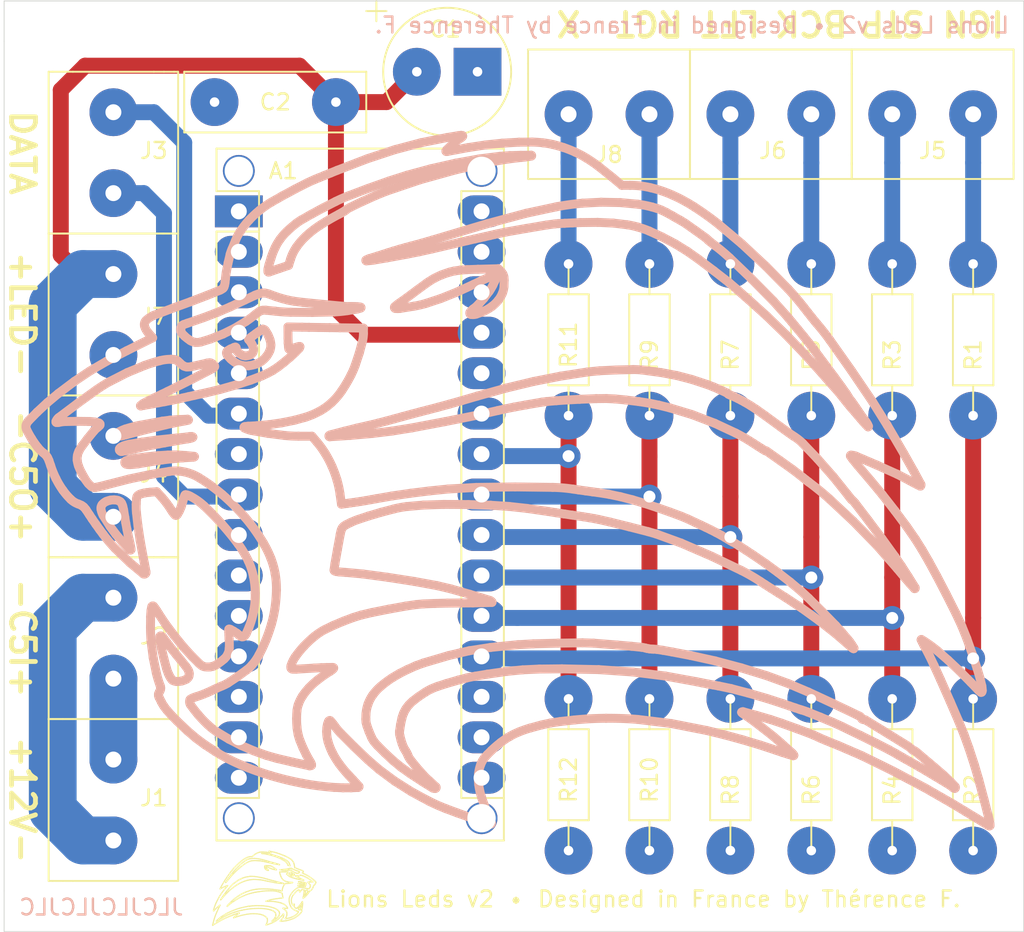
<source format=kicad_pcb>
(kicad_pcb (version 20171130) (host pcbnew "(5.1.4)-1")
  (title_block (title "LIONS LEDS") (date 2021-08-15) (rev 1.0) (comment 1 "Designed by Thérence F."))
  (layers (0 F.Cu signal) (31 B.Cu signal) (34 B.Paste user hide) (35 F.Paste user hide) (36 B.SilkS user) (37 F.SilkS user) (38 B.Mask user hide) (39 F.Mask user hide) (44 Edge.Cuts user))
  (net 0 "")
  (net 1 "Net-(A1-Pad19)")
  (net 2 GND)
  (net 3 "Net-(A1-Pad20)")
  (net 4 "Net-(A1-Pad21)")
  (net 5 "Net-(A1-Pad6)")
  (net 6 "Net-(A1-Pad22)")
  (net 7 "Net-(A1-Pad23)")
  (net 8 "Net-(A1-Pad8)")
  (net 9 "Net-(A1-Pad24)")
  (net 10 +5V)
  (net 11 "Net-(J1-Pad1)")
  (net 12 "Net-(J1-Pad2)")
  (net 13 "Net-(J5-Pad1)")
  (net 14 "Net-(J5-Pad2)")
  (net 15 "Net-(J6-Pad2)")
  (net 16 "Net-(J6-Pad1)")
  (net 17 "Net-(J8-Pad1)")
  (net 18 "Net-(J8-Pad2)")
  (module lionsled:C_pol (layer F.Cu) (at 95.885 62.865)
    (fp_text reference C1 (at -0.127 -2.667) (layer F.SilkS))
    (fp_text value CP)
    (pad 1 thru_hole circle (at -1.905 0) (size 3 3) (drill 0.6) (layers *.Cu *.Mask) (net 10 +5V))
    (pad 2 thru_hole rect (at 1.905 0) (size 3 3) (drill 0.6) (layers *.Cu *.Mask) (net 2 GND))
  )
  (module lionsled:PCB_Terminal (layer F.Cu) (at 74.93 78.105 270)
    (fp_text reference J7 (at 0.127 -2.54 180) (layer F.SilkS))
    (fp_text value Screw_Terminal_01x02)
    (pad 2 thru_hole circle (at 2.54 0 270) (size 3 3) (drill 1) (layers *.Cu *.Mask) (net 2 GND))
    (pad 1 thru_hole circle (at -2.54 0 270) (size 3 3) (drill 1) (layers *.Cu *.Mask) (net 10 +5V))
  )
  (module lionsled:Arduino_Nano_WithMountingHoles (layer F.Cu) (at 82.804 71.628)
    (fp_text reference A1 (at 2.794 -2.54) (layer F.SilkS))
    (fp_text value Arduino_Nano_v3.x)
    (pad 1 thru_hole rect (at 0 0) (size 3 2) (drill 1) (layers *.Cu *.Mask) (clearance 0.5))
    (pad 17 thru_hole oval (at 15.24 33.02) (size 3 2) (drill 1) (layers *.Cu *.Mask) (clearance 0.5))
    (pad 2 thru_hole oval (at 0 2.54) (size 3 2) (drill 1) (layers *.Cu *.Mask) (clearance 0.5))
    (pad 18 thru_hole oval (at 15.24 30.48) (size 3 2) (drill 1) (layers *.Cu *.Mask) (clearance 0.5))
    (pad 3 thru_hole oval (at 0 5.08) (size 3 2) (drill 1) (layers *.Cu *.Mask) (clearance 0.5))
    (pad 19 thru_hole oval (at 15.24 27.94) (size 3 2) (drill 1) (layers *.Cu *.Mask) (net 1 "Net-(A1-Pad19)") (clearance 0.5))
    (pad 4 thru_hole oval (at 0 7.62) (size 3 2) (drill 1) (layers *.Cu *.Mask) (net 2 GND) (clearance 0.5))
    (pad 20 thru_hole oval (at 15.24 25.4) (size 3 2) (drill 1) (layers *.Cu *.Mask) (net 3 "Net-(A1-Pad20)") (clearance 0.5))
    (pad 5 thru_hole oval (at 0 10.16) (size 3 2) (drill 1) (layers *.Cu *.Mask) (clearance 0.5))
    (pad 21 thru_hole oval (at 15.24 22.86) (size 3 2) (drill 1) (layers *.Cu *.Mask) (net 4 "Net-(A1-Pad21)") (clearance 0.5))
    (pad 6 thru_hole oval (at 0 12.7) (size 3 2) (drill 1) (layers *.Cu *.Mask) (net 5 "Net-(A1-Pad6)") (clearance 0.5))
    (pad 22 thru_hole oval (at 15.24 20.32) (size 3 2) (drill 1) (layers *.Cu *.Mask) (net 6 "Net-(A1-Pad22)") (clearance 0.5))
    (pad 7 thru_hole oval (at 0 15.24) (size 3 2) (drill 1) (layers *.Cu *.Mask) (clearance 0.5))
    (pad 23 thru_hole oval (at 15.24 17.78) (size 3 2) (drill 1) (layers *.Cu *.Mask) (net 7 "Net-(A1-Pad23)") (clearance 0.5))
    (pad 8 thru_hole oval (at 0 17.78) (size 3 2) (drill 1) (layers *.Cu *.Mask) (net 8 "Net-(A1-Pad8)") (clearance 0.5))
    (pad 24 thru_hole oval (at 15.24 15.24) (size 3 2) (drill 1) (layers *.Cu *.Mask) (net 9 "Net-(A1-Pad24)") (clearance 0.5))
    (pad 9 thru_hole oval (at 0 20.32) (size 3 2) (drill 1) (layers *.Cu *.Mask) (clearance 0.5))
    (pad 25 thru_hole oval (at 15.24 12.7) (size 3 2) (drill 1) (layers *.Cu *.Mask) (clearance 0.5))
    (pad 10 thru_hole oval (at 0 22.86) (size 3 2) (drill 1) (layers *.Cu *.Mask) (clearance 0.5))
    (pad 26 thru_hole oval (at 15.24 10.16) (size 3 2) (drill 1) (layers *.Cu *.Mask) (clearance 0.5))
    (pad 11 thru_hole oval (at 0 25.4) (size 3 2) (drill 1) (layers *.Cu *.Mask) (clearance 0.5))
    (pad 27 thru_hole oval (at 15.24 7.62) (size 3 2) (drill 1) (layers *.Cu *.Mask) (net 10 +5V) (clearance 0.5))
    (pad 12 thru_hole oval (at 0 27.94) (size 3 2) (drill 1) (layers *.Cu *.Mask) (clearance 0.5))
    (pad 28 thru_hole oval (at 15.24 5.08) (size 3 2) (drill 1) (layers *.Cu *.Mask) (clearance 0.5))
    (pad 13 thru_hole oval (at 0 30.48) (size 3 2) (drill 1) (layers *.Cu *.Mask) (clearance 0.5))
    (pad 29 thru_hole oval (at 15.24 2.54) (size 3 2) (drill 1) (layers *.Cu *.Mask) (net 2 GND) (clearance 0.5))
    (pad 14 thru_hole oval (at 0 33.02) (size 3 2) (drill 1) (layers *.Cu *.Mask) (clearance 0.5))
    (pad 30 thru_hole oval (at 15.24 0) (size 3 2) (drill 1) (layers *.Cu *.Mask) (clearance 0.5))
    (pad 15 thru_hole oval (at 0 35.56) (size 3 2) (drill 1) (layers *.Cu *.Mask) (clearance 0.5))
    (pad 16 thru_hole oval (at 15.24 35.56) (size 3 2) (drill 1) (layers *.Cu *.Mask) (clearance 0.5))
    (pad "" np_thru_hole circle (at 0 -2.54) (size 2 2) (drill 1.78) (layers *.Cu *.Mask))
    (pad "" np_thru_hole circle (at 15.24 -2.54) (size 2 2) (drill 1.78) (layers *.Cu *.Mask))
    (pad "" np_thru_hole circle (at 15.24 38.1) (size 2 2) (drill 1.78) (layers *.Cu *.Mask))
    (pad "" np_thru_hole circle (at 0 38.1) (size 2 2) (drill 1.78) (layers *.Cu *.Mask))
  )
  (module lionsled:C (layer F.Cu) (at 85.09 64.77 180)
    (fp_text reference C2 (at 0 0) (layer F.SilkS))
    (fp_text value C)
    (pad 1 thru_hole circle (at -3.81 0 180) (size 3 3) (drill 0.6) (layers *.Cu *.Mask) (net 10 +5V))
    (pad 2 thru_hole circle (at 3.81 0 180) (size 3 3) (drill 0.6) (layers *.Cu *.Mask) (net 2 GND))
  )
  (module lionsled:PCB_Terminal (layer F.Cu) (at 74.93 108.585 270)
    (fp_text reference J1 (at -0.127 -2.54) (layer F.SilkS))
    (fp_text value Screw_Terminal_01x02)
    (pad 2 thru_hole circle (at 2.54 0 270) (size 3 3) (drill 1) (layers *.Cu *.Mask) (net 12 "Net-(J1-Pad2)"))
    (pad 1 thru_hole circle (at -2.54 0 270) (size 3 3) (drill 1) (layers *.Cu *.Mask) (net 11 "Net-(J1-Pad1)"))
  )
  (module lionsled:PCB_Terminal (layer F.Cu) (at 74.93 98.425 270)
    (fp_text reference J2 (at -0.127 -2.54 180) (layer F.SilkS))
    (fp_text value Screw_Terminal_01x02)
    (pad 1 thru_hole circle (at -2.54 0 270) (size 3 3) (drill 1) (layers *.Cu *.Mask) (net 12 "Net-(J1-Pad2)"))
    (pad 2 thru_hole circle (at 2.54 0 270) (size 3 3) (drill 1) (layers *.Cu *.Mask) (net 11 "Net-(J1-Pad1)"))
  )
  (module lionsled:PCB_Terminal (layer F.Cu) (at 74.93 88.265 270)
    (fp_text reference J4 (at -0.127 -2.54 180) (layer F.SilkS))
    (fp_text value Screw_Terminal_01x02)
    (pad 1 thru_hole circle (at -2.54 0 270) (size 3 3) (drill 1) (layers *.Cu *.Mask) (net 2 GND))
    (pad 2 thru_hole circle (at 2.54 0 270) (size 3 3) (drill 1) (layers *.Cu *.Mask) (net 10 +5V))
  )
  (module lionsled:PCB_Terminal (layer F.Cu) (at 74.93 67.945 90)
    (fp_text reference J3 (at 0.127 2.54 180) (layer F.SilkS))
    (fp_text value Screw_Terminal_01x02)
    (pad 1 thru_hole circle (at -2.54 0 90) (size 3 3) (drill 1) (layers *.Cu *.Mask) (net 8 "Net-(A1-Pad8)"))
    (pad 2 thru_hole circle (at 2.54 0 90) (size 3 3) (drill 1) (layers *.Cu *.Mask) (net 5 "Net-(A1-Pad6)"))
  )
  (module lionsled:PCB_Terminal (layer F.Cu) (at 126.365 65.532 180)
    (fp_text reference J5 (at 0 -2.286) (layer F.SilkS))
    (fp_text value Screw_Terminal_01x02)
    (pad 1 thru_hole circle (at -2.54 0 180) (size 3 3) (drill 1) (layers *.Cu *.Mask) (net 13 "Net-(J5-Pad1)"))
    (pad 2 thru_hole circle (at 2.54 0 180) (size 3 3) (drill 1) (layers *.Cu *.Mask) (net 14 "Net-(J5-Pad2)"))
  )
  (module lionsled:PCB_Terminal (layer F.Cu) (at 116.205 65.532 180)
    (fp_text reference J6 (at -0.127 -2.286) (layer F.SilkS))
    (fp_text value Screw_Terminal_01x02)
    (pad 2 thru_hole circle (at 2.54 0 180) (size 3 3) (drill 1) (layers *.Cu *.Mask) (net 15 "Net-(J6-Pad2)"))
    (pad 1 thru_hole circle (at -2.54 0 180) (size 3 3) (drill 1) (layers *.Cu *.Mask) (net 16 "Net-(J6-Pad1)"))
  )
  (module lionsled:PCB_Terminal (layer F.Cu) (at 106.045 65.532 180)
    (fp_text reference J8 (at 0 -2.54) (layer F.SilkS))
    (fp_text value Screw_Terminal_01x02)
    (pad 1 thru_hole circle (at -2.54 0 180) (size 3 3) (drill 1) (layers *.Cu *.Mask) (net 17 "Net-(J8-Pad1)"))
    (pad 2 thru_hole circle (at 2.54 0 180) (size 3 3) (drill 1) (layers *.Cu *.Mask) (net 18 "Net-(J8-Pad2)"))
  )
  (module lionsled:R (layer F.Cu) (at 103.505 80.01 270)
    (fp_text reference R11 (at 0 0 90) (layer F.SilkS))
    (fp_text value 2k)
    (pad 2 thru_hole circle (at 4.445 0 270) (size 3 3) (drill 0.6) (layers *.Cu *.Mask) (net 9 "Net-(A1-Pad24)"))
    (pad 1 thru_hole circle (at -5.08 0 270) (size 3 3) (drill 0.6) (layers *.Cu *.Mask) (net 18 "Net-(J8-Pad2)"))
  )
  (module lionsled:R (layer F.Cu) (at 103.505 107.315 270)
    (fp_text reference R12 (at 0 0 90) (layer F.SilkS))
    (fp_text value 1k)
    (pad 1 thru_hole circle (at -5.08 0 270) (size 3 3) (drill 0.6) (layers *.Cu *.Mask) (net 9 "Net-(A1-Pad24)"))
    (pad 2 thru_hole circle (at 4.445 0 270) (size 3 3) (drill 0.6) (layers *.Cu *.Mask) (net 2 GND))
  )
  (module lionsled:R (layer F.Cu) (at 108.585 80.01 270)
    (fp_text reference R9 (at 0.635 0 90) (layer F.SilkS))
    (fp_text value 2k)
    (pad 1 thru_hole circle (at -5.08 0 270) (size 3 3) (drill 0.6) (layers *.Cu *.Mask) (net 17 "Net-(J8-Pad1)"))
    (pad 2 thru_hole circle (at 4.445 0 270) (size 3 3) (drill 0.6) (layers *.Cu *.Mask) (net 7 "Net-(A1-Pad23)"))
  )
  (module lionsled:R (layer F.Cu) (at 108.585 107.315 270)
    (fp_text reference R10 (at 0 0 90) (layer F.SilkS))
    (fp_text value 1k)
    (pad 2 thru_hole circle (at 4.445 0 270) (size 3 3) (drill 0.6) (layers *.Cu *.Mask) (net 2 GND))
    (pad 1 thru_hole circle (at -5.08 0 270) (size 3 3) (drill 0.6) (layers *.Cu *.Mask) (net 7 "Net-(A1-Pad23)"))
  )
  (module lionsled:R (layer F.Cu) (at 113.665 80.01 270)
    (fp_text reference R7 (at 0.635 0 90) (layer F.SilkS))
    (fp_text value 2k)
    (pad 2 thru_hole circle (at 4.445 0 270) (size 3 3) (drill 0.6) (layers *.Cu *.Mask) (net 6 "Net-(A1-Pad22)"))
    (pad 1 thru_hole circle (at -5.08 0 270) (size 3 3) (drill 0.6) (layers *.Cu *.Mask) (net 15 "Net-(J6-Pad2)"))
  )
  (module lionsled:R (layer F.Cu) (at 113.665 107.315 270)
    (fp_text reference R8 (at 0.635 0 90) (layer F.SilkS))
    (fp_text value 1k)
    (pad 1 thru_hole circle (at -5.08 0 270) (size 3 3) (drill 0.6) (layers *.Cu *.Mask) (net 6 "Net-(A1-Pad22)"))
    (pad 2 thru_hole circle (at 4.445 0 270) (size 3 3) (drill 0.6) (layers *.Cu *.Mask) (net 2 GND))
  )
  (module lionsled:R (layer F.Cu) (at 118.745 80.01 270)
    (fp_text reference R5 (at 0.635 0 90) (layer F.SilkS))
    (fp_text value 2k)
    (pad 1 thru_hole circle (at -5.08 0 270) (size 3 3) (drill 0.6) (layers *.Cu *.Mask) (net 16 "Net-(J6-Pad1)"))
    (pad 2 thru_hole circle (at 4.445 0 270) (size 3 3) (drill 0.6) (layers *.Cu *.Mask) (net 4 "Net-(A1-Pad21)"))
  )
  (module lionsled:R (layer F.Cu) (at 118.745 107.315 270)
    (fp_text reference R6 (at 0.635 0 90) (layer F.SilkS))
    (fp_text value 1k)
    (pad 2 thru_hole circle (at 4.445 0 270) (size 3 3) (drill 0.6) (layers *.Cu *.Mask) (net 2 GND))
    (pad 1 thru_hole circle (at -5.08 0 270) (size 3 3) (drill 0.6) (layers *.Cu *.Mask) (net 4 "Net-(A1-Pad21)"))
  )
  (module lionsled:R (layer F.Cu) (at 123.825 80.01 270)
    (fp_text reference R3 (at 0.635 0 90) (layer F.SilkS))
    (fp_text value 2k)
    (pad 1 thru_hole circle (at -5.08 0 270) (size 3 3) (drill 0.6) (layers *.Cu *.Mask) (net 14 "Net-(J5-Pad2)"))
    (pad 2 thru_hole circle (at 4.445 0 270) (size 3 3) (drill 0.6) (layers *.Cu *.Mask) (net 3 "Net-(A1-Pad20)"))
  )
  (module lionsled:R (layer F.Cu) (at 123.825 107.315 270)
    (fp_text reference R4 (at 0.635 0 90) (layer F.SilkS))
    (fp_text value 1k)
    (pad 2 thru_hole circle (at 4.445 0 270) (size 3 3) (drill 0.6) (layers *.Cu *.Mask) (net 2 GND))
    (pad 1 thru_hole circle (at -5.08 0 270) (size 3 3) (drill 0.6) (layers *.Cu *.Mask) (net 3 "Net-(A1-Pad20)"))
  )
  (module lionsled:R (layer F.Cu) (at 128.905 80.01 270)
    (fp_text reference R1 (at 0.635 0 90) (layer F.SilkS))
    (fp_text value 2k)
    (pad 1 thru_hole circle (at -5.08 0 270) (size 3 3) (drill 0.6) (layers *.Cu *.Mask) (net 13 "Net-(J5-Pad1)"))
    (pad 2 thru_hole circle (at 4.445 0 270) (size 3 3) (drill 0.6) (layers *.Cu *.Mask) (net 1 "Net-(A1-Pad19)"))
  )
  (module lionsled:R (layer F.Cu) (at 128.905 107.315 270)
    (fp_text reference R2 (at 0.635 0 90) (layer F.SilkS))
    (fp_text value 1k)
    (pad 2 thru_hole circle (at 4.445 0 270) (size 3 3) (drill 0.6) (layers *.Cu *.Mask) (net 2 GND))
    (pad 1 thru_hole circle (at -5.08 0 270) (size 3 3) (drill 0.6) (layers *.Cu *.Mask) (net 1 "Net-(A1-Pad19)"))
  )
  (gr_text "Lions Leds v2 • Designed in France by Thérence F." (at 111.252 59.944) (layer B.SilkS) (effects (font (size 1 1)) (justify mirror)))
  (gr_line (start 68.072 116.84) (end 68.072 114.3) (layer Edge.Cuts) (width 0.05))
  (gr_line (start 117.563348 85.697364) (end 117.339523 85.540365) (layer B.SilkS) (width 0.56))
  (gr_line (start 112.223179 82.505477) (end 111.236974 82.180027) (layer B.SilkS) (width 0.56))
  (gr_line (start 113.925871 83.277882) (end 113.798179 83.223091) (layer B.SilkS) (width 0.56))
  (gr_arc (start 113.2881 83.296658) (end 113.420181 83.017047) (angle 22.79040807) (layer B.SilkS) (width 0.56))
  (gr_line (start 117.078176 85.353643) (end 116.808179 85.157229) (layer B.SilkS) (width 0.56))
  (gr_arc (start 73.191217 90.796496) (end 75.51202 90.121493) (angle 6.203159321) (layer B.SilkS) (width 0.56))
  (gr_arc (start 75.161854 90.109648) (end 75.364686 89.859161) (angle 23.67801514) (layer B.SilkS) (width 0.56))
  (gr_line (start 74.293735 90.724873) (end 74.724235 91.409149) (layer B.SilkS) (width 0.56))
  (gr_line (start 75.644628 90.821661) (end 75.571369 90.376218) (layer B.SilkS) (width 0.56))
  (gr_line (start 75.704433 91.186099) (end 75.644628 90.821661) (layer B.SilkS) (width 0.56))
  (gr_line (start 75.920775 92.249824) (end 75.854903 91.965121) (layer B.SilkS) (width 0.56))
  (gr_line (start 113.420181 83.017047) (end 113.029461 82.836596) (layer B.SilkS) (width 0.56))
  (gr_arc (start 107.601543 86.294526) (end 107.549828 81.56239) (angle 7.015395114) (layer B.SilkS) (width 0.56))
  (gr_arc (start 74.748426 90.453324) (end 74.222831 90.041862) (angle 29.26787803) (layer B.SilkS) (width 0.56))
  (gr_line (start 113.798179 83.223091) (end 113.701796 83.184215) (layer B.SilkS) (width 0.56))
  (gr_line (start 114.342253 83.48736) (end 114.122118 83.373824) (layer B.SilkS) (width 0.56))
  (gr_line (start 113.701796 83.184215) (end 113.614867 83.1452) (layer B.SilkS) (width 0.56))
  (gr_line (start 115.843475 84.452848) (end 115.312965 84.077186) (layer B.SilkS) (width 0.56))
  (gr_line (start 114.122118 83.373824) (end 113.925871 83.277882) (layer B.SilkS) (width 0.56))
  (gr_line (start 114.556906 83.604117) (end 114.342253 83.48736) (layer B.SilkS) (width 0.56))
  (gr_arc (start 75.07519 90.216673) (end 75.199456 89.77375) (angle 23.3269576) (layer B.SilkS) (width 0.56))
  (gr_line (start 74.724235 91.409149) (end 75.080571 91.894694) (layer B.SilkS) (width 0.56))
  (gr_line (start 113.614867 83.1452) (end 113.543884 83.109939) (layer B.SilkS) (width 0.56))
  (gr_line (start 117.683179 85.776418) (end 117.563348 85.697364) (layer B.SilkS) (width 0.56))
  (gr_line (start 120.124595 88.289372) (end 119.137221 87.169498) (layer B.SilkS) (width 0.56))
  (gr_arc (start 75.997508 92.850018) (end 76.038541 92.844257) (angle 53.9903009) (layer B.SilkS) (width 0.56))
  (gr_arc (start 74.658347 90.369784) (end 75.448206 89.961705) (angle 11.10599218) (layer B.SilkS) (width 0.56))
  (gr_line (start 76.012912 92.677749) (end 75.974494 92.478456) (layer B.SilkS) (width 0.56))
  (gr_line (start 75.080571 91.894694) (end 75.509226 92.406298) (layer B.SilkS) (width 0.56))
  (gr_line (start 105.443475 81.637632) (end 104.698179 81.711273) (layer B.SilkS) (width 0.56))
  (gr_line (start 117.339523 85.540365) (end 117.078176 85.353643) (layer B.SilkS) (width 0.56))
  (gr_line (start 75.778516 91.587438) (end 75.704433 91.186099) (layer B.SilkS) (width 0.56))
  (gr_line (start 112.608185 82.654576) (end 112.223179 82.505477) (layer B.SilkS) (width 0.56))
  (gr_line (start 110.300946 81.936129) (end 109.303704 81.748036) (layer B.SilkS) (width 0.56))
  (gr_arc (start 116.133149 88.255294) (end 117.683179 85.776418) (angle 13.29647532) (layer B.SilkS) (width 0.56))
  (gr_line (start 119.137221 87.169498) (end 118.211744 86.199361) (layer B.SilkS) (width 0.56))
  (gr_arc (start 113.585621 83.029475) (end 113.543884 83.109939) (angle 20.65926373) (layer B.SilkS) (width 0.56))
  (gr_line (start 75.509226 92.406298) (end 75.935274 92.877242) (layer B.SilkS) (width 0.56))
  (gr_line (start 109.303704 81.748036) (end 108.128179 81.591502) (layer B.SilkS) (width 0.56))
  (gr_line (start 75.854903 91.965121) (end 75.778516 91.587438) (layer B.SilkS) (width 0.56))
  (gr_arc (start 75.285846 90.147485) (end 74.293735 90.724873) (angle 21.76085225) (layer B.SilkS) (width 0.56))
  (gr_line (start 106.507707 81.586276) (end 105.443475 81.637632) (layer B.SilkS) (width 0.56))
  (gr_line (start 113.029461 82.836596) (end 112.608185 82.654576) (layer B.SilkS) (width 0.56))
  (gr_line (start 115.312965 84.077186) (end 114.930666 83.825557) (layer B.SilkS) (width 0.56))
  (gr_line (start 75.974494 92.478456) (end 75.920775 92.249824) (layer B.SilkS) (width 0.56))
  (gr_line (start 107.549828 81.56239) (end 106.507707 81.586276) (layer B.SilkS) (width 0.56))
  (gr_line (start 114.930666 83.825557) (end 114.556906 83.604117) (layer B.SilkS) (width 0.56))
  (gr_line (start 76.038541 92.844257) (end 76.012912 92.677749) (layer B.SilkS) (width 0.56))
  (gr_arc (start 75.982046 92.834008) (end 76.026292 92.879824) (angle 91.25271969) (layer B.SilkS) (width 0.56))
  (gr_line (start 116.808179 85.157229) (end 115.843475 84.452848) (layer B.SilkS) (width 0.56))
  (gr_arc (start 74.505597 90.263226) (end 74.150376 90.315919) (angle 46.49334237) (layer B.SilkS) (width 0.56))
  (gr_line (start 111.236974 82.180027) (end 110.300946 81.936129) (layer B.SilkS) (width 0.56))
  (gr_line (start 112.686486 84.935309) (end 114.002847 85.549398) (layer B.SilkS) (width 0.56))
  (gr_line (start 103.46281 83.467892) (end 104.194167 83.429005) (layer B.SilkS) (width 0.56))
  (gr_line (start 120.989466 89.370122) (end 120.124595 88.289372) (layer B.SilkS) (width 0.56))
  (gr_line (start 91.155686 85.577138) (end 92.413179 85.425207) (layer B.SilkS) (width 0.56))
  (gr_line (start 122.311195 91.015509) (end 121.491612 89.944115) (layer B.SilkS) (width 0.56))
  (gr_line (start 121.375742 91.079581) (end 122.874268 92.614518) (layer B.SilkS) (width 0.56))
  (gr_line (start 124.933953 94.993063) (end 125.218856 95.309576) (layer B.SilkS) (width 0.56))
  (gr_line (start 115.108641 86.189837) (end 115.385338 86.368558) (layer B.SilkS) (width 0.56))
  (gr_line (start 121.088773 89.499444) (end 120.989466 89.370122) (layer B.SilkS) (width 0.56))
  (gr_line (start 93.676179 85.221187) (end 95.732622 84.833022) (layer B.SilkS) (width 0.56))
  (gr_line (start 88.506763 85.780587) (end 89.795715 85.69502) (layer B.SilkS) (width 0.56))
  (gr_line (start 121.179704 89.614132) (end 121.088773 89.499444) (layer B.SilkS) (width 0.56))
  (gr_line (start 104.194167 83.429005) (end 105.243798 83.386787) (layer B.SilkS) (width 0.56))
  (gr_line (start 121.257424 89.709242) (end 121.179704 89.614132) (layer B.SilkS) (width 0.56))
  (gr_line (start 115.385338 86.368558) (end 115.623858 86.519111) (layer B.SilkS) (width 0.56))
  (gr_arc (start 121.394414 89.595978) (end 121.285004 89.736065) (angle 12.42557864) (layer B.SilkS) (width 0.56))
  (gr_arc (start 120.565862 90.656841) (end 121.285004 89.736065) (angle 14.41719684) (layer B.SilkS) (width 0.56))
  (gr_line (start 95.732622 84.833022) (end 97.789317 84.422198) (layer B.SilkS) (width 0.56))
  (gr_line (start 115.941853 86.682592) (end 116.787057 87.277245) (layer B.SilkS) (width 0.56))
  (gr_line (start 100.092441 83.915244) (end 100.827751 83.780666) (layer B.SilkS) (width 0.56))
  (gr_line (start 108.565778 83.671507) (end 109.160346 83.792542) (layer B.SilkS) (width 0.56))
  (gr_line (start 101.814167 83.610267) (end 102.146044 83.567076) (layer B.SilkS) (width 0.56))
  (gr_line (start 123.180032 92.17626) (end 122.311195 91.015509) (layer B.SilkS) (width 0.56))
  (gr_line (start 123.998458 93.306065) (end 123.180032 92.17626) (layer B.SilkS) (width 0.56))
  (gr_line (start 109.160346 83.792542) (end 109.846034 83.961118) (layer B.SilkS) (width 0.56))
  (gr_line (start 118.03274 88.189965) (end 118.225399 88.343591) (layer B.SilkS) (width 0.56))
  (gr_line (start 124.399369 93.890191) (end 123.998458 93.306065) (layer B.SilkS) (width 0.56))
  (gr_line (start 118.545466 88.597209) (end 118.59274 88.633423) (layer B.SilkS) (width 0.56))
  (gr_line (start 124.833924 94.564397) (end 124.399369 93.890191) (layer B.SilkS) (width 0.56))
  (gr_line (start 125.263785 95.252165) (end 124.833924 94.564397) (layer B.SilkS) (width 0.56))
  (gr_arc (start 125.223691 95.277108) (end 125.263785 95.252165) (angle 76.88607143) (layer B.SilkS) (width 0.56))
  (gr_line (start 107.078179 83.468208) (end 107.923508 83.571758) (layer B.SilkS) (width 0.56))
  (gr_line (start 115.623858 86.519111) (end 115.833536 86.649149) (layer B.SilkS) (width 0.56))
  (gr_line (start 109.846034 83.961118) (end 111.266603 84.391222) (layer B.SilkS) (width 0.56))
  (gr_line (start 105.243798 83.386787) (end 105.874959 83.380197) (layer B.SilkS) (width 0.56))
  (gr_line (start 92.413179 85.425207) (end 93.676179 85.221187) (layer B.SilkS) (width 0.56))
  (gr_arc (start 88.504134 85.737635) (end 88.506763 85.780587) (angle 138.5015569) (layer B.SilkS) (width 0.56))
  (gr_line (start 99.523767 84.028877) (end 100.092441 83.915244) (layer B.SilkS) (width 0.56))
  (gr_line (start 90.239574 85.229103) (end 89.420145 85.434461) (layer B.SilkS) (width 0.56))
  (gr_line (start 124.590314 94.597368) (end 124.933953 94.993063) (layer B.SilkS) (width 0.56))
  (gr_line (start 107.923508 83.571758) (end 108.565778 83.671507) (layer B.SilkS) (width 0.56))
  (gr_line (start 124.155424 94.076065) (end 124.590314 94.597368) (layer B.SilkS) (width 0.56))
  (gr_line (start 118.399184 88.48156) (end 118.545466 88.597209) (layer B.SilkS) (width 0.56))
  (gr_line (start 118.225399 88.343591) (end 118.399184 88.48156) (layer B.SilkS) (width 0.56))
  (gr_arc (start 115.857882 86.802236) (end 115.857882 86.656065) (angle 35.06274606) (layer B.SilkS) (width 0.56))
  (gr_line (start 89.795715 85.69502) (end 91.155686 85.577138) (layer B.SilkS) (width 0.56))
  (gr_line (start 102.146044 83.567076) (end 102.752949 83.516355) (layer B.SilkS) (width 0.56))
  (gr_line (start 97.789317 84.422198) (end 99.073258 84.131733) (layer B.SilkS) (width 0.56))
  (gr_line (start 105.874959 83.380197) (end 106.412472 83.404826) (layer B.SilkS) (width 0.56))
  (gr_line (start 89.420145 85.434461) (end 88.557674 85.659032) (layer B.SilkS) (width 0.56))
  (gr_line (start 102.752949 83.516355) (end 103.46281 83.467892) (layer B.SilkS) (width 0.56))
  (gr_line (start 119.873575 89.676761) (end 121.375742 91.079581) (layer B.SilkS) (width 0.56))
  (gr_arc (start 115.857882 86.60976) (end 115.857882 86.656065) (angle 31.71995814) (layer B.SilkS) (width 0.56))
  (gr_line (start 99.073258 84.131733) (end 99.523767 84.028877) (layer B.SilkS) (width 0.56))
  (gr_line (start 116.787057 87.277245) (end 117.555137 87.826422) (layer B.SilkS) (width 0.56))
  (gr_arc (start 125.238408 95.291825) (end 125.25708 95.310498) (angle 92.76426625) (layer B.SilkS) (width 0.56))
  (gr_line (start 100.827751 83.780666) (end 101.814167 83.610267) (layer B.SilkS) (width 0.56))
  (gr_line (start 117.555137 87.826422) (end 118.03274 88.189965) (layer B.SilkS) (width 0.56))
  (gr_arc (start 107.48329 103.579606) (end 118.59274 88.633423) (angle 5.08428079) (layer B.SilkS) (width 0.56))
  (gr_arc (start 108.470276 96.376894) (end 114.002847 85.549398) (angle 6.024294659) (layer B.SilkS) (width 0.56))
  (gr_line (start 111.266603 84.391222) (end 112.686486 84.935309) (layer B.SilkS) (width 0.56))
  (gr_line (start 106.412472 83.404826) (end 107.078179 83.468208) (layer B.SilkS) (width 0.56))
  (gr_arc (start 88.604612 85.838112) (end 88.473706 85.707206) (angle 30.31296856) (layer B.SilkS) (width 0.56))
  (gr_line (start 122.874268 92.614518) (end 124.155424 94.076065) (layer B.SilkS) (width 0.56))
  (gr_line (start 83.595833 79.910651) (end 83.648983 80.009231) (layer B.SilkS) (width 0.56))
  (gr_arc (start 83.556022 79.571642) (end 83.455207 79.712372) (angle 10.35294576) (layer B.SilkS) (width 0.56))
  (gr_arc (start 84.314327 79.20873) (end 84.314327 79.026065) (angle 53.84552485) (layer B.SilkS) (width 0.56))
  (gr_line (start 104.698179 81.711273) (end 102.98343 81.97899) (layer B.SilkS) (width 0.56))
  (gr_arc (start 83.205865 79.296688) (end 83.862523 81.223867) (angle 12.73198827) (layer B.SilkS) (width 0.56))
  (gr_arc (start 83.489407 79.636039) (end 83.431557 79.691963) (angle 18.36012995) (layer B.SilkS) (width 0.56))
  (gr_arc (start 83.311312 79.954572) (end 82.842357 80.553627) (angle 15.84951117) (layer B.SilkS) (width 0.56))
  (gr_line (start 83.540167 79.81966) (end 83.595833 79.910651) (layer B.SilkS) (width 0.56))
  (gr_line (start 90.859227 85.090168) (end 90.239574 85.229103) (layer B.SilkS) (width 0.56))
  (gr_line (start 91.145717 85.02575) (end 90.859227 85.090168) (layer B.SilkS) (width 0.56))
  (gr_line (start 91.588253 84.915413) (end 91.145717 85.02575) (layer B.SilkS) (width 0.56))
  (gr_line (start 92.086639 84.785679) (end 91.588253 84.915413) (layer B.SilkS) (width 0.56))
  (gr_line (start 92.574227 84.653198) (end 92.086639 84.785679) (layer B.SilkS) (width 0.56))
  (gr_line (start 102.98343 81.97899) (end 101.314869 82.308476) (layer B.SilkS) (width 0.56))
  (gr_line (start 93.088217 84.512111) (end 92.574227 84.653198) (layer B.SilkS) (width 0.56))
  (gr_line (start 94.653179 84.098032) (end 94.221594 84.209409) (layer B.SilkS) (width 0.56))
  (gr_arc (start 84.314327 79.102813) (end 84.274639 79.037124) (angle 31.13949193) (layer B.SilkS) (width 0.56))
  (gr_arc (start 82.735377 80.338831) (end 84.63191 79.378474) (angle 9.762105419) (layer B.SilkS) (width 0.56))
  (gr_line (start 87.211373 78.909651) (end 86.770742 78.902097) (layer B.SilkS) (width 0.56))
  (gr_arc (start 83.302846 79.756679) (end 84.542181 80.733284) (angle 15.6786639) (layer B.SilkS) (width 0.56))
  (gr_arc (start 82.672058 81.103095) (end 82.092995 80.389871) (angle 14.35601748) (layer B.SilkS) (width 0.56))
  (gr_line (start 84.274639 79.037124) (end 84.153078 79.112627) (layer B.SilkS) (width 0.56))
  (gr_line (start 93.667112 84.356263) (end 93.088217 84.512111) (layer B.SilkS) (width 0.56))
  (gr_arc (start 82.840539 80.285579) (end 84.461816 79.100965) (angle 9.297896623) (layer B.SilkS) (width 0.56))
  (gr_arc (start 83.729353 80.033151) (end 84.767285 79.713952) (angle 16.13756206) (layer B.SilkS) (width 0.56))
  (gr_line (start 83.852676 79.320744) (end 83.697203 79.435411) (layer B.SilkS) (width 0.56))
  (gr_line (start 84.153078 79.112627) (end 84.01025 79.207845) (layer B.SilkS) (width 0.56))
  (gr_line (start 83.444333 79.621832) (end 83.420207 79.63955) (layer B.SilkS) (width 0.56))
  (gr_arc (start 83.516566 79.639413) (end 82.647446 81.161891) (angle 14.13707908) (layer B.SilkS) (width 0.56))
  (gr_arc (start 82.193963 80.514232) (end 82.033814 80.517762) (angle 52.18965692) (layer B.SilkS) (width 0.56))
  (gr_line (start 94.221594 84.209409) (end 93.667112 84.356263) (layer B.SilkS) (width 0.56))
  (gr_arc (start 83.367407 80.312457) (end 83.726974 80.277828) (angle 37.05082546) (layer B.SilkS) (width 0.56))
  (gr_line (start 95.300448 83.929204) (end 94.653179 84.098032) (layer B.SilkS) (width 0.56))
  (gr_line (start 96.018483 83.73276) (end 95.300448 83.929204) (layer B.SilkS) (width 0.56))
  (gr_line (start 96.831397 83.502133) (end 96.018483 83.73276) (layer B.SilkS) (width 0.56))
  (gr_line (start 97.768179 83.229025) (end 96.831397 83.502133) (layer B.SilkS) (width 0.56))
  (gr_arc (start 82.976573 80.350098) (end 83.648983 80.009231) (angle 21.38081558) (layer B.SilkS) (width 0.56))
  (gr_arc (start 83.282472 80.015447) (end 83.421644 81.321203) (angle 17.68434035) (layer B.SilkS) (width 0.56))
  (gr_line (start 99.605763 82.718569) (end 97.768179 83.229025) (layer B.SilkS) (width 0.56))
  (gr_line (start 101.314869 82.308476) (end 99.605763 82.718569) (layer B.SilkS) (width 0.56))
  (gr_arc (start 82.600025 80.401838) (end 82.502954 80.173409) (angle 20.74723579) (layer B.SilkS) (width 0.56))
  (gr_line (start 84.01025 79.207845) (end 83.852676 79.320744) (layer B.SilkS) (width 0.56))
  (gr_arc (start 84.044468 79.090028) (end 82.301914 80.903505) (angle 7.092327717) (layer B.SilkS) (width 0.56))
  (gr_arc (start 82.291526 80.512081) (end 82.09134 80.674479) (angle 37.78736944) (layer B.SilkS) (width 0.56))
  (gr_arc (start 83.8852 80.030548) (end 84.815107 80.015017) (angle 22.80311576) (layer B.SilkS) (width 0.56))
  (gr_arc (start 83.407204 79.838914) (end 84.748447 80.376631) (angle 16.39204436) (layer B.SilkS) (width 0.56))
  (gr_arc (start 83.363485 79.887926) (end 83.034454 80.666689) (angle 15.15050171) (layer B.SilkS) (width 0.56))
  (gr_arc (start 82.90029 80.254247) (end 82.696576 80.402775) (angle 36.09580871) (layer B.SilkS) (width 0.56))
  (gr_line (start 83.697203 79.435411) (end 83.560846 79.535949) (layer B.SilkS) (width 0.56))
  (gr_line (start 83.488958 79.745731) (end 83.540167 79.81966) (layer B.SilkS) (width 0.56))
  (gr_line (start 83.560846 79.535949) (end 83.444333 79.621832) (layer B.SilkS) (width 0.56))
  (gr_arc (start 83.415079 79.910688) (end 84.232149 81.031867) (angle 17.26736926) (layer B.SilkS) (width 0.56))
  (gr_arc (start 83.451171 79.654416) (end 83.416887 79.670894) (angle 28.33328957) (layer B.SilkS) (width 0.56))
  (gr_arc (start 83.367351 79.835011) (end 83.455207 79.712372) (angle 18.09823332) (layer B.SilkS) (width 0.56))
  (gr_line (start 86.770742 78.902097) (end 85.888304 78.886065) (layer B.SilkS) (width 0.56))
  (gr_arc (start 82.591928 80.198114) (end 82.590168 80.153835) (angle 68.26510707) (layer B.SilkS) (width 0.56))
  (gr_arc (start 83.271563 80.068592) (end 83.018415 81.301775) (angle 18.11964231) (layer B.SilkS) (width 0.56))
  (gr_line (start 85.888304 78.886065) (end 85.895508 79.586065) (layer B.SilkS) (width 0.56))
  (gr_arc (start 83.430377 79.653449) (end 83.413173 79.652649) (angle 51.14302323) (layer B.SilkS) (width 0.56))
  (gr_arc (start 82.465916 80.254248) (end 82.632408 80.180082) (angle 24.01082721) (layer B.SilkS) (width 0.56))
  (gr_arc (start 83.217948 80.232387) (end 83.222498 80.703839) (angle 23.457143) (layer B.SilkS) (width 0.56))
  (gr_arc (start 83.364431 80.31063) (end 83.675243 80.501467) (angle 36.82843802) (layer B.SilkS) (width 0.56))
  (gr_line (start 82.502954 80.173409) (end 82.287918 80.268565) (layer B.SilkS) (width 0.56))
  (gr_arc (start 83.215066 79.933793) (end 83.498824 80.649689) (angle 21.06883834) (layer B.SilkS) (width 0.56))
  (gr_line (start 105.010258 89.238339) (end 104.582898 89.17965) (layer B.SilkS) (width 0.56))
  (gr_line (start 104.582898 89.17965) (end 104.152225 89.119076) (layer B.SilkS) (width 0.56))
  (gr_line (start 86.303124 84.741796) (end 86.980437 84.556245) (layer B.SilkS) (width 0.56))
  (gr_line (start 94.778914 89.179532) (end 93.579552 89.328264) (layer B.SilkS) (width 0.56))
  (gr_line (start 106.762411 89.544526) (end 106.0348 89.391694) (layer B.SilkS) (width 0.56))
  (gr_line (start 111.007491 90.949375) (end 110.598166 90.776205) (layer B.SilkS) (width 0.56))
  (gr_line (start 111.809228 91.324521) (end 111.488727 91.174514) (layer B.SilkS) (width 0.56))
  (gr_line (start 95.948179 89.060537) (end 94.778914 89.179532) (layer B.SilkS) (width 0.56))
  (gr_line (start 87.830916 78.9194) (end 87.211373 78.909651) (layer B.SilkS) (width 0.56))
  (gr_line (start 90.628179 78.95885) (end 89.140679 78.938489) (layer B.SilkS) (width 0.56))
  (gr_line (start 83.935846 85.087793) (end 84.693597 85.022599) (layer B.SilkS) (width 0.56))
  (gr_arc (start 83.944485 83.705669) (end 83.615806 85.389922) (angle 16.61000958) (layer B.SilkS) (width 0.56))
  (gr_arc (start 83.323007 89.835285) (end 87.709183 86.113565) (angle 8.722849508) (layer B.SilkS) (width 0.56))
  (gr_line (start 90.015469 89.90552) (end 89.812675 89.934073) (layer B.SilkS) (width 0.56))
  (gr_line (start 107.516509 89.73656) (end 106.762411 89.544526) (layer B.SilkS) (width 0.56))
  (gr_line (start 111.488727 91.174514) (end 111.200954 91.039857) (layer B.SilkS) (width 0.56))
  (gr_line (start 89.500718 89.978321) (end 89.248257 90.014509) (layer B.SilkS) (width 0.56))
  (gr_line (start 111.200954 91.039857) (end 111.007491 90.949375) (layer B.SilkS) (width 0.56))
  (gr_arc (start 83.102208 90.22447) (end 88.967905 88.49676) (angle 8.358496519) (layer B.SilkS) (width 0.56))
  (gr_line (start 89.140679 78.938489) (end 88.506504 78.929519) (layer B.SilkS) (width 0.56))
  (gr_line (start 83.390948 85.118764) (end 83.935846 85.087793) (layer B.SilkS) (width 0.56))
  (gr_arc (start 85.706057 80.481717) (end 89.260215 82.900474) (angle 12.94446044) (layer B.SilkS) (width 0.56))
  (gr_arc (start 84.76775 79.337462) (end 90.112869 81.291613) (angle 6.634372584) (layer B.SilkS) (width 0.56))
  (gr_arc (start 81.914515 77.901409) (end 89.851307 81.896065) (angle 7.520464593) (layer B.SilkS) (width 0.56))
  (gr_arc (start 86.111495 80.919262) (end 88.628078 83.635162) (angle 14.11881402) (layer B.SilkS) (width 0.56))
  (gr_line (start 90.208179 89.878507) (end 90.015469 89.90552) (layer B.SilkS) (width 0.56))
  (gr_arc (start 85.421574 79.659082) (end 87.889558 84.166999) (angle 11.04242792) (layer B.SilkS) (width 0.56))
  (gr_line (start 90.43551 89.844116) (end 90.208179 89.878507) (layer B.SilkS) (width 0.56))
  (gr_line (start 85.511354 84.902069) (end 86.303124 84.741796) (layer B.SilkS) (width 0.56))
  (gr_arc (start 83.186059 85.202098) (end 83.131233 85.180763) (angle 58.80877229) (layer B.SilkS) (width 0.56))
  (gr_line (start 85.691809 85.700932) (end 84.623491 85.565158) (layer B.SilkS) (width 0.56))
  (gr_line (start 89.248257 90.014509) (end 89.156749 89.367787) (layer B.SilkS) (width 0.56))
  (gr_line (start 84.693597 85.022599) (end 85.511354 84.902069) (layer B.SilkS) (width 0.56))
  (gr_line (start 87.709183 86.113565) (end 87.397354 85.746065) (layer B.SilkS) (width 0.56))
  (gr_arc (start 83.164769 85.193813) (end 83.148068 85.225688) (angle 83.6102272) (layer B.SilkS) (width 0.56))
  (gr_line (start 91.105029 89.729355) (end 90.755711 89.790642) (layer B.SilkS) (width 0.56))
  (gr_arc (start 82.346239 90.436012) (end 88.222867 86.821798) (angle 7.611351167) (layer B.SilkS) (width 0.56))
  (gr_line (start 89.812675 89.934073) (end 89.628513 89.96011) (layer B.SilkS) (width 0.56))
  (gr_arc (start 102.275521 99.302856) (end 102.515892 88.957909) (angle 7.074697469) (layer B.SilkS) (width 0.56))
  (gr_line (start 109.891983 90.514679) (end 109.079376 90.229588) (layer B.SilkS) (width 0.56))
  (gr_line (start 108.268179 89.961137) (end 107.516509 89.73656) (layer B.SilkS) (width 0.56))
  (gr_line (start 100.149263 88.929552) (end 97.713964 88.958991) (layer B.SilkS) (width 0.56))
  (gr_line (start 88.506504 78.929519) (end 87.830916 78.9194) (layer B.SilkS) (width 0.56))
  (gr_arc (start 83.510752 87.057046) (end 83.175915 85.144149) (angle 6.391634643) (layer B.SilkS) (width 0.56))
  (gr_line (start 110.598166 90.776205) (end 109.891983 90.514679) (layer B.SilkS) (width 0.56))
  (gr_line (start 90.628179 79.292863) (end 90.628179 78.95885) (layer B.SilkS) (width 0.56))
  (gr_line (start 105.363179 89.285186) (end 105.010258 89.238339) (layer B.SilkS) (width 0.56))
  (gr_line (start 84.623491 85.565158) (end 83.615806 85.389922) (layer B.SilkS) (width 0.56))
  (gr_line (start 93.579552 89.328264) (end 92.434908 89.495136) (layer B.SilkS) (width 0.56))
  (gr_line (start 90.755711 89.790642) (end 90.43551 89.844116) (layer B.SilkS) (width 0.56))
  (gr_line (start 89.628513 89.96011) (end 89.500718 89.978321) (layer B.SilkS) (width 0.56))
  (gr_line (start 109.079376 90.229588) (end 108.268179 89.961137) (layer B.SilkS) (width 0.56))
  (gr_arc (start 86.558095 77.169643) (end 86.545267 85.744792) (angle 5.712351911) (layer B.SilkS) (width 0.56))
  (gr_arc (start 82.272251 90.468925) (end 88.649803 87.632018) (angle 7.568769844) (layer B.SilkS) (width 0.56))
  (gr_arc (start 88.619228 79.292861) (end 90.628179 79.292863) (angle 13.4063387) (layer B.SilkS) (width 0.56))
  (gr_line (start 102.515892 88.957909) (end 100.149263 88.929552) (layer B.SilkS) (width 0.56))
  (gr_line (start 104.152225 89.119076) (end 103.788179 89.066275) (layer B.SilkS) (width 0.56))
  (gr_line (start 90.371266 80.512549) (end 90.573436 79.758649) (layer B.SilkS) (width 0.56))
  (gr_line (start 92.434908 89.495136) (end 91.433179 89.668737) (layer B.SilkS) (width 0.56))
  (gr_line (start 90.112869 81.291613) (end 90.371266 80.512549) (layer B.SilkS) (width 0.56))
  (gr_line (start 97.713964 88.958991) (end 95.948179 89.060537) (layer B.SilkS) (width 0.56))
  (gr_line (start 106.0348 89.391694) (end 105.363179 89.285186) (layer B.SilkS) (width 0.56))
  (gr_line (start 91.433179 89.668737) (end 91.105029 89.729355) (layer B.SilkS) (width 0.56))
  (gr_line (start 87.397354 85.746065) (end 86.545267 85.744792) (layer B.SilkS) (width 0.56))
  (gr_line (start 115.549755 94.866767) (end 115.829471 95.049114) (layer B.SilkS) (width 0.56))
  (gr_arc (start 109.102531 104.626914) (end 114.355876 94.175621) (angle 6.761002635) (layer B.SilkS) (width 0.56))
  (gr_line (start 110.571235 92.453206) (end 112.511135 93.291919) (layer B.SilkS) (width 0.56))
  (gr_line (start 100.893607 90.277865) (end 102.248179 90.474663) (layer B.SilkS) (width 0.56))
  (gr_line (start 95.666433 90.026366) (end 97.209345 90.034792) (layer B.SilkS) (width 0.56))
  (gr_line (start 94.394358 90.068853) (end 95.666433 90.026366) (layer B.SilkS) (width 0.56))
  (gr_line (start 120.902691 98.346734) (end 120.785779 98.207671) (layer B.SilkS) (width 0.56))
  (gr_line (start 103.240648 90.627484) (end 103.731814 90.7005) (layer B.SilkS) (width 0.56))
  (gr_line (start 121.297154 98.848888) (end 121.164914 98.657507) (layer B.SilkS) (width 0.56))
  (gr_line (start 115.075982 93.191195) (end 114.610713 92.886358) (layer B.SilkS) (width 0.56))
  (gr_line (start 117.410509 94.894411) (end 116.657408 94.30753) (layer B.SilkS) (width 0.56))
  (gr_line (start 112.118179 91.469159) (end 111.809228 91.324521) (layer B.SilkS) (width 0.56))
  (gr_line (start 113.093878 91.96882) (end 112.776432 91.797802) (layer B.SilkS) (width 0.56))
  (gr_line (start 121.214809 98.955795) (end 121.282655 99.013284) (layer B.SilkS) (width 0.56))
  (gr_line (start 119.235843 97.328045) (end 120.270376 98.141764) (layer B.SilkS) (width 0.56))
  (gr_line (start 113.510944 92.216361) (end 113.326912 92.104683) (layer B.SilkS) (width 0.56))
  (gr_line (start 121.419621 99.042981) (end 121.297154 98.848888) (layer B.SilkS) (width 0.56))
  (gr_line (start 114.213391 92.629635) (end 113.859747 92.40338) (layer B.SilkS) (width 0.56))
  (gr_line (start 116.657408 94.30753) (end 115.870455 93.733161) (layer B.SilkS) (width 0.56))
  (gr_line (start 120.660915 98.057711) (end 120.277519 97.630216) (layer B.SilkS) (width 0.56))
  (gr_line (start 120.785779 98.207671) (end 120.660915 98.057711) (layer B.SilkS) (width 0.56))
  (gr_arc (start 121.729274 98.449838) (end 121.344396 99.057134) (angle 6.037578077) (layer B.SilkS) (width 0.56))
  (gr_line (start 121.045483 98.512711) (end 121.001443 98.463065) (layer B.SilkS) (width 0.56))
  (gr_line (start 104.4364 90.802772) (end 104.801211 90.861993) (layer B.SilkS) (width 0.56))
  (gr_line (start 116.233281 95.307672) (end 116.678554 95.590125) (layer B.SilkS) (width 0.56))
  (gr_line (start 97.209345 90.034792) (end 98.617793 90.079065) (layer B.SilkS) (width 0.56))
  (gr_line (start 118.162714 96.553258) (end 119.235843 97.328045) (layer B.SilkS) (width 0.56))
  (gr_line (start 108.506395 91.738911) (end 109.003179 91.882489) (layer B.SilkS) (width 0.56))
  (gr_line (start 114.610713 92.886358) (end 114.213391 92.629635) (layer B.SilkS) (width 0.56))
  (gr_line (start 119.430658 96.76577) (end 118.575325 95.911372) (layer B.SilkS) (width 0.56))
  (gr_line (start 104.801211 90.861993) (end 105.142988 90.921882) (layer B.SilkS) (width 0.56))
  (gr_arc (start 121.392155 99.059844) (end 121.419621 99.042981) (angle 76.54750583) (layer B.SilkS) (width 0.56))
  (gr_arc (start 121.402748 99.070436) (end 121.414945 99.082633) (angle 71.78067349) (layer B.SilkS) (width 0.56))
  (gr_line (start 102.719904 90.548288) (end 103.240648 90.627484) (layer B.SilkS) (width 0.56))
  (gr_line (start 112.434259 91.622232) (end 112.118179 91.469159) (layer B.SilkS) (width 0.56))
  (gr_line (start 112.776432 91.797802) (end 112.434259 91.622232) (layer B.SilkS) (width 0.56))
  (gr_line (start 98.617793 90.079065) (end 99.763968 90.153922) (layer B.SilkS) (width 0.56))
  (gr_line (start 113.326912 92.104683) (end 113.093878 91.96882) (layer B.SilkS) (width 0.56))
  (gr_line (start 93.360175 90.160276) (end 94.394358 90.068853) (layer B.SilkS) (width 0.56))
  (gr_line (start 113.671494 92.310472) (end 113.510944 92.216361) (layer B.SilkS) (width 0.56))
  (gr_line (start 105.142988 90.921882) (end 105.398179 90.972132) (layer B.SilkS) (width 0.56))
  (gr_line (start 113.81068 92.389743) (end 113.671494 92.310472) (layer B.SilkS) (width 0.56))
  (gr_line (start 117.102214 95.856153) (end 118.162714 96.553258) (layer B.SilkS) (width 0.56))
  (gr_line (start 109.003179 91.882489) (end 110.571235 92.453206) (layer B.SilkS) (width 0.56))
  (gr_arc (start 113.834715 92.347224) (end 113.834715 92.396065) (angle 29.4779873) (layer B.SilkS) (width 0.56))
  (gr_line (start 115.870455 93.733161) (end 115.075982 93.191195) (layer B.SilkS) (width 0.56))
  (gr_line (start 112.511135 93.291919) (end 114.355876 94.175621) (layer B.SilkS) (width 0.56))
  (gr_line (start 121.001443 98.463065) (end 120.902691 98.346734) (layer B.SilkS) (width 0.56))
  (gr_line (start 107.308897 91.432898) (end 108.506395 91.738911) (layer B.SilkS) (width 0.56))
  (gr_arc (start 113.834715 92.442556) (end 113.834715 92.396065) (angle 32.57787273) (layer B.SilkS) (width 0.56))
  (gr_line (start 118.103179 95.473878) (end 117.410509 94.894411) (layer B.SilkS) (width 0.56))
  (gr_line (start 118.575325 95.911372) (end 118.103179 95.473878) (layer B.SilkS) (width 0.56))
  (gr_line (start 116.678554 95.590125) (end 117.102214 95.856153) (layer B.SilkS) (width 0.56))
  (gr_line (start 105.398179 90.972132) (end 106.112125 91.135252) (layer B.SilkS) (width 0.56))
  (gr_line (start 120.277519 97.630216) (end 119.430658 96.76577) (layer B.SilkS) (width 0.56))
  (gr_line (start 115.829471 95.049114) (end 116.233281 95.307672) (layer B.SilkS) (width 0.56))
  (gr_arc (start 119.803621 99.658683) (end 121.045483 98.512711) (angle 6.367360051) (layer B.SilkS) (width 0.56))
  (gr_arc (start 121.663944 98.55292) (end 121.394975 99.085835) (angle 5.584087305) (layer B.SilkS) (width 0.56))
  (gr_line (start 102.248179 90.474663) (end 102.719904 90.548288) (layer B.SilkS) (width 0.56))
  (gr_line (start 106.112125 91.135252) (end 107.308897 91.432898) (layer B.SilkS) (width 0.56))
  (gr_line (start 104.103179 90.753615) (end 104.4364 90.802772) (layer B.SilkS) (width 0.56))
  (gr_line (start 99.763968 90.153922) (end 100.893607 90.277865) (layer B.SilkS) (width 0.56))
  (gr_line (start 103.731814 90.7005) (end 104.103179 90.753615) (layer B.SilkS) (width 0.56))
  (gr_line (start 120.270376 98.141764) (end 121.214809 98.955795) (layer B.SilkS) (width 0.56))
  (gr_line (start 78.419641 98.875192) (end 78.273179 98.675966) (layer B.SilkS) (width 0.56))
  (gr_arc (start 74.993472 91.039801) (end 74.491088 89.837428) (angle 11.2978178) (layer B.SilkS) (width 0.56))
  (gr_line (start 90.981117 104.293389) (end 91.139777 104.662407) (layer B.SilkS) (width 0.56))
  (gr_line (start 93.386161 105.700884) (end 93.337142 105.604499) (layer B.SilkS) (width 0.56))
  (gr_line (start 94.380852 107.01135) (end 93.952195 106.526638) (layer B.SilkS) (width 0.56))
  (gr_arc (start 98.106712 103.534156) (end 94.754636 107.372971) (angle 5.849545267) (layer B.SilkS) (width 0.56))
  (gr_line (start 92.884209 100.647521) (end 92.448179 100.905245) (layer B.SilkS) (width 0.56))
  (gr_arc (start 94.050767 104.863575) (end 93.22948 105.424423) (angle 10.21090932) (layer B.SilkS) (width 0.56))
  (gr_line (start 93.282208 105.507175) (end 93.22948 105.424423) (layer B.SilkS) (width 0.56))
  (gr_arc (start 94.41838 105.400442) (end 93.569855 106.048896) (angle 16.57079629) (layer B.SilkS) (width 0.56))
  (gr_arc (start 95.142565 107.802431) (end 95.179932 107.76378) (angle 122.5155373) (layer B.SilkS) (width 0.56))
  (gr_line (start 94.408179 99.978787) (end 93.936935 100.14989) (layer B.SilkS) (width 0.56))
  (gr_line (start 77.858681 98.573565) (end 77.946019 99.058957) (layer B.SilkS) (width 0.56))
  (gr_line (start 78.889048 99.47142) (end 78.64057 99.15983) (layer B.SilkS) (width 0.56))
  (gr_arc (start 79.151313 98.390398) (end 77.858681 98.573565) (angle 10.42636246) (layer B.SilkS) (width 0.56))
  (gr_arc (start 78.937453 99.911231) (end 79.237334 101.107863) (angle 15.01723771) (layer B.SilkS) (width 0.56))
  (gr_arc (start 79.255067 100.670739) (end 79.692824 100.641181) (angle 24.85645284) (layer B.SilkS) (width 0.56))
  (gr_line (start 93.952195 106.526638) (end 93.569855 106.048896) (layer B.SilkS) (width 0.56))
  (gr_arc (start 78.295599 101.130274) (end 79.484206 100.204625) (angle 11.2171112) (layer B.SilkS) (width 0.56))
  (gr_arc (start 93.683915 103.767047) (end 91.217933 101.987785) (angle 13.89071398) (layer B.SilkS) (width 0.56))
  (gr_line (start 95.977548 99.515584) (end 94.408179 99.978787) (layer B.SilkS) (width 0.56))
  (gr_line (start 95.179932 107.76378) (end 94.754636 107.372971) (layer B.SilkS) (width 0.56))
  (gr_line (start 94.377521 107.463173) (end 94.967986 107.826378) (layer B.SilkS) (width 0.56))
  (gr_line (start 93.552635 106.924357) (end 94.377521 107.463173) (layer B.SilkS) (width 0.56))
  (gr_line (start 92.986196 106.519758) (end 93.552635 106.924357) (layer B.SilkS) (width 0.56))
  (gr_arc (start 78.926254 100.587712) (end 78.917033 101.144698) (angle 27.20660267) (layer B.SilkS) (width 0.56))
  (gr_arc (start 93.306588 103.405687) (end 91.511299 105.169406) (angle 7.802273819) (layer B.SilkS) (width 0.56))
  (gr_arc (start 78.752971 100.911494) (end 78.663399 101.078859) (angle 22.91067162) (layer B.SilkS) (width 0.56))
  (gr_line (start 91.986484 105.642706) (end 92.508443 106.127435) (layer B.SilkS) (width 0.56))
  (gr_line (start 98.612764 99.005377) (end 97.273677 99.21375) (layer B.SilkS) (width 0.56))
  (gr_arc (start 77.858915 98.51197) (end 77.914833 98.285624) (angle 37.59800877) (layer B.SilkS) (width 0.56))
  (gr_arc (start 79.202491 100.674289) (end 79.641565 100.453524) (angle 22.83034605) (layer B.SilkS) (width 0.56))
  (gr_line (start 91.511299 105.169406) (end 91.986484 105.642706) (layer B.SilkS) (width 0.56))
  (gr_line (start 78.64057 99.15983) (end 78.419641 98.875192) (layer B.SilkS) (width 0.56))
  (gr_arc (start 79.855466 100.05147) (end 78.530527 100.928686) (angle 5.372214036) (layer B.SilkS) (width 0.56))
  (gr_line (start 77.946019 99.058957) (end 78.096065 99.695128) (layer B.SilkS) (width 0.56))
  (gr_line (start 100.323179 98.834689) (end 98.612764 99.005377) (layer B.SilkS) (width 0.56))
  (gr_line (start 93.404778 100.384558) (end 92.884209 100.647521) (layer B.SilkS) (width 0.56))
  (gr_arc (start 78.961354 100.006614) (end 79.521998 100.993829) (angle 15.52354043) (layer B.SilkS) (width 0.56))
  (gr_line (start 93.936935 100.14989) (end 93.404778 100.384558) (layer B.SilkS) (width 0.56))
  (gr_line (start 79.130679 99.765839) (end 78.889048 99.47142) (layer B.SilkS) (width 0.56))
  (gr_arc (start 92.465752 104.032186) (end 91.288486 104.909359) (angle 11.26832478) (layer B.SilkS) (width 0.56))
  (gr_line (start 90.856466 103.948836) (end 90.981117 104.293389) (layer B.SilkS) (width 0.56))
  (gr_line (start 97.273677 99.21375) (end 95.977548 99.515584) (layer B.SilkS) (width 0.56))
  (gr_arc (start 92.400138 103.427275) (end 90.856466 103.948836) (angle 8.371084806) (layer B.SilkS) (width 0.56))
  (gr_arc (start 92.060082 103.489056) (end 90.796981 103.718545) (angle 9.764850628) (layer B.SilkS) (width 0.56))
  (gr_arc (start 77.901679 98.338871) (end 77.846877 98.336611) (angle 101.5156573) (layer B.SilkS) (width 0.56))
  (gr_arc (start 74.959274 90.629835) (end 74.981386 89.740971) (angle 14.24689398) (layer B.SilkS) (width 0.56))
  (gr_arc (start 79.645141 100.190722) (end 78.605311 101.030786) (angle 5.426500292) (layer B.SilkS) (width 0.56))
  (gr_line (start 78.096065 99.695128) (end 78.260501 100.305743) (layer B.SilkS) (width 0.56))
  (gr_arc (start 74.95396 90.843465) (end 74.736378 89.762306) (angle 12.80372865) (layer B.SilkS) (width 0.56))
  (gr_arc (start 79.361766 100.711684) (end 79.664697 100.827929) (angle 39.41383128) (layer B.SilkS) (width 0.56))
  (gr_line (start 78.273179 98.675966) (end 78.041317 98.36675) (layer B.SilkS) (width 0.56))
  (gr_line (start 79.484206 100.204625) (end 79.130679 99.765839) (layer B.SilkS) (width 0.56))
  (gr_line (start 93.337142 105.604499) (end 93.282208 105.507175) (layer B.SilkS) (width 0.56))
  (gr_line (start 93.420157 105.779965) (end 93.386161 105.700884) (layer B.SilkS) (width 0.56))
  (gr_arc (start 95.096484 107.609775) (end 95.155071 107.854716) (angle 44.12999156) (layer B.SilkS) (width 0.56))
  (gr_line (start 90.784475 103.211065) (end 90.776358 103.500992) (layer B.SilkS) (width 0.56))
  (gr_line (start 92.508443 106.127435) (end 92.986196 106.519758) (layer B.SilkS) (width 0.56))
  (gr_arc (start 93.062045 103.318355) (end 90.9169 102.563692) (angle 16.42943801) (layer B.SilkS) (width 0.56))
  (gr_arc (start 96.262155 106.807407) (end 91.717199 101.447809) (angle 7.42751517) (layer B.SilkS) (width 0.56))
  (gr_arc (start 81.101199 99.494566) (end 78.38741 100.662007) (angle 7.339829115) (layer B.SilkS) (width 0.56))
  (gr_line (start 78.38741 100.662007) (end 78.454217 100.800785) (layer B.SilkS) (width 0.56))
  (gr_arc (start 93.20721 103.369424) (end 90.784475 103.211065) (angle 15.64216555) (layer B.SilkS) (width 0.56))
  (gr_arc (start 95.858624 67.772676) (end 95.878179 67.871201) (angle 34.47353667) (layer B.SilkS) (width 0.56))
  (gr_arc (start 105.88657 79.919931) (end 109.992381 70.592891) (angle 9.008899865) (layer B.SilkS) (width 0.56))
  (gr_line (start 114.37746 73.664307) (end 115.901453 75.085309) (layer B.SilkS) (width 0.56))
  (gr_arc (start 106.886742 77.647873) (end 108.659379 70.146171) (angle 10.46432788) (layer B.SilkS) (width 0.56))
  (gr_arc (start 97.166779 67.915689) (end 96.56675 67.136994) (angle 6.970059089) (layer B.SilkS) (width 0.56))
  (gr_line (start 97.204932 67.62469) (end 98.308507 67.457908) (layer B.SilkS) (width 0.56))
  (gr_line (start 123.506846 85.046065) (end 124.54934 86.829782) (layer B.SilkS) (width 0.56))
  (gr_line (start 122.601062 83.597969) (end 123.506846 85.046065) (layer B.SilkS) (width 0.56))
  (gr_line (start 121.258879 81.619027) (end 122.601062 83.597969) (layer B.SilkS) (width 0.56))
  (gr_arc (start 107.790249 88.447788) (end 119.088803 78.671858) (angle 5.088404054) (layer B.SilkS) (width 0.56))
  (gr_line (start 98.308507 67.457908) (end 99.32985 67.35071) (layer B.SilkS) (width 0.56))
  (gr_arc (start 96.394776 66.509719) (end 96.847259 66.928833) (angle 5.918254894) (layer B.SilkS) (width 0.56))
  (gr_arc (start 101.211179 73.161096) (end 101.906044 67.326897) (angle 6.229266981) (layer B.SilkS) (width 0.56))
  (gr_line (start 96.2497 67.398402) (end 96.088179 67.544962) (layer B.SilkS) (width 0.56))
  (gr_arc (start 96.81718 66.900973) (end 96.858179 66.900973) (angle 42.80753207) (layer B.SilkS) (width 0.56))
  (gr_line (start 118.278231 77.656858) (end 118.521821 77.968315) (layer B.SilkS) (width 0.56))
  (gr_arc (start 101.081476 74.093241) (end 103.934026 67.916724) (angle 6.71589258) (layer B.SilkS) (width 0.56))
  (gr_line (start 96.088179 67.544962) (end 95.880196 67.743849) (layer B.SilkS) (width 0.56))
  (gr_line (start 106.281759 69.519306) (end 106.850338 69.996065) (layer B.SilkS) (width 0.56))
  (gr_line (start 124.54934 86.829782) (end 125.18168 87.950675) (layer B.SilkS) (width 0.56))
  (gr_arc (start 105.330707 87.715856) (end 117.282901 76.492359) (angle 5.355263772) (layer B.SilkS) (width 0.56))
  (gr_line (start 96.56675 67.136994) (end 96.416633 67.256521) (layer B.SilkS) (width 0.56))
  (gr_line (start 118.969583 78.529407) (end 119.088803 78.671858) (layer B.SilkS) (width 0.56))
  (gr_line (start 99.32985 67.35071) (end 100.39881 67.287013) (layer B.SilkS) (width 0.56))
  (gr_arc (start 96.230089 68.102607) (end 95.80871 67.831366) (angle 12.94743032) (layer B.SilkS) (width 0.56))
  (gr_line (start 119.91133 79.712484) (end 121.258879 81.619027) (layer B.SilkS) (width 0.56))
  (gr_line (start 96.739403 67.022245) (end 96.665679 67.069935) (layer B.SilkS) (width 0.56))
  (gr_arc (start 96.312688 66.416194) (end 96.801633 66.973255) (angle 6.1250644) (layer B.SilkS) (width 0.56))
  (gr_line (start 96.416633 67.256521) (end 96.2497 67.398402) (layer B.SilkS) (width 0.56))
  (gr_line (start 118.521821 77.968315) (end 118.761753 78.270903) (layer B.SilkS) (width 0.56))
  (gr_line (start 112.923179 72.439989) (end 114.37746 73.664307) (layer B.SilkS) (width 0.56))
  (gr_arc (start 101.175792 87.238558) (end 111.402233 71.350869) (angle 5.675018114) (layer B.SilkS) (width 0.56))
  (gr_arc (start 107.371398 75.596873) (end 107.371403 69.996065) (angle 13.29487643) (layer B.SilkS) (width 0.56))
  (gr_arc (start 99.857235 76.090626) (end 104.636773 68.292701) (angle 5.669292045) (layer B.SilkS) (width 0.56))
  (gr_arc (start 101.082237 74.243786) (end 101.220251 67.279379) (angle 5.656694668) (layer B.SilkS) (width 0.56))
  (gr_line (start 105.383724 68.802997) (end 106.281759 69.519306) (layer B.SilkS) (width 0.56))
  (gr_line (start 100.39881 67.287013) (end 101.220251 67.279379) (layer B.SilkS) (width 0.56))
  (gr_arc (start 100.928137 74.384972) (end 102.534994 67.436742) (angle 5.386873675) (layer B.SilkS) (width 0.56))
  (gr_line (start 118.761753 78.270903) (end 118.969583 78.529407) (layer B.SilkS) (width 0.56))
  (gr_arc (start 100.88007 74.529355) (end 103.180198 67.618281) (angle 6.380871398) (layer B.SilkS) (width 0.56))
  (gr_line (start 106.850338 69.996065) (end 107.371403 69.996065) (layer B.SilkS) (width 0.56))
  (gr_arc (start 95.828061 67.843822) (end 95.818978 67.864968) (angle 99.52238864) (layer B.SilkS) (width 0.56))
  (gr_line (start 95.878179 67.871201) (end 97.204932 67.62469) (layer B.SilkS) (width 0.56))
  (gr_line (start 115.901453 75.085309) (end 117.282901 76.492359) (layer B.SilkS) (width 0.56))
  (gr_line (start 125.64424 98.531474) (end 125.714923 98.677494) (layer B.SilkS) (width 0.56))
  (gr_arc (start 129.975413 109.962044) (end 129.916349 110.206158) (angle 14.78126251) (layer B.SilkS) (width 0.56))
  (gr_arc (start 129.930828 110.146316) (end 129.952731 110.203857) (angle 34.44105066) (layer B.SilkS) (width 0.56))
  (gr_line (start 128.869301 99.466065) (end 129.159259 100.342651) (layer B.SilkS) (width 0.56))
  (gr_line (start 128.508014 98.44639) (end 128.869301 99.466065) (layer B.SilkS) (width 0.56))
  (gr_line (start 127.331281 99.80312) (end 126.676283 99.230634) (layer B.SilkS) (width 0.56))
  (gr_line (start 128.760679 101.199396) (end 128.04703 100.477947) (layer B.SilkS) (width 0.56))
  (gr_line (start 125.800626 98.846235) (end 125.906324 99.04269) (layer B.SilkS) (width 0.56))
  (gr_line (start 114.987124 103.528734) (end 115.691145 104.064449) (layer B.SilkS) (width 0.56))
  (gr_line (start 114.544606 103.222174) (end 114.987124 103.528734) (layer B.SilkS) (width 0.56))
  (gr_line (start 114.470418 103.171394) (end 114.544606 103.222174) (layer B.SilkS) (width 0.56))
  (gr_arc (start 114.893571 102.591515) (end 114.470418 103.171394) (angle 5.970244472) (layer B.SilkS) (width 0.56))
  (gr_arc (start 114.7834 102.713489) (end 114.412399 103.124236) (angle 5.774421538) (layer B.SilkS) (width 0.56))
  (gr_arc (start 114.382266 103.076401) (end 114.372956 103.084825) (angle 87.13608428) (layer B.SilkS) (width 0.56))
  (gr_line (start 125.906324 99.04269) (end 126.164397 99.537753) (layer B.SilkS) (width 0.56))
  (gr_arc (start 114.43934 103.133475) (end 114.373388 103.067524) (angle 60.14640784) (layer B.SilkS) (width 0.56))
  (gr_arc (start 127.91722 101.715264) (end 129.447203 101.405832) (angle 11.43361804) (layer B.SilkS) (width 0.56))
  (gr_line (start 115.325482 103.279679) (end 114.46371 103.043446) (layer B.SilkS) (width 0.56))
  (gr_line (start 127.465519 102.406065) (end 127.984256 103.608551) (layer B.SilkS) (width 0.56))
  (gr_line (start 117.887515 104.127111) (end 116.878179 103.762769) (layer B.SilkS) (width 0.56))
  (gr_line (start 129.24083 101.697595) (end 128.760679 101.199396) (layer B.SilkS) (width 0.56))
  (gr_line (start 125.969681 98.705575) (end 125.806303 98.599649) (layer B.SilkS) (width 0.56))
  (gr_line (start 116.170639 103.527037) (end 115.325482 103.279679) (layer B.SilkS) (width 0.56))
  (gr_line (start 116.878179 103.762769) (end 116.170639 103.527037) (layer B.SilkS) (width 0.56))
  (gr_line (start 125.806303 98.599649) (end 125.664631 98.511581) (layer B.SilkS) (width 0.56))
  (gr_line (start 128.644367 105.337072) (end 128.984741 106.379815) (layer B.SilkS) (width 0.56))
  (gr_line (start 118.500141 104.35496) (end 117.887515 104.127111) (layer B.SilkS) (width 0.56))
  (gr_line (start 129.595024 108.575942) (end 129.932832 109.897233) (layer B.SilkS) (width 0.56))
  (gr_line (start 118.906957 104.515505) (end 118.500141 104.35496) (layer B.SilkS) (width 0.56))
  (gr_line (start 119.168294 104.634756) (end 118.906957 104.515505) (layer B.SilkS) (width 0.56))
  (gr_line (start 127.636003 108.832576) (end 125.890357 107.829053) (layer B.SilkS) (width 0.56))
  (gr_arc (start 122.079821 104.700857) (end 126.159784 98.835305) (angle 5.217597995) (layer B.SilkS) (width 0.56))
  (gr_line (start 119.327021 104.708764) (end 119.168294 104.634756) (layer B.SilkS) (width 0.56))
  (gr_line (start 126.164397 99.537753) (end 126.458774 100.152989) (layer B.SilkS) (width 0.56))
  (gr_arc (start 125.657251 98.52357) (end 125.647296 98.513615) (angle 76.61602391) (layer B.SilkS) (width 0.56))
  (gr_line (start 128.396025 109.292009) (end 127.636003 108.832576) (layer B.SilkS) (width 0.56))
  (gr_arc (start 130.019213 100.941977) (end 129.385937 101.822772) (angle 10.13474161) (layer B.SilkS) (width 0.56))
  (gr_line (start 119.648095 104.844302) (end 119.327021 104.708764) (layer B.SilkS) (width 0.56))
  (gr_line (start 128.04703 100.477947) (end 127.331281 99.80312) (layer B.SilkS) (width 0.56))
  (gr_line (start 128.200546 97.680813) (end 128.508014 98.44639) (layer B.SilkS) (width 0.56))
  (gr_line (start 126.159784 98.835305) (end 125.969681 98.705575) (layer B.SilkS) (width 0.56))
  (gr_line (start 120.028746 105.00036) (end 119.648095 104.844302) (layer B.SilkS) (width 0.56))
  (gr_line (start 120.429693 105.159977) (end 120.028746 105.00036) (layer B.SilkS) (width 0.56))
  (gr_line (start 121.924862 105.806399) (end 120.429693 105.159977) (layer B.SilkS) (width 0.56))
  (gr_line (start 129.159259 100.342651) (end 129.341382 100.957847) (layer B.SilkS) (width 0.56))
  (gr_line (start 129.775679 110.13487) (end 129.636736 110.046576) (layer B.SilkS) (width 0.56))
  (gr_arc (start 130.35705 109.255719) (end 129.856023 110.18301) (angle 5.093214526) (layer B.SilkS) (width 0.56))
  (gr_line (start 128.984741 106.379815) (end 129.253362 107.292939) (layer B.SilkS) (width 0.56))
  (gr_line (start 129.341382 100.957847) (end 129.447203 101.405832) (layer B.SilkS) (width 0.56))
  (gr_line (start 126.853801 101.022826) (end 127.465519 102.406065) (layer B.SilkS) (width 0.56))
  (gr_line (start 129.253362 107.292939) (end 129.595024 108.575942) (layer B.SilkS) (width 0.56))
  (gr_arc (start 129.9442 110.181446) (end 129.968179 110.181446) (angle 69.16065567) (layer B.SilkS) (width 0.56))
  (gr_line (start 126.458774 100.152989) (end 126.853801 101.022826) (layer B.SilkS) (width 0.56))
  (gr_arc (start 129.411816 101.786777) (end 129.448462 101.811725) (angle 91.46936727) (layer B.SilkS) (width 0.56))
  (gr_line (start 127.984256 103.608551) (end 128.340994 104.494706) (layer B.SilkS) (width 0.56))
  (gr_line (start 123.87286 106.763468) (end 121.924862 105.806399) (layer B.SilkS) (width 0.56))
  (gr_line (start 128.340994 104.494706) (end 128.644367 105.337072) (layer B.SilkS) (width 0.56))
  (gr_arc (start 129.306771 101.715265) (end 129.478179 101.715265) (angle 34.24610536) (layer B.SilkS) (width 0.56))
  (gr_arc (start 128.807888 110.181446) (end 129.932832 109.897233) (angle 14.17885974) (layer B.SilkS) (width 0.56))
  (gr_line (start 125.890357 107.829053) (end 123.87286 106.763468) (layer B.SilkS) (width 0.56))
  (gr_arc (start 125.658386 98.524704) (end 125.64424 98.531474) (angle 70.57431143) (layer B.SilkS) (width 0.56))
  (gr_line (start 129.067743 109.699811) (end 128.396025 109.292009) (layer B.SilkS) (width 0.56))
  (gr_line (start 125.714923 98.677494) (end 125.800626 98.846235) (layer B.SilkS) (width 0.56))
  (gr_line (start 129.636736 110.046576) (end 129.067743 109.699811) (layer B.SilkS) (width 0.56))
  (gr_line (start 122.87141 87.563487) (end 121.556279 87.001351) (layer B.SilkS) (width 0.56))
  (gr_line (start 127.209334 95.651065) (end 127.822944 96.868188) (layer B.SilkS) (width 0.56))
  (gr_line (start 125.691277 92.8621) (end 126.124972 93.611584) (layer B.SilkS) (width 0.56))
  (gr_line (start 125.289259 92.221065) (end 125.691277 92.8621) (layer B.SilkS) (width 0.56))
  (gr_line (start 124.739847 91.426919) (end 125.289259 92.221065) (layer B.SilkS) (width 0.56))
  (gr_line (start 124.001227 90.435894) (end 124.739847 91.426919) (layer B.SilkS) (width 0.56))
  (gr_arc (start 121.232836 86.969947) (end 121.203941 86.98764) (angle 121.4798459) (layer B.SilkS) (width 0.56))
  (gr_line (start 121.661927 87.581693) (end 122.483956 88.546065) (layer B.SilkS) (width 0.56))
  (gr_arc (start 125.538968 88.806726) (end 125.621222 88.762783) (angle 73.11252386) (layer B.SilkS) (width 0.56))
  (gr_line (start 121.344948 87.191544) (end 121.661927 87.581693) (layer B.SilkS) (width 0.56))
  (gr_line (start 122.483956 88.546065) (end 123.208776 89.421953) (layer B.SilkS) (width 0.56))
  (gr_line (start 125.184965 88.680849) (end 124.940154 88.545302) (layer B.SilkS) (width 0.56))
  (gr_arc (start 125.587782 88.85554) (end 125.60491 88.872668) (angle 70.42505214) (layer B.SilkS) (width 0.56))
  (gr_line (start 127.822944 96.868188) (end 128.200546 97.680813) (layer B.SilkS) (width 0.56))
  (gr_arc (start 123.106437 85.822706) (end 121.344948 87.191544) (angle 6.370566138) (layer B.SilkS) (width 0.56))
  (gr_arc (start 121.232836 87.769925) (end 121.232836 86.936065) (angle 22.8230847) (layer B.SilkS) (width 0.56))
  (gr_line (start 124.134364 88.130306) (end 122.87141 87.563487) (layer B.SilkS) (width 0.56))
  (gr_line (start 125.396333 88.789809) (end 125.184965 88.680849) (layer B.SilkS) (width 0.56))
  (gr_line (start 125.577382 88.877417) (end 125.396333 88.789809) (layer B.SilkS) (width 0.56))
  (gr_line (start 126.124972 93.611584) (end 126.619146 94.519154) (layer B.SilkS) (width 0.56))
  (gr_line (start 126.619146 94.519154) (end 127.209334 95.651065) (layer B.SilkS) (width 0.56))
  (gr_line (start 123.208776 89.421953) (end 124.001227 90.435894) (layer B.SilkS) (width 0.56))
  (gr_line (start 124.940154 88.545302) (end 124.134364 88.130306) (layer B.SilkS) (width 0.56))
  (gr_line (start 125.18168 87.950675) (end 125.621222 88.762783) (layer B.SilkS) (width 0.56))
  (gr_arc (start 78.783731 90.865373) (end 79.089371 87.94119) (angle 25.14814145) (layer B.SilkS) (width 0.56))
  (gr_line (start 81.613561 101.478022) (end 81.431492 101.558628) (layer B.SilkS) (width 0.56))
  (gr_line (start 83.729074 105.494772) (end 84.538179 105.786379) (layer B.SilkS) (width 0.56))
  (gr_line (start 81.038179 101.743964) (end 80.834401 101.838266) (layer B.SilkS) (width 0.56))
  (gr_line (start 81.738179 101.427529) (end 81.613561 101.478022) (layer B.SilkS) (width 0.56))
  (gr_arc (start 73.341096 99.225639) (end 81.763609 89.404158) (angle 8.979151921) (layer B.SilkS) (width 0.56))
  (gr_arc (start 89.927513 103.696441) (end 86.535168 104.496138) (angle 7.883996407) (layer B.SilkS) (width 0.56))
  (gr_arc (start 89.34921 103.832766) (end 86.642585 104.849169) (angle 7.317850027) (layer B.SilkS) (width 0.56))
  (gr_arc (start 87.344781 106.394345) (end 87.37069 106.39073) (angle 67.68512717) (layer B.SilkS) (width 0.56))
  (gr_line (start 86.82439 105.29291) (end 86.642585 104.849169) (layer B.SilkS) (width 0.56))
  (gr_line (start 87.045274 105.753108) (end 86.82439 105.29291) (layer B.SilkS) (width 0.56))
  (gr_arc (start 74.267598 98.436978) (end 83.193281 90.839063) (angle 9.66945297) (layer B.SilkS) (width 0.56))
  (gr_line (start 85.170339 105.966801) (end 86.162303 106.199656) (layer B.SilkS) (width 0.56))
  (gr_line (start 84.538179 105.786379) (end 85.170339 105.966801) (layer B.SilkS) (width 0.56))
  (gr_arc (start 76.180153 95.23643) (end 85.164386 95.405903) (angle 7.512222872) (layer B.SilkS) (width 0.56))
  (gr_line (start 81.478937 104.343319) (end 82.196245 104.771727) (layer B.SilkS) (width 0.56))
  (gr_line (start 87.276485 106.163023) (end 87.045274 105.753108) (layer B.SilkS) (width 0.56))
  (gr_arc (start 86.350595 106.731437) (end 87.276485 106.163023) (angle 5.266159403) (layer B.SilkS) (width 0.56))
  (gr_arc (start 86.810061 106.504554) (end 87.324747 106.250403) (angle 8.489412228) (layer B.SilkS) (width 0.56))
  (gr_arc (start 79.816314 102.328411) (end 79.734977 102.297199) (angle 38.26711705) (layer B.SilkS) (width 0.56))
  (gr_arc (start 75.569928 94.930406) (end 84.497165 98.564778) (angle 6.029333202) (layer B.SilkS) (width 0.56))
  (gr_line (start 83.307662 100.414542) (end 82.724327 100.839637) (layer B.SilkS) (width 0.56))
  (gr_line (start 80.365352 102.024154) (end 80.177362 102.084915) (layer B.SilkS) (width 0.56))
  (gr_arc (start 86.682136 97.761215) (end 80.259267 103.235587) (angle 5.391912916) (layer B.SilkS) (width 0.56))
  (gr_arc (start 83.864915 100.633743) (end 81.478937 104.343319) (angle 10.03409615) (layer B.SilkS) (width 0.56))
  (gr_line (start 80.597627 101.936502) (end 80.365352 102.024154) (layer B.SilkS) (width 0.56))
  (gr_arc (start 78.664694 95.822398) (end 84.34265 92.446197) (angle 9.321692358) (layer B.SilkS) (width 0.56))
  (gr_line (start 77.284486 88.143575) (end 78.452743 87.952571) (layer B.SilkS) (width 0.56))
  (gr_arc (start 87.006331 106.441574) (end 87.356627 106.329169) (angle 9.846748076) (layer B.SilkS) (width 0.56))
  (gr_arc (start 87.271021 106.267911) (end 87.357963 106.41694) (angle 42.57027364) (layer B.SilkS) (width 0.56))
  (gr_line (start 86.162303 106.199656) (end 87.234232 106.436479) (layer B.SilkS) (width 0.56))
  (gr_arc (start 85.930227 98.402087) (end 80.869097 103.87086) (angle 6.7751996) (layer B.SilkS) (width 0.56))
  (gr_line (start 82.196245 104.771727) (end 82.94734 105.156079) (layer B.SilkS) (width 0.56))
  (gr_line (start 82.94734 105.156079) (end 83.729074 105.494772) (layer B.SilkS) (width 0.56))
  (gr_arc (start 80.476463 103.438496) (end 79.771784 102.253531) (angle 5.10466801) (layer B.SilkS) (width 0.56))
  (gr_arc (start 80.045955 102.416532) (end 79.773272 102.607821) (angle 56.04358284) (layer B.SilkS) (width 0.56))
  (gr_line (start 81.230347 101.651438) (end 81.038179 101.743964) (layer B.SilkS) (width 0.56))
  (gr_line (start 81.431492 101.558628) (end 81.230347 101.651438) (layer B.SilkS) (width 0.56))
  (gr_arc (start 81.086355 97.885944) (end 84.066036 99.482369) (angle 13.17427083) (layer B.SilkS) (width 0.56))
  (gr_arc (start 79.762578 95.304005) (end 85.08464 94.373645) (angle 10.99646853) (layer B.SilkS) (width 0.56))
  (gr_arc (start 81.965058 98.659407) (end 83.623768 100.119463) (angle 11.23014334) (layer B.SilkS) (width 0.56))
  (gr_arc (start 80.977154 99.411292) (end 82.122222 101.236995) (angle 11.4167006) (layer B.SilkS) (width 0.56))
  (gr_arc (start 80.166486 95.233401) (end 84.814538 93.410483) (angle 11.49877187) (layer B.SilkS) (width 0.56))
  (gr_arc (start 77.74373 95.4727) (end 85.065118 96.579026) (angle 7.660113004) (layer B.SilkS) (width 0.56))
  (gr_line (start 80.177362 102.084915) (end 80.019278 102.136681) (layer B.SilkS) (width 0.56))
  (gr_line (start 82.724327 100.839637) (end 82.122222 101.236995) (layer B.SilkS) (width 0.56))
  (gr_arc (start 74.778891 94.60836) (end 84.852314 97.545067) (angle 5.898787274) (layer B.SilkS) (width 0.56))
  (gr_arc (start 80.567504 103.628216) (end 79.880012 102.195532) (angle 5.453299613) (layer B.SilkS) (width 0.56))
  (gr_arc (start 78.817462 90.542657) (end 78.452743 87.952571) (angle 13.98227699) (layer B.SilkS) (width 0.56))
  (gr_arc (start 74.679568 97.664847) (end 80.303061 88.348252) (angle 9.499925138) (layer B.SilkS) (width 0.56))
  (gr_line (start 80.834401 101.838266) (end 80.597627 101.936502) (layer B.SilkS) (width 0.56))
  (gr_line (start 73.703775 85.419995) (end 73.324355 85.882554) (layer B.SilkS) (width 0.56))
  (gr_arc (start 80.559962 91.427366) (end 76.885496 81.304561) (angle 5.347704852) (layer B.SilkS) (width 0.56))
  (gr_arc (start 80.973852 81.362753) (end 80.967855 81.137409) (angle 27.57892633) (layer B.SilkS) (width 0.56))
  (gr_line (start 77.251707 83.455125) (end 77.503179 83.333189) (layer B.SilkS) (width 0.56))
  (gr_line (start 77.017117 83.576222) (end 77.251707 83.455125) (layer B.SilkS) (width 0.56))
  (gr_line (start 73.83416 88.956416) (end 74.037389 88.914711) (layer B.SilkS) (width 0.56))
  (gr_arc (start 80.773057 80.899808) (end 81.200318 81.462669) (angle 8.98922049) (layer B.SilkS) (width 0.56))
  (gr_arc (start 74.337229 87.880167) (end 73.558962 88.907919) (angle 12.17351706) (layer B.SilkS) (width 0.56))
  (gr_arc (start 75.092374 87.230837) (end 73.359738 88.720693) (angle 9.211864218) (layer B.SilkS) (width 0.56))
  (gr_line (start 80.806522 81.15735) (end 80.388124 81.254031) (layer B.SilkS) (width 0.56))
  (gr_line (start 81.269297 81.318378) (end 81.180263 81.232951) (layer B.SilkS) (width 0.56))
  (gr_arc (start 73.705412 87.152642) (end 72.660073 87.267684) (angle 16.65058975) (layer B.SilkS) (width 0.56))
  (gr_line (start 76.885496 81.304561) (end 75.80479 81.750559) (layer B.SilkS) (width 0.56))
  (gr_arc (start 73.243611 84.312992) (end 74.07743 85.064306) (angle 9.790929976) (layer B.SilkS) (width 0.56))
  (gr_line (start 72.657173 84.810707) (end 73.371685 84.818691) (layer B.SilkS) (width 0.56))
  (gr_line (start 71.424616 84.886962) (end 71.555277 84.866053) (layer B.SilkS) (width 0.56))
  (gr_line (start 78.321309 82.941203) (end 78.776055 82.714704) (layer B.SilkS) (width 0.56))
  (gr_line (start 80.388124 81.254031) (end 79.820727 81.37811) (layer B.SilkS) (width 0.56))
  (gr_arc (start 73.374353 87.217518) (end 73.775679 84.858087) (angle 5.747165976) (layer B.SilkS) (width 0.56))
  (gr_arc (start 77.693369 82.585541) (end 78.973315 81.029905) (angle 5.553165846) (layer B.SilkS) (width 0.56))
  (gr_line (start 80.760964 81.70674) (end 81.107124 81.522515) (layer B.SilkS) (width 0.56))
  (gr_arc (start 78.681609 81.371453) (end 78.731602 80.926337) (angle 16.86076912) (layer B.SilkS) (width 0.56))
  (gr_arc (start 73.732067 88.421156) (end 73.83416 88.956416) (angle 10.79867303) (layer B.SilkS) (width 0.56))
  (gr_arc (start 73.732067 88.679322) (end 73.732067 88.966065) (angle 37.13476068) (layer B.SilkS) (width 0.56))
  (gr_line (start 72.916304 88.017371) (end 73.143579 88.424108) (layer B.SilkS) (width 0.56))
  (gr_arc (start 71.395665 84.66875) (end 71.424616 84.886962) (angle 18.06498043) (layer B.SilkS) (width 0.56))
  (gr_arc (start 76.17519 86.363244) (end 72.916304 88.017371) (angle 6.955862848) (layer B.SilkS) (width 0.56))
  (gr_arc (start 71.362917 84.845311) (end 71.355522 84.885183) (angle 53.80758975) (layer B.SilkS) (width 0.56))
  (gr_arc (start 74.12964 87.105955) (end 72.739968 87.610529) (angle 13.67514666) (layer B.SilkS) (width 0.56))
  (gr_arc (start 74.846191 87.734841) (end 72.768563 86.674914) (angle 9.032469174) (layer B.SilkS) (width 0.56))
  (gr_arc (start 74.947218 86.478776) (end 73.703775 85.419995) (angle 11.39726825) (layer B.SilkS) (width 0.56))
  (gr_arc (start 73.297779 87.667692) (end 73.371685 84.818691) (angle 8.167377274) (layer B.SilkS) (width 0.56))
  (gr_arc (start 71.807553 84.982351) (end 71.323777 84.823116) (angle 34.42693561) (layer B.SilkS) (width 0.56))
  (gr_line (start 75.80479 81.750559) (end 74.703179 82.311733) (layer B.SilkS) (width 0.56))
  (gr_arc (start 80.990325 81.981775) (end 80.806522 81.15735) (angle 11.04402848) (layer B.SilkS) (width 0.56))
  (gr_arc (start 81.219796 81.367046) (end 81.269297 81.318378) (angle 39.5241679) (layer B.SilkS) (width 0.56))
  (gr_line (start 80.348315 81.921587) (end 80.760964 81.70674) (layer B.SilkS) (width 0.56))
  (gr_arc (start 79.933773 80.345141) (end 79.332571 81.330039) (angle 13.59932696) (layer B.SilkS) (width 0.56))
  (gr_arc (start 72.026562 87.378227) (end 71.555277 84.866053) (angle 8.764271304) (layer B.SilkS) (width 0.56))
  (gr_arc (start 73.704751 87.152522) (end 72.670941 86.963335) (angle 16.65856887) (layer B.SilkS) (width 0.56))
  (gr_arc (start 74.018596 85.011293) (end 74.089987 84.977015) (angle 67.66834536) (layer B.SilkS) (width 0.56))
  (gr_line (start 73.324355 85.882554) (end 72.960729 86.361883) (layer B.SilkS) (width 0.56))
  (gr_arc (start 73.976501 85.031505) (end 74.009933 84.910135) (angle 48.95178534) (layer B.SilkS) (width 0.56))
  (gr_arc (start 71.374412 84.839783) (end 71.326372 84.862887) (angle 43.90363806) (layer B.SilkS) (width 0.56))
  (gr_line (start 77.503179 83.333189) (end 77.971994 83.110861) (layer B.SilkS) (width 0.56))
  (gr_arc (start 80.86934 81.576516) (end 81.072864 81.160237) (angle 16.09012724) (layer B.SilkS) (width 0.56))
  (gr_arc (start 78.548117 82.559997) (end 78.548117 80.916065) (angle 6.408351968) (layer B.SilkS) (width 0.56))
  (gr_arc (start 79.614211 80.336737) (end 79.820727 81.37811) (angle 15.4026255) (layer B.SilkS) (width 0.56))
  (gr_line (start 77.971994 83.110861) (end 78.321309 82.941203) (layer B.SilkS) (width 0.56))
  (gr_arc (start 79.46581 90.872355) (end 73.876041 82.827395) (angle 5.703190271) (layer B.SilkS) (width 0.56))
  (gr_arc (start 78.54812 83.705243) (end 77.844931 81.006162) (angle 14.60254859) (layer B.SilkS) (width 0.56))
  (gr_line (start 71.943559 84.823577) (end 72.657173 84.810707) (layer B.SilkS) (width 0.56))
  (gr_arc (start 79.56998 80.941112) (end 79.536721 81.395558) (angle 27.21496347) (layer B.SilkS) (width 0.56))
  (gr_line (start 79.883179 82.158023) (end 80.348315 81.921587) (layer B.SilkS) (width 0.56))
  (gr_arc (start 80.653741 80.742625) (end 81.27401 81.400254) (angle 6.123690283) (layer B.SilkS) (width 0.56))
  (gr_line (start 75.923061 88.430734) (end 77.284486 88.143575) (layer B.SilkS) (width 0.56))
  (gr_arc (start 78.66991 81.39866) (end 78.858558 80.959972) (angle 16.17792617) (layer B.SilkS) (width 0.56))
  (gr_line (start 78.776055 82.714704) (end 79.883179 82.158023) (layer B.SilkS) (width 0.56))
  (gr_line (start 74.52755 88.791243) (end 75.923061 88.430734) (layer B.SilkS) (width 0.56))
  (gr_line (start 74.276755 88.858177) (end 74.52755 88.791243) (layer B.SilkS) (width 0.56))
  (gr_line (start 72.699299 83.673125) (end 71.498536 84.577501) (layer B.SilkS) (width 0.56))
  (gr_line (start 73.876041 82.827395) (end 72.699299 83.673125) (layer B.SilkS) (width 0.56))
  (gr_arc (start 81.240947 81.3652) (end 81.288952 81.361009) (angle 51.6641102) (layer B.SilkS) (width 0.56))
  (gr_line (start 74.037389 88.914711) (end 74.276755 88.858177) (layer B.SilkS) (width 0.56))
  (gr_line (start 90.243179 77.615714) (end 90.098914 77.610391) (layer B.SilkS) (width 0.56))
  (gr_line (start 85.903192 79.897076) (end 85.920572 80.111773) (layer B.SilkS) (width 0.56))
  (gr_line (start 77.44613 83.702851) (end 77.137293 83.75722) (layer B.SilkS) (width 0.56))
  (gr_line (start 80.425721 83.090081) (end 80.03223 83.176808) (layer B.SilkS) (width 0.56))
  (gr_arc (start 86.479042 80.121566) (end 86.638179 80.121566) (angle 42.8261193) (layer B.SilkS) (width 0.56))
  (gr_line (start 85.895508 79.586065) (end 85.903192 79.897076) (layer B.SilkS) (width 0.56))
  (gr_arc (start 85.981645 80.08798) (end 86.028183 80.280521) (angle 13.58790807) (layer B.SilkS) (width 0.56))
  (gr_line (start 89.954867 77.606472) (end 89.829256 77.60426) (layer B.SilkS) (width 0.56))
  (gr_line (start 76.822102 83.683285) (end 77.017117 83.576222) (layer B.SilkS) (width 0.56))
  (gr_arc (start 77.133501 84.234755) (end 76.733179 83.744009) (angle 9.753412238) (layer B.SilkS) (width 0.56))
  (gr_line (start 76.638722 83.822193) (end 76.733179 83.744009) (layer B.SilkS) (width 0.56))
  (gr_arc (start 76.647737 83.832928) (end 76.634895 83.838551) (angle 73.62131013) (layer B.SilkS) (width 0.56))
  (gr_arc (start 76.647051 83.833229) (end 76.649407 83.846288) (angle 76.58105079) (layer B.SilkS) (width 0.56))
  (gr_line (start 76.878142 83.80335) (end 76.768179 83.823948) (layer B.SilkS) (width 0.56))
  (gr_line (start 89.829256 77.60426) (end 89.753179 77.604765) (layer B.SilkS) (width 0.56))
  (gr_line (start 79.64168 83.264118) (end 79.31899 83.337666) (layer B.SilkS) (width 0.56))
  (gr_line (start 77.137293 83.75722) (end 76.878142 83.80335) (layer B.SilkS) (width 0.56))
  (gr_line (start 78.15028 83.577658) (end 77.77899 83.644903) (layer B.SilkS) (width 0.56))
  (gr_line (start 86.830507 77.344303) (end 86.265143 77.272244) (layer B.SilkS) (width 0.56))
  (gr_line (start 77.77899 83.644903) (end 77.44613 83.702851) (layer B.SilkS) (width 0.56))
  (gr_line (start 84.948886 81.609606) (end 84.628813 81.785654) (layer B.SilkS) (width 0.56))
  (gr_line (start 89.635123 77.861833) (end 90.214853 77.766417) (layer B.SilkS) (width 0.56))
  (gr_line (start 78.576137 83.49493) (end 78.15028 83.577658) (layer B.SilkS) (width 0.56))
  (gr_line (start 78.98947 83.410283) (end 78.576137 83.49493) (layer B.SilkS) (width 0.56))
  (gr_arc (start 90.002247 76.56195) (end 90.461142 77.695686) (angle 12.02587705) (layer B.SilkS) (width 0.56))
  (gr_line (start 85.53447 77.108722) (end 85.137181 76.983206) (layer B.SilkS) (width 0.56))
  (gr_line (start 76.768179 83.823948) (end 76.649407 83.846288) (layer B.SilkS) (width 0.56))
  (gr_arc (start 84.35465 77.558675) (end 84.165826 76.778127) (angle 19.25158054) (layer B.SilkS) (width 0.56))
  (gr_line (start 82.605903 82.530457) (end 81.624597 82.810157) (layer B.SilkS) (width 0.56))
  (gr_line (start 84.628813 81.785654) (end 84.25087 81.958853) (layer B.SilkS) (width 0.56))
  (gr_line (start 86.233019 80.223184) (end 86.349379 80.184171) (layer B.SilkS) (width 0.56))
  (gr_line (start 87.427266 77.975104) (end 88.779683 77.943516) (layer B.SilkS) (width 0.56))
  (gr_line (start 79.31899 83.337666) (end 78.98947 83.410283) (layer B.SilkS) (width 0.56))
  (gr_arc (start 89.683287 74.930093) (end 89.753179 77.604765) (angle 6.747263587) (layer B.SilkS) (width 0.56))
  (gr_arc (start 90.45135 77.671495) (end 90.457562 77.646147) (angle 144.1946535) (layer B.SilkS) (width 0.56))
  (gr_line (start 80.03223 83.176808) (end 79.64168 83.264118) (layer B.SilkS) (width 0.56))
  (gr_line (start 86.122227 80.256134) (end 86.233019 80.223184) (layer B.SilkS) (width 0.56))
  (gr_line (start 80.758179 83.018195) (end 80.425721 83.090081) (layer B.SilkS) (width 0.56))
  (gr_line (start 81.624597 82.810157) (end 80.758179 83.018195) (layer B.SilkS) (width 0.56))
  (gr_line (start 85.614674 81.129432) (end 85.260785 81.401496) (layer B.SilkS) (width 0.56))
  (gr_arc (start 88.483225 70.318554) (end 89.635123 77.861833) (angle 6.455755516) (layer B.SilkS) (width 0.56))
  (gr_line (start 83.540621 82.229603) (end 82.605903 82.530457) (layer B.SilkS) (width 0.56))
  (gr_line (start 84.25087 81.958853) (end 83.540621 82.229603) (layer B.SilkS) (width 0.56))
  (gr_line (start 85.260785 81.401496) (end 84.948886 81.609606) (layer B.SilkS) (width 0.56))
  (gr_line (start 86.020701 80.788353) (end 85.614674 81.129432) (layer B.SilkS) (width 0.56))
  (gr_line (start 86.595756 80.229744) (end 86.348258 80.484842) (layer B.SilkS) (width 0.56))
  (gr_arc (start 86.627057 80.121566) (end 86.625412 80.110565) (angle 98.50215055) (layer B.SilkS) (width 0.56))
  (gr_arc (start 85.981645 80.24867) (end 85.981645 80.286065) (angle 77.79148652) (layer B.SilkS) (width 0.56))
  (gr_line (start 85.137181 76.983206) (end 84.713179 76.826831) (layer B.SilkS) (width 0.56))
  (gr_line (start 88.106751 77.469788) (end 86.830507 77.344303) (layer B.SilkS) (width 0.56))
  (gr_arc (start 84.330654 77.801121) (end 84.433745 76.759517) (angle 15.78359221) (layer B.SilkS) (width 0.56))
  (gr_arc (start 87.529245 79.913823) (end 85.945095 80.256578) (angle 5.19354618) (layer B.SilkS) (width 0.56))
  (gr_line (start 83.811533 76.899521) (end 83.173179 77.199376) (layer B.SilkS) (width 0.56))
  (gr_line (start 89.438448 77.594452) (end 88.106751 77.469788) (layer B.SilkS) (width 0.56))
  (gr_line (start 86.265143 77.272244) (end 85.909183 77.204745) (layer B.SilkS) (width 0.56))
  (gr_line (start 86.348258 80.484842) (end 86.020701 80.788353) (layer B.SilkS) (width 0.56))
  (gr_line (start 86.553344 80.123749) (end 86.625412 80.110565) (layer B.SilkS) (width 0.56))
  (gr_line (start 85.909183 77.204745) (end 85.53447 77.108722) (layer B.SilkS) (width 0.56))
  (gr_arc (start 84.641224 78.743294) (end 83.811533 76.899521) (angle 10.62830445) (layer B.SilkS) (width 0.56))
  (gr_line (start 86.460152 80.1479) (end 86.553344 80.123749) (layer B.SilkS) (width 0.56))
  (gr_arc (start 90.197637 78.706844) (end 90.243179 77.615714) (angle 11.37897884) (layer B.SilkS) (width 0.56))
  (gr_line (start 86.349379 80.184171) (end 86.460152 80.1479) (layer B.SilkS) (width 0.56))
  (gr_line (start 90.098914 77.610391) (end 89.954867 77.606472) (layer B.SilkS) (width 0.56))
  (gr_line (start 86.028183 80.280521) (end 86.122227 80.256134) (layer B.SilkS) (width 0.56))
  (gr_arc (start 98.806663 75.872406) (end 99.268774 75.410296) (angle 16.17336531) (layer B.SilkS) (width 0.56))
  (gr_arc (start 96.260661 75.977645) (end 97.828233 77.491739) (angle 10.56198329) (layer B.SilkS) (width 0.56))
  (gr_line (start 98.037227 75.97825) (end 98.465399 75.785678) (layer B.SilkS) (width 0.56))
  (gr_line (start 97.54204 76.214955) (end 98.037227 75.97825) (layer B.SilkS) (width 0.56))
  (gr_arc (start 92.687765 71.04834) (end 94.564496 77.405626) (angle 6.735814344) (layer B.SilkS) (width 0.56))
  (gr_arc (start 85.546207 80.141336) (end 83.862245 78.086279) (angle 6.468579569) (layer B.SilkS) (width 0.56))
  (gr_arc (start 78.910713 72.04358) (end 83.862245 78.086279) (angle 5.65944319) (layer B.SilkS) (width 0.56))
  (gr_line (start 81.80392 79.333991) (end 82.551225 78.963739) (layer B.SilkS) (width 0.56))
  (gr_line (start 79.264719 79.328372) (end 79.395268 79.458196) (layer B.SilkS) (width 0.56))
  (gr_arc (start 97.386824 78.017938) (end 97.370992 78.099516) (angle 111.0598627) (layer B.SilkS) (width 0.56))
  (gr_line (start 98.52337 76.649971) (end 98.188637 77.088539) (layer B.SilkS) (width 0.56))
  (gr_line (start 99.268774 75.410296) (end 99.089368 75.23089) (layer B.SilkS) (width 0.56))
  (gr_arc (start 98.858366 75.682347) (end 98.835341 75.627704) (angle 54.56723377) (layer B.SilkS) (width 0.56))
  (gr_line (start 94.564496 77.405626) (end 95.474615 77.105138) (layer B.SilkS) (width 0.56))
  (gr_arc (start 79.356836 78.9314) (end 79.188541 78.87593) (angle 31.09404512) (layer B.SilkS) (width 0.56))
  (gr_line (start 80.602961 78.297991) (end 79.568179 78.654388) (layer B.SilkS) (width 0.56))
  (gr_arc (start 97.499943 77.435057) (end 97.702156 78.081002) (angle 28.36556384) (layer B.SilkS) (width 0.56))
  (gr_arc (start 93.889773 78.945953) (end 92.589539 77.621894) (angle 10.78769662) (layer B.SilkS) (width 0.56))
  (gr_arc (start 79.721504 79.057995) (end 79.163266 79.127061) (angle 12.60061009) (layer B.SilkS) (width 0.56))
  (gr_arc (start 97.633313 76.053644) (end 99.346472 76.782949) (angle 15.56300703) (layer B.SilkS) (width 0.56))
  (gr_line (start 99.451977 76.331065) (end 99.463038 75.958112) (layer B.SilkS) (width 0.56))
  (gr_arc (start 92.629698 77.66279) (end 92.618983 77.719096) (angle 124.7452396) (layer B.SilkS) (width 0.56))
  (gr_line (start 82.551225 78.963739) (end 83.242207 78.545122) (layer B.SilkS) (width 0.56))
  (gr_line (start 81.015102 79.647943) (end 81.80392 79.333991) (layer B.SilkS) (width 0.56))
  (gr_line (start 80.42737 79.827871) (end 81.015102 79.647943) (layer B.SilkS) (width 0.56))
  (gr_line (start 81.460111 77.971849) (end 80.602961 78.297991) (layer B.SilkS) (width 0.56))
  (gr_line (start 82.274087 77.623249) (end 81.460111 77.971849) (layer B.SilkS) (width 0.56))
  (gr_arc (start 92.784634 76.848644) (end 92.916435 77.72486) (angle 19.32917961) (layer B.SilkS) (width 0.56))
  (gr_arc (start 80.181291 78.883472) (end 80.42737 79.827871) (angle 21.28584471) (layer B.SilkS) (width 0.56))
  (gr_arc (start 81.318585 77.350791) (end 79.763728 79.743013) (angle 9.362648008) (layer B.SilkS) (width 0.56))
  (gr_arc (start 98.827094 75.732947) (end 98.88954 75.631907) (angle 43.92705035) (layer B.SilkS) (width 0.56))
  (gr_arc (start 79.749044 79.06067) (end 79.161645 79.003616) (angle 12.6942893) (layer B.SilkS) (width 0.56))
  (gr_line (start 79.568179 78.654388) (end 79.344249 78.73516) (layer B.SilkS) (width 0.56))
  (gr_arc (start 96.987906 78.705902) (end 96.029475 75.448832) (angle 5.58523254) (layer B.SilkS) (width 0.56))
  (gr_line (start 99.089368 75.23089) (end 97.816274 75.264279) (layer B.SilkS) (width 0.56))
  (gr_arc (start 97.973711 78.385273) (end 97.316383 77.973848) (angle 22.5251031) (layer B.SilkS) (width 0.56))
  (gr_arc (start 96.107347 74.950316) (end 98.749778 76.270753) (angle 8.574550244) (layer B.SilkS) (width 0.56))
  (gr_arc (start 97.388614 75.858146) (end 99.087989 77.215846) (angle 14.34140718) (layer B.SilkS) (width 0.56))
  (gr_arc (start 98.718003 75.760867) (end 98.942165 75.703497) (angle 26.69577887) (layer B.SilkS) (width 0.56))
  (gr_line (start 96.482211 76.703159) (end 97.54204 76.214955) (layer B.SilkS) (width 0.56))
  (gr_arc (start 79.599932 79.019001) (end 79.264719 79.328372) (angle 15.504149) (layer B.SilkS) (width 0.56))
  (gr_arc (start 79.461453 79.090169) (end 79.194219 79.227509) (angle 20.14722335) (layer B.SilkS) (width 0.56))
  (gr_line (start 83.173179 77.199376) (end 82.274087 77.623249) (layer B.SilkS) (width 0.56))
  (gr_line (start 98.465399 75.785678) (end 98.835341 75.627704) (layer B.SilkS) (width 0.56))
  (gr_line (start 92.916435 77.72486) (end 93.805886 77.58187) (layer B.SilkS) (width 0.56))
  (gr_line (start 98.188637 77.088539) (end 97.828233 77.491739) (layer B.SilkS) (width 0.56))
  (gr_arc (start 98.287832 75.954547) (end 99.44045 75.725215) (angle 11.42675963) (layer B.SilkS) (width 0.56))
  (gr_arc (start 96.412674 73.961923) (end 98.209355 77.886399) (angle 7.216194998) (layer B.SilkS) (width 0.56))
  (gr_line (start 97.816274 75.264279) (end 97.137731 75.2881) (layer B.SilkS) (width 0.56))
  (gr_arc (start 98.105975 75.626971) (end 98.944044 75.810318) (angle 11.91068348) (layer B.SilkS) (width 0.56))
  (gr_arc (start 98.866677 75.839378) (end 99.379203 75.557303) (angle 17.57361509) (layer B.SilkS) (width 0.56))
  (gr_arc (start 79.474411 79.068268) (end 79.241368 78.796985) (angle 19.32075999) (layer B.SilkS) (width 0.56))
  (gr_line (start 95.474615 77.105138) (end 96.482211 76.703159) (layer B.SilkS) (width 0.56))
  (gr_arc (start 97.114425 75.49476) (end 98.69873 77.594471) (angle 12.43677561) (layer B.SilkS) (width 0.56))
  (gr_line (start 86.056567 77.963845) (end 87.427266 77.975104) (layer B.SilkS) (width 0.56))
  (gr_arc (start 86.316206 67.269253) (end 86.056567 77.963845) (angle 5.147045682) (layer B.SilkS) (width 0.56))
  (gr_arc (start 98.107024 76.255307) (end 99.451977 76.331065) (angle 19.83585299) (layer B.SilkS) (width 0.56))
  (gr_line (start 84.51099 77.836455) (end 85.098179 77.897428) (layer B.SilkS) (width 0.56))
  (gr_arc (start 84.422943 78.782188) (end 84.279475 77.843263) (angle 14.00647993) (layer B.SilkS) (width 0.56))
  (gr_arc (start 84.346973 78.285005) (end 84.104485 77.90965) (angle 24.17583537) (layer B.SilkS) (width 0.56))
  (gr_line (start 96.692632 75.320847) (end 96.351024 75.371014) (layer B.SilkS) (width 0.56))
  (gr_line (start 97.137731 75.2881) (end 96.692632 75.320847) (layer B.SilkS) (width 0.56))
  (gr_line (start 98.888161 75.979337) (end 98.749778 76.270753) (layer B.SilkS) (width 0.56))
  (gr_arc (start 80.150268 79.148303) (end 80.067746 79.852777) (angle 26.34120966) (layer B.SilkS) (width 0.56))
  (gr_line (start 121.149296 83.408084) (end 121.103678 83.338532) (layer B.SilkS) (width 0.56))
  (gr_line (start 117.345367 78.36466) (end 117.263179 78.265464) (layer B.SilkS) (width 0.56))
  (gr_line (start 105.556102 71.054919) (end 104.383179 71.115976) (layer B.SilkS) (width 0.56))
  (gr_line (start 111.486224 72.841851) (end 110.873827 72.40977) (layer B.SilkS) (width 0.56))
  (gr_line (start 114.999964 75.878335) (end 113.625326 74.556955) (layer B.SilkS) (width 0.56))
  (gr_line (start 117.506553 78.559121) (end 117.345367 78.36466) (layer B.SilkS) (width 0.56))
  (gr_line (start 121.813641 84.343656) (end 121.673179 84.136065) (layer B.SilkS) (width 0.56))
  (gr_arc (start 119.227201 84.257951) (end 120.938021 83.064721) (angle 6.73924912) (layer B.SilkS) (width 0.56))
  (gr_line (start 93.044541 77.274496) (end 92.860342 77.401929) (layer B.SilkS) (width 0.56))
  (gr_line (start 93.338489 77.061623) (end 93.044541 77.274496) (layer B.SilkS) (width 0.56))
  (gr_line (start 93.67198 76.815588) (end 93.338489 77.061623) (layer B.SilkS) (width 0.56))
  (gr_line (start 94.00183 76.567632) (end 93.67198 76.815588) (layer B.SilkS) (width 0.56))
  (gr_line (start 94.61645 76.12055) (end 94.00183 76.567632) (layer B.SilkS) (width 0.56))
  (gr_arc (start 97.620367 80.430869) (end 94.61645 76.12055) (angle 5.984444162) (layer B.SilkS) (width 0.56))
  (gr_line (start 120.938021 83.064721) (end 120.620978 82.616722) (layer B.SilkS) (width 0.56))
  (gr_arc (start 96.926145 79.172691) (end 95.082207 75.830856) (angle 7.260612187) (layer B.SilkS) (width 0.56))
  (gr_arc (start 122.576306 84.315228) (end 122.111138 84.75366) (angle 7.24687497) (layer B.SilkS) (width 0.56))
  (gr_arc (start 97.698354 81.120255) (end 95.519343 75.624611) (angle 5.231112774) (layer B.SilkS) (width 0.56))
  (gr_line (start 119.444971 81.029954) (end 119.228225 80.738766) (layer B.SilkS) (width 0.56))
  (gr_line (start 109.983179 71.88592) (end 109.638744 71.694163) (layer B.SilkS) (width 0.56))
  (gr_arc (start 121.491141 85.338021) (end 122.111138 84.75366) (angle 9.062216573) (layer B.SilkS) (width 0.56))
  (gr_line (start 121.400154 83.738385) (end 121.286811 83.580652) (layer B.SilkS) (width 0.56))
  (gr_line (start 106.75075 71.07896) (end 105.556102 71.054919) (layer B.SilkS) (width 0.56))
  (gr_line (start 107.857404 71.181152) (end 106.75075 71.07896) (layer B.SilkS) (width 0.56))
  (gr_arc (start 120.770053 83.956903) (end 121.235221 83.518471) (angle 7.24687497) (layer B.SilkS) (width 0.56))
  (gr_line (start 118.978179 80.396052) (end 118.82745 80.187031) (layer B.SilkS) (width 0.56))
  (gr_arc (start 106.95299 78.158151) (end 107.857404 71.181152) (angle 7.467808818) (layer B.SilkS) (width 0.56))
  (gr_line (start 118.278661 79.494218) (end 117.89509 79.027781) (layer B.SilkS) (width 0.56))
  (gr_line (start 109.638744 71.694163) (end 109.356494 71.558867) (layer B.SilkS) (width 0.56))
  (gr_line (start 112.56743 73.675547) (end 112.414711 73.555964) (layer B.SilkS) (width 0.56))
  (gr_line (start 121.673179 84.136065) (end 121.532718 83.928475) (layer B.SilkS) (width 0.56))
  (gr_line (start 122.331389 85.110306) (end 122.273297 84.988049) (layer B.SilkS) (width 0.56))
  (gr_line (start 109.080094 71.454038) (end 108.756527 71.357877) (layer B.SilkS) (width 0.56))
  (gr_line (start 120.620978 82.616722) (end 120.203962 82.044863) (layer B.SilkS) (width 0.56))
  (gr_arc (start 121.66505 83.113348) (end 121.235221 83.518471) (angle 5.916651682) (layer B.SilkS) (width 0.56))
  (gr_line (start 112.741903 73.809558) (end 112.56743 73.675547) (layer B.SilkS) (width 0.56))
  (gr_arc (start 122.294069 85.126164) (end 122.331389 85.110306) (angle 68.02060624) (layer B.SilkS) (width 0.56))
  (gr_line (start 110.273461 72.052988) (end 110.11304 71.961158) (layer B.SilkS) (width 0.56))
  (gr_line (start 121.946205 84.533746) (end 121.813641 84.343656) (layer B.SilkS) (width 0.56))
  (gr_line (start 122.059548 84.691479) (end 121.946205 84.533746) (layer B.SilkS) (width 0.56))
  (gr_line (start 121.532718 83.928475) (end 121.400154 83.738385) (layer B.SilkS) (width 0.56))
  (gr_arc (start 108.027687 74.645706) (end 109.080094 71.454038) (angle 5.041444458) (layer B.SilkS) (width 0.56))
  (gr_line (start 110.11304 71.961158) (end 109.983179 71.88592) (layer B.SilkS) (width 0.56))
  (gr_arc (start 121.082757 85.616008) (end 122.19544 84.858608) (angle 6.433313325) (layer B.SilkS) (width 0.56))
  (gr_line (start 110.437222 72.145938) (end 110.273461 72.052988) (layer B.SilkS) (width 0.56))
  (gr_arc (start 108.869412 75.289312) (end 110.578179 72.225073) (angle 5.695173821) (layer B.SilkS) (width 0.56))
  (gr_line (start 112.120114 73.29863) (end 111.486224 72.841851) (layer B.SilkS) (width 0.56))
  (gr_line (start 116.362283 77.25681) (end 114.999964 75.878335) (layer B.SilkS) (width 0.56))
  (gr_line (start 118.82745 80.187031) (end 118.588306 79.879578) (layer B.SilkS) (width 0.56))
  (gr_line (start 119.681952 81.345801) (end 119.444971 81.029954) (layer B.SilkS) (width 0.56))
  (gr_line (start 118.588306 79.879578) (end 118.278661 79.494218) (layer B.SilkS) (width 0.56))
  (gr_line (start 117.263179 78.265464) (end 116.362283 77.25681) (layer B.SilkS) (width 0.56))
  (gr_line (start 117.696493 78.788244) (end 117.506553 78.559121) (layer B.SilkS) (width 0.56))
  (gr_line (start 120.203962 82.044863) (end 119.681952 81.345801) (layer B.SilkS) (width 0.56))
  (gr_line (start 119.228225 80.738766) (end 119.047453 80.493974) (layer B.SilkS) (width 0.56))
  (gr_line (start 110.578179 72.225073) (end 110.437222 72.145938) (layer B.SilkS) (width 0.56))
  (gr_arc (start 111.654081 73.940451) (end 112.120114 73.29863) (angle 13.62376315) (layer B.SilkS) (width 0.56))
  (gr_line (start 119.047453 80.493974) (end 118.978179 80.396052) (layer B.SilkS) (width 0.56))
  (gr_line (start 117.89509 79.027781) (end 117.696493 78.788244) (layer B.SilkS) (width 0.56))
  (gr_arc (start 112.412935 73.294788) (end 112.28591 73.453381) (angle 10.91460832) (layer B.SilkS) (width 0.56))
  (gr_line (start 121.19575 83.472006) (end 121.149296 83.408084) (layer B.SilkS) (width 0.56))
  (gr_line (start 112.414711 73.555964) (end 112.28591 73.453381) (layer B.SilkS) (width 0.56))
  (gr_line (start 121.103678 83.338532) (end 121.066227 83.273732) (layer B.SilkS) (width 0.56))
  (gr_arc (start 105.86182 82.837619) (end 112.741903 73.809558) (angle 5.843590383) (layer B.SilkS) (width 0.56))
  (gr_line (start 121.321085 84.038535) (end 121.478105 84.221119) (layer B.SilkS) (width 0.56))
  (gr_line (start 114.603891 76.995567) (end 114.807147 77.1724) (layer B.SilkS) (width 0.56))
  (gr_line (start 121.02373 83.686593) (end 121.147697 83.837733) (layer B.SilkS) (width 0.56))
  (gr_arc (start 106.275202 78.265403) (end 107.184774 72.469886) (angle 7.193070371) (layer B.SilkS) (width 0.56))
  (gr_line (start 94.137718 74.165549) (end 94.906664 73.99517) (layer B.SilkS) (width 0.56))
  (gr_line (start 99.578131 72.924944) (end 100.861241 72.700009) (layer B.SilkS) (width 0.56))
  (gr_arc (start 90.80459 74.709326) (end 90.805632 74.73601) (angle 151.8097988) (layer B.SilkS) (width 0.56))
  (gr_line (start 91.269987 74.690444) (end 92.114834 74.547532) (layer B.SilkS) (width 0.56))
  (gr_line (start 108.57049 72.865672) (end 109.386438 73.238831) (layer B.SilkS) (width 0.56))
  (gr_arc (start 90.650789 70.769113) (end 91.269987 74.690444) (angle 6.73787521) (layer B.SilkS) (width 0.56))
  (gr_line (start 105.326921 72.319995) (end 106.314796 72.366554) (layer B.SilkS) (width 0.56))
  (gr_line (start 114.807147 77.1724) (end 115.948562 78.201932) (layer B.SilkS) (width 0.56))
  (gr_line (start 102.149498 72.482234) (end 102.668179 72.413508) (layer B.SilkS) (width 0.56))
  (gr_line (start 120.75353 83.347555) (end 120.886065 83.515538) (layer B.SilkS) (width 0.56))
  (gr_line (start 120.329639 82.832198) (end 120.468794 82.996045) (layer B.SilkS) (width 0.56))
  (gr_line (start 94.906664 73.99517) (end 96.228179 73.683655) (layer B.SilkS) (width 0.56))
  (gr_line (start 97.943179 73.287693) (end 98.240093 73.221706) (layer B.SilkS) (width 0.56))
  (gr_line (start 109.386438 73.238831) (end 110.223297 73.682205) (layer B.SilkS) (width 0.56))
  (gr_line (start 93.378782 74.315857) (end 94.137718 74.165549) (layer B.SilkS) (width 0.56))
  (gr_line (start 112.626671 75.359889) (end 113.571701 76.09578) (layer B.SilkS) (width 0.56))
  (gr_line (start 99.037567 73.038346) (end 99.578131 72.924944) (layer B.SilkS) (width 0.56))
  (gr_line (start 114.078179 76.528128) (end 114.204741 76.642884) (layer B.SilkS) (width 0.56))
  (gr_line (start 122.019583 84.852157) (end 122.171232 85.017697) (layer B.SilkS) (width 0.56))
  (gr_line (start 121.84457 84.650371) (end 122.019583 84.852157) (layer B.SilkS) (width 0.56))
  (gr_line (start 121.478105 84.221119) (end 121.659854 84.433488) (layer B.SilkS) (width 0.56))
  (gr_line (start 120.226681 82.717555) (end 120.329639 82.832198) (layer B.SilkS) (width 0.56))
  (gr_line (start 120.108435 82.588129) (end 120.226681 82.717555) (layer B.SilkS) (width 0.56))
  (gr_arc (start 91.286448 75.529793) (end 90.791066 74.686299) (angle 14.20374504) (layer B.SilkS) (width 0.56))
  (gr_line (start 97.150648 73.467582) (end 97.603775 73.363692) (layer B.SilkS) (width 0.56))
  (gr_line (start 120.886065 83.515538) (end 121.02373 83.686593) (layer B.SilkS) (width 0.56))
  (gr_line (start 102.668179 72.413508) (end 102.858817 72.398681) (layer B.SilkS) (width 0.56))
  (gr_line (start 120.468794 82.996045) (end 120.617379 83.176469) (layer B.SilkS) (width 0.56))
  (gr_line (start 119.656536 82.077019) (end 119.89915 82.352615) (layer B.SilkS) (width 0.56))
  (gr_line (start 115.948562 78.201932) (end 117.140553 79.360189) (layer B.SilkS) (width 0.56))
  (gr_arc (start 106.24171 78.381345) (end 107.903291 72.629388) (angle 6.777489428) (layer B.SilkS) (width 0.56))
  (gr_line (start 104.248089 72.333518) (end 105.326921 72.319995) (layer B.SilkS) (width 0.56))
  (gr_line (start 98.838531 73.085402) (end 99.037567 73.038346) (layer B.SilkS) (width 0.56))
  (gr_line (start 111.652185 74.625073) (end 112.626671 75.359889) (layer B.SilkS) (width 0.56))
  (gr_line (start 102.858817 72.398681) (end 103.262215 72.377108) (layer B.SilkS) (width 0.56))
  (gr_line (start 121.230898 83.935095) (end 121.321085 84.038535) (layer B.SilkS) (width 0.56))
  (gr_line (start 121.147697 83.837733) (end 121.230898 83.935095) (layer B.SilkS) (width 0.56))
  (gr_line (start 120.617379 83.176469) (end 120.75353 83.347555) (layer B.SilkS) (width 0.56))
  (gr_line (start 119.89915 82.352615) (end 120.108435 82.588129) (layer B.SilkS) (width 0.56))
  (gr_line (start 117.140553 79.360189) (end 118.316241 80.579497) (layer B.SilkS) (width 0.56))
  (gr_line (start 114.204741 76.642884) (end 114.393376 76.810446) (layer B.SilkS) (width 0.56))
  (gr_line (start 106.314796 72.366554) (end 107.184774 72.469886) (layer B.SilkS) (width 0.56))
  (gr_line (start 110.223297 73.682205) (end 110.963179 74.139173) (layer B.SilkS) (width 0.56))
  (gr_line (start 97.603775 73.363692) (end 97.943179 73.287693) (layer B.SilkS) (width 0.56))
  (gr_line (start 92.114834 74.547532) (end 93.378782 74.315857) (layer B.SilkS) (width 0.56))
  (gr_line (start 103.262215 72.377108) (end 103.740696 72.35446) (layer B.SilkS) (width 0.56))
  (gr_line (start 114.393376 76.810446) (end 114.603891 76.995567) (layer B.SilkS) (width 0.56))
  (gr_line (start 110.963179 74.139173) (end 111.652185 74.625073) (layer B.SilkS) (width 0.56))
  (gr_line (start 100.861241 72.700009) (end 102.149498 72.482234) (layer B.SilkS) (width 0.56))
  (gr_line (start 98.553406 73.150873) (end 98.838531 73.085402) (layer B.SilkS) (width 0.56))
  (gr_line (start 96.228179 73.683655) (end 96.668007 73.579783) (layer B.SilkS) (width 0.56))
  (gr_line (start 113.571701 76.09578) (end 114.078179 76.528128) (layer B.SilkS) (width 0.56))
  (gr_line (start 98.240093 73.221706) (end 98.553406 73.150873) (layer B.SilkS) (width 0.56))
  (gr_line (start 96.668007 73.579783) (end 97.150648 73.467582) (layer B.SilkS) (width 0.56))
  (gr_arc (start 122.312742 85.144837) (end 122.322742 85.154837) (angle 90.86961287) (layer B.SilkS) (width 0.56))
  (gr_line (start 122.171232 85.017697) (end 122.302592 85.154684) (layer B.SilkS) (width 0.56))
  (gr_line (start 119.409049 81.793254) (end 119.656536 82.077019) (layer B.SilkS) (width 0.56))
  (gr_line (start 118.316241 80.579497) (end 119.409049 81.793254) (layer B.SilkS) (width 0.56))
  (gr_line (start 103.740696 72.35446) (end 104.248089 72.333518) (layer B.SilkS) (width 0.56))
  (gr_line (start 121.659854 84.433488) (end 121.84457 84.650371) (layer B.SilkS) (width 0.56))
  (gr_line (start 100.743854 68.221834) (end 100.963756 68.191464) (layer B.SilkS) (width 0.56))
  (gr_line (start 90.575329 71.003393) (end 91.397137 70.631826) (layer B.SilkS) (width 0.56))
  (gr_line (start 96.411247 68.605864) (end 94.855848 68.956501) (layer B.SilkS) (width 0.56))
  (gr_arc (start 89.101259 71.053614) (end 89.508179 71.561355) (angle 6.502471515) (layer B.SilkS) (width 0.56))
  (gr_arc (start 84.673792 75.403914) (end 84.687809 75.441782) (angle 101.9349179) (layer B.SilkS) (width 0.56))
  (gr_line (start 89.796632 71.377798) (end 90.575329 71.003393) (layer B.SilkS) (width 0.56))
  (gr_line (start 94.968179 73.429045) (end 94.66302 73.520165) (layer B.SilkS) (width 0.56))
  (gr_line (start 84.923674 75.359956) (end 85.130162 75.289555) (layer B.SilkS) (width 0.56))
  (gr_arc (start 105.939867 88.560075) (end 102.74517 71.3405) (angle 5.410924551) (layer B.SilkS) (width 0.56))
  (gr_line (start 92.50039 74.124167) (end 92.168179 74.228814) (layer B.SilkS) (width 0.56))
  (gr_arc (start 88.332991 75.509813) (end 85.404163 73.367992) (angle 10.20747839) (layer B.SilkS) (width 0.56))
  (gr_line (start 91.224437 74.527342) (end 91.013179 74.590533) (layer B.SilkS) (width 0.56))
  (gr_arc (start 90.994916 78.303661) (end 85.830078 72.882865) (angle 5.93726437) (layer B.SilkS) (width 0.56))
  (gr_line (start 100.963756 68.191464) (end 101.149533 68.161746) (layer B.SilkS) (width 0.56))
  (gr_line (start 100.490264 68.250563) (end 100.743854 68.221834) (layer B.SilkS) (width 0.56))
  (gr_line (start 92.168179 74.228814) (end 91.855989 74.329476) (layer B.SilkS) (width 0.56))
  (gr_line (start 99.815998 68.132081) (end 99.192626 68.174875) (layer B.SilkS) (width 0.56))
  (gr_line (start 94.292898 73.625646) (end 93.919398 73.728426) (layer B.SilkS) (width 0.56))
  (gr_line (start 94.66302 73.520165) (end 94.292898 73.625646) (layer B.SilkS) (width 0.56))
  (gr_line (start 100.83457 71.752076) (end 98.380891 72.409348) (layer B.SilkS) (width 0.56))
  (gr_arc (start 101.139348 68.100688) (end 101.183119 68.144459) (angle 35.52979564) (layer B.SilkS) (width 0.56))
  (gr_arc (start 102.650156 89.127511) (end 98.636106 68.526552) (angle 5.119099365) (layer B.SilkS) (width 0.56))
  (gr_arc (start 89.758097 76.113856) (end 84.832803 74.546065) (angle 7.702464271) (layer B.SilkS) (width 0.56))
  (gr_line (start 85.93048 75.019118) (end 86.052701 74.630544) (layer B.SilkS) (width 0.56))
  (gr_line (start 92.063179 70.363096) (end 94.190719 69.64219) (layer B.SilkS) (width 0.56))
  (gr_line (start 89.216476 71.741439) (end 89.341492 71.669387) (layer B.SilkS) (width 0.56))
  (gr_line (start 93.364371 69.361873) (end 92.252207 69.716917) (layer B.SilkS) (width 0.56))
  (gr_line (start 88.101221 71.408373) (end 87.357376 71.809955) (layer B.SilkS) (width 0.56))
  (gr_line (start 90.897165 70.197799) (end 89.622185 70.681368) (layer B.SilkS) (width 0.56))
  (gr_line (start 93.603179 73.811349) (end 93.282161 73.896714) (layer B.SilkS) (width 0.56))
  (gr_arc (start 88.715393 75.468066) (end 86.052701 74.630544) (angle 17.06909676) (layer B.SilkS) (width 0.56))
  (gr_line (start 100.505681 68.110555) (end 99.815998 68.132081) (layer B.SilkS) (width 0.56))
  (gr_line (start 101.166265 68.104025) (end 100.505681 68.110555) (layer B.SilkS) (width 0.56))
  (gr_line (start 84.750675 75.419332) (end 84.923674 75.359956) (layer B.SilkS) (width 0.56))
  (gr_line (start 91.525711 74.433872) (end 91.224437 74.527342) (layer B.SilkS) (width 0.56))
  (gr_line (start 91.855989 74.329476) (end 91.525711 74.433872) (layer B.SilkS) (width 0.56))
  (gr_arc (start 86.902609 75.635777) (end 84.63485 75.268686) (angle 6.913960727) (layer B.SilkS) (width 0.56))
  (gr_line (start 92.892898 74.00738) (end 92.50039 74.124167) (layer B.SilkS) (width 0.56))
  (gr_line (start 96.456801 69.011666) (end 98.636106 68.526552) (layer B.SilkS) (width 0.56))
  (gr_arc (start 89.870581 76.262884) (end 86.415822 73.88587) (angle 12.58210224) (layer B.SilkS) (width 0.56))
  (gr_line (start 92.252207 69.716917) (end 90.897165 70.197799) (layer B.SilkS) (width 0.56))
  (gr_line (start 89.341492 71.669387) (end 89.448062 71.604171) (layer B.SilkS) (width 0.56))
  (gr_line (start 88.881928 71.009478) (end 88.101221 71.408373) (layer B.SilkS) (width 0.56))
  (gr_line (start 94.855848 68.956501) (end 93.364371 69.361873) (layer B.SilkS) (width 0.56))
  (gr_line (start 84.832803 74.546065) (end 84.695531 74.998366) (layer B.SilkS) (width 0.56))
  (gr_line (start 93.282161 73.896714) (end 92.892898 74.00738) (layer B.SilkS) (width 0.56))
  (gr_arc (start 90.491909 72.788824) (end 89.508179 71.561355) (angle 12.47813531) (layer B.SilkS) (width 0.56))
  (gr_line (start 98.380891 72.409348) (end 94.968179 73.429045) (layer B.SilkS) (width 0.56))
  (gr_line (start 89.088179 71.810956) (end 89.216476 71.741439) (layer B.SilkS) (width 0.56))
  (gr_arc (start 88.055477 75.306868) (end 85.087371 73.90008) (angle 10.8181103) (layer B.SilkS) (width 0.56))
  (gr_line (start 93.919398 73.728426) (end 93.603179 73.811349) (layer B.SilkS) (width 0.56))
  (gr_line (start 87.357376 71.809955) (end 86.73185 72.166412) (layer B.SilkS) (width 0.56))
  (gr_line (start 94.190719 69.64219) (end 96.456801 69.011666) (layer B.SilkS) (width 0.56))
  (gr_arc (start 91.331772 77.835948) (end 87.016594 73.190375) (angle 10.01716903) (layer B.SilkS) (width 0.56))
  (gr_line (start 102.74517 71.3405) (end 100.83457 71.752076) (layer B.SilkS) (width 0.56))
  (gr_line (start 91.397137 70.631826) (end 92.063179 70.363096) (layer B.SilkS) (width 0.56))
  (gr_arc (start 88.214899 74.70383) (end 86.418508 72.377695) (angle 7.372568548) (layer B.SilkS) (width 0.56))
  (gr_arc (start 96.251233 85.448637) (end 87.890442 72.510598) (angle 5.161018783) (layer B.SilkS) (width 0.56))
  (gr_line (start 84.687809 75.441782) (end 84.750675 75.419332) (layer B.SilkS) (width 0.56))
  (gr_line (start 85.35683 75.212799) (end 85.93048 75.019118) (layer B.SilkS) (width 0.56))
  (gr_arc (start 85.090826 75.342497) (end 84.633844 75.409797) (angle 17.57270374) (layer B.SilkS) (width 0.56))
  (gr_arc (start 92.942177 79.17079) (end 88.881928 71.009478) (angle 5.091152896) (layer B.SilkS) (width 0.56))
  (gr_line (start 85.130162 75.289555) (end 85.35683 75.212799) (layer B.SilkS) (width 0.56))
  (gr_arc (start 101.166371 68.127711) (end 101.166265 68.104025) (angle 135.2573353) (layer B.SilkS) (width 0.56))
  (gr_arc (start 77.222104 78.731926) (end 76.884789 78.821848) (angle 60.21480474) (layer B.SilkS) (width 0.56))
  (gr_arc (start 78.03185 79.549853) (end 76.9765 78.483841) (angle 22.50058939) (layer B.SilkS) (width 0.56))
  (gr_arc (start 81.041993 76.043445) (end 81.909894 76.261003) (angle 8.541593872) (layer B.SilkS) (width 0.56))
  (gr_line (start 75.768985 80.378518) (end 77.39479 79.568698) (layer B.SilkS) (width 0.56))
  (gr_arc (start 75.392153 82.426693) (end 69.789695 85.88739) (angle 5.596684878) (layer B.SilkS) (width 0.56))
  (gr_line (start 70.141013 84.232463) (end 70.786149 83.635229) (layer B.SilkS) (width 0.56))
  (gr_arc (start 69.831133 85.151895) (end 69.478896 85.324512) (angle 43.71630635) (layer B.SilkS) (width 0.56))
  (gr_arc (start 81.688716 76.312836) (end 81.867954 76.387497) (angle 26.53682643) (layer B.SilkS) (width 0.56))
  (gr_line (start 97.901855 68.335603) (end 96.411247 68.605864) (layer B.SilkS) (width 0.56))
  (gr_line (start 82.368393 74.021065) (end 82.4028 73.943713) (layer B.SilkS) (width 0.56))
  (gr_line (start 88.170762 69.381719) (end 88.57795 69.216173) (layer B.SilkS) (width 0.56))
  (gr_line (start 82.4028 73.943713) (end 82.45699 73.812601) (layer B.SilkS) (width 0.56))
  (gr_line (start 99.192626 68.174875) (end 97.901855 68.335603) (layer B.SilkS) (width 0.56))
  (gr_line (start 87.593674 69.615776) (end 87.814012 69.526578) (layer B.SilkS) (width 0.56))
  (gr_line (start 74.512256 81.034141) (end 75.768985 80.378518) (layer B.SilkS) (width 0.56))
  (gr_arc (start 70.105128 85.238857) (end 69.457253 85.03323) (angle 25.69619435) (layer B.SilkS) (width 0.56))
  (gr_line (start 88.57795 69.216173) (end 88.983179 69.051216) (layer B.SilkS) (width 0.56))
  (gr_line (start 69.610484 84.772648) (end 70.141013 84.232463) (layer B.SilkS) (width 0.56))
  (gr_arc (start 96.819474 66.900973) (end 96.829843 66.863682) (angle 74.45986474) (layer B.SilkS) (width 0.56))
  (gr_line (start 94.24895 67.318711) (end 95.886108 66.992616) (layer B.SilkS) (width 0.56))
  (gr_line (start 87.814012 69.526578) (end 88.170762 69.381719) (layer B.SilkS) (width 0.56))
  (gr_arc (start 96.771609 67.073099) (end 96.751207 66.856695) (angle 20.92588882) (layer B.SilkS) (width 0.56))
  (gr_line (start 82.45699 73.812601) (end 82.517799 73.661093) (layer B.SilkS) (width 0.56))
  (gr_arc (start 76.070706 86.056169) (end 71.761829 89.139049) (angle 9.311396151) (layer B.SilkS) (width 0.56))
  (gr_line (start 84.853179 71.048489) (end 85.558588 70.646784) (layer B.SilkS) (width 0.56))
  (gr_arc (start 87.540413 75.965558) (end 82.921122 72.8478) (angle 8.760609732) (layer B.SilkS) (width 0.56))
  (gr_line (start 95.886108 66.992616) (end 96.569235 66.880113) (layer B.SilkS) (width 0.56))
  (gr_arc (start 71.846893 85.12378) (end 70.557452 86.814324) (angle 14.23867521) (layer B.SilkS) (width 0.56))
  (gr_line (start 90.881059 68.32258) (end 92.607972 67.753984) (layer B.SilkS) (width 0.56))
  (gr_line (start 87.120755 69.828647) (end 87.593674 69.615776) (layer B.SilkS) (width 0.56))
  (gr_arc (start 76.604301 85.792772) (end 71.319795 88.401251) (angle 8.596978683) (layer B.SilkS) (width 0.56))
  (gr_line (start 86.367067 70.213301) (end 87.120755 69.828647) (layer B.SilkS) (width 0.56))
  (gr_line (start 85.558588 70.646784) (end 86.367067 70.213301) (layer B.SilkS) (width 0.56))
  (gr_arc (start 85.639595 74.682607) (end 82.577423 73.507996) (angle 13.03081374) (layer B.SilkS) (width 0.56))
  (gr_line (start 82.517799 73.661093) (end 82.577423 73.507996) (layer B.SilkS) (width 0.56))
  (gr_line (start 82.132514 74.858233) (end 82.261938 74.315809) (layer B.SilkS) (width 0.56))
  (gr_arc (start 86.439265 76.198261) (end 81.966863 75.856735) (angle 5.555914429) (layer B.SilkS) (width 0.56))
  (gr_line (start 78.67886 77.698523) (end 79.789738 77.295616) (layer B.SilkS) (width 0.56))
  (gr_line (start 73.461101 81.648612) (end 74.512256 81.034141) (layer B.SilkS) (width 0.56))
  (gr_line (start 71.476037 83.060552) (end 72.489088 82.298647) (layer B.SilkS) (width 0.56))
  (gr_line (start 70.989247 87.581998) (end 70.882752 87.273132) (layer B.SilkS) (width 0.56))
  (gr_line (start 80.781372 76.915799) (end 81.621793 76.578599) (layer B.SilkS) (width 0.56))
  (gr_arc (start 87.988844 76.367049) (end 84.111178 71.562553) (angle 8.384359673) (layer B.SilkS) (width 0.56))
  (gr_arc (start 74.734021 82.833237) (end 70.181255 86.445236) (angle 6.723220137) (layer B.SilkS) (width 0.56))
  (gr_line (start 70.786149 83.635229) (end 71.476037 83.060552) (layer B.SilkS) (width 0.56))
  (gr_line (start 82.020939 75.425334) (end 82.132514 74.858233) (layer B.SilkS) (width 0.56))
  (gr_arc (start 77.907756 78.549145) (end 77.113074 79.248651) (angle 26.42850701) (layer B.SilkS) (width 0.56))
  (gr_arc (start 80.416054 75.88654) (end 81.943107 76.086262) (angle 6.621091077) (layer B.SilkS) (width 0.56))
  (gr_arc (start 69.961807 87.595254) (end 70.557452 86.814324) (angle 10.67884455) (layer B.SilkS) (width 0.56))
  (gr_line (start 92.607972 67.753984) (end 94.24895 67.318711) (layer B.SilkS) (width 0.56))
  (gr_line (start 88.983179 69.051216) (end 90.881059 68.32258) (layer B.SilkS) (width 0.56))
  (gr_line (start 72.489088 82.298647) (end 73.461101 81.648612) (layer B.SilkS) (width 0.56))
  (gr_arc (start 88.031736 76.420186) (end 83.449869 72.180627) (angle 8.315467083) (layer B.SilkS) (width 0.56))
  (gr_arc (start 69.599138 87.749822) (end 70.792574 87.078548) (angle 8.983270885) (layer B.SilkS) (width 0.56))
  (gr_arc (start 83.886775 74.736067) (end 82.261938 74.315809) (angle 10.71406193) (layer B.SilkS) (width 0.56))
  (gr_line (start 79.789738 77.295616) (end 80.781372 76.915799) (layer B.SilkS) (width 0.56))
  (gr_line (start 77.464793 78.161116) (end 78.67886 77.698523) (layer B.SilkS) (width 0.56))
  (gr_line (start 81.943107 76.086262) (end 81.966863 75.856735) (layer B.SilkS) (width 0.56))
  (gr_arc (start 81.357237 75.929479) (end 81.815714 76.45971) (angle 18.67525309) (layer B.SilkS) (width 0.56))
  (gr_arc (start 70.108238 87.463467) (end 70.691845 86.938223) (angle 12.6305422) (layer B.SilkS) (width 0.56))
  (gr_arc (start 75.187659 86.687967) (end 72.250344 89.707286) (angle 10.20610601) (layer B.SilkS) (width 0.56))
  (gr_line (start 77.39479 79.568698) (end 77.113074 79.248651) (layer B.SilkS) (width 0.56))
  (gr_arc (start 73.145863 88.786766) (end 72.717432 89.997452) (angle 24.72371676) (layer B.SilkS) (width 0.56))
  (gr_line (start 96.569235 66.880113) (end 96.751207 66.856695) (layer B.SilkS) (width 0.56))
  (gr_arc (start 83.188496 97.813194) (end 82.975512 98.33205) (angle 22.68238705) (layer B.SilkS) (width 0.56))
  (gr_arc (start 83.03386 98.189905) (end 83.126181 98.312733) (angle 59.24704268) (layer B.SilkS) (width 0.56))
  (gr_line (start 76.380146 89.689039) (end 76.362334 90.013054) (layer B.SilkS) (width 0.56))
  (gr_arc (start 72.183594 91.506009) (end 72.717432 89.997452) (angle 8.093444252) (layer B.SilkS) (width 0.56))
  (gr_line (start 73.424748 90.681065) (end 73.207988 90.355742) (layer B.SilkS) (width 0.56))
  (gr_arc (start 72.637781 90.636527) (end 72.924502 90.087635) (angle 16.44289038) (layer B.SilkS) (width 0.56))
  (gr_arc (start 77.909967 96.141732) (end 82.772914 92.527689) (angle 11.72462401) (layer B.SilkS) (width 0.56))
  (gr_arc (start 79.445289 95.429247) (end 83.405854 93.591284) (angle 13.16581902) (layer B.SilkS) (width 0.56))
  (gr_line (start 75.967379 93.686625) (end 75.041537 92.792114) (layer B.SilkS) (width 0.56))
  (gr_arc (start 79.462181 89.461152) (end 79.430171 89.432894) (angle 54.3507496) (layer B.SilkS) (width 0.56))
  (gr_line (start 78.426487 90.16823) (end 78.279979 89.965799) (layer B.SilkS) (width 0.56))
  (gr_arc (start 79.532561 89.523281) (end 79.405422 89.473388) (angle 20.01076627) (layer B.SilkS) (width 0.56))
  (gr_line (start 76.805661 94.382976) (end 75.967379 93.686625) (layer B.SilkS) (width 0.56))
  (gr_arc (start 72.300418 90.985587) (end 73.068145 90.191242) (angle 11.21596803) (layer B.SilkS) (width 0.56))
  (gr_line (start 78.629811 90.48141) (end 78.536841 90.337943) (layer B.SilkS) (width 0.56))
  (gr_line (start 73.597758 90.942941) (end 73.424748 90.681065) (layer B.SilkS) (width 0.56))
  (gr_line (start 73.825822 91.271909) (end 73.597758 90.942941) (layer B.SilkS) (width 0.56))
  (gr_line (start 78.279979 89.965799) (end 78.123195 89.764312) (layer B.SilkS) (width 0.56))
  (gr_line (start 74.068038 91.610609) (end 73.825822 91.271909) (layer B.SilkS) (width 0.56))
  (gr_line (start 77.219721 89.263699) (end 77.040086 89.284053) (layer B.SilkS) (width 0.56))
  (gr_line (start 78.536841 90.337943) (end 78.426487 90.16823) (layer B.SilkS) (width 0.56))
  (gr_line (start 74.287382 91.906065) (end 74.068038 91.610609) (layer B.SilkS) (width 0.56))
  (gr_line (start 79.405422 89.473388) (end 79.367077 89.57679) (layer B.SilkS) (width 0.56))
  (gr_arc (start 82.564597 85.624928) (end 75.041537 92.792114) (angle 6.419344144) (layer B.SilkS) (width 0.56))
  (gr_arc (start 78.851698 90.608254) (end 78.940498 90.66587) (angle 58.34494855) (layer B.SilkS) (width 0.56))
  (gr_arc (start 75.71401 88.908659) (end 79.287496 89.841065) (angle 5.250812217) (layer B.SilkS) (width 0.56))
  (gr_line (start 76.376439 90.536342) (end 76.468378 91.348093) (layer B.SilkS) (width 0.56))
  (gr_line (start 76.927884 94.002223) (end 76.974308 94.255531) (layer B.SilkS) (width 0.56))
  (gr_line (start 76.614117 92.315993) (end 76.806959 93.370945) (layer B.SilkS) (width 0.56))
  (gr_arc (start 76.871211 94.298445) (end 76.978179 94.298445) (angle 127.7918146) (layer B.SilkS) (width 0.56))
  (gr_line (start 76.872578 93.708488) (end 76.927884 94.002223) (layer B.SilkS) (width 0.56))
  (gr_line (start 78.804008 90.694273) (end 78.721978 90.602771) (layer B.SilkS) (width 0.56))
  (gr_line (start 77.980254 89.596475) (end 77.650006 89.22916) (layer B.SilkS) (width 0.56))
  (gr_arc (start 80.066854 89.48573) (end 78.721978 90.602771) (angle 4.995858884) (layer B.SilkS) (width 0.56))
  (gr_arc (start 78.850756 90.649067) (end 78.849257 90.71408) (angle 44.63979497) (layer B.SilkS) (width 0.56))
  (gr_line (start 79.326222 89.702782) (end 79.287496 89.841065) (layer B.SilkS) (width 0.56))
  (gr_arc (start 78.016514 92.919123) (end 79.753855 89.513656) (angle 16.0255863) (layer B.SilkS) (width 0.56))
  (gr_arc (start 79.35905 90.183641) (end 79.546436 89.432622) (angle 7.73359784) (layer B.SilkS) (width 0.56))
  (gr_line (start 83.270663 98.136177) (end 83.455019 97.711371) (layer B.SilkS) (width 0.56))
  (gr_line (start 79.367077 89.57679) (end 79.326222 89.702782) (layer B.SilkS) (width 0.56))
  (gr_line (start 76.468378 91.348093) (end 76.614117 92.315993) (layer B.SilkS) (width 0.56))
  (gr_arc (start 78.062365 95.666589) (end 83.835217 95.597702) (angle 10.80095977) (layer B.SilkS) (width 0.56))
  (gr_arc (start 80.270726 90.169542) (end 76.376439 90.536342) (angle 7.673619681) (layer B.SilkS) (width 0.56))
  (gr_arc (start 76.882255 89.724151) (end 76.380146 89.689039) (angle 15.92979647) (layer B.SilkS) (width 0.56))
  (gr_arc (start 77.042847 89.434634) (end 79.064509 90.449477) (angle 6.320413501) (layer B.SilkS) (width 0.56))
  (gr_arc (start 79.169185 90.659706) (end 79.645794 89.464669) (angle 5.285629646) (layer B.SilkS) (width 0.56))
  (gr_arc (start 82.148873 98.852818) (end 82.665975 98.104768) (angle 10.34516942) (layer B.SilkS) (width 0.56))
  (gr_arc (start 76.738441 94.298445) (end 76.974308 94.255531) (angle 10.31154787) (layer B.SilkS) (width 0.56))
  (gr_arc (start 68.413946 103.198973) (end 81.740554 91.263406) (angle 5.229280263) (layer B.SilkS) (width 0.56))
  (gr_arc (start 76.846799 89.94027) (end 76.468644 89.469309) (angle 13.21355982) (layer B.SilkS) (width 0.56))
  (gr_line (start 78.123195 89.764312) (end 77.980254 89.596475) (layer B.SilkS) (width 0.56))
  (gr_arc (start 76.587435 89.617254) (end 76.409064 89.552579) (angle 31.3075337) (layer B.SilkS) (width 0.56))
  (gr_arc (start 76.718213 89.271674) (end 79.18717 90.164183) (angle 6.781382133) (layer B.SilkS) (width 0.56))
  (gr_line (start 76.806959 93.370945) (end 76.872578 93.708488) (layer B.SilkS) (width 0.56))
  (gr_arc (start 76.859002 89.9658) (end 76.586308 89.395338) (angle 10.36003594) (layer B.SilkS) (width 0.56))
  (gr_arc (start 78.383635 95.723913) (end 83.745855 96.680742) (angle 11.2827284) (layer B.SilkS) (width 0.56))
  (gr_arc (start 82.838358 97.9298) (end 83.270663 98.136177) (angle 27.55114263) (layer B.SilkS) (width 0.56))
  (gr_line (start 77.040086 89.284053) (end 76.856164 89.316615) (layer B.SilkS) (width 0.56))
  (gr_arc (start 68.402852 103.208873) (end 80.626475 90.125619) (angle 5.097337783) (layer B.SilkS) (width 0.56))
  (gr_line (start 77.650006 89.22916) (end 77.219721 89.263699) (layer B.SilkS) (width 0.56))
  (gr_arc (start 78.316715 95.663555) (end 83.720383 94.541693) (angle 11.04494309) (layer B.SilkS) (width 0.56))
  (gr_line (start 82.476832 97.983911) (end 82.665975 98.104768) (layer B.SilkS) (width 0.56))
  (gr_arc (start 79.409408 89.981812) (end 79.466487 89.418671) (angle 8.222082039) (layer B.SilkS) (width 0.56))
  (gr_line (start 76.856164 89.316615) (end 76.693342 89.355599) (layer B.SilkS) (width 0.56))
  (gr_line (start 89.856852 107.817921) (end 89.34906 107.820218) (layer B.SilkS) (width 0.56))
  (gr_line (start 89.34906 107.820218) (end 88.808179 107.794667) (layer B.SilkS) (width 0.56))
  (gr_arc (start 77.575641 101.556784) (end 77.895531 101.512236) (angle 15.39509654) (layer B.SilkS) (width 0.56))
  (gr_arc (start 81.216522 100.544974) (end 78.297379 102.954385) (angle 5.023118647) (layer B.SilkS) (width 0.56))
  (gr_arc (start 89.99669 89.696454) (end 84.788897 107.046972) (angle 6.294306409) (layer B.SilkS) (width 0.56))
  (gr_arc (start 90.314968 107.744036) (end 90.339691 107.72186) (angle 41.89163185) (layer B.SilkS) (width 0.56))
  (gr_line (start 78.754488 98.275721) (end 79.354517 99.010385) (layer B.SilkS) (width 0.56))
  (gr_line (start 77.628065 100.622141) (end 77.431683 99.663262) (layer B.SilkS) (width 0.56))
  (gr_arc (start 77.518444 101.549288) (end 77.895879 101.598757) (angle 13.99369351) (layer B.SilkS) (width 0.56))
  (gr_line (start 77.655874 96.705607) (end 77.765895 96.880126) (layer B.SilkS) (width 0.56))
  (gr_arc (start 77.392687 96.485806) (end 77.419659 96.404892) (angle 33.52594578) (layer B.SilkS) (width 0.56))
  (gr_arc (start 81.26394 99.025265) (end 82.111028 99.425549) (angle 23.39069137) (layer B.SilkS) (width 0.56))
  (gr_arc (start 80.022628 101.365902) (end 78.097627 102.689538) (angle 7.210471094) (layer B.SilkS) (width 0.56))
  (gr_line (start 78.564675 103.256188) (end 78.297379 102.954385) (layer B.SilkS) (width 0.56))
  (gr_line (start 90.162397 107.524819) (end 90.339691 107.72186) (layer B.SilkS) (width 0.56))
  (gr_arc (start 80.852778 98.895126) (end 81.017327 100.225931) (angle 7.048595391) (layer B.SilkS) (width 0.56))
  (gr_arc (start 77.145966 101.402858) (end 77.872715 101.688558) (angle 8.175388491) (layer B.SilkS) (width 0.56))
  (gr_arc (start 81.2177 99.003415) (end 82.204646 99.049992) (angle 22.59069741) (layer B.SilkS) (width 0.56))
  (gr_arc (start 80.724999 99.788545) (end 80.639484 100.214885) (angle 22.44543166) (layer B.SilkS) (width 0.56))
  (gr_line (start 82.286564 97.87909) (end 82.476832 97.983911) (layer B.SilkS) (width 0.56))
  (gr_line (start 77.459862 96.43325) (end 77.551431 96.554514) (layer B.SilkS) (width 0.56))
  (gr_line (start 77.946715 102.437455) (end 77.804559 102.152139) (layer B.SilkS) (width 0.56))
  (gr_line (start 78.188758 97.520635) (end 78.754488 98.275721) (layer B.SilkS) (width 0.56))
  (gr_line (start 77.431683 99.663262) (end 77.301738 98.66492) (layer B.SilkS) (width 0.56))
  (gr_arc (start 77.469832 101.571519) (end 77.872801 101.42202) (angle 12.42649268) (layer B.SilkS) (width 0.56))
  (gr_line (start 80.665964 105.108973) (end 80.111099 104.698416) (layer B.SilkS) (width 0.56))
  (gr_arc (start 87.179449 97.739267) (end 77.301738 98.66492) (angle 5.336022862) (layer B.SilkS) (width 0.56))
  (gr_line (start 78.926715 103.624781) (end 78.564675 103.256188) (layer B.SilkS) (width 0.56))
  (gr_arc (start 80.79654 99.081782) (end 81.442071 100.064558) (angle 7.729019391) (layer B.SilkS) (width 0.56))
  (gr_arc (start 82.191401 98.064243) (end 82.191401 97.856065) (angle 27.20185732) (layer B.SilkS) (width 0.56))
  (gr_line (start 77.765895 96.880126) (end 78.188758 97.520635) (layer B.SilkS) (width 0.56))
  (gr_arc (start 81.53467 97.198559) (end 77.266417 97.092686) (angle 5.451696239) (layer B.SilkS) (width 0.56))
  (gr_arc (start 78.42062 102.128028) (end 77.767995 101.917938) (angle 11.79205523) (layer B.SilkS) (width 0.56))
  (gr_arc (start 77.967565 101.982183) (end 77.761525 102.020951) (angle 28.50029105) (layer B.SilkS) (width 0.56))
  (gr_arc (start 82.191401 97.872382) (end 82.175086 97.872175) (angle 89.27416929) (layer B.SilkS) (width 0.56))
  (gr_line (start 82.174618 98.036338) (end 82.175086 97.872175) (layer B.SilkS) (width 0.56))
  (gr_line (start 82.180411 98.234435) (end 82.174618 98.036338) (layer B.SilkS) (width 0.56))
  (gr_line (start 82.195678 98.469758) (end 82.180411 98.234435) (layer B.SilkS) (width 0.56))
  (gr_arc (start 77.572766 98.831399) (end 82.195678 98.469758) (angle 7.174982689) (layer B.SilkS) (width 0.56))
  (gr_arc (start 95.184327 101.867862) (end 89.71573 107.043323) (angle 7.052716784) (layer B.SilkS) (width 0.56))
  (gr_line (start 89.958184 107.301848) (end 90.162397 107.524819) (layer B.SilkS) (width 0.56))
  (gr_arc (start 79.267927 96.754579) (end 81.882502 99.728946) (angle 8.017907226) (layer B.SilkS) (width 0.56))
  (gr_line (start 79.570113 104.235893) (end 78.926715 103.624781) (layer B.SilkS) (width 0.56))
  (gr_line (start 77.551431 96.554514) (end 77.655874 96.705607) (layer B.SilkS) (width 0.56))
  (gr_arc (start 93.215449 103.317847) (end 89.121651 106.332715) (angle 9.465835283) (layer B.SilkS) (width 0.56))
  (gr_arc (start 90.401452 88.347861) (end 86.803765 107.536768) (angle 6.088192108) (layer B.SilkS) (width 0.56))
  (gr_line (start 90.297809 107.797505) (end 89.856852 107.817921) (layer B.SilkS) (width 0.56))
  (gr_arc (start 81.199867 99.078853) (end 80.483185 100.149937) (angle 10.57273201) (layer B.SilkS) (width 0.56))
  (gr_arc (start 84.598981 98.926651) (end 77.872801 101.42202) (angle 6.684292333) (layer B.SilkS) (width 0.56))
  (gr_arc (start 80.909934 99.318776) (end 81.304034 100.142446) (angle 9.342513461) (layer B.SilkS) (width 0.56))
  (gr_arc (start 80.901633 99.290252) (end 81.165096 100.195497) (angle 9.178457317) (layer B.SilkS) (width 0.56))
  (gr_line (start 89.71573 107.043323) (end 89.958184 107.301848) (layer B.SilkS) (width 0.56))
  (gr_arc (start 77.400803 96.46146) (end 77.343302 96.445677) (angle 93.08667919) (layer B.SilkS) (width 0.56))
  (gr_line (start 80.111099 104.698416) (end 79.570113 104.235893) (layer B.SilkS) (width 0.56))
  (gr_arc (start 80.852778 99.151503) (end 80.852779 100.236065) (angle 11.34194232) (layer B.SilkS) (width 0.56))
  (gr_line (start 81.34923 105.555853) (end 80.665964 105.108973) (layer B.SilkS) (width 0.56))
  (gr_arc (start 90.051018 90.216998) (end 88.808179 107.794667) (angle 6.574605452) (layer B.SilkS) (width 0.56))
  (gr_line (start 79.88509 99.588565) (end 80.298825 100.000254) (layer B.SilkS) (width 0.56))
  (gr_line (start 79.354517 99.010385) (end 79.88509 99.588565) (layer B.SilkS) (width 0.56))
  (gr_line (start 77.258461 97.742315) (end 77.266417 97.092686) (layer B.SilkS) (width 0.56))
  (gr_arc (start 78.952319 96.887311) (end 77.295782 96.687653) (angle 8.475680069) (layer B.SilkS) (width 0.56))
  (gr_arc (start 90.294615 107.744036) (end 90.348179 107.744036) (angle 86.58122603) (layer B.SilkS) (width 0.56))
  (gr_arc (start 78.280926 101.92322) (end 77.804559 102.152139) (angle 15.01039168) (layer B.SilkS) (width 0.56))
  (gr_arc (start 87.354094 95.921575) (end 82.918057 106.371421) (angle 8.932927592) (layer B.SilkS) (width 0.56))
  (gr_arc (start 103.90345 110.972) (end 98.671438 105.468576) (angle 5.710061503) (layer B.SilkS) (width 0.56))
  (gr_line (start 109.932259 103.779586) (end 107.845939 103.525493) (layer B.SilkS) (width 0.56))
  (gr_arc (start 103.047597 110.816799) (end 100.413908 104.301412) (angle 6.029104177) (layer B.SilkS) (width 0.56))
  (gr_line (start 114.41454 104.798891) (end 113.271961 104.487609) (layer B.SilkS) (width 0.56))
  (gr_line (start 116.808179 104.976311) (end 116.997781 105.149961) (layer B.SilkS) (width 0.56))
  (gr_line (start 112.188179 104.222674) (end 109.932259 103.779586) (layer B.SilkS) (width 0.56))
  (gr_arc (start 108.110715 105.161611) (end 98.397827 109.352006) (angle 5.379314804) (layer B.SilkS) (width 0.56))
  (gr_line (start 117.36281 105.47863) (end 117.473179 105.574841) (layer B.SilkS) (width 0.56))
  (gr_arc (start 99.61082 106.988364) (end 97.98789 106.367304) (angle 7.927260495) (layer B.SilkS) (width 0.56))
  (gr_line (start 94.757069 108.666383) (end 93.661548 108.075967) (layer B.SilkS) (width 0.56))
  (gr_line (start 97.459248 109.728707) (end 96.499576 109.387305) (layer B.SilkS) (width 0.56))
  (gr_arc (start 90.424091 104.289063) (end 88.318179 104.289062) (angle 6.877324614) (layer B.SilkS) (width 0.56))
  (gr_arc (start 89.400636 104.09972) (end 88.378849 103.810137) (angle 9.740143644) (layer B.SilkS) (width 0.56))
  (gr_arc (start 102.232171 108.799537) (end 99.808603 104.596499) (angle 7.958849791) (layer B.SilkS) (width 0.56))
  (gr_line (start 101.83192 103.867036) (end 101.112811 104.060825) (layer B.SilkS) (width 0.56))
  (gr_line (start 88.626719 103.693737) (end 88.548379 103.610235) (layer B.SilkS) (width 0.56))
  (gr_arc (start 99.500493 106.92754) (end 98.089053 106.149412) (angle 8.387563943) (layer B.SilkS) (width 0.56))
  (gr_line (start 88.812262 103.928565) (end 88.716797 103.80117) (layer B.SilkS) (width 0.56))
  (gr_line (start 92.591101 107.398631) (end 91.615175 106.674865) (layer B.SilkS) (width 0.56))
  (gr_line (start 96.499576 109.387305) (end 95.807915 109.128569) (layer B.SilkS) (width 0.56))
  (gr_arc (start 97.40868 110.323976) (end 98.598821 109.824186) (angle 8.069638833) (layer B.SilkS) (width 0.56))
  (gr_arc (start 102.279357 108.881377) (end 99.244959 104.975327) (angle 7.873008612) (layer B.SilkS) (width 0.56))
  (gr_line (start 98.397827 109.352006) (end 98.598821 109.824186) (layer B.SilkS) (width 0.56))
  (gr_arc (start 117.245733 105.991799) (end 117.609385 105.713624) (angle 8.279303593) (layer B.SilkS) (width 0.56))
  (gr_arc (start 100.927432 107.222535) (end 97.869182 107.642572) (angle 12.53069067) (layer B.SilkS) (width 0.56))
  (gr_arc (start 106.022077 125.086973) (end 103.893179 103.557894) (angle 5.209122607) (layer B.SilkS) (width 0.56))
  (gr_line (start 102.389492 103.746299) (end 101.83192 103.867036) (layer B.SilkS) (width 0.56))
  (gr_line (start 116.508552 105.455336) (end 115.524516 105.130199) (layer B.SilkS) (width 0.56))
  (gr_line (start 93.661548 108.075967) (end 92.591101 107.398631) (layer B.SilkS) (width 0.56))
  (gr_arc (start 98.595791 110.046147) (end 98.649618 110.072468) (angle 63.94231251) (layer B.SilkS) (width 0.56))
  (gr_arc (start 117.626173 105.779746) (end 117.645652 105.768889) (angle 74.05022093) (layer B.SilkS) (width 0.56))
  (gr_arc (start 100.161848 107.43055) (end 98.217654 105.95185) (angle 6.568422594) (layer B.SilkS) (width 0.56))
  (gr_line (start 98.671438 105.468576) (end 98.399564 105.739161) (layer B.SilkS) (width 0.56))
  (gr_line (start 117.191211 105.325056) (end 117.36281 105.47863) (layer B.SilkS) (width 0.56))
  (gr_arc (start 92.224012 103.82092) (end 88.681569 105.6184) (angle 10.72183712) (layer B.SilkS) (width 0.56))
  (gr_arc (start 90.610757 104.289064) (end 88.409008 104.92798) (angle 16.18203094) (layer B.SilkS) (width 0.56))
  (gr_line (start 115.691145 104.064449) (end 116.387193 104.613866) (layer B.SilkS) (width 0.56))
  (gr_arc (start 89.805459 104.21445) (end 88.333332 104.036891) (angle 8.94574233) (layer B.SilkS) (width 0.56))
  (gr_arc (start 88.51458 103.67589) (end 88.44257 103.641445) (angle 64.43677371) (layer B.SilkS) (width 0.56))
  (gr_arc (start 88.514581 103.643459) (end 88.514581 103.596065) (angle 45.49089469) (layer B.SilkS) (width 0.56))
  (gr_arc (start 117.615289 105.768894) (end 117.641965 105.795491) (angle 61.31298499) (layer B.SilkS) (width 0.56))
  (gr_line (start 88.716797 103.80117) (end 88.626719 103.693737) (layer B.SilkS) (width 0.56))
  (gr_line (start 102.994483 103.655718) (end 102.389492 103.746299) (layer B.SilkS) (width 0.56))
  (gr_line (start 115.524516 105.130199) (end 114.41454 104.798891) (layer B.SilkS) (width 0.56))
  (gr_arc (start 92.155018 101.537711) (end 89.206024 104.400164) (angle 8.573177069) (layer B.SilkS) (width 0.56))
  (gr_arc (start 100.440303 97.17046) (end 95.807915 109.128569) (angle 5.13078186) (layer B.SilkS) (width 0.56))
  (gr_line (start 113.271961 104.487609) (end 112.188179 104.222674) (layer B.SilkS) (width 0.56))
  (gr_arc (start 102.357914 107.026066) (end 98.047759 108.422978) (angle 10.13702896) (layer B.SilkS) (width 0.56))
  (gr_line (start 116.930233 105.598608) (end 116.508552 105.455336) (layer B.SilkS) (width 0.56))
  (gr_line (start 90.037485 105.235532) (end 89.206024 104.400164) (layer B.SilkS) (width 0.56))
  (gr_line (start 90.922398 106.077459) (end 90.037485 105.235532) (layer B.SilkS) (width 0.56))
  (gr_line (start 98.484998 110.087309) (end 97.459248 109.728707) (layer B.SilkS) (width 0.56))
  (gr_line (start 103.893179 103.557894) (end 102.994483 103.655718) (layer B.SilkS) (width 0.56))
  (gr_line (start 117.604762 105.805063) (end 117.292024 105.712622) (layer B.SilkS) (width 0.56))
  (gr_line (start 91.615175 106.674865) (end 90.922398 106.077459) (layer B.SilkS) (width 0.56))
  (gr_arc (start 106.03042 126.17942) (end 105.856622 103.453525) (angle 5.020140697) (layer B.SilkS) (width 0.56))
  (gr_arc (start 98.595791 109.769463) (end 98.59579 110.106065) (angle 19.21721707) (layer B.SilkS) (width 0.56))
  (gr_arc (start 98.550783 110.024139) (end 98.657195 109.996203) (angle 40.7677211) (layer B.SilkS) (width 0.56))
  (gr_line (start 116.997781 105.149961) (end 117.191211 105.325056) (layer B.SilkS) (width 0.56))
  (gr_line (start 117.292024 105.712622) (end 116.930233 105.598608) (layer B.SilkS) (width 0.56))
  (gr_arc (start 117.071069 106.125408) (end 117.550711 105.646562) (angle 7.538321588) (layer B.SilkS) (width 0.56))
  (gr_line (start 116.387193 104.613866) (end 116.808179 104.976311) (layer B.SilkS) (width 0.56))
  (gr_line (start 117.473179 105.574841) (end 117.550711 105.646562) (layer B.SilkS) (width 0.56))
  (gr_arc (start 100.029395 107.148542) (end 97.850897 106.969041) (angle 16.23037522) (layer B.SilkS) (width 0.56))
  (gr_line (start 98.564474 96.053028) (end 97.307578 95.671446) (layer B.SilkS) (width 0.56))
  (gr_arc (start 88.736067 100.297765) (end 88.748591 100.2775) (angle 87.20702094) (layer B.SilkS) (width 0.56))
  (gr_arc (start 92.125562 103.489415) (end 86.457541 104.023258) (angle 5.459025944) (layer B.SilkS) (width 0.56))
  (gr_arc (start 88.527183 100.182338) (end 88.756918 100.309287) (angle 15.21439178) (layer B.SilkS) (width 0.56))
  (gr_arc (start 90.836511 104.977492) (end 87.215844 101.537509) (angle 8.835671065) (layer B.SilkS) (width 0.56))
  (gr_arc (start 98.491263 96.29124) (end 98.564474 96.053028) (angle 41.31096262) (layer B.SilkS) (width 0.56))
  (gr_arc (start 86.273371 100.229046) (end 86.082641 100.304166) (angle 37.49985093) (layer B.SilkS) (width 0.56))
  (gr_line (start 89.373801 97.357937) (end 89.986104 97.127437) (layer B.SilkS) (width 0.56))
  (gr_arc (start 94.127862 96.628301) (end 92.56356 90.305512) (angle 7.12758796) (layer B.SilkS) (width 0.56))
  (gr_line (start 91.725641 90.525334) (end 92.56356 90.305512) (layer B.SilkS) (width 0.56))
  (gr_line (start 90.939356 90.757511) (end 91.725641 90.525334) (layer B.SilkS) (width 0.56))
  (gr_line (start 90.269293 90.980522) (end 90.939356 90.757511) (layer B.SilkS) (width 0.56))
  (gr_arc (start 91.374331 103.120159) (end 86.351036 99.59718) (angle 8.034617082) (layer B.SilkS) (width 0.56))
  (gr_arc (start 93.228942 108.080725) (end 87.787196 101.022193) (angle 5.726781457) (layer B.SilkS) (width 0.56))
  (gr_line (start 89.986104 97.127437) (end 90.472987 96.976699) (layer B.SilkS) (width 0.56))
  (gr_arc (start 91.910252 95.635519) (end 89.813467 91.167271) (angle 5.720597371) (layer B.SilkS) (width 0.56))
  (gr_line (start 88.360346 100.265742) (end 87.975404 100.27876) (layer B.SilkS) (width 0.56))
  (gr_arc (start 91.776856 103.488938) (end 86.432461 103.481616) (angle 5.497964815) (layer B.SilkS) (width 0.56))
  (gr_line (start 93.282279 96.410282) (end 93.988179 96.307709) (layer B.SilkS) (width 0.56))
  (gr_arc (start 89.962364 92.101428) (end 89.391626 91.401796) (angle 11.43201774) (layer B.SilkS) (width 0.56))
  (gr_arc (start 86.176615 100.267154) (end 86.167599 100.367751) (angle 63.38149461) (layer B.SilkS) (width 0.56))
  (gr_arc (start 88.092798 103.12924) (end 86.457749 102.969601) (angle 13.23937135) (layer B.SilkS) (width 0.56))
  (gr_line (start 89.541619 91.302553) (end 89.813467 91.167271) (layer B.SilkS) (width 0.56))
  (gr_arc (start 89.664501 91.736298) (end 89.300794 91.503769) (angle 18.20163125) (layer B.SilkS) (width 0.56))
  (gr_arc (start 89.780886 91.810707) (end 89.238371 91.636417) (angle 14.78171898) (layer B.SilkS) (width 0.56))
  (gr_line (start 95.09431 96.245007) (end 95.903184 96.224421) (layer B.SilkS) (width 0.56))
  (gr_line (start 97.495827 96.210584) (end 98.136255 96.197747) (layer B.SilkS) (width 0.56))
  (gr_arc (start 88.79032 103.366907) (end 86.537766 102.599386) (angle 14.4235886) (layer B.SilkS) (width 0.56))
  (gr_arc (start 91.235331 92.277966) (end 89.173427 91.893275) (angle 7.242066932) (layer B.SilkS) (width 0.56))
  (gr_line (start 88.998361 92.84486) (end 89.173427 91.893275) (layer B.SilkS) (width 0.56))
  (gr_arc (start 91.697051 103.421911) (end 86.892758 98.929649) (angle 7.92611595) (layer B.SilkS) (width 0.56))
  (gr_line (start 90.585923 94.393345) (end 89.508179 94.294929) (layer B.SilkS) (width 0.56))
  (gr_line (start 88.833317 93.773222) (end 88.998361 92.84486) (layer B.SilkS) (width 0.56))
  (gr_line (start 90.472987 96.976699) (end 91.161832 96.813801) (layer B.SilkS) (width 0.56))
  (gr_line (start 88.783175 94.146065) (end 88.833317 93.773222) (layer B.SilkS) (width 0.56))
  (gr_line (start 92.14962 94.602752) (end 90.585923 94.393345) (layer B.SilkS) (width 0.56))
  (gr_arc (start 86.318945 98.679062) (end 86.419607 100.371528) (angle 8.525115553) (layer B.SilkS) (width 0.56))
  (gr_arc (start 88.839144 94.151393) (end 88.813344 94.201346) (angle 68.12223911) (layer B.SilkS) (width 0.56))
  (gr_arc (start 90.049885 101.387555) (end 87.558119 98.310072) (angle 11.59112709) (layer B.SilkS) (width 0.56))
  (gr_arc (start 88.247887 99.911315) (end 88.71555 100.365127) (angle 9.496950872) (layer B.SilkS) (width 0.56))
  (gr_line (start 96.110602 95.328773) (end 95.255547 95.126755) (layer B.SilkS) (width 0.56))
  (gr_line (start 97.307578 95.671446) (end 96.110602 95.328773) (layer B.SilkS) (width 0.56))
  (gr_arc (start 98.691983 96.167732) (end 98.703509 96.160639) (angle 119.8190458) (layer B.SilkS) (width 0.56))
  (gr_arc (start 88.689208 100.373584) (end 88.688067 100.260637) (angle 32.29642048) (layer B.SilkS) (width 0.56))
  (gr_arc (start 89.92181 104.108442) (end 86.799946 102.062492) (angle 10.2948513) (layer B.SilkS) (width 0.56))
  (gr_line (start 96.728858 96.216151) (end 97.495827 96.210584) (layer B.SilkS) (width 0.56))
  (gr_line (start 95.903184 96.224421) (end 96.728858 96.216151) (layer B.SilkS) (width 0.56))
  (gr_line (start 92.21994 96.60335) (end 93.282279 96.410282) (layer B.SilkS) (width 0.56))
  (gr_line (start 88.688067 100.260637) (end 88.360346 100.265742) (layer B.SilkS) (width 0.56))
  (gr_line (start 88.227283 97.872173) (end 88.75148 97.620129) (layer B.SilkS) (width 0.56))
  (gr_line (start 93.988179 96.307709) (end 94.39738 96.273678) (layer B.SilkS) (width 0.56))
  (gr_line (start 91.161832 96.813801) (end 92.21994 96.60335) (layer B.SilkS) (width 0.56))
  (gr_line (start 88.51869 100.514419) (end 88.634264 100.436069) (layer B.SilkS) (width 0.56))
  (gr_line (start 87.533081 100.303093) (end 86.419607 100.371528) (layer B.SilkS) (width 0.56))
  (gr_arc (start 87.929057 100.703891) (end 86.076324 100.172534) (angle 19.04037946) (layer B.SilkS) (width 0.56))
  (gr_arc (start 89.003173 93.833804) (end 88.919971 94.239019) (angle 15.71242416) (layer B.SilkS) (width 0.56))
  (gr_line (start 94.39738 96.273678) (end 95.09431 96.245007) (layer B.SilkS) (width 0.56))
  (gr_line (start 87.975404 100.27876) (end 87.533081 100.303093) (layer B.SilkS) (width 0.56))
  (gr_line (start 98.136255 96.197747) (end 98.692404 96.181259) (layer B.SilkS) (width 0.56))
  (gr_arc (start 89.256879 92.598189) (end 89.12201 94.267812) (angle 6.984942188) (layer B.SilkS) (width 0.56))
  (gr_line (start 89.508179 94.294929) (end 89.12201 94.267812) (layer B.SilkS) (width 0.56))
  (gr_line (start 93.81039 94.861493) (end 92.14962 94.602752) (layer B.SilkS) (width 0.56))
  (gr_line (start 88.75148 97.620129) (end 89.373801 97.357937) (layer B.SilkS) (width 0.56))
  (gr_line (start 95.255547 95.126755) (end 93.81039 94.861493) (layer B.SilkS) (width 0.56))
  (gr_arc (start 79.800243 86.189321) (end 79.777888 85.766354) (angle 9.955864506) (layer B.SilkS) (width 0.56))
  (gr_line (start 79.272976 85.823641) (end 79.554242 85.793696) (layer B.SilkS) (width 0.56))
  (gr_line (start 75.931539 86.249127) (end 76.740478 86.114127) (layer B.SilkS) (width 0.56))
  (gr_line (start 79.585679 85.91282) (end 79.435532 85.934909) (layer B.SilkS) (width 0.56))
  (gr_arc (start 75.5418 86.655376) (end 75.312032 86.539994) (angle 30.05215095) (layer B.SilkS) (width 0.56))
  (gr_arc (start 75.396202 86.582261) (end 75.314784 86.629613) (angle 56.84632821) (layer B.SilkS) (width 0.56))
  (gr_arc (start 75.450741 86.550542) (end 75.394394 86.69738) (angle 38.82446499) (layer B.SilkS) (width 0.56))
  (gr_line (start 79.082786 85.993074) (end 78.938179 86.019597) (layer B.SilkS) (width 0.56))
  (gr_line (start 79.713109 85.890503) (end 79.585679 85.91282) (layer B.SilkS) (width 0.56))
  (gr_line (start 75.943469 86.618664) (end 75.681318 86.669671) (layer B.SilkS) (width 0.56))
  (gr_line (start 77.003635 86.379592) (end 76.580584 86.470685) (layer B.SilkS) (width 0.56))
  (gr_arc (start 79.956761 86.983514) (end 80.013961 87.036306) (angle 43.54836446) (layer B.SilkS) (width 0.56))
  (gr_line (start 79.554242 85.793696) (end 79.690679 85.77549) (layer B.SilkS) (width 0.56))
  (gr_line (start 76.740478 86.114127) (end 77.669101 85.986135) (layer B.SilkS) (width 0.56))
  (gr_arc (start 79.503848 84.901532) (end 79.820508 85.861522) (angle 6.308276014) (layer B.SilkS) (width 0.56))
  (gr_arc (start 79.822778 86.6157) (end 79.690679 85.77549) (angle 5.909551733) (layer B.SilkS) (width 0.56))
  (gr_arc (start 76.264111 88.096042) (end 75.566971 86.353718) (angle 11.59958518) (layer B.SilkS) (width 0.56))
  (gr_line (start 76.580584 86.470685) (end 76.236046 86.551203) (layer B.SilkS) (width 0.56))
  (gr_line (start 78.938179 86.019597) (end 78.765373 86.05195) (layer B.SilkS) (width 0.56))
  (gr_line (start 79.435532 85.934909) (end 79.25832 85.963266) (layer B.SilkS) (width 0.56))
  (gr_line (start 78.765373 86.05195) (end 78.474587 86.104638) (layer B.SilkS) (width 0.56))
  (gr_arc (start 75.442345 86.572421) (end 75.461789 86.704845) (angle 29.3465621) (layer B.SilkS) (width 0.56))
  (gr_line (start 78.939867 85.856727) (end 79.272976 85.823641) (layer B.SilkS) (width 0.56))
  (gr_line (start 75.681318 86.669671) (end 75.461789 86.704845) (layer B.SilkS) (width 0.56))
  (gr_line (start 78.139695 86.164544) (end 77.802331 86.224111) (layer B.SilkS) (width 0.56))
  (gr_arc (start 79.562684 85.079895) (end 79.900561 85.830397) (angle 5.981924866) (layer B.SilkS) (width 0.56))
  (gr_line (start 78.919862 86.921634) (end 79.428179 86.952614) (layer B.SilkS) (width 0.56))
  (gr_line (start 77.748721 86.965112) (end 78.377908 86.925343) (layer B.SilkS) (width 0.56))
  (gr_line (start 78.377908 86.925343) (end 78.919862 86.921634) (layer B.SilkS) (width 0.56))
  (gr_arc (start 75.759527 82.759196) (end 76.497258 87.476495) (angle 6.114987532) (layer B.SilkS) (width 0.56))
  (gr_arc (start 79.894776 85.803143) (end 79.902761 85.781144) (angle 70.05111298) (layer B.SilkS) (width 0.56))
  (gr_arc (start 80.002625 87.025844) (end 80.004202 87.010498) (angle 126.836563) (layer B.SilkS) (width 0.56))
  (gr_arc (start 75.763251 87.390424) (end 75.73433 87.501801) (angle 75.44374672) (layer B.SilkS) (width 0.56))
  (gr_line (start 76.968841 87.045025) (end 77.748721 86.965112) (layer B.SilkS) (width 0.56))
  (gr_line (start 76.338214 87.12766) (end 76.968841 87.045025) (layer B.SilkS) (width 0.56))
  (gr_arc (start 79.82322 86.000288) (end 79.851351 85.768859) (angle 13.01824934) (layer B.SilkS) (width 0.56))
  (gr_line (start 76.236046 86.551203) (end 75.943469 86.618664) (layer B.SilkS) (width 0.56))
  (gr_line (start 78.894719 87.13511) (end 78.433742 87.183026) (layer B.SilkS) (width 0.56))
  (gr_arc (start 75.915355 87.224414) (end 75.400702 86.44044) (angle 11.4761397) (layer B.SilkS) (width 0.56))
  (gr_line (start 79.25832 85.963266) (end 79.082786 85.993074) (layer B.SilkS) (width 0.56))
  (gr_arc (start 76.859154 90.693994) (end 75.947207 87.207094) (angle 6.346062414) (layer B.SilkS) (width 0.56))
  (gr_arc (start 76.311079 88.598396) (end 75.711957 87.291041) (angle 9.964099525) (layer B.SilkS) (width 0.56))
  (gr_line (start 79.428179 86.952614) (end 80.004202 87.010498) (layer B.SilkS) (width 0.56))
  (gr_arc (start 75.757501 87.390424) (end 75.648179 87.390424) (angle 65.37953204) (layer B.SilkS) (width 0.56))
  (gr_line (start 77.43391 86.292513) (end 77.003635 86.379592) (layer B.SilkS) (width 0.56))
  (gr_line (start 77.669101 85.986135) (end 78.588179 85.889184) (layer B.SilkS) (width 0.56))
  (gr_arc (start 75.949189 86.67435) (end 75.990554 87.528241) (angle 17.32958048) (layer B.SilkS) (width 0.56))
  (gr_line (start 77.608179 87.295474) (end 76.497258 87.476495) (layer B.SilkS) (width 0.56))
  (gr_line (start 78.588179 85.889184) (end 78.939867 85.856727) (layer B.SilkS) (width 0.56))
  (gr_line (start 77.979474 87.239215) (end 77.608179 87.295474) (layer B.SilkS) (width 0.56))
  (gr_line (start 78.474587 86.104638) (end 78.139695 86.164544) (layer B.SilkS) (width 0.56))
  (gr_line (start 77.802331 86.224111) (end 77.43391 86.292513) (layer B.SilkS) (width 0.56))
  (gr_line (start 79.288179 87.104301) (end 78.894719 87.13511) (layer B.SilkS) (width 0.56))
  (gr_line (start 78.433742 87.183026) (end 77.979474 87.239215) (layer B.SilkS) (width 0.56))
  (gr_line (start 79.961847 87.061186) (end 79.288179 87.104301) (layer B.SilkS) (width 0.56))
  (gr_line (start 124.752014 105.164022) (end 123.493196 104.385007) (layer B.SilkS) (width 0.56))
  (gr_line (start 109.429415 99.187175) (end 109.061656 99.131492) (layer B.SilkS) (width 0.56))
  (gr_line (start 77.632018 85.168997) (end 76.582722 85.42869) (layer B.SilkS) (width 0.56))
  (gr_arc (start 107.940598 100.440443) (end 108.098166 98.99908) (angle 9.763935559) (layer B.SilkS) (width 0.56))
  (gr_line (start 108.716221 99.111051) (end 108.583292 99.095668) (layer B.SilkS) (width 0.56))
  (gr_line (start 110.022859 99.29388) (end 109.429415 99.187175) (layer B.SilkS) (width 0.56))
  (gr_line (start 125.294332 105.544192) (end 125.224239 105.496101) (layer B.SilkS) (width 0.56))
  (gr_arc (start 122.005779 103.823137) (end 122.005779 103.526065) (angle 31.37658524) (layer B.SilkS) (width 0.56))
  (gr_arc (start 79.888291 85.803143) (end 79.918179 85.803143) (angle 65.76257913) (layer B.SilkS) (width 0.56))
  (gr_arc (start 79.59215 84.724741) (end 79.590657 84.678735) (angle 91.85804291) (layer B.SilkS) (width 0.56))
  (gr_line (start 79.030561 84.700996) (end 79.590657 84.678735) (layer B.SilkS) (width 0.56))
  (gr_line (start 78.466522 84.740359) (end 79.030561 84.700996) (layer B.SilkS) (width 0.56))
  (gr_line (start 77.993179 84.802143) (end 78.466522 84.740359) (layer B.SilkS) (width 0.56))
  (gr_line (start 76.563655 85.065267) (end 77.993179 84.802143) (layer B.SilkS) (width 0.56))
  (gr_arc (start 122.005779 103.421309) (end 122.005779 103.526065) (angle 17.08231573) (layer B.SilkS) (width 0.56))
  (gr_arc (start 78.111474 92.828298) (end 75.690413 85.291796) (angle 6.533386218) (layer B.SilkS) (width 0.56))
  (gr_line (start 125.595667 105.791438) (end 125.464815 105.679684) (layer B.SilkS) (width 0.56))
  (gr_arc (start 76.321351 87.255836) (end 75.240765 85.498603) (angle 13.77950804) (layer B.SilkS) (width 0.56))
  (gr_arc (start 121.663625 103.55592) (end 121.776156 103.321963) (angle 43.63455109) (layer B.SilkS) (width 0.56))
  (gr_arc (start 75.302492 85.609045) (end 75.280475 85.72674) (angle 34.40453024) (layer B.SilkS) (width 0.56))
  (gr_line (start 125.854395 106.009606) (end 125.595667 105.791438) (layer B.SilkS) (width 0.56))
  (gr_arc (start 125.35003 105.120921) (end 125.171439 105.481203) (angle 5.965663917) (layer B.SilkS) (width 0.56))
  (gr_line (start 79.130679 84.835697) (end 78.62702 84.934444) (layer B.SilkS) (width 0.56))
  (gr_line (start 102.841255 98.738024) (end 101.294412 98.779135) (layer B.SilkS) (width 0.56))
  (gr_arc (start 125.393933 105.051563) (end 125.134961 105.460691) (angle 5.854584009) (layer B.SilkS) (width 0.56))
  (gr_line (start 118.551467 101.804638) (end 117.298179 101.273374) (layer B.SilkS) (width 0.56))
  (gr_line (start 107.470293 98.935101) (end 106.545483 98.854117) (layer B.SilkS) (width 0.56))
  (gr_line (start 114.348503 100.288505) (end 112.698638 99.848876) (layer B.SilkS) (width 0.56))
  (gr_arc (start 75.306323 85.605214) (end 75.217825 85.693711) (angle 103.411147) (layer B.SilkS) (width 0.56))
  (gr_arc (start 75.347621 85.367791) (end 75.37559 85.731893) (angle 14.9880278) (layer B.SilkS) (width 0.56))
  (gr_line (start 101.294412 98.779135) (end 100.323179 98.834689) (layer B.SilkS) (width 0.56))
  (gr_arc (start 125.194402 105.541467) (end 125.19568 105.487184) (angle 31.98497916) (layer B.SilkS) (width 0.56))
  (gr_line (start 76.582722 85.42869) (end 75.736359 85.653879) (layer B.SilkS) (width 0.56))
  (gr_arc (start 122.012161 103.400542) (end 121.975007 103.521444) (angle 14.83124442) (layer B.SilkS) (width 0.56))
  (gr_arc (start 125.443328 104.988766) (end 125.094579 105.432141) (angle 5.221033959) (layer B.SilkS) (width 0.56))
  (gr_arc (start 79.624527 84.724741) (end 79.638179 84.724741) (angle 77.00518164) (layer B.SilkS) (width 0.56))
  (gr_line (start 108.450754 99.073278) (end 108.340323 99.04668) (layer B.SilkS) (width 0.56))
  (gr_line (start 104.379351 98.715245) (end 102.841255 98.738024) (layer B.SilkS) (width 0.56))
  (gr_line (start 125.376456 105.606291) (end 125.294332 105.544192) (layer B.SilkS) (width 0.56))
  (gr_line (start 125.464815 105.679684) (end 125.376456 105.606291) (layer B.SilkS) (width 0.56))
  (gr_arc (start 125.197036 105.429565) (end 125.19568 105.487184) (angle 25.01906569) (layer B.SilkS) (width 0.56))
  (gr_line (start 78.62702 84.934444) (end 77.632018 85.168997) (layer B.SilkS) (width 0.56))
  (gr_line (start 79.325259 84.802086) (end 79.130679 84.835697) (layer B.SilkS) (width 0.56))
  (gr_line (start 126.159817 106.266203) (end 125.854395 106.009606) (layer B.SilkS) (width 0.56))
  (gr_line (start 79.627597 84.738044) (end 79.489101 84.769163) (layer B.SilkS) (width 0.56))
  (gr_line (start 105.083179 98.738919) (end 104.379351 98.715245) (layer B.SilkS) (width 0.56))
  (gr_line (start 106.545483 98.854117) (end 105.083179 98.738919) (layer B.SilkS) (width 0.56))
  (gr_arc (start 108.82744 97.866539) (end 108.827717 99.116011) (angle 5.119557502) (layer B.SilkS) (width 0.56))
  (gr_line (start 117.298179 101.273374) (end 115.943404 100.780484) (layer B.SilkS) (width 0.56))
  (gr_arc (start 121.974572 103.438557) (end 121.921101 103.487881) (angle 22.01134289) (layer B.SilkS) (width 0.56))
  (gr_line (start 115.943404 100.780484) (end 114.348503 100.288505) (layer B.SilkS) (width 0.56))
  (gr_arc (start 108.828109 100.885416) (end 108.827717 99.116011) (angle 7.597386382) (layer B.SilkS) (width 0.56))
  (gr_line (start 111.173179 99.514192) (end 110.022859 99.29388) (layer B.SilkS) (width 0.56))
  (gr_arc (start 122.00727 103.408396) (end 121.945297 103.507906) (angle 15.3966936) (layer B.SilkS) (width 0.56))
  (gr_line (start 121.776156 103.321963) (end 120.133919 102.536646) (layer B.SilkS) (width 0.56))
  (gr_arc (start 75.30404 84.800458) (end 75.516895 85.710064) (angle 8.77800216) (layer B.SilkS) (width 0.56))
  (gr_line (start 108.098166 98.99908) (end 107.470293 98.935101) (layer B.SilkS) (width 0.56))
  (gr_line (start 120.133919 102.536646) (end 118.551467 101.804638) (layer B.SilkS) (width 0.56))
  (gr_line (start 112.698638 99.848876) (end 111.173179 99.514192) (layer B.SilkS) (width 0.56))
  (gr_line (start 79.489101 84.769163) (end 79.325259 84.802086) (layer B.SilkS) (width 0.56))
  (gr_arc (start 123.734579 106.795157) (end 124.752014 105.164022) (angle 11.45465035) (layer B.SilkS) (width 0.56))
  (gr_line (start 75.736359 85.653879) (end 75.516895 85.710064) (layer B.SilkS) (width 0.56))
  (gr_line (start 123.493196 104.385007) (end 122.160452 103.569508) (layer B.SilkS) (width 0.56))
  (gr_line (start 108.583292 99.095668) (end 108.450754 99.073278) (layer B.SilkS) (width 0.56))
  (gr_line (start 117.726711 102.797841) (end 118.024999 102.897715) (layer B.SilkS) (width 0.56))
  (gr_line (start 107.540551 100.548807) (end 109.579213 100.801397) (layer B.SilkS) (width 0.56))
  (gr_arc (start 94.922297 103.900035) (end 93.148536 103.14054) (angle 9.354411165) (layer B.SilkS) (width 0.56))
  (gr_arc (start 95.098037 103.975284) (end 93.04246 103.45379) (angle 8.944369325) (layer B.SilkS) (width 0.56))
  (gr_line (start 92.979438 104.800874) (end 92.908483 104.506065) (layer B.SilkS) (width 0.56))
  (gr_line (start 127.776356 107.748894) (end 127.470782 107.425409) (layer B.SilkS) (width 0.56))
  (gr_line (start 95.831694 101.274439) (end 96.608074 101.0489) (layer B.SilkS) (width 0.56))
  (gr_arc (start 127.725295 107.794995) (end 127.776356 107.748894) (angle 87.07797823) (layer B.SilkS) (width 0.56))
  (gr_arc (start 127.891483 107.456705) (end 127.656466 107.818305) (angle 8.409764864) (layer B.SilkS) (width 0.56))
  (gr_line (start 111.558179 101.161908) (end 111.863485 101.224866) (layer B.SilkS) (width 0.56))
  (gr_line (start 103.088179 100.348799) (end 105.393423 100.39937) (layer B.SilkS) (width 0.56))
  (gr_line (start 118.024999 102.897715) (end 118.138179 102.932996) (layer B.SilkS) (width 0.56))
  (gr_line (start 97.129845 100.915504) (end 97.646493 100.810858) (layer B.SilkS) (width 0.56))
  (gr_arc (start 93.632642 104.351525) (end 92.908483 104.506065) (angle 18.13717923) (layer B.SilkS) (width 0.56))
  (gr_line (start 124.723495 106.056436) (end 124.928179 106.170403) (layer B.SilkS) (width 0.56))
  (gr_line (start 124.053179 105.669987) (end 124.246799 105.783819) (layer B.SilkS) (width 0.56))
  (gr_line (start 93.738817 102.367474) (end 94.078313 102.105044) (layer B.SilkS) (width 0.56))
  (gr_line (start 111.863485 101.224866) (end 112.234156 101.297562) (layer B.SilkS) (width 0.56))
  (gr_line (start 125.587235 106.544912) (end 126.493262 107.082973) (layer B.SilkS) (width 0.56))
  (gr_line (start 113.709442 101.589801) (end 114.795113 101.873762) (layer B.SilkS) (width 0.56))
  (gr_line (start 95.280449 101.453396) (end 95.831694 101.274439) (layer B.SilkS) (width 0.56))
  (gr_line (start 115.950314 102.209025) (end 116.983179 102.544306) (layer B.SilkS) (width 0.56))
  (gr_arc (start 127.750827 107.820527) (end 127.773939 107.843639) (angle 50.12697566) (layer B.SilkS) (width 0.56))
  (gr_line (start 93.058728 105.057934) (end 92.979438 104.800874) (layer B.SilkS) (width 0.56))
  (gr_arc (start 127.798411 107.599908) (end 127.706117 107.84348) (angle 12.26881492) (layer B.SilkS) (width 0.56))
  (gr_line (start 123.638843 105.44004) (end 124.053179 105.669987) (layer B.SilkS) (width 0.56))
  (gr_arc (start 126.731489 108.771022) (end 127.417333 107.641149) (angle 10.17294011) (layer B.SilkS) (width 0.56))
  (gr_line (start 122.824263 105.025092) (end 123.638843 105.44004) (layer B.SilkS) (width 0.56))
  (gr_line (start 124.928179 106.170403) (end 125.587235 106.544912) (layer B.SilkS) (width 0.56))
  (gr_line (start 124.246799 105.783819) (end 124.483461 105.920163) (layer B.SilkS) (width 0.56))
  (gr_line (start 97.646493 100.810858) (end 98.396858 100.685765) (layer B.SilkS) (width 0.56))
  (gr_line (start 120.693179 103.979648) (end 121.821762 104.527356) (layer B.SilkS) (width 0.56))
  (gr_line (start 93.143065 105.269949) (end 93.058728 105.057934) (layer B.SilkS) (width 0.56))
  (gr_arc (start 116.906406 107.17187) (end 118.138179 102.932996) (angle 5.341520273) (layer B.SilkS) (width 0.56))
  (gr_line (start 109.579213 100.801397) (end 111.558179 101.161908) (layer B.SilkS) (width 0.56))
  (gr_line (start 101.674234 100.363186) (end 103.088179 100.348799) (layer B.SilkS) (width 0.56))
  (gr_arc (start 96.669323 105.412498) (end 94.873126 101.620778) (angle 6.016507809) (layer B.SilkS) (width 0.56))
  (gr_line (start 112.925545 101.425106) (end 113.709442 101.589801) (layer B.SilkS) (width 0.56))
  (gr_line (start 98.396858 100.685765) (end 99.621018 100.51146) (layer B.SilkS) (width 0.56))
  (gr_line (start 92.953205 103.870024) (end 93.04246 103.45379) (layer B.SilkS) (width 0.56))
  (gr_line (start 126.493262 107.082973) (end 127.417333 107.641149) (layer B.SilkS) (width 0.56))
  (gr_line (start 124.483461 105.920163) (end 124.723495 106.056436) (layer B.SilkS) (width 0.56))
  (gr_line (start 121.821762 104.527356) (end 122.824263 105.025092) (layer B.SilkS) (width 0.56))
  (gr_line (start 118.527436 103.066072) (end 119.323965 103.386445) (layer B.SilkS) (width 0.56))
  (gr_arc (start 94.914843 103.895279) (end 93.295572 102.862331) (angle 9.386671994) (layer B.SilkS) (width 0.56))
  (gr_line (start 105.393423 100.39937) (end 107.540551 100.548807) (layer B.SilkS) (width 0.56))
  (gr_line (start 116.983179 102.544306) (end 117.371283 102.677405) (layer B.SilkS) (width 0.56))
  (gr_line (start 112.234156 101.297562) (end 112.608403 101.368243) (layer B.SilkS) (width 0.56))
  (gr_arc (start 95.336169 104.27359) (end 93.485725 102.612064) (angle 8.115647226) (layer B.SilkS) (width 0.56))
  (gr_line (start 99.621018 100.51146) (end 100.620404 100.412042) (layer B.SilkS) (width 0.56))
  (gr_line (start 117.371283 102.677405) (end 117.726711 102.797841) (layer B.SilkS) (width 0.56))
  (gr_line (start 112.608403 101.368243) (end 112.925545 101.425106) (layer B.SilkS) (width 0.56))
  (gr_line (start 92.896357 104.272962) (end 92.953205 103.870024) (layer B.SilkS) (width 0.56))
  (gr_arc (start 96.467676 104.986829) (end 94.503975 101.821902) (angle 6.470182573) (layer B.SilkS) (width 0.56))
  (gr_line (start 96.608074 101.0489) (end 97.129845 100.915504) (layer B.SilkS) (width 0.56))
  (gr_line (start 126.479815 106.534074) (end 126.159817 106.266203) (layer B.SilkS) (width 0.56))
  (gr_line (start 114.795113 101.873762) (end 115.950314 102.209025) (layer B.SilkS) (width 0.56))
  (gr_line (start 94.078313 102.105044) (end 94.503975 101.821902) (layer B.SilkS) (width 0.56))
  (gr_line (start 127.046652 107.022907) (end 126.479815 106.534074) (layer B.SilkS) (width 0.56))
  (gr_line (start 127.470782 107.425409) (end 127.046652 107.022907) (layer B.SilkS) (width 0.56))
  (gr_line (start 120.132992 103.72527) (end 120.693179 103.979648) (layer B.SilkS) (width 0.56))
  (gr_line (start 119.323965 103.386445) (end 120.132992 103.72527) (layer B.SilkS) (width 0.56))
  (gr_line (start 100.620404 100.412042) (end 101.674234 100.363186) (layer B.SilkS) (width 0.56))
  (gr_arc (start 127.762 107.696) (end 127.747906 107.853082) (angle 15.62551291) (layer B.SilkS) (width 0.56))
  (gr_line (start 132.08 116.84) (end 68.072 116.84) (layer Edge.Cuts) (width 0.05))
  (gr_line (start 132.08 58.42) (end 132.08 116.84) (layer Edge.Cuts) (width 0.05))
  (gr_line (start 68.072 58.42) (end 132.08 58.42) (layer Edge.Cuts) (width 0.05))
  (gr_line (start 68.072 60.96) (end 68.072 58.42) (layer Edge.Cuts) (width 0.05))
  (gr_line (start 68.072 114.3) (end 68.072 60.96) (layer Edge.Cuts) (width 0.05))
  (gr_line (start 85.059496 114.209791) (end 85.182136 114.227671) (layer F.SilkS) (width 0.075))
  (gr_line (start 83.073215 114.439173) (end 83.106316 114.423676) (layer F.SilkS) (width 0.075))
  (gr_line (start 83.647047 114.232962) (end 83.725005 114.216588) (layer F.SilkS) (width 0.075))
  (gr_line (start 84.805715 114.181106) (end 84.930993 114.193856) (layer F.SilkS) (width 0.075))
  (gr_line (start 83.92671 114.187378) (end 83.965715 114.181721) (layer F.SilkS) (width 0.075))
  (gr_line (start 83.834777 114.200157) (end 83.880566 114.193869) (layer F.SilkS) (width 0.075))
  (gr_line (start 82.806157 114.591016) (end 82.848728 114.56351) (layer F.SilkS) (width 0.075))
  (gr_arc (start 82.8893 114.543466) (end 82.8893 114.538484) (angle -32.57787273) (layer F.SilkS) (width 0.075))
  (gr_line (start 83.311736 114.336907) (end 83.398801 114.306362) (layer F.SilkS) (width 0.075))
  (gr_line (start 83.796965 114.205176) (end 83.834777 114.200157) (layer F.SilkS) (width 0.075))
  (gr_line (start 83.566251 114.253537) (end 83.647047 114.232962) (layer F.SilkS) (width 0.075))
  (gr_line (start 83.485715 114.277599) (end 83.566251 114.253537) (layer F.SilkS) (width 0.075))
  (gr_line (start 82.92399 114.51923) (end 82.943707 114.507265) (layer F.SilkS) (width 0.075))
  (gr_line (start 82.891875 114.537807) (end 82.906788 114.529314) (layer F.SilkS) (width 0.075))
  (gr_line (start 82.381378 114.915124) (end 82.431965 114.86825) (layer F.SilkS) (width 0.075))
  (gr_line (start 82.586869 114.743284) (end 82.671185 114.681745) (layer F.SilkS) (width 0.075))
  (gr_line (start 83.192217 114.383482) (end 83.236073 114.364928) (layer F.SilkS) (width 0.075))
  (gr_line (start 83.106316 114.423676) (end 83.140656 114.407604) (layer F.SilkS) (width 0.075))
  (gr_line (start 82.289735 115.006667) (end 82.381378 114.915124) (layer F.SilkS) (width 0.075))
  (gr_line (start 84.355598 114.167072) (end 84.616523 114.170227) (layer F.SilkS) (width 0.075))
  (gr_line (start 83.039349 114.455574) (end 83.073215 114.439173) (layer F.SilkS) (width 0.075))
  (gr_line (start 82.906788 114.529314) (end 82.92399 114.51923) (layer F.SilkS) (width 0.075))
  (gr_arc (start 82.8893 114.533251) (end 82.8893 114.538484) (angle -29.4779873) (layer F.SilkS) (width 0.075))
  (gr_line (start 82.756307 114.623677) (end 82.806157 114.591016) (layer F.SilkS) (width 0.075))
  (gr_line (start 82.671185 114.681745) (end 82.756307 114.623677) (layer F.SilkS) (width 0.075))
  (gr_line (start 82.157921 115.145089) (end 82.199 115.099286) (layer F.SilkS) (width 0.075))
  (gr_line (start 85.46309 114.2747) (end 85.482822 114.277489) (layer F.SilkS) (width 0.075))
  (gr_line (start 85.420715 114.268746) (end 85.441362 114.27164) (layer F.SilkS) (width 0.075))
  (gr_line (start 85.396358 114.265061) (end 85.420715 114.268746) (layer F.SilkS) (width 0.075))
  (gr_line (start 83.171489 114.393176) (end 83.192217 114.383482) (layer F.SilkS) (width 0.075))
  (gr_line (start 85.324624 114.252765) (end 85.36205 114.259332) (layer F.SilkS) (width 0.075))
  (gr_line (start 82.848728 114.56351) (end 82.886618 114.539268) (layer F.SilkS) (width 0.075))
  (gr_line (start 83.140656 114.407604) (end 83.171489 114.393176) (layer F.SilkS) (width 0.075))
  (gr_line (start 84.616523 114.170227) (end 84.805715 114.181106) (layer F.SilkS) (width 0.075))
  (gr_line (start 84.930993 114.193856) (end 85.059496 114.209791) (layer F.SilkS) (width 0.075))
  (gr_line (start 83.880566 114.193869) (end 83.92671 114.187378) (layer F.SilkS) (width 0.075))
  (gr_line (start 84.102031 114.170111) (end 84.355598 114.167072) (layer F.SilkS) (width 0.075))
  (gr_line (start 83.725005 114.216588) (end 83.796965 114.205176) (layer F.SilkS) (width 0.075))
  (gr_line (start 82.431965 114.86825) (end 82.506179 114.806164) (layer F.SilkS) (width 0.075))
  (gr_line (start 82.943707 114.507265) (end 82.968675 114.492708) (layer F.SilkS) (width 0.075))
  (gr_line (start 83.398801 114.306362) (end 83.485715 114.277599) (layer F.SilkS) (width 0.075))
  (gr_line (start 83.236073 114.364928) (end 83.311736 114.336907) (layer F.SilkS) (width 0.075))
  (gr_line (start 83.002687 114.474385) (end 83.039349 114.455574) (layer F.SilkS) (width 0.075))
  (gr_line (start 82.968675 114.492708) (end 83.002687 114.474385) (layer F.SilkS) (width 0.075))
  (gr_line (start 85.441362 114.27164) (end 85.46309 114.2747) (layer F.SilkS) (width 0.075))
  (gr_line (start 85.36205 114.259332) (end 85.396358 114.265061) (layer F.SilkS) (width 0.075))
  (gr_arc (start 84.127785 115.278498) (end 84.102031 114.170111) (angle -7.074697469) (layer F.SilkS) (width 0.075))
  (gr_line (start 85.289465 114.246271) (end 85.324624 114.252765) (layer F.SilkS) (width 0.075))
  (gr_line (start 85.182136 114.227671) (end 85.289465 114.246271) (layer F.SilkS) (width 0.075))
  (gr_line (start 82.506179 114.806164) (end 82.586869 114.743284) (layer F.SilkS) (width 0.075))
  (gr_line (start 82.199 115.099286) (end 82.289735 115.006667) (layer F.SilkS) (width 0.075))
  (gr_arc (start 82.050454 115.198147) (end 82.079272 115.255246) (angle -5.584087305) (layer F.SilkS) (width 0.075))
  (gr_arc (start 82.043454 115.187103) (end 82.084691 115.25217) (angle -6.037578077) (layer F.SilkS) (width 0.075))
  (gr_arc (start 85.466496 114.475767) (end 85.524623 114.457094) (angle -14.78171898) (layer F.SilkS) (width 0.075))
  (gr_line (start 82.098576 115.241313) (end 82.091306 115.247472) (layer F.SilkS) (width 0.075))
  (gr_line (start 82.310608 115.066911) (end 82.199765 115.154095) (layer F.SilkS) (width 0.075))
  (gr_line (start 82.632311 114.850442) (end 82.584603 114.880705) (layer F.SilkS) (width 0.075))
  (gr_arc (start 85.567397 114.726555) (end 85.570161 114.731907) (angle -68.12223911) (layer F.SilkS) (width 0.075))
  (gr_arc (start 85.52264 114.560141) (end 85.53709 114.739029) (angle -6.984942188) (layer F.SilkS) (width 0.075))
  (gr_line (start 84.080173 114.340508) (end 84.024379 114.348994) (layer F.SilkS) (width 0.075))
  (gr_line (start 82.425586 114.983898) (end 82.310608 115.066911) (layer F.SilkS) (width 0.075))
  (gr_arc (start 85.000748 114.991938) (end 85.168352 114.314497) (angle -7.12758796) (layer F.SilkS) (width 0.075))
  (gr_line (start 82.584603 114.880705) (end 82.539211 114.909208) (layer F.SilkS) (width 0.075))
  (gr_line (start 82.539211 114.909208) (end 82.425586 114.983898) (layer F.SilkS) (width 0.075))
  (gr_line (start 84.39688 114.298255) (end 84.275847 114.311534) (layer F.SilkS) (width 0.075))
  (gr_line (start 85.495715 114.741934) (end 85.53709 114.739029) (layer F.SilkS) (width 0.075))
  (gr_line (start 82.705546 114.803202) (end 82.675576 114.82274) (layer F.SilkS) (width 0.075))
  (gr_arc (start 83.39632 115.848933) (end 82.833461 114.729151) (angle -6.761002635) (layer F.SilkS) (width 0.075))
  (gr_line (start 83.031112 114.634469) (end 82.833461 114.729151) (layer F.SilkS) (width 0.075))
  (gr_line (start 84.67059 114.285491) (end 84.519685 114.290234) (layer F.SilkS) (width 0.075))
  (gr_line (start 83.406965 114.483458) (end 83.238959 114.544607) (layer F.SilkS) (width 0.075))
  (gr_line (start 83.460191 114.468075) (end 83.406965 114.483458) (layer F.SilkS) (width 0.075))
  (gr_line (start 83.820556 114.380536) (end 83.793215 114.38592) (layer F.SilkS) (width 0.075))
  (gr_line (start 83.931965 114.362508) (end 83.896262 114.367775) (layer F.SilkS) (width 0.075))
  (gr_line (start 84.130715 114.33262) (end 84.080173 114.340508) (layer F.SilkS) (width 0.075))
  (gr_arc (start 85.478966 114.467795) (end 85.517934 114.442881) (angle -18.20163125) (layer F.SilkS) (width 0.075))
  (gr_line (start 84.972195 114.28914) (end 84.835902 114.284588) (layer F.SilkS) (width 0.075))
  (gr_line (start 84.024379 114.348994) (end 83.971754 114.356817) (layer F.SilkS) (width 0.075))
  (gr_line (start 83.971754 114.356817) (end 83.931965 114.362508) (layer F.SilkS) (width 0.075))
  (gr_line (start 85.414167 114.386819) (end 85.342374 114.362925) (layer F.SilkS) (width 0.075))
  (gr_line (start 85.258129 114.338049) (end 85.168352 114.314497) (layer F.SilkS) (width 0.075))
  (gr_arc (start 85.549822 114.692528) (end 85.558737 114.735944) (angle -15.71242416) (layer F.SilkS) (width 0.075))
  (gr_arc (start 85.447052 114.506916) (end 85.508202 114.431956) (angle -11.43201774) (layer F.SilkS) (width 0.075))
  (gr_line (start 82.675576 114.82274) (end 82.632311 114.850442) (layer F.SilkS) (width 0.075))
  (gr_line (start 82.116718 115.193839) (end 82.121436 115.18852) (layer F.SilkS) (width 0.075))
  (gr_line (start 84.519685 114.290234) (end 84.39688 114.298255) (layer F.SilkS) (width 0.075))
  (gr_line (start 84.879925 114.831058) (end 85.034763 114.802637) (layer F.SilkS) (width 0.075))
  (gr_line (start 83.896262 114.367775) (end 83.857175 114.37412) (layer F.SilkS) (width 0.075))
  (gr_line (start 83.71672 114.403397) (end 83.588495 114.435288) (layer F.SilkS) (width 0.075))
  (gr_line (start 83.857175 114.37412) (end 83.820556 114.380536) (layer F.SilkS) (width 0.075))
  (gr_line (start 82.144543 115.161157) (end 82.157921 115.145089) (layer F.SilkS) (width 0.075))
  (gr_line (start 85.573394 114.725984) (end 85.568021 114.686037) (layer F.SilkS) (width 0.075))
  (gr_line (start 83.588495 114.435288) (end 83.460191 114.468075) (layer F.SilkS) (width 0.075))
  (gr_line (start 85.083001 114.298936) (end 84.972195 114.28914) (layer F.SilkS) (width 0.075))
  (gr_arc (start 82.249774 115.316622) (end 82.116718 115.193839) (angle -6.367360051) (layer F.SilkS) (width 0.075))
  (gr_line (start 83.238959 114.544607) (end 83.031112 114.634469) (layer F.SilkS) (width 0.075))
  (gr_line (start 85.342374 114.362925) (end 85.258129 114.338049) (layer F.SilkS) (width 0.075))
  (gr_line (start 85.380242 114.752479) (end 85.495715 114.741934) (layer F.SilkS) (width 0.075))
  (gr_line (start 85.492132 114.421322) (end 85.463005 114.406828) (layer F.SilkS) (width 0.075))
  (gr_line (start 84.275847 114.311534) (end 84.130715 114.33262) (layer F.SilkS) (width 0.075))
  (gr_line (start 84.835902 114.284588) (end 84.67059 114.285491) (layer F.SilkS) (width 0.075))
  (gr_line (start 82.132017 115.176056) (end 82.144543 115.161157) (layer F.SilkS) (width 0.075))
  (gr_arc (start 85.310663 114.525831) (end 85.531581 114.484614) (angle -7.242066932) (layer F.SilkS) (width 0.075))
  (gr_line (start 85.568021 114.686037) (end 85.550338 114.58657) (layer F.SilkS) (width 0.075))
  (gr_line (start 82.121436 115.18852) (end 82.132017 115.176056) (layer F.SilkS) (width 0.075))
  (gr_line (start 82.199765 115.154095) (end 82.098576 115.241313) (layer F.SilkS) (width 0.075))
  (gr_line (start 82.089753 115.229858) (end 82.103922 115.209353) (layer F.SilkS) (width 0.075))
  (gr_line (start 82.076631 115.250654) (end 82.089753 115.229858) (layer F.SilkS) (width 0.075))
  (gr_arc (start 82.079574 115.252461) (end 82.076631 115.250654) (angle -76.54750583) (layer F.SilkS) (width 0.075))
  (gr_line (start 83.793215 114.38592) (end 83.71672 114.403397) (layer F.SilkS) (width 0.075))
  (gr_line (start 85.212703 114.774915) (end 85.380242 114.752479) (layer F.SilkS) (width 0.075))
  (gr_arc (start 85.23835 114.885569) (end 85.463005 114.406828) (angle -5.720597371) (layer F.SilkS) (width 0.075))
  (gr_line (start 85.550338 114.58657) (end 85.531581 114.484614) (layer F.SilkS) (width 0.075))
  (gr_line (start 85.034763 114.802637) (end 85.212703 114.774915) (layer F.SilkS) (width 0.075))
  (gr_arc (start 82.078439 115.253596) (end 82.077132 115.254902) (angle -71.78067349) (layer F.SilkS) (width 0.075))
  (gr_line (start 85.65994 115.383059) (end 85.707332 115.385666) (layer F.SilkS) (width 0.075))
  (gr_line (start 85.205169 114.989265) (end 85.091347 114.968579) (layer F.SilkS) (width 0.075))
  (gr_line (start 85.576789 115.098206) (end 85.510112 115.070114) (layer F.SilkS) (width 0.075))
  (gr_line (start 85.632953 115.12521) (end 85.576789 115.098206) (layer F.SilkS) (width 0.075))
  (gr_arc (start 85.252642 115.727007) (end 85.825256 115.726222) (angle -5.497964815) (layer F.SilkS) (width 0.075))
  (gr_arc (start 85.512747 115.763845) (end 85.802742 115.872746) (angle -7.317850027) (layer F.SilkS) (width 0.075))
  (gr_arc (start 85.29577 115.687494) (end 85.83398 115.310032) (angle -8.034617082) (layer F.SilkS) (width 0.075))
  (gr_arc (start 85.727507 116.0383) (end 85.724731 116.037913) (angle -67.68512717) (layer F.SilkS) (width 0.075))
  (gr_arc (start 85.842301 115.377732) (end 85.862737 115.385781) (angle -37.49985093) (layer F.SilkS) (width 0.075))
  (gr_arc (start 85.450786 115.749239) (end 85.814251 115.834921) (angle -7.883996407) (layer F.SilkS) (width 0.075))
  (gr_arc (start 85.097061 116.218984) (end 85.680106 115.462712) (angle -5.726781457) (layer F.SilkS) (width 0.075))
  (gr_arc (start 85.76377 116.04336) (end 85.726238 116.031317) (angle -9.846748076) (layer F.SilkS) (width 0.075))
  (gr_arc (start 85.437675 115.501858) (end 85.70465 115.172128) (angle -11.59112709) (layer F.SilkS) (width 0.075))
  (gr_arc (start 85.261193 115.719825) (end 85.775938 115.238511) (angle -7.92611595) (layer F.SilkS) (width 0.075))
  (gr_arc (start 85.852668 115.381815) (end 85.853634 115.392594) (angle -63.38149461) (layer F.SilkS) (width 0.075))
  (gr_line (start 85.707332 115.385666) (end 85.826633 115.392998) (layer F.SilkS) (width 0.075))
  (gr_line (start 85.583584 115.381117) (end 85.618697 115.381664) (layer F.SilkS) (width 0.075))
  (gr_line (start 85.854201 116.017441) (end 85.739352 116.042815) (layer F.SilkS) (width 0.075))
  (gr_arc (start 85.630746 115.34369) (end 85.580639 115.392313) (angle -9.496950872) (layer F.SilkS) (width 0.075))
  (gr_arc (start 85.583461 115.393219) (end 85.583584 115.381117) (angle -32.29642048) (layer F.SilkS) (width 0.075))
  (gr_line (start 86.198662 115.905629) (end 86.114904 115.941917) (layer F.SilkS) (width 0.075))
  (gr_line (start 85.734825 116.013516) (end 85.759597 115.969596) (layer F.SilkS) (width 0.075))
  (gr_arc (start 85.784799 116.050108) (end 85.729654 116.022878) (angle -8.489412228) (layer F.SilkS) (width 0.075))
  (gr_line (start 85.960483 115.992492) (end 85.854201 116.017441) (layer F.SilkS) (width 0.075))
  (gr_arc (start 85.798505 115.113322) (end 86.486669 115.699862) (angle -5.391912916) (layer F.SilkS) (width 0.075))
  (gr_arc (start 85.600821 115.372728) (end 85.576207 115.38633) (angle -15.21439178) (layer F.SilkS) (width 0.075))
  (gr_arc (start 85.215281 115.727058) (end 85.822569 115.784255) (angle -5.459025944) (layer F.SilkS) (width 0.075))
  (gr_line (start 85.783263 115.920289) (end 85.802742 115.872746) (layer F.SilkS) (width 0.075))
  (gr_line (start 86.028215 115.973161) (end 85.960483 115.992492) (layer F.SilkS) (width 0.075))
  (gr_line (start 85.601731 115.408308) (end 85.589348 115.399913) (layer F.SilkS) (width 0.075))
  (gr_line (start 86.279136 115.864448) (end 86.198662 115.905629) (layer F.SilkS) (width 0.075))
  (gr_arc (start 85.834027 116.074417) (end 85.734825 116.013516) (angle -5.266159403) (layer F.SilkS) (width 0.075))
  (gr_arc (start 85.73541 116.024754) (end 85.726095 116.040721) (angle -42.57027364) (layer F.SilkS) (width 0.075))
  (gr_arc (start 85.837418 115.211663) (end 85.826633 115.392998) (angle -8.525115553) (layer F.SilkS) (width 0.075))
  (gr_line (start 85.318537 115.011813) (end 85.205169 114.989265) (layer F.SilkS) (width 0.075))
  (gr_line (start 84.788312 114.852703) (end 84.879925 114.831058) (layer F.SilkS) (width 0.075))
  (gr_arc (start 85.353393 115.886495) (end 85.741322 115.517925) (angle -8.835671065) (layer F.SilkS) (width 0.075))
  (gr_arc (start 86.10035 115.421093) (end 86.355991 115.818547) (angle -10.03409615) (layer F.SilkS) (width 0.075))
  (gr_arc (start 86.509524 115.612106) (end 86.53874 115.632601) (angle -56.04358284) (layer F.SilkS) (width 0.075))
  (gr_line (start 84.660065 114.889418) (end 84.788312 114.852703) (layer F.SilkS) (width 0.075))
  (gr_line (start 84.525397 114.930302) (end 84.660065 114.889418) (layer F.SilkS) (width 0.075))
  (gr_arc (start 85.664906 115.428609) (end 85.863413 115.371678) (angle -19.04037946) (layer F.SilkS) (width 0.075))
  (gr_line (start 86.355991 115.818547) (end 86.279136 115.864448) (layer F.SilkS) (width 0.075))
  (gr_line (start 85.015715 114.957589) (end 84.971872 114.953943) (layer F.SilkS) (width 0.075))
  (gr_arc (start 85.451397 115.793382) (end 85.785882 115.574173) (angle -10.2948513) (layer F.SilkS) (width 0.075))
  (gr_line (start 86.114904 115.941917) (end 86.028215 115.973161) (layer F.SilkS) (width 0.075))
  (gr_arc (start 84.533241 114.955825) (end 84.525397 114.930302) (angle -41.31096262) (layer F.SilkS) (width 0.075))
  (gr_arc (start 84.511736 114.942592) (end 84.510501 114.941832) (angle -119.8190458) (layer F.SilkS) (width 0.075))
  (gr_line (start 84.639895 114.947183) (end 84.571278 114.945807) (layer F.SilkS) (width 0.075))
  (gr_line (start 85.618697 115.381664) (end 85.65994 115.383059) (layer F.SilkS) (width 0.075))
  (gr_line (start 84.571278 114.945807) (end 84.51169 114.944041) (layer F.SilkS) (width 0.075))
  (gr_line (start 85.510112 115.070114) (end 85.444508 115.045417) (layer F.SilkS) (width 0.075))
  (gr_line (start 84.72207 114.947779) (end 84.639895 114.947183) (layer F.SilkS) (width 0.075))
  (gr_line (start 84.971872 114.953943) (end 84.897201 114.950871) (layer F.SilkS) (width 0.075))
  (gr_line (start 85.759597 115.969596) (end 85.783263 115.920289) (layer F.SilkS) (width 0.075))
  (gr_arc (start 85.572628 115.713932) (end 85.813973 115.631697) (angle -14.4235886) (layer F.SilkS) (width 0.075))
  (gr_line (start 85.444508 115.045417) (end 85.392342 115.029267) (layer F.SilkS) (width 0.075))
  (gr_line (start 85.392342 115.029267) (end 85.318537 115.011813) (layer F.SilkS) (width 0.075))
  (gr_line (start 84.810535 114.948665) (end 84.72207 114.947779) (layer F.SilkS) (width 0.075))
  (gr_line (start 84.897201 114.950871) (end 84.810535 114.948665) (layer F.SilkS) (width 0.075))
  (gr_arc (start 85.647363 115.688467) (end 85.822546 115.671363) (angle -13.23937135) (layer F.SilkS) (width 0.075))
  (gr_arc (start 85.879067 115.181987) (end 86.42133 115.767927) (angle -6.7751996) (layer F.SilkS) (width 0.075))
  (gr_line (start 85.091347 114.968579) (end 85.015715 114.957589) (layer F.SilkS) (width 0.075))
  (gr_arc (start 85.578441 115.385095) (end 85.577099 115.382924) (angle -87.20702094) (layer F.SilkS) (width 0.075))
  (gr_arc (start 87.188939 113.976676) (end 87.299704 113.956406) (angle -16.65856887) (layer F.SilkS) (width 0.075))
  (gr_line (start 87.301179 113.725768) (end 87.224625 113.726623) (layer F.SilkS) (width 0.075))
  (gr_arc (start 86.539886 114.850049) (end 85.969665 114.750368) (angle -10.99646853) (layer F.SilkS) (width 0.075))
  (gr_line (start 87.377638 113.727146) (end 87.301179 113.725768) (layer F.SilkS) (width 0.075))
  (gr_arc (start 87.143415 113.971687) (end 87.292309 114.025748) (angle -13.67514666) (layer F.SilkS) (width 0.075))
  (gr_arc (start 87.084494 115.102997) (end 86.481977 114.10479) (angle -9.499925138) (layer F.SilkS) (width 0.075))
  (gr_arc (start 87.040265 113.985067) (end 87.225905 114.144695) (angle -9.211864218) (layer F.SilkS) (width 0.075))
  (gr_arc (start 86.641148 114.339905) (end 86.680226 114.062396) (angle -13.98227699) (layer F.SilkS) (width 0.075))
  (gr_line (start 86.475303 115.570065) (end 86.495445 115.576576) (layer F.SilkS) (width 0.075))
  (gr_line (start 87.273415 114.069339) (end 87.249065 114.112918) (layer F.SilkS) (width 0.075))
  (gr_line (start 86.222556 115.443153) (end 86.287067 115.485727) (layer F.SilkS) (width 0.075))
  (gr_arc (start 86.453644 115.741929) (end 86.527304 115.588427) (angle -5.453299613) (layer F.SilkS) (width 0.075))
  (gr_line (start 87.170586 113.51327) (end 87.296666 113.603884) (layer F.SilkS) (width 0.075))
  (gr_line (start 86.403215 115.540045) (end 86.425048 115.550149) (layer F.SilkS) (width 0.075))
  (gr_line (start 86.805396 114.08286) (end 86.680226 114.062396) (layer F.SilkS) (width 0.075))
  (gr_arc (start 87.238347 113.672441) (end 87.149009 113.752939) (angle -9.790929976) (layer F.SilkS) (width 0.075))
  (gr_line (start 86.495445 115.576576) (end 86.512383 115.582122) (layer F.SilkS) (width 0.075))
  (gr_line (start 86.361074 115.520188) (end 86.382625 115.530132) (layer F.SilkS) (width 0.075))
  (gr_arc (start 87.224339 113.98364) (end 87.18134 113.730844) (angle -5.747165976) (layer F.SilkS) (width 0.075))
  (gr_arc (start 87.436341 113.710558) (end 87.433239 113.733938) (angle -18.06498043) (layer F.SilkS) (width 0.075))
  (gr_line (start 86.450417 115.560674) (end 86.475303 115.570065) (layer F.SilkS) (width 0.075))
  (gr_arc (start 87.368745 114.000859) (end 87.41924 113.731697) (angle -8.764271304) (layer F.SilkS) (width 0.075))
  (gr_line (start 86.425048 115.550149) (end 86.450417 115.560674) (layer F.SilkS) (width 0.075))
  (gr_line (start 86.328215 115.506141) (end 86.341566 115.511551) (layer F.SilkS) (width 0.075))
  (gr_arc (start 86.923717 114.842809) (end 85.961121 114.860967) (angle -7.512222872) (layer F.SilkS) (width 0.075))
  (gr_arc (start 87.188868 113.976689) (end 87.300869 113.989015) (angle -16.65058975) (layer F.SilkS) (width 0.075))
  (gr_line (start 86.160056 115.397607) (end 86.222556 115.443153) (layer F.SilkS) (width 0.075))
  (gr_arc (start 86.398053 115.126686) (end 86.078801 115.297731) (angle -13.17427083) (layer F.SilkS) (width 0.075))
  (gr_arc (start 86.756191 114.868124) (end 85.971757 114.986659) (angle -7.660113004) (layer F.SilkS) (width 0.075))
  (gr_arc (start 86.644763 114.374482) (end 86.612015 114.061176) (angle -25.14814145) (layer F.SilkS) (width 0.075))
  (gr_arc (start 87.121173 114.054638) (end 87.204559 114.164755) (angle -12.17351706) (layer F.SilkS) (width 0.075))
  (gr_arc (start 87.438618 113.728883) (end 87.443765 113.731358) (angle -43.90363806) (layer F.SilkS) (width 0.075))
  (gr_line (start 86.382625 115.530132) (end 86.403215 115.540045) (layer F.SilkS) (width 0.075))
  (gr_line (start 86.341566 115.511551) (end 86.361074 115.520188) (layer F.SilkS) (width 0.075))
  (gr_arc (start 86.409753 115.290116) (end 86.287067 115.485727) (angle -11.4167006) (layer F.SilkS) (width 0.075))
  (gr_line (start 87.153299 114.165482) (end 87.127653 114.159425) (layer F.SilkS) (width 0.075))
  (gr_line (start 87.175074 114.169951) (end 87.153299 114.165482) (layer F.SilkS) (width 0.075))
  (gr_arc (start 86.303906 115.209557) (end 86.126187 115.365991) (angle -11.23014334) (layer F.SilkS) (width 0.075))
  (gr_arc (start 87.073853 114.775516) (end 85.994557 115.090163) (angle -5.898787274) (layer F.SilkS) (width 0.075))
  (gr_arc (start 87.055818 113.904489) (end 87.189044 113.791048) (angle -11.39726825) (layer F.SilkS) (width 0.075))
  (gr_arc (start 87.227902 115.270224) (end 86.32549 114.217923) (angle -8.979151921) (layer F.SilkS) (width 0.075))
  (gr_arc (start 86.49661 114.842485) (end 85.998605 114.647172) (angle -11.49877187) (layer F.SilkS) (width 0.075))
  (gr_arc (start 87.155313 113.747259) (end 87.147664 113.743586) (angle -67.66834536) (layer F.SilkS) (width 0.075))
  (gr_line (start 86.951263 114.113628) (end 86.805396 114.08286) (layer F.SilkS) (width 0.075))
  (gr_arc (start 87.43985 113.729475) (end 87.440642 113.733747) (angle -53.80758975) (layer F.SilkS) (width 0.075))
  (gr_arc (start 87.186012 114.140262) (end 87.186012 114.170984) (angle -37.13476068) (layer F.SilkS) (width 0.075))
  (gr_arc (start 87.159823 113.749424) (end 87.156241 113.736421) (angle -48.95178534) (layer F.SilkS) (width 0.075))
  (gr_arc (start 86.571683 114.37523) (end 87.170586 113.51327) (angle -5.703190271) (layer F.SilkS) (width 0.075))
  (gr_arc (start 86.924249 113.892111) (end 87.273415 114.069339) (angle -6.955862848) (layer F.SilkS) (width 0.075))
  (gr_arc (start 87.128634 115.185725) (end 86.172311 114.371663) (angle -9.66945297) (layer F.SilkS) (width 0.075))
  (gr_line (start 87.229696 113.840608) (end 87.268656 113.891965) (layer F.SilkS) (width 0.075))
  (gr_arc (start 87.39221 113.744158) (end 87.444043 113.727097) (angle -34.42693561) (layer F.SilkS) (width 0.075))
  (gr_arc (start 87.232543 114.031873) (end 87.224625 113.726623) (angle -8.167377274) (layer F.SilkS) (width 0.075))
  (gr_line (start 87.189044 113.791048) (end 87.229696 113.840608) (layer F.SilkS) (width 0.075))
  (gr_line (start 87.433239 113.733938) (end 87.41924 113.731697) (layer F.SilkS) (width 0.075))
  (gr_arc (start 87.186012 114.112601) (end 87.175074 114.169951) (angle -10.79867303) (layer F.SilkS) (width 0.075))
  (gr_arc (start 87.066642 114.039068) (end 87.289245 113.925504) (angle -9.032469174) (layer F.SilkS) (width 0.075))
  (gr_arc (start 86.534129 115.602664) (end 86.542843 115.59932) (angle -38.26711705) (layer F.SilkS) (width 0.075))
  (gr_arc (start 86.989099 114.810021) (end 86.032609 115.199418) (angle -6.029333202) (layer F.SilkS) (width 0.075))
  (gr_line (start 87.100782 114.152253) (end 86.951263 114.113628) (layer F.SilkS) (width 0.075))
  (gr_line (start 87.296666 113.603884) (end 87.425319 113.700781) (layer F.SilkS) (width 0.075))
  (gr_arc (start 86.657517 114.905592) (end 86.049164 114.543856) (angle -9.321692358) (layer F.SilkS) (width 0.075))
  (gr_line (start 87.127653 114.159425) (end 87.100782 114.152253) (layer F.SilkS) (width 0.075))
  (gr_arc (start 86.463398 115.721602) (end 86.5389 115.594642) (angle -5.10466801) (layer F.SilkS) (width 0.075))
  (gr_line (start 86.526965 113.441551) (end 86.477129 113.416219) (layer F.SilkS) (width 0.075))
  (gr_arc (start 86.873619 113.621006) (end 86.874995 113.621608) (angle -73.62131013) (layer F.SilkS) (width 0.075))
  (gr_line (start 86.432916 113.3932) (end 86.395828 113.373461) (layer F.SilkS) (width 0.075))
  (gr_arc (start 86.873693 113.621038) (end 86.87344 113.622437) (angle -76.58105079) (layer F.SilkS) (width 0.075))
  (gr_line (start 85.834278 113.262282) (end 85.869373 113.294801) (layer F.SilkS) (width 0.075))
  (gr_line (start 86.433215 113.533713) (end 86.468835 113.541415) (layer F.SilkS) (width 0.075))
  (gr_arc (start 86.381489 113.356606) (end 86.376346 113.356157) (angle -51.6641102) (layer F.SilkS) (width 0.075))
  (gr_arc (start 86.670007 113.48462) (end 86.670007 113.308484) (angle -6.408351968) (layer F.SilkS) (width 0.075))
  (gr_arc (start 86.655704 113.357276) (end 86.650348 113.309585) (angle -16.86076912) (layer F.SilkS) (width 0.075))
  (gr_arc (start 86.444404 113.289902) (end 86.377947 113.360362) (angle -6.123690283) (layer F.SilkS) (width 0.075))
  (gr_arc (start 86.761587 113.487357) (end 86.62445 113.320682) (angle -5.553165846) (layer F.SilkS) (width 0.075))
  (gr_line (start 86.622719 113.575722) (end 86.667005 113.584791) (layer F.SilkS) (width 0.075))
  (gr_line (start 86.058998 113.420212) (end 86.135096 113.449221) (layer F.SilkS) (width 0.075))
  (gr_arc (start 86.560522 113.311168) (end 86.564085 113.359859) (angle -27.21496347) (layer F.SilkS) (width 0.075))
  (gr_line (start 86.808908 113.580527) (end 86.781965 113.567462) (layer F.SilkS) (width 0.075))
  (gr_line (start 86.510995 113.550707) (end 86.552839 113.560062) (layer F.SilkS) (width 0.075))
  (gr_arc (start 86.821573 113.664058) (end 86.864465 113.611478) (angle -9.753412238) (layer F.SilkS) (width 0.075))
  (gr_line (start 86.860715 113.620043) (end 86.87344 113.622437) (layer F.SilkS) (width 0.075))
  (gr_line (start 85.822289 113.226181) (end 85.812304 113.223593) (layer F.SilkS) (width 0.075))
  (gr_line (start 86.821167 113.612894) (end 86.848933 113.617836) (layer F.SilkS) (width 0.075))
  (gr_line (start 86.552839 113.560062) (end 86.587413 113.567942) (layer F.SilkS) (width 0.075))
  (gr_line (start 86.340384 113.511423) (end 86.433215 113.533713) (layer F.SilkS) (width 0.075))
  (gr_line (start 86.235244 113.481455) (end 86.340384 113.511423) (layer F.SilkS) (width 0.075))
  (gr_line (start 85.98421 113.382792) (end 86.018504 113.401655) (layer F.SilkS) (width 0.075))
  (gr_line (start 85.869373 113.294801) (end 85.912876 113.331345) (layer F.SilkS) (width 0.075))
  (gr_line (start 86.477129 113.416219) (end 86.432916 113.3932) (layer F.SilkS) (width 0.075))
  (gr_arc (start 86.454452 114.434695) (end 86.848145 113.350109) (angle -5.347704852) (layer F.SilkS) (width 0.075))
  (gr_arc (start 86.656958 113.360191) (end 86.636745 113.313189) (angle -16.17792617) (layer F.SilkS) (width 0.075))
  (gr_arc (start 86.521544 113.247314) (end 86.585958 113.352839) (angle -13.59932696) (layer F.SilkS) (width 0.075))
  (gr_arc (start 86.383756 113.356804) (end 86.378452 113.351589) (angle -39.5241679) (layer F.SilkS) (width 0.075))
  (gr_line (start 85.834157 113.230067) (end 85.822289 113.226181) (layer F.SilkS) (width 0.075))
  (gr_line (start 86.752413 113.60086) (end 86.788077 113.607069) (layer F.SilkS) (width 0.075))
  (gr_arc (start 86.555783 113.246414) (end 86.533656 113.357989) (angle -15.4026255) (layer F.SilkS) (width 0.075))
  (gr_arc (start 86.408342 113.422668) (end 86.428035 113.334336) (angle -11.04402848) (layer F.SilkS) (width 0.075))
  (gr_line (start 85.80776 113.23495) (end 85.834278 113.262282) (layer F.SilkS) (width 0.075))
  (gr_arc (start 86.410107 113.356344) (end 86.410749 113.3322) (angle -27.57892633) (layer F.SilkS) (width 0.075))
  (gr_arc (start 86.421304 113.379247) (end 86.399498 113.334646) (angle -16.09012724) (layer F.SilkS) (width 0.075))
  (gr_line (start 86.378452 113.351589) (end 86.387991 113.342436) (layer F.SilkS) (width 0.075))
  (gr_line (start 86.781965 113.567462) (end 86.731734 113.543641) (layer F.SilkS) (width 0.075))
  (gr_line (start 85.950792 113.360495) (end 85.98421 113.382792) (layer F.SilkS) (width 0.075))
  (gr_arc (start 86.43162 113.306743) (end 86.385842 113.367049) (angle -8.98922049) (layer F.SilkS) (width 0.075))
  (gr_line (start 86.645585 113.501196) (end 86.526965 113.441551) (layer F.SilkS) (width 0.075))
  (gr_line (start 86.834043 113.593501) (end 86.808908 113.580527) (layer F.SilkS) (width 0.075))
  (gr_line (start 85.912876 113.331345) (end 85.950792 113.360495) (layer F.SilkS) (width 0.075))
  (gr_line (start 86.788077 113.607069) (end 86.821167 113.612894) (layer F.SilkS) (width 0.075))
  (gr_line (start 86.694308 113.525463) (end 86.645585 113.501196) (layer F.SilkS) (width 0.075))
  (gr_line (start 86.854937 113.604972) (end 86.834043 113.593501) (layer F.SilkS) (width 0.075))
  (gr_line (start 86.587413 113.567942) (end 86.622719 113.575722) (layer F.SilkS) (width 0.075))
  (gr_line (start 86.731734 113.543641) (end 86.694308 113.525463) (layer F.SilkS) (width 0.075))
  (gr_line (start 86.874585 113.619855) (end 86.864465 113.611478) (layer F.SilkS) (width 0.075))
  (gr_line (start 86.712632 113.593655) (end 86.752413 113.60086) (layer F.SilkS) (width 0.075))
  (gr_line (start 85.812304 113.223593) (end 85.804582 113.222181) (layer F.SilkS) (width 0.075))
  (gr_line (start 86.848933 113.617836) (end 86.860715 113.620043) (layer F.SilkS) (width 0.075))
  (gr_line (start 86.468835 113.541415) (end 86.510995 113.550707) (layer F.SilkS) (width 0.075))
  (gr_line (start 86.135096 113.449221) (end 86.235244 113.481455) (layer F.SilkS) (width 0.075))
  (gr_line (start 86.018504 113.401655) (end 86.058998 113.420212) (layer F.SilkS) (width 0.075))
  (gr_arc (start 85.804406 113.22336) (end 85.804582 113.222181) (angle -98.50215055) (layer F.SilkS) (width 0.075))
  (gr_arc (start 85.820265 113.22336) (end 85.803215 113.22336) (angle -42.8261193) (layer F.SilkS) (width 0.075))
  (gr_line (start 86.963935 113.397895) (end 87.081965 113.45802) (layer F.SilkS) (width 0.075))
  (gr_line (start 86.472863 113.344695) (end 86.533656 113.357989) (layer F.SilkS) (width 0.075))
  (gr_line (start 86.667005 113.584791) (end 86.712632 113.593655) (layer F.SilkS) (width 0.075))
  (gr_line (start 86.848145 113.350109) (end 86.963935 113.397895) (layer F.SilkS) (width 0.075))
  (gr_line (start 86.428035 113.334336) (end 86.472863 113.344695) (layer F.SilkS) (width 0.075))
  (gr_arc (start 86.670007 113.607325) (end 86.745348 113.318138) (angle -14.60254859) (layer F.SilkS) (width 0.075))
  (gr_line (start 86.10607 112.878141) (end 86.174465 112.910268) (layer F.SilkS) (width 0.075))
  (gr_arc (start 85.421844 113.071782) (end 85.416965 112.954875) (angle -11.37897884) (layer F.SilkS) (width 0.075))
  (gr_line (start 85.846625 113.234247) (end 85.834157 113.230067) (layer F.SilkS) (width 0.075))
  (gr_line (start 85.858495 113.237778) (end 85.846625 113.234247) (layer F.SilkS) (width 0.075))
  (gr_arc (start 85.837712 111.846326) (end 85.86553 112.992175) (angle -5.147045682) (layer F.SilkS) (width 0.075))
  (gr_arc (start 86.570761 113.110506) (end 86.59573 113.08144) (angle -19.32075999) (layer F.SilkS) (width 0.075))
  (gr_arc (start 86.495024 113.090707) (end 86.468658 113.191892) (angle -21.28584471) (layer F.SilkS) (width 0.075))
  (gr_line (start 85.868571 113.24039) (end 85.858495 113.237778) (layer F.SilkS) (width 0.075))
  (gr_arc (start 85.873557 113.219761) (end 85.868571 113.24039) (angle -13.58790807) (layer F.SilkS) (width 0.075))
  (gr_arc (start 85.873557 113.236978) (end 85.873557 113.240984) (angle -77.79148652) (layer F.SilkS) (width 0.075))
  (gr_line (start 85.482113 112.981245) (end 85.419999 112.971022) (layer F.SilkS) (width 0.075))
  (gr_line (start 85.782608 112.925796) (end 85.843183 112.918075) (layer F.SilkS) (width 0.075))
  (gr_arc (start 86.047878 112.948764) (end 86.068109 112.865134) (angle -19.25158054) (layer F.SilkS) (width 0.075))
  (gr_line (start 85.416965 112.954875) (end 85.432422 112.954305) (layer F.SilkS) (width 0.075))
  (gr_line (start 86.560715 113.066162) (end 86.584707 113.074816) (layer F.SilkS) (width 0.075))
  (gr_arc (start 86.557312 113.105228) (end 86.593228 113.138375) (angle -15.504149) (layer F.SilkS) (width 0.075))
  (gr_arc (start 86.544287 113.109406) (end 86.604098 113.116805) (angle -12.60061009) (layer F.SilkS) (width 0.075))
  (gr_line (start 85.881321 112.910843) (end 85.921469 112.900555) (layer F.SilkS) (width 0.075))
  (gr_line (start 86.031128 112.978526) (end 85.968215 112.985059) (layer F.SilkS) (width 0.075))
  (gr_arc (start 86.498348 113.119081) (end 86.50719 113.194561) (angle -26.34120966) (layer F.SilkS) (width 0.075))
  (gr_line (start 86.405687 113.172614) (end 86.321171 113.138977) (layer F.SilkS) (width 0.075))
  (gr_line (start 85.882786 113.165984) (end 85.881963 113.199307) (layer F.SilkS) (width 0.075))
  (gr_arc (start 86.040561 113.079855) (end 86.055933 112.979256) (angle -14.00647993) (layer F.SilkS) (width 0.075))
  (gr_arc (start 86.050449 112.97474) (end 86.039404 112.86314) (angle -15.78359221) (layer F.SilkS) (width 0.075))
  (gr_arc (start 85.707743 113.201101) (end 85.877474 113.237825) (angle -5.19354618) (layer F.SilkS) (width 0.075))
  (gr_line (start 85.71867 112.993381) (end 85.573768 112.989997) (layer F.SilkS) (width 0.075))
  (gr_arc (start 86.541336 113.109692) (end 86.604272 113.103579) (angle -12.6942893) (layer F.SilkS) (width 0.075))
  (gr_line (start 86.241102 113.099307) (end 86.167069 113.054455) (layer F.SilkS) (width 0.075))
  (gr_line (start 85.881963 113.199307) (end 85.880101 113.22231) (layer F.SilkS) (width 0.075))
  (gr_line (start 85.921469 112.900555) (end 85.964036 112.887107) (layer F.SilkS) (width 0.075))
  (gr_arc (start 86.048701 113.026585) (end 86.074682 112.986369) (angle -24.17583537) (layer F.SilkS) (width 0.075))
  (gr_line (start 84.605562 112.702936) (end 84.678263 112.705488) (layer F.SilkS) (width 0.075))
  (gr_line (start 85.843183 112.918075) (end 85.881321 112.910843) (layer F.SilkS) (width 0.075))
  (gr_line (start 86.321171 113.138977) (end 86.241102 113.099307) (layer F.SilkS) (width 0.075))
  (gr_arc (start 85.476953 112.66713) (end 85.469465 112.953702) (angle -6.747263587) (layer F.SilkS) (width 0.075))
  (gr_arc (start 85.394661 112.960852) (end 85.393995 112.958136) (angle -144.1946535) (layer F.SilkS) (width 0.075))
  (gr_arc (start 86.017174 113.075688) (end 86.10607 112.878141) (angle -10.62830445) (layer F.SilkS) (width 0.075))
  (gr_line (start 84.678263 112.705488) (end 84.725952 112.708997) (layer F.SilkS) (width 0.075))
  (gr_arc (start 85.605531 112.173037) (end 85.482113 112.981245) (angle -6.455755516) (layer F.SilkS) (width 0.075))
  (gr_line (start 85.86553 112.992175) (end 85.71867 112.993381) (layer F.SilkS) (width 0.075))
  (gr_line (start 86.449845 113.027977) (end 86.560715 113.066162) (layer F.SilkS) (width 0.075))
  (gr_arc (start 84.493018 112.764554) (end 84.438105 112.734331) (angle -17.57361509) (layer F.SilkS) (width 0.075))
  (gr_line (start 85.964036 112.887107) (end 86.009465 112.870352) (layer F.SilkS) (width 0.075))
  (gr_line (start 85.645868 112.93924) (end 85.782608 112.925796) (layer F.SilkS) (width 0.075))
  (gr_line (start 85.503186 112.952597) (end 85.645868 112.93924) (layer F.SilkS) (width 0.075))
  (gr_line (start 85.461313 112.953648) (end 85.469465 112.953702) (layer F.SilkS) (width 0.075))
  (gr_arc (start 85.442779 112.841972) (end 85.393611 112.963444) (angle -12.02587705) (layer F.SilkS) (width 0.075))
  (gr_line (start 84.469159 112.699359) (end 84.605562 112.702936) (layer F.SilkS) (width 0.075))
  (gr_line (start 85.447855 112.953885) (end 85.461313 112.953648) (layer F.SilkS) (width 0.075))
  (gr_arc (start 86.583358 113.095842) (end 86.60139 113.089899) (angle -31.09404512) (layer F.SilkS) (width 0.075))
  (gr_line (start 85.432422 112.954305) (end 85.447855 112.953885) (layer F.SilkS) (width 0.075))
  (gr_arc (start 85.920212 113.225478) (end 86.100636 113.005293) (angle -6.468579569) (layer F.SilkS) (width 0.075))
  (gr_arc (start 86.631157 112.357861) (end 86.100636 113.005293) (angle -5.65944319) (layer F.SilkS) (width 0.075))
  (gr_line (start 84.725952 112.708997) (end 84.762553 112.714372) (layer F.SilkS) (width 0.075))
  (gr_line (start 84.449937 112.718581) (end 84.469159 112.699359) (layer F.SilkS) (width 0.075))
  (gr_arc (start 86.373171 112.926491) (end 86.539763 113.1828) (angle -9.362648008) (layer F.SilkS) (width 0.075))
  (gr_line (start 86.593228 113.138375) (end 86.579241 113.152284) (layer F.SilkS) (width 0.075))
  (gr_line (start 86.358008 112.993033) (end 86.449845 113.027977) (layer F.SilkS) (width 0.075))
  (gr_arc (start 84.694315 113.071681) (end 84.797004 112.722709) (angle -5.58523254) (layer F.SilkS) (width 0.075))
  (gr_line (start 86.174465 112.910268) (end 86.270796 112.955683) (layer F.SilkS) (width 0.075))
  (gr_arc (start 84.499448 112.768092) (end 84.449937 112.718581) (angle -16.17336531) (layer F.SilkS) (width 0.075))
  (gr_line (start 86.468658 113.191892) (end 86.405687 113.172614) (layer F.SilkS) (width 0.075))
  (gr_arc (start 86.572149 113.112853) (end 86.600782 113.127568) (angle -20.14722335) (layer F.SilkS) (width 0.075))
  (gr_line (start 86.270796 112.955683) (end 86.358008 112.993033) (layer F.SilkS) (width 0.075))
  (gr_line (start 84.9484 112.794679) (end 85.014252 112.842581) (layer F.SilkS) (width 0.075))
  (gr_arc (start 84.588693 113.037328) (end 84.659121 112.993247) (angle -22.5251031) (layer F.SilkS) (width 0.075))
  (gr_line (start 85.130544 112.96657) (end 85.035246 112.951249) (layer F.SilkS) (width 0.075))
  (gr_line (start 85.085324 112.895509) (end 85.116819 112.918316) (layer F.SilkS) (width 0.075))
  (gr_arc (start 84.625164 112.787511) (end 84.441612 112.865651) (angle -15.56300703) (layer F.SilkS) (width 0.075))
  (gr_arc (start 84.651382 112.766565) (end 84.469306 112.912032) (angle -14.34140718) (layer F.SilkS) (width 0.075))
  (gr_arc (start 84.68076 112.72763) (end 84.511013 112.952599) (angle -12.43677561) (layer F.SilkS) (width 0.075))
  (gr_arc (start 85.026258 113.097401) (end 85.165569 112.955538) (angle -10.78769662) (layer F.SilkS) (width 0.075))
  (gr_arc (start 84.639454 112.935519) (end 84.617788 113.004728) (angle -28.36556384) (layer F.SilkS) (width 0.075))
  (gr_line (start 83.006387 112.547073) (end 83.025081 112.532715) (layer F.SilkS) (width 0.075))
  (gr_arc (start 84.497259 112.75315) (end 84.490569 112.742325) (angle -43.92705035) (layer F.SilkS) (width 0.075))
  (gr_line (start 83.270863 112.358869) (end 83.288051 112.34903) (layer F.SilkS) (width 0.075))
  (gr_line (start 83.238215 112.377307) (end 83.253317 112.368828) (layer F.SilkS) (width 0.075))
  (gr_line (start 82.513159 113.03512) (end 82.521965 113.024492) (layer F.SilkS) (width 0.075))
  (gr_arc (start 84.493909 112.747729) (end 84.496376 112.741874) (angle -54.56723377) (layer F.SilkS) (width 0.075))
  (gr_arc (start 85.144666 112.872689) (end 85.130544 112.96657) (angle -19.32917961) (layer F.SilkS) (width 0.075))
  (gr_line (start 82.618489 112.916421) (end 82.764452 112.768728) (layer F.SilkS) (width 0.075))
  (gr_line (start 84.953966 112.932366) (end 84.856454 112.900171) (layer F.SilkS) (width 0.075))
  (gr_arc (start 84.618196 113.330362) (end 84.851661 112.741543) (angle -5.231112774) (layer F.SilkS) (width 0.075))
  (gr_line (start 83.529726 112.265458) (end 83.648296 112.254509) (layer F.SilkS) (width 0.075))
  (gr_arc (start 83.743539 113.514365) (end 83.006387 112.547073) (angle -5.843590383) (layer F.SilkS) (width 0.075))
  (gr_line (start 83.398724 112.294696) (end 83.433392 112.284393) (layer F.SilkS) (width 0.075))
  (gr_arc (start 84.626552 113.256499) (end 84.9484 112.794679) (angle -5.984444162) (layer F.SilkS) (width 0.075))
  (gr_arc (start 84.755947 112.563398) (end 84.563446 112.983877) (angle -7.216194998) (layer F.SilkS) (width 0.075))
  (gr_line (start 84.529801 112.851403) (end 84.565665 112.898392) (layer F.SilkS) (width 0.075))
  (gr_arc (start 84.700933 113.121694) (end 84.898497 112.763641) (angle -7.260612187) (layer F.SilkS) (width 0.075))
  (gr_line (start 84.634944 112.804794) (end 84.581888 112.779433) (layer F.SilkS) (width 0.075))
  (gr_line (start 84.856454 112.900171) (end 84.748497 112.857102) (layer F.SilkS) (width 0.075))
  (gr_arc (start 83.511482 112.63666) (end 83.398724 112.294696) (angle -5.041444458) (layer F.SilkS) (width 0.075))
  (gr_line (start 83.301965 112.340969) (end 83.338868 112.320424) (layer F.SilkS) (width 0.075))
  (gr_arc (start 83.421297 112.705618) (end 83.238215 112.377307) (angle -5.695173821) (layer F.SilkS) (width 0.075))
  (gr_line (start 83.025081 112.532715) (end 83.041443 112.519902) (layer F.SilkS) (width 0.075))
  (gr_arc (start 85.161266 112.959919) (end 85.162414 112.965952) (angle -124.7452396) (layer F.SilkS) (width 0.075))
  (gr_line (start 85.116819 112.918316) (end 85.136554 112.93197) (layer F.SilkS) (width 0.075))
  (gr_line (start 84.565665 112.898392) (end 84.60428 112.941592) (layer F.SilkS) (width 0.075))
  (gr_arc (start 84.508948 112.756142) (end 84.48493 112.749995) (angle -26.69577887) (layer F.SilkS) (width 0.075))
  (gr_line (start 83.041443 112.519902) (end 83.055243 112.508911) (layer F.SilkS) (width 0.075))
  (gr_line (start 84.748497 112.857102) (end 84.634944 112.804794) (layer F.SilkS) (width 0.075))
  (gr_line (start 83.140924 112.44339) (end 83.206538 112.397096) (layer F.SilkS) (width 0.075))
  (gr_line (start 82.521965 113.024492) (end 82.618489 112.916421) (layer F.SilkS) (width 0.075))
  (gr_line (start 83.776294 112.251933) (end 83.901965 112.258475) (layer F.SilkS) (width 0.075))
  (gr_line (start 83.288051 112.34903) (end 83.301965 112.340969) (layer F.SilkS) (width 0.075))
  (gr_arc (start 83.122939 112.561097) (end 83.073007 112.492331) (angle -13.62376315) (layer F.SilkS) (width 0.075))
  (gr_line (start 84.581888 112.779433) (end 84.536012 112.7588) (layer F.SilkS) (width 0.075))
  (gr_line (start 83.648296 112.254509) (end 83.776294 112.251933) (layer F.SilkS) (width 0.075))
  (gr_line (start 82.764452 112.768728) (end 82.911735 112.627151) (layer F.SilkS) (width 0.075))
  (gr_line (start 84.536012 112.7588) (end 84.496376 112.741874) (layer F.SilkS) (width 0.075))
  (gr_arc (start 84.788661 112.669297) (end 84.505543 112.810772) (angle -8.574550244) (layer F.SilkS) (width 0.075))
  (gr_arc (start 84.555037 112.776893) (end 84.431543 112.752322) (angle -11.42675963) (layer F.SilkS) (width 0.075))
  (gr_line (start 82.495889 113.055955) (end 82.513159 113.03512) (layer F.SilkS) (width 0.075))
  (gr_line (start 84.430308 112.817234) (end 84.429122 112.777275) (layer F.SilkS) (width 0.075))
  (gr_arc (start 84.772234 112.779368) (end 84.60428 112.941592) (angle -10.56198329) (layer F.SilkS) (width 0.075))
  (gr_line (start 83.338868 112.320424) (end 83.369109 112.305928) (layer F.SilkS) (width 0.075))
  (gr_line (start 83.253317 112.368828) (end 83.270863 112.358869) (layer F.SilkS) (width 0.075))
  (gr_line (start 84.490717 112.779549) (end 84.505543 112.810772) (layer F.SilkS) (width 0.075))
  (gr_arc (start 84.57441 112.809117) (end 84.430308 112.817234) (angle -19.83585299) (layer F.SilkS) (width 0.075))
  (gr_arc (start 84.651574 112.997971) (end 84.65327 113.006711) (angle -111.0598627) (layer F.SilkS) (width 0.075))
  (gr_arc (start 84.574522 112.741796) (end 84.484729 112.76144) (angle -11.91068348) (layer F.SilkS) (width 0.075))
  (gr_line (start 85.014252 112.842581) (end 85.049593 112.869148) (layer F.SilkS) (width 0.075))
  (gr_arc (start 83.626628 113.012994) (end 83.529726 112.265458) (angle -7.467808818) (layer F.SilkS) (width 0.075))
  (gr_arc (start 85.155045 112.251228) (end 84.953966 112.932366) (angle -6.735814344) (layer F.SilkS) (width 0.075))
  (gr_arc (start 83.041634 112.491919) (end 83.055243 112.508911) (angle -10.91460832) (layer F.SilkS) (width 0.075))
  (gr_line (start 85.049593 112.869148) (end 85.085324 112.895509) (layer F.SilkS) (width 0.075))
  (gr_line (start 83.073007 112.492331) (end 83.140924 112.44339) (layer F.SilkS) (width 0.075))
  (gr_line (start 82.338215 113.252769) (end 82.354364 113.230374) (layer F.SilkS) (width 0.075))
  (gr_line (start 82.147998 113.569001) (end 82.133798 113.586999) (layer F.SilkS) (width 0.075))
  (gr_line (start 82.078717 113.610876) (end 82.090861 113.593976) (layer F.SilkS) (width 0.075))
  (gr_line (start 82.049465 113.653484) (end 82.064514 113.631243) (layer F.SilkS) (width 0.075))
  (gr_line (start 81.996102 113.747945) (end 81.982027 113.762622) (layer F.SilkS) (width 0.075))
  (gr_line (start 82.265533 113.432872) (end 82.239539 113.4624) (layer F.SilkS) (width 0.075))
  (gr_line (start 82.91748 112.792025) (end 82.863215 112.838348) (layer F.SilkS) (width 0.075))
  (gr_line (start 82.26281 113.354528) (end 82.288201 113.320687) (layer F.SilkS) (width 0.075))
  (gr_line (start 82.105595 113.575486) (end 82.110483 113.568035) (layer F.SilkS) (width 0.075))
  (gr_line (start 82.020212 113.696093) (end 82.034415 113.675726) (layer F.SilkS) (width 0.075))
  (gr_line (start 82.193415 113.513784) (end 82.178506 113.531339) (layer F.SilkS) (width 0.075))
  (gr_line (start 82.031101 113.708589) (end 82.01235 113.730209) (layer F.SilkS) (width 0.075))
  (gr_line (start 82.008068 113.712993) (end 82.020212 113.696093) (layer F.SilkS) (width 0.075))
  (gr_arc (start 81.952701 113.67268) (end 82.00254 113.719655) (angle -7.24687497) (layer F.SilkS) (width 0.075))
  (gr_line (start 82.133798 113.586999) (end 82.119048 113.605327) (layer F.SilkS) (width 0.075))
  (gr_line (start 83.276238 112.533428) (end 83.196965 112.582389) (layer F.SilkS) (width 0.075))
  (gr_arc (start 82.112724 113.81205) (end 81.993508 113.7309) (angle -6.433313325) (layer F.SilkS) (width 0.075))
  (gr_line (start 81.978942 113.757867) (end 81.985166 113.744768) (layer F.SilkS) (width 0.075))
  (gr_line (start 82.29205 113.402469) (end 82.265533 113.432872) (layer F.SilkS) (width 0.075))
  (gr_line (start 83.018733 112.71318) (end 82.91748 112.792025) (layer F.SilkS) (width 0.075))
  (gr_line (start 82.849654 112.850644) (end 82.829443 112.868597) (layer F.SilkS) (width 0.075))
  (gr_line (start 82.475538 113.080504) (end 82.495889 113.055955) (layer F.SilkS) (width 0.075))
  (gr_line (start 82.409137 113.272424) (end 82.29205 113.402469) (layer F.SilkS) (width 0.075))
  (gr_arc (start 81.982941 113.759566) (end 81.978942 113.757867) (angle -68.02060624) (layer F.SilkS) (width 0.075))
  (gr_line (start 82.1622 113.490698) (end 82.206881 113.429427) (layer F.SilkS) (width 0.075))
  (gr_line (start 82.064514 113.631243) (end 82.078717 113.610876) (layer F.SilkS) (width 0.075))
  (gr_line (start 82.217116 113.487634) (end 82.204447 113.501501) (layer F.SilkS) (width 0.075))
  (gr_line (start 82.806888 112.888431) (end 82.785111 112.907377) (layer F.SilkS) (width 0.075))
  (gr_line (start 82.45426 113.106168) (end 82.475538 113.080504) (layer F.SilkS) (width 0.075))
  (gr_line (start 82.413163 113.156144) (end 82.45426 113.106168) (layer F.SilkS) (width 0.075))
  (gr_line (start 82.034415 113.675726) (end 82.049465 113.653484) (layer F.SilkS) (width 0.075))
  (gr_line (start 82.535103 113.141783) (end 82.409137 113.272424) (layer F.SilkS) (width 0.075))
  (gr_line (start 82.01235 113.730209) (end 81.996102 113.747945) (layer F.SilkS) (width 0.075))
  (gr_line (start 82.829443 112.868597) (end 82.806888 112.888431) (layer F.SilkS) (width 0.075))
  (gr_line (start 82.087189 113.643035) (end 82.070365 113.662597) (layer F.SilkS) (width 0.075))
  (gr_line (start 82.162586 113.550671) (end 82.147998 113.569001) (layer F.SilkS) (width 0.075))
  (gr_line (start 82.379987 113.197432) (end 82.413163 113.156144) (layer F.SilkS) (width 0.075))
  (gr_line (start 82.354364 113.230374) (end 82.379987 113.197432) (layer F.SilkS) (width 0.075))
  (gr_line (start 82.204447 113.501501) (end 82.193415 113.513784) (layer F.SilkS) (width 0.075))
  (gr_line (start 82.239539 113.4624) (end 82.217116 113.487634) (layer F.SilkS) (width 0.075))
  (gr_line (start 82.330792 113.26326) (end 82.338215 113.252769) (layer F.SilkS) (width 0.075))
  (gr_line (start 82.311424 113.289488) (end 82.330792 113.26326) (layer F.SilkS) (width 0.075))
  (gr_line (start 82.288201 113.320687) (end 82.311424 113.289488) (layer F.SilkS) (width 0.075))
  (gr_arc (start 81.98094 113.761567) (end 81.979869 113.762639) (angle -90.86961287) (layer F.SilkS) (width 0.075))
  (gr_line (start 82.206881 113.429427) (end 82.26281 113.354528) (layer F.SilkS) (width 0.075))
  (gr_line (start 82.128231 113.538698) (end 82.1622 113.490698) (layer F.SilkS) (width 0.075))
  (gr_line (start 82.178506 113.531339) (end 82.162586 113.550671) (layer F.SilkS) (width 0.075))
  (gr_arc (start 82.311534 113.666544) (end 82.128231 113.538698) (angle -6.73924912) (layer F.SilkS) (width 0.075))
  (gr_line (start 82.110483 113.568035) (end 82.114495 113.561092) (layer F.SilkS) (width 0.075))
  (gr_line (start 82.100618 113.582335) (end 82.105595 113.575486) (layer F.SilkS) (width 0.075))
  (gr_arc (start 82.050336 113.543908) (end 82.096389 113.587314) (angle -5.916651682) (layer F.SilkS) (width 0.075))
  (gr_arc (start 82.146228 113.634289) (end 82.096389 113.587314) (angle -7.24687497) (layer F.SilkS) (width 0.075))
  (gr_line (start 82.050892 113.685351) (end 82.031101 113.708589) (layer F.SilkS) (width 0.075))
  (gr_line (start 82.096852 113.631952) (end 82.087189 113.643035) (layer F.SilkS) (width 0.075))
  (gr_line (start 82.785111 112.907377) (end 82.662816 113.017685) (layer F.SilkS) (width 0.075))
  (gr_line (start 82.662816 113.017685) (end 82.535103 113.141783) (layer F.SilkS) (width 0.075))
  (gr_line (start 82.105766 113.62152) (end 82.096852 113.631952) (layer F.SilkS) (width 0.075))
  (gr_line (start 82.119048 113.605327) (end 82.105766 113.62152) (layer F.SilkS) (width 0.075))
  (gr_line (start 82.070365 113.662597) (end 82.050892 113.685351) (layer F.SilkS) (width 0.075))
  (gr_line (start 83.196965 112.582389) (end 83.123142 112.63445) (layer F.SilkS) (width 0.075))
  (gr_line (start 83.123142 112.63445) (end 83.018733 112.71318) (layer F.SilkS) (width 0.075))
  (gr_line (start 82.863215 112.838348) (end 82.849654 112.850644) (layer F.SilkS) (width 0.075))
  (gr_arc (start 82.068969 113.782265) (end 82.00254 113.719655) (angle -9.062216573) (layer F.SilkS) (width 0.075))
  (gr_line (start 83.365901 112.485924) (end 83.276238 112.533428) (layer F.SilkS) (width 0.075))
  (gr_line (start 83.800849 112.387477) (end 83.695006 112.392465) (layer F.SilkS) (width 0.075))
  (gr_line (start 85.221965 112.177809) (end 84.994014 112.100569) (layer F.SilkS) (width 0.075))
  (gr_line (start 85.133066 112.568268) (end 85.17512 112.580781) (layer F.SilkS) (width 0.075))
  (gr_line (start 84.416791 112.452293) (end 84.279315 112.428193) (layer F.SilkS) (width 0.075))
  (gr_line (start 85.056965 112.547265) (end 85.091359 112.556411) (layer F.SilkS) (width 0.075))
  (gr_line (start 84.72859 112.522454) (end 84.676879 112.510433) (layer F.SilkS) (width 0.075))
  (gr_line (start 84.317411 111.936466) (end 84.391305 111.938772) (layer F.SilkS) (width 0.075))
  (gr_line (start 84.775715 112.533583) (end 84.72859 112.522454) (layer F.SilkS) (width 0.075))
  (gr_line (start 85.21643 112.626142) (end 85.081007 112.601319) (layer F.SilkS) (width 0.075))
  (gr_line (start 84.983066 112.527368) (end 85.023084 112.53838) (layer F.SilkS) (width 0.075))
  (gr_line (start 85.464809 112.286527) (end 85.381377 112.246412) (layer F.SilkS) (width 0.075))
  (gr_arc (start 84.246623 111.938304) (end 84.246634 111.935766) (angle -135.2573353) (layer F.SilkS) (width 0.075))
  (gr_line (start 84.496034 112.469485) (end 84.474709 112.464443) (layer F.SilkS) (width 0.075))
  (gr_line (start 84.560152 112.484089) (end 84.526583 112.4765) (layer F.SilkS) (width 0.075))
  (gr_line (start 85.27955 112.613964) (end 85.31183 112.623978) (layer F.SilkS) (width 0.075))
  (gr_line (start 84.994014 112.100569) (end 84.751219 112.033013) (layer F.SilkS) (width 0.075))
  (gr_line (start 84.94341 112.516067) (end 84.983066 112.527368) (layer F.SilkS) (width 0.075))
  (gr_line (start 84.077466 112.282531) (end 84.282173 112.326628) (layer F.SilkS) (width 0.075))
  (gr_line (start 84.910715 112.506304) (end 84.94341 112.516067) (layer F.SilkS) (width 0.075))
  (gr_line (start 84.282173 112.326628) (end 84.545067 112.397051) (layer F.SilkS) (width 0.075))
  (gr_line (start 84.141287 112.40486) (end 84.085715 112.397496) (layer F.SilkS) (width 0.075))
  (gr_line (start 83.453324 112.445942) (end 83.365901 112.485924) (layer F.SilkS) (width 0.075))
  (gr_arc (start 83.702836 113.036907) (end 83.52481 112.420626) (angle -6.777489428) (layer F.SilkS) (width 0.075))
  (gr_arc (start 83.735177 114.127486) (end 84.077466 112.282531) (angle -5.410924551) (layer F.SilkS) (width 0.075))
  (gr_arc (start 83.699248 113.024485) (end 83.601794 112.403537) (angle -7.193070371) (layer F.SilkS) (width 0.075))
  (gr_arc (start 85.373292 112.221311) (end 85.306949 112.641454) (angle -6.73787521) (layer F.SilkS) (width 0.075))
  (gr_line (start 85.091359 112.556411) (end 85.133066 112.568268) (layer F.SilkS) (width 0.075))
  (gr_arc (start 85.539313 112.251793) (end 85.495715 112.306194) (angle -6.502471515) (layer F.SilkS) (width 0.075))
  (gr_line (start 83.695006 112.392465) (end 83.601794 112.403537) (layer F.SilkS) (width 0.075))
  (gr_line (start 83.916439 112.388926) (end 83.800849 112.387477) (layer F.SilkS) (width 0.075))
  (gr_line (start 83.970802 112.39117) (end 83.916439 112.388926) (layer F.SilkS) (width 0.075))
  (gr_line (start 84.022068 112.393596) (end 83.970802 112.39117) (layer F.SilkS) (width 0.075))
  (gr_line (start 85.023084 112.53838) (end 85.056965 112.547265) (layer F.SilkS) (width 0.075))
  (gr_line (start 84.246634 111.935766) (end 84.317411 111.936466) (layer F.SilkS) (width 0.075))
  (gr_line (start 84.291892 111.948388) (end 84.268331 111.945134) (layer F.SilkS) (width 0.075))
  (gr_line (start 85.293326 112.206602) (end 85.221965 112.177809) (layer F.SilkS) (width 0.075))
  (gr_line (start 84.065289 112.395908) (end 84.022068 112.393596) (layer F.SilkS) (width 0.075))
  (gr_line (start 84.474709 112.464443) (end 84.416791 112.452293) (layer F.SilkS) (width 0.075))
  (gr_arc (start 85.390315 112.437709) (end 85.495715 112.306194) (angle -12.47813531) (layer F.SilkS) (width 0.075))
  (gr_line (start 85.513574 112.317769) (end 85.502156 112.310782) (layer F.SilkS) (width 0.075))
  (gr_line (start 84.676879 112.510433) (end 84.628329 112.499302) (layer F.SilkS) (width 0.075))
  (gr_line (start 84.085715 112.397496) (end 84.065289 112.395908) (layer F.SilkS) (width 0.075))
  (gr_line (start 84.279315 112.428193) (end 84.141287 112.40486) (layer F.SilkS) (width 0.075))
  (gr_line (start 84.391305 111.938772) (end 84.458095 111.943357) (layer F.SilkS) (width 0.075))
  (gr_line (start 84.526583 112.4765) (end 84.496034 112.469485) (layer F.SilkS) (width 0.075))
  (gr_line (start 84.591965 112.491159) (end 84.560152 112.484089) (layer F.SilkS) (width 0.075))
  (gr_line (start 85.381377 112.246412) (end 85.293326 112.206602) (layer F.SilkS) (width 0.075))
  (gr_line (start 84.628329 112.499302) (end 84.591965 112.491159) (layer F.SilkS) (width 0.075))
  (gr_line (start 85.081007 112.601319) (end 84.999692 112.585215) (layer F.SilkS) (width 0.075))
  (gr_line (start 85.306949 112.641454) (end 85.21643 112.626142) (layer F.SilkS) (width 0.075))
  (gr_arc (start 85.356813 112.643477) (end 85.356702 112.646336) (angle -151.8097988) (layer F.SilkS) (width 0.075))
  (gr_line (start 85.210715 112.591993) (end 85.244164 112.602778) (layer F.SilkS) (width 0.075))
  (gr_line (start 85.17512 112.580781) (end 85.210715 112.591993) (layer F.SilkS) (width 0.075))
  (gr_line (start 84.319063 111.951466) (end 84.291892 111.948388) (layer F.SilkS) (width 0.075))
  (gr_line (start 85.244164 112.602778) (end 85.27955 112.613964) (layer F.SilkS) (width 0.075))
  (gr_arc (start 84.249518 111.935408) (end 84.244828 111.940098) (angle -35.52979564) (layer F.SilkS) (width 0.075))
  (gr_arc (start 84.087646 114.188282) (end 84.517722 111.981037) (angle -5.119099365) (layer F.SilkS) (width 0.075))
  (gr_line (start 84.751219 112.033013) (end 84.517722 111.981037) (layer F.SilkS) (width 0.075))
  (gr_arc (start 85.305186 112.731384) (end 85.358262 112.641009) (angle -14.20374504) (layer F.SilkS) (width 0.075))
  (gr_line (start 84.268331 111.945134) (end 84.248427 111.94195) (layer F.SilkS) (width 0.075))
  (gr_line (start 84.917305 112.56696) (end 84.775715 112.533583) (layer F.SilkS) (width 0.075))
  (gr_line (start 84.999692 112.585215) (end 84.917305 112.56696) (layer F.SilkS) (width 0.075))
  (gr_line (start 85.31183 112.623978) (end 85.334465 112.630749) (layer F.SilkS) (width 0.075))
  (gr_line (start 84.545067 112.397051) (end 84.910715 112.506304) (layer F.SilkS) (width 0.075))
  (gr_arc (start 85.706547 112.778073) (end 86.201471 112.444028) (angle -8.760609732) (layer F.SilkS) (width 0.075))
  (gr_line (start 85.540715 112.332937) (end 85.526968 112.325489) (layer F.SilkS) (width 0.075))
  (gr_line (start 85.677232 112.088182) (end 85.639009 112.072662) (layer F.SilkS) (width 0.075))
  (gr_line (start 85.994465 112.251244) (end 85.918885 112.208204) (layer F.SilkS) (width 0.075))
  (gr_arc (start 84.773244 113.794117) (end 85.669044 112.407899) (angle -5.161018783) (layer F.SilkS) (width 0.075))
  (gr_arc (start 85.336421 113.028584) (end 85.889797 112.447784) (angle -5.93726437) (layer F.SilkS) (width 0.075))
  (gr_line (start 86.005447 112.719549) (end 85.986911 112.713187) (layer F.SilkS) (width 0.075))
  (gr_line (start 85.832262 112.16176) (end 85.75151 112.120547) (layer F.SilkS) (width 0.075))
  (gr_arc (start 85.30033 112.978472) (end 85.76267 112.480732) (angle -10.01716903) (layer F.SilkS) (width 0.075))
  (gr_line (start 85.964788 112.705644) (end 85.940502 112.69742) (layer F.SilkS) (width 0.075))
  (gr_line (start 86.012183 112.721954) (end 86.005447 112.719549) (layer F.SilkS) (width 0.075))
  (gr_arc (start 86.333514 112.815281) (end 86.31431 112.823281) (angle -26.53682643) (layer F.SilkS) (width 0.075))
  (gr_arc (start 85.774883 112.742739) (end 86.017857 112.703408) (angle -6.913960727) (layer F.SilkS) (width 0.075))
  (gr_arc (start 85.63428 112.642888) (end 85.826751 112.393659) (angle -7.372568548) (layer F.SilkS) (width 0.075))
  (gr_line (start 84.739173 111.804632) (end 84.719676 111.802123) (layer F.SilkS) (width 0.075))
  (gr_line (start 85.70084 112.097739) (end 85.677232 112.088182) (layer F.SilkS) (width 0.075))
  (gr_arc (start 85.468938 112.793962) (end 85.996648 112.625984) (angle -7.702464271) (layer F.SilkS) (width 0.075))
  (gr_arc (start 84.71749 111.82531) (end 84.719676 111.802123) (angle -20.92588882) (layer F.SilkS) (width 0.075))
  (gr_line (start 85.595382 112.054925) (end 85.551965 112.037251) (layer F.SilkS) (width 0.075))
  (gr_line (start 86.251199 112.547399) (end 86.244684 112.531166) (layer F.SilkS) (width 0.075))
  (gr_arc (start 86.098008 112.646342) (end 86.272098 112.601314) (angle -10.71406193) (layer F.SilkS) (width 0.075))
  (gr_line (start 86.297919 112.720192) (end 86.285964 112.659431) (layer F.SilkS) (width 0.075))
  (gr_arc (start 85.910206 112.640614) (end 86.238296 112.514763) (angle -13.03081374) (layer F.SilkS) (width 0.075))
  (gr_line (start 85.879039 112.676669) (end 85.865944 112.635036) (layer F.SilkS) (width 0.075))
  (gr_line (start 85.940502 112.69742) (end 85.879039 112.676669) (layer F.SilkS) (width 0.075))
  (gr_line (start 86.244684 112.531166) (end 86.238296 112.514763) (layer F.SilkS) (width 0.075))
  (gr_arc (start 85.651361 112.707499) (end 85.969373 112.556772) (angle -10.8181103) (layer F.SilkS) (width 0.075))
  (gr_line (start 85.551965 112.037251) (end 85.34862 111.959183) (layer F.SilkS) (width 0.075))
  (gr_line (start 85.163594 111.898261) (end 84.987775 111.851625) (layer F.SilkS) (width 0.075))
  (gr_arc (start 85.824527 112.803005) (end 86.303713 112.766413) (angle -5.555914429) (layer F.SilkS) (width 0.075))
  (gr_arc (start 86.469871 112.769607) (end 86.306258 112.791006) (angle -6.621091077) (layer F.SilkS) (width 0.075))
  (gr_line (start 84.92275 112.027103) (end 85.082551 112.070535) (layer F.SilkS) (width 0.075))
  (gr_line (start 85.75151 112.120547) (end 85.70084 112.097739) (layer F.SilkS) (width 0.075))
  (gr_line (start 85.918885 112.208204) (end 85.832262 112.16176) (layer F.SilkS) (width 0.075))
  (gr_line (start 85.526968 112.325489) (end 85.513574 112.317769) (layer F.SilkS) (width 0.075))
  (gr_arc (start 85.456886 112.809929) (end 85.827038 112.555249) (angle -12.58210224) (layer F.SilkS) (width 0.075))
  (gr_line (start 85.082551 112.070535) (end 85.201712 112.108576) (layer F.SilkS) (width 0.075))
  (gr_line (start 85.34862 111.959183) (end 85.163594 111.898261) (layer F.SilkS) (width 0.075))
  (gr_arc (start 85.580656 112.72477) (end 85.865944 112.635036) (angle -17.06909676) (layer F.SilkS) (width 0.075))
  (gr_line (start 85.726158 112.33283) (end 85.793178 112.371022) (layer F.SilkS) (width 0.075))
  (gr_line (start 86.257005 112.561447) (end 86.251199 112.547399) (layer F.SilkS) (width 0.075))
  (gr_arc (start 84.712362 111.806867) (end 84.711251 111.802872) (angle -74.45986474) (layer F.SilkS) (width 0.075))
  (gr_arc (start 86.402806 112.786418) (end 86.309817 112.809728) (angle -8.541593872) (layer F.SilkS) (width 0.075))
  (gr_line (start 84.987775 111.851625) (end 84.812365 111.816686) (layer F.SilkS) (width 0.075))
  (gr_line (start 86.260692 112.569734) (end 86.257005 112.561447) (layer F.SilkS) (width 0.075))
  (gr_line (start 85.986911 112.713187) (end 85.964788 112.705644) (layer F.SilkS) (width 0.075))
  (gr_line (start 84.812365 111.816686) (end 84.739173 111.804632) (layer F.SilkS) (width 0.075))
  (gr_line (start 84.7561 111.989534) (end 84.92275 112.027103) (layer F.SilkS) (width 0.075))
  (gr_arc (start 86.013685 112.717897) (end 86.012183 112.721954) (angle -101.9349179) (layer F.SilkS) (width 0.075))
  (gr_arc (start 85.621628 112.729243) (end 85.935431 112.499762) (angle -10.20747839) (layer F.SilkS) (width 0.075))
  (gr_arc (start 85.969002 112.711316) (end 86.017965 112.718527) (angle -17.57270374) (layer F.SilkS) (width 0.075))
  (gr_line (start 85.996648 112.625984) (end 86.011355 112.674445) (layer F.SilkS) (width 0.075))
  (gr_line (start 86.306258 112.791006) (end 86.303713 112.766413) (layer F.SilkS) (width 0.075))
  (gr_line (start 85.201712 112.108576) (end 85.346895 112.160099) (layer F.SilkS) (width 0.075))
  (gr_line (start 84.596392 111.960578) (end 84.7561 111.989534) (layer F.SilkS) (width 0.075))
  (gr_line (start 85.64646 112.289803) (end 85.726158 112.33283) (layer F.SilkS) (width 0.075))
  (gr_arc (start 85.127786 113.121491) (end 85.562813 112.247064) (angle -5.091152896) (layer F.SilkS) (width 0.075))
  (gr_line (start 85.346895 112.160099) (end 85.4835 112.21191) (layer F.SilkS) (width 0.075))
  (gr_arc (start 85.653905 112.826783) (end 86.144819 112.372545) (angle -8.315467083) (layer F.SilkS) (width 0.075))
  (gr_line (start 86.285964 112.659431) (end 86.272098 112.601314) (layer F.SilkS) (width 0.075))
  (gr_line (start 84.458095 111.943357) (end 84.596392 111.960578) (layer F.SilkS) (width 0.075))
  (gr_line (start 85.562813 112.247064) (end 85.64646 112.289803) (layer F.SilkS) (width 0.075))
  (gr_line (start 85.639009 112.072662) (end 85.595382 112.054925) (layer F.SilkS) (width 0.075))
  (gr_arc (start 85.6585 112.82109) (end 86.073965 112.306322) (angle -8.384359673) (layer F.SilkS) (width 0.075))
  (gr_line (start 86.967771 113.25089) (end 86.793578 113.164124) (layer F.SilkS) (width 0.075))
  (gr_arc (start 87.35192 114.443121) (end 87.294723 114.28149) (angle -8.093444252) (layer F.SilkS) (width 0.075))
  (gr_line (start 87.102421 113.321135) (end 86.967771 113.25089) (layer F.SilkS) (width 0.075))
  (gr_arc (start 87.07866 113.513896) (end 87.566456 113.900896) (angle -6.723220137) (layer F.SilkS) (width 0.075))
  (gr_line (start 87.126514 114.485984) (end 87.150015 114.454328) (layer F.SilkS) (width 0.075))
  (gr_line (start 86.831582 114.205055) (end 86.851288 114.208543) (layer F.SilkS) (width 0.075))
  (gr_line (start 86.892836 114.426202) (end 86.877221 114.529905) (layer F.SilkS) (width 0.075))
  (gr_line (start 87.319189 113.456618) (end 87.215044 113.386972) (layer F.SilkS) (width 0.075))
  (gr_line (start 87.42773 113.538251) (end 87.319189 113.456618) (layer F.SilkS) (width 0.075))
  (gr_line (start 87.501646 113.599823) (end 87.42773 113.538251) (layer F.SilkS) (width 0.075))
  (gr_line (start 87.218939 114.354734) (end 87.242164 114.319878) (layer F.SilkS) (width 0.075))
  (gr_arc (start 87.589969 114.024112) (end 87.52615 113.940441) (angle -10.67884455) (layer F.SilkS) (width 0.075))
  (gr_line (start 87.62761 113.72169) (end 87.570768 113.663813) (layer F.SilkS) (width 0.075))
  (gr_arc (start 87.24882 114.151774) (end 87.294723 114.28149) (angle -24.72371676) (layer F.SilkS) (width 0.075))
  (gr_line (start 86.812335 114.202874) (end 86.831582 114.205055) (layer F.SilkS) (width 0.075))
  (gr_arc (start 86.848492 114.252208) (end 86.90229 114.248446) (angle -15.92979647) (layer F.SilkS) (width 0.075))
  (gr_arc (start 86.852291 114.275364) (end 86.892808 114.224903) (angle -13.21355982) (layer F.SilkS) (width 0.075))
  (gr_arc (start 87.574613 113.771641) (end 87.644028 113.749609) (angle -25.69619435) (layer F.SilkS) (width 0.075))
  (gr_arc (start 86.23967 113.813006) (end 87.045712 114.580918) (angle -6.419344144) (layer F.SilkS) (width 0.075))
  (gr_line (start 86.902687 114.339228) (end 86.892836 114.426202) (layer F.SilkS) (width 0.075))
  (gr_line (start 86.85656 114.642936) (end 86.849529 114.679101) (layer F.SilkS) (width 0.075))
  (gr_arc (start 86.36903 112.774207) (end 86.319907 112.831018) (angle -18.67525309) (layer F.SilkS) (width 0.075))
  (gr_line (start 86.946515 114.676759) (end 87.045712 114.580918) (layer F.SilkS) (width 0.075))
  (gr_arc (start 87.603969 113.762323) (end 87.641709 113.780818) (angle -43.71630635) (layer F.SilkS) (width 0.075))
  (gr_line (start 86.43073 112.879885) (end 86.340684 112.843756) (layer F.SilkS) (width 0.075))
  (gr_line (start 87.175967 114.418039) (end 87.200402 114.382793) (layer F.SilkS) (width 0.075))
  (gr_arc (start 86.850983 114.278099) (end 86.880201 114.216978) (angle -10.36003594) (layer F.SilkS) (width 0.075))
  (gr_line (start 86.843603 114.710573) (end 86.838629 114.737713) (layer F.SilkS) (width 0.075))
  (gr_line (start 86.536976 112.920579) (end 86.43073 112.879885) (layer F.SilkS) (width 0.075))
  (gr_line (start 86.793578 113.164124) (end 86.823762 113.129833) (layer F.SilkS) (width 0.075))
  (gr_line (start 87.215044 113.386972) (end 87.102421 113.321135) (layer F.SilkS) (width 0.075))
  (gr_line (start 86.856699 114.751368) (end 86.946515 114.676759) (layer F.SilkS) (width 0.075))
  (gr_arc (start 87.387995 113.759311) (end 87.52615 113.940441) (angle -14.23867521) (layer F.SilkS) (width 0.075))
  (gr_line (start 86.849529 114.679101) (end 86.843603 114.710573) (layer F.SilkS) (width 0.075))
  (gr_line (start 87.479886 114.022692) (end 87.491296 113.989599) (layer F.SilkS) (width 0.075))
  (gr_arc (start 87.303257 114.349962) (end 87.272537 114.291153) (angle -16.44289038) (layer F.SilkS) (width 0.075))
  (gr_arc (start 86.738617 113.054886) (end 86.823762 113.129833) (angle -26.42850701) (layer F.SilkS) (width 0.075))
  (gr_line (start 86.655999 112.963748) (end 86.536976 112.920579) (layer F.SilkS) (width 0.075))
  (gr_line (start 87.200402 114.382793) (end 87.218939 114.354734) (layer F.SilkS) (width 0.075))
  (gr_line (start 87.150015 114.454328) (end 87.175967 114.418039) (layer F.SilkS) (width 0.075))
  (gr_line (start 86.786077 113.013311) (end 86.655999 112.963748) (layer F.SilkS) (width 0.075))
  (gr_line (start 86.766233 114.199173) (end 86.812335 114.202874) (layer F.SilkS) (width 0.075))
  (gr_arc (start 86.725321 113.162105) (end 86.838394 113.047889) (angle -22.50058939) (layer F.SilkS) (width 0.075))
  (gr_arc (start 87.008146 113.470337) (end 87.608409 113.841126) (angle -5.596684878) (layer F.SilkS) (width 0.075))
  (gr_arc (start 86.81208 113.07447) (end 86.848221 113.084104) (angle -60.21480474) (layer F.SilkS) (width 0.075))
  (gr_line (start 87.570768 113.663813) (end 87.501646 113.599823) (layer F.SilkS) (width 0.075))
  (gr_arc (start 87.339403 114.387362) (end 87.257147 114.302253) (angle -11.21596803) (layer F.SilkS) (width 0.075))
  (gr_arc (start 87.57428 114.009992) (end 87.51175 113.953716) (angle -12.6305422) (layer F.SilkS) (width 0.075))
  (gr_arc (start 87.628826 114.040673) (end 87.500958 113.96875) (angle -8.983270885) (layer F.SilkS) (width 0.075))
  (gr_line (start 86.851288 114.208543) (end 86.868733 114.21272) (layer F.SilkS) (width 0.075))
  (gr_arc (start 86.878273 113.830989) (end 87.44447 114.110469) (angle -8.596978683) (layer F.SilkS) (width 0.075))
  (gr_arc (start 86.935444 113.85921) (end 87.397109 114.189518) (angle -9.311396151) (layer F.SilkS) (width 0.075))
  (gr_arc (start 87.030056 113.926903) (end 87.344768 114.250401) (angle -10.20610601) (layer F.SilkS) (width 0.075))
  (gr_arc (start 86.863901 114.742311) (end 86.838629 114.737713) (angle -10.31154787) (layer F.SilkS) (width 0.075))
  (gr_line (start 86.671215 114.317971) (end 86.683039 114.299788) (layer F.SilkS) (width 0.075))
  (gr_arc (start 86.849675 114.742311) (end 86.838215 114.742311) (angle -127.7918146) (layer F.SilkS) (width 0.075))
  (gr_line (start 86.90229 114.248446) (end 86.904198 114.283162) (layer F.SilkS) (width 0.075))
  (gr_line (start 86.730849 114.238528) (end 86.766233 114.199173) (layer F.SilkS) (width 0.075))
  (gr_line (start 86.683039 114.299788) (end 86.698736 114.278099) (layer F.SilkS) (width 0.075))
  (gr_line (start 86.698736 114.278099) (end 86.715534 114.256511) (layer F.SilkS) (width 0.075))
  (gr_arc (start 86.485442 114.299928) (end 86.902687 114.339228) (angle -7.673619681) (layer F.SilkS) (width 0.075))
  (gr_line (start 86.877221 114.529905) (end 86.85656 114.642936) (layer F.SilkS) (width 0.075))
  (gr_arc (start 86.88008 114.240755) (end 86.899191 114.233825) (angle -31.3075337) (layer F.SilkS) (width 0.075))
  (gr_line (start 86.715534 114.256511) (end 86.730849 114.238528) (layer F.SilkS) (width 0.075))
  (gr_arc (start 86.250243 113.237575) (end 86.232404 113.229629) (angle -24.01082721) (layer F.SilkS) (width 0.075))
  (gr_line (start 85.403241 113.265251) (end 85.38158 113.184476) (layer F.SilkS) (width 0.075))
  (gr_arc (start 86.195529 113.247845) (end 86.123486 113.211324) (angle -21.38081558) (layer F.SilkS) (width 0.075))
  (gr_line (start 86.135144 113.191013) (end 86.12918 113.200761) (layer F.SilkS) (width 0.075))
  (gr_line (start 86.101661 113.137557) (end 86.118319 113.149843) (layer F.SilkS) (width 0.075))
  (gr_line (start 85.839113 113.718384) (end 85.766544 113.698504) (layer F.SilkS) (width 0.075))
  (gr_line (start 85.904611 113.821149) (end 86.019074 113.806602) (layer F.SilkS) (width 0.075))
  (gr_arc (start 86.169668 113.235233) (end 86.16918 113.285746) (angle -23.457143) (layer F.SilkS) (width 0.075))
  (gr_arc (start 86.15366 113.192657) (end 86.144247 113.179517) (angle -18.09823332) (layer F.SilkS) (width 0.075))
  (gr_arc (start 86.133446 113.164439) (end 86.144247 113.179517) (angle -10.35294576) (layer F.SilkS) (width 0.075))
  (gr_arc (start 86.309321 112.985486) (end 85.458951 113.413484) (angle -7.520464593) (layer F.SilkS) (width 0.075))
  (gr_arc (start 86.140583 113.171339) (end 86.146781 113.177331) (angle -18.36012995) (layer F.SilkS) (width 0.075))
  (gr_arc (start 86.146908 113.173204) (end 86.148751 113.173118) (angle -51.14302323) (layer F.SilkS) (width 0.075))
  (gr_line (start 85.741801 113.093511) (end 85.789011 113.092702) (layer F.SilkS) (width 0.075))
  (gr_arc (start 85.590959 113.13457) (end 85.375715 113.13457) (angle -13.4063387) (layer F.SilkS) (width 0.075))
  (gr_arc (start 86.158412 114.264115) (end 85.688464 113.865359) (angle -8.722849508) (layer F.SilkS) (width 0.075))
  (gr_arc (start 86.270993 114.332005) (end 85.587683 114.028051) (angle -7.568769844) (layer F.SilkS) (width 0.075))
  (gr_line (start 86.145412 113.169817) (end 86.147997 113.171715) (layer F.SilkS) (width 0.075))
  (gr_line (start 85.923946 113.735556) (end 85.839113 113.718384) (layer F.SilkS) (width 0.075))
  (gr_arc (start 85.811795 112.907082) (end 85.813169 113.825848) (angle -5.712351911) (layer F.SilkS) (width 0.075))
  (gr_arc (start 86.091825 113.607371) (end 86.12704 113.787826) (angle -16.61000958) (layer F.SilkS) (width 0.075))
  (gr_line (start 86.12918 113.200761) (end 86.123486 113.211324) (layer F.SilkS) (width 0.075))
  (gr_line (start 86.011563 113.74847) (end 85.923946 113.735556) (layer F.SilkS) (width 0.075))
  (gr_line (start 86.132929 113.160615) (end 86.145412 113.169817) (layer F.SilkS) (width 0.075))
  (gr_line (start 85.789011 113.092702) (end 85.883558 113.090984) (layer F.SilkS) (width 0.075))
  (gr_arc (start 85.859645 113.308827) (end 85.590011 113.599816) (angle -14.11881402) (layer F.SilkS) (width 0.075))
  (gr_arc (start 86.182069 114.305814) (end 85.553601 114.120702) (angle -8.358496519) (layer F.SilkS) (width 0.075))
  (gr_arc (start 86.173085 113.767702) (end 86.178959 113.765416) (angle -58.80877229) (layer F.SilkS) (width 0.075))
  (gr_arc (start 86.268927 113.2652) (end 86.290376 113.2826) (angle -37.78736944) (layer F.SilkS) (width 0.075))
  (gr_arc (start 86.279381 113.265431) (end 86.296539 113.265809) (angle -52.18965692) (layer F.SilkS) (width 0.075))
  (gr_arc (start 86.228156 113.328523) (end 86.290199 113.252106) (angle -14.35601748) (layer F.SilkS) (width 0.075))
  (gr_line (start 86.09275 113.755455) (end 86.011563 113.74847) (layer F.SilkS) (width 0.075))
  (gr_line (start 86.140631 113.183092) (end 86.135144 113.191013) (layer F.SilkS) (width 0.075))
  (gr_arc (start 86.175366 113.766815) (end 86.177155 113.77023) (angle -83.6102272) (layer F.SilkS) (width 0.075))
  (gr_line (start 85.603037 113.09564) (end 85.675421 113.094556) (layer F.SilkS) (width 0.075))
  (gr_line (start 85.430926 113.348722) (end 85.403241 113.265251) (layer F.SilkS) (width 0.075))
  (gr_line (start 86.246274 113.228914) (end 86.269314 113.239109) (layer F.SilkS) (width 0.075))
  (gr_arc (start 86.235874 113.253389) (end 86.246274 113.228914) (angle -20.74723579) (layer F.SilkS) (width 0.075))
  (gr_arc (start 85.903085 113.261947) (end 85.522282 113.5211) (angle -12.94446044) (layer F.SilkS) (width 0.075))
  (gr_arc (start 85.933565 113.173808) (end 85.669138 113.656799) (angle -11.04242792) (layer F.SilkS) (width 0.075))
  (gr_arc (start 86.236741 113.231561) (end 86.23693 113.226817) (angle -68.26510707) (layer F.SilkS) (width 0.075))
  (gr_arc (start 86.203703 113.237575) (end 86.225529 113.253489) (angle -36.09580871) (layer F.SilkS) (width 0.075))
  (gr_arc (start 86.159665 113.205467) (end 86.20991 113.269652) (angle -15.84951117) (layer F.SilkS) (width 0.075))
  (gr_line (start 86.118319 113.149843) (end 86.132929 113.160615) (layer F.SilkS) (width 0.075))
  (gr_arc (start 86.154075 113.198327) (end 86.189328 113.281766) (angle -15.15050171) (layer F.SilkS) (width 0.075))
  (gr_line (start 85.675421 113.094556) (end 85.741801 113.093511) (layer F.SilkS) (width 0.075))
  (gr_arc (start 86.003618 113.139348) (end 85.430926 113.348722) (angle -6.634372584) (layer F.SilkS) (width 0.075))
  (gr_arc (start 86.169977 113.203241) (end 86.139574 113.279944) (angle -21.06883834) (layer F.SilkS) (width 0.075))
  (gr_arc (start 86.153973 113.243616) (end 86.120672 113.264063) (angle -36.82843802) (layer F.SilkS) (width 0.075))
  (gr_line (start 85.523563 114.283318) (end 85.533368 114.214026) (layer F.SilkS) (width 0.075))
  (gr_arc (start 86.153654 113.243812) (end 86.115129 113.240102) (angle -37.05082546) (layer F.SilkS) (width 0.075))
  (gr_line (start 85.53509 113.096601) (end 85.603037 113.09564) (layer F.SilkS) (width 0.075))
  (gr_arc (start 86.138296 113.966447) (end 86.174171 113.761493) (angle -6.391634643) (layer F.SilkS) (width 0.075))
  (gr_line (start 85.496514 114.27944) (end 85.523563 114.283318) (layer F.SilkS) (width 0.075))
  (gr_line (start 85.482822 114.277489) (end 85.496514 114.27944) (layer F.SilkS) (width 0.075))
  (gr_line (start 86.151132 113.758774) (end 86.09275 113.755455) (layer F.SilkS) (width 0.075))
  (gr_line (start 85.375715 113.098783) (end 85.53509 113.096601) (layer F.SilkS) (width 0.075))
  (gr_line (start 85.375715 113.13457) (end 85.375715 113.098783) (layer F.SilkS) (width 0.075))
  (gr_arc (start 86.14468 113.173308) (end 86.148353 113.175073) (angle -28.33328957) (layer F.SilkS) (width 0.075))
  (gr_line (start 85.688464 113.865359) (end 85.721874 113.825984) (layer F.SilkS) (width 0.075))
  (gr_line (start 85.721874 113.825984) (end 85.813169 113.825848) (layer F.SilkS) (width 0.075))
  (gr_line (start 86.019074 113.806602) (end 86.12704 113.787826) (layer F.SilkS) (width 0.075))
  (gr_line (start 85.883558 113.090984) (end 85.882786 113.165984) (layer F.SilkS) (width 0.075))
  (gr_arc (start 86.263065 114.328479) (end 85.633427 113.941242) (angle -7.611351167) (layer F.SilkS) (width 0.075))
  (gr_arc (start 86.90969 114.131591) (end 86.973881 113.991518) (angle -9.964099525) (layer F.SilkS) (width 0.075))
  (gr_arc (start 86.968385 114.002166) (end 86.971484 114.014099) (angle -75.44374672) (layer F.SilkS) (width 0.075))
  (gr_line (start 86.688244 113.952336) (end 86.630177 113.951938) (layer F.SilkS) (width 0.075))
  (gr_line (start 86.755656 113.956597) (end 86.688244 113.952336) (layer F.SilkS) (width 0.075))
  (gr_line (start 86.906782 113.974012) (end 86.839215 113.965159) (layer F.SilkS) (width 0.075))
  (gr_arc (start 86.948464 113.925444) (end 86.944032 114.016932) (angle -17.32958048) (layer F.SilkS) (width 0.075))
  (gr_arc (start 86.968784 113.505963) (end 86.889742 114.011388) (angle -6.114987532) (layer F.SilkS) (width 0.075))
  (gr_arc (start 86.850967 114.35612) (end 86.948676 113.982523) (angle -6.346062414) (layer F.SilkS) (width 0.075))
  (gr_line (start 86.730933 113.985965) (end 86.770715 113.991993) (layer F.SilkS) (width 0.075))
  (gr_line (start 86.839215 113.965159) (end 86.755656 113.956597) (layer F.SilkS) (width 0.075))
  (gr_arc (start 86.969001 114.002166) (end 86.980715 114.002166) (angle -65.37953204) (layer F.SilkS) (width 0.075))
  (gr_line (start 86.630177 113.951938) (end 86.575715 113.955258) (layer F.SilkS) (width 0.075))
  (gr_line (start 86.770715 113.991993) (end 86.889742 114.011388) (layer F.SilkS) (width 0.075))
  (gr_line (start 86.592343 113.834296) (end 86.562208 113.831088) (layer F.SilkS) (width 0.075))
  (gr_arc (start 87.017752 113.811304) (end 87.020111 113.823914) (angle -34.40453024) (layer F.SilkS) (width 0.075))
  (gr_line (start 86.789386 113.884532) (end 86.835487 113.893862) (layer F.SilkS) (width 0.075))
  (gr_line (start 86.628034 113.837841) (end 86.592343 113.834296) (layer F.SilkS) (width 0.075))
  (gr_line (start 86.713766 113.870822) (end 86.749913 113.877204) (layer F.SilkS) (width 0.075))
  (gr_line (start 86.60759 113.728445) (end 86.661553 113.739025) (layer F.SilkS) (width 0.075))
  (gr_arc (start 86.561303 113.754609) (end 86.525102 113.83502) (angle -5.981924866) (layer F.SilkS) (width 0.075))
  (gr_line (start 86.665715 113.841319) (end 86.628034 113.837841) (layer F.SilkS) (width 0.075))
  (gr_line (start 86.764187 113.851706) (end 86.665715 113.841319) (layer F.SilkS) (width 0.075))
  (gr_arc (start 86.952089 113.984379) (end 87.00723 113.900382) (angle -11.4761397) (layer F.SilkS) (width 0.075))
  (gr_line (start 86.971267 113.816107) (end 86.994781 113.822127) (layer F.SilkS) (width 0.075))
  (gr_line (start 86.64673 113.858758) (end 86.677885 113.864403) (layer F.SilkS) (width 0.075))
  (gr_line (start 86.949076 113.919477) (end 86.977164 113.924942) (layer F.SilkS) (width 0.075))
  (gr_line (start 86.628215 113.855291) (end 86.64673 113.858758) (layer F.SilkS) (width 0.075))
  (gr_line (start 86.618317 113.714013) (end 86.558306 113.711628) (layer F.SilkS) (width 0.075))
  (gr_arc (start 87.017342 113.810893) (end 87.026824 113.820375) (angle -103.411147) (layer F.SilkS) (width 0.075))
  (gr_line (start 86.612721 113.85245) (end 86.628215 113.855291) (layer F.SilkS) (width 0.075))
  (gr_line (start 86.55884 113.843851) (end 86.574927 113.846218) (layer F.SilkS) (width 0.075))
  (gr_line (start 86.574927 113.846218) (end 86.593914 113.849256) (layer F.SilkS) (width 0.075))
  (gr_line (start 86.586742 113.724844) (end 86.60759 113.728445) (layer F.SilkS) (width 0.075))
  (gr_arc (start 86.519081 113.958568) (end 86.512952 113.964225) (angle -43.54836446) (layer F.SilkS) (width 0.075))
  (gr_line (start 86.682261 113.979945) (end 86.730933 113.985965) (layer F.SilkS) (width 0.075))
  (gr_line (start 86.569187 113.721316) (end 86.586742 113.724844) (layer F.SilkS) (width 0.075))
  (gr_line (start 86.545186 113.84146) (end 86.55884 113.843851) (layer F.SilkS) (width 0.075))
  (gr_arc (start 87.007712 113.915577) (end 87.016435 113.92065) (angle -56.84632821) (layer F.SilkS) (width 0.075))
  (gr_line (start 86.749913 113.877204) (end 86.789386 113.884532) (layer F.SilkS) (width 0.075))
  (gr_arc (start 86.558146 113.716557) (end 86.558306 113.711628) (angle -91.85804291) (layer F.SilkS) (width 0.075))
  (gr_line (start 86.76816 113.764156) (end 86.880585 113.79198) (layer F.SilkS) (width 0.075))
  (gr_line (start 86.632871 113.974811) (end 86.682261 113.979945) (layer F.SilkS) (width 0.075))
  (gr_line (start 84.232904 115.222385) (end 84.336965 115.228337) (layer F.SilkS) (width 0.075))
  (gr_line (start 86.590715 113.97151) (end 86.632871 113.974811) (layer F.SilkS) (width 0.075))
  (gr_line (start 86.554348 113.717982) (end 86.569187 113.721316) (layer F.SilkS) (width 0.075))
  (gr_line (start 86.518536 113.96689) (end 86.590715 113.97151) (layer F.SilkS) (width 0.075))
  (gr_line (start 86.677885 113.864403) (end 86.713766 113.870822) (layer F.SilkS) (width 0.075))
  (gr_line (start 86.729465 113.72485) (end 86.678749 113.71823) (layer F.SilkS) (width 0.075))
  (gr_arc (start 87.012917 113.785455) (end 87.009921 113.824466) (angle -14.9880278) (layer F.SilkS) (width 0.075))
  (gr_arc (start 86.514167 113.963104) (end 86.513998 113.961459) (angle -126.836563) (layer F.SilkS) (width 0.075))
  (gr_arc (start 86.525722 113.8321) (end 86.524867 113.829743) (angle -70.05111298) (layer F.SilkS) (width 0.075))
  (gr_line (start 86.880585 113.79198) (end 86.971267 113.816107) (layer F.SilkS) (width 0.075))
  (gr_line (start 86.661553 113.739025) (end 86.76816 113.764156) (layer F.SilkS) (width 0.075))
  (gr_line (start 86.575715 113.955258) (end 86.513998 113.961459) (layer F.SilkS) (width 0.075))
  (gr_arc (start 86.533389 113.853223) (end 86.530375 113.828427) (angle -13.01824934) (layer F.SilkS) (width 0.075))
  (gr_arc (start 86.535851 113.873476) (end 86.538246 113.828158) (angle -9.955864506) (layer F.SilkS) (width 0.075))
  (gr_arc (start 86.567607 113.735499) (end 86.533679 113.838355) (angle -6.308276014) (layer F.SilkS) (width 0.075))
  (gr_arc (start 86.533436 113.91916) (end 86.54759 113.829137) (angle -5.909551733) (layer F.SilkS) (width 0.075))
  (gr_line (start 86.678749 113.71823) (end 86.618317 113.714013) (layer F.SilkS) (width 0.075))
  (gr_arc (start 87.017587 113.724669) (end 86.994781 113.822127) (angle -8.77800216) (layer F.SilkS) (width 0.075))
  (gr_line (start 86.562208 113.831088) (end 86.54759 113.829137) (layer F.SilkS) (width 0.075))
  (gr_arc (start 86.914722 114.077768) (end 86.989415 113.89109) (angle -11.59958518) (layer F.SilkS) (width 0.075))
  (gr_arc (start 86.992112 113.923411) (end 87.01673 113.911048) (angle -30.05215095) (layer F.SilkS) (width 0.075))
  (gr_arc (start 87.001869 113.912178) (end 87.007906 113.927911) (angle -38.82446499) (layer F.SilkS) (width 0.075))
  (gr_line (start 86.880814 113.903622) (end 86.917729 113.912249) (layer F.SilkS) (width 0.075))
  (gr_line (start 86.835487 113.893862) (end 86.880814 113.903622) (layer F.SilkS) (width 0.075))
  (gr_line (start 86.882628 113.753042) (end 86.729465 113.72485) (layer F.SilkS) (width 0.075))
  (gr_line (start 86.917729 113.912249) (end 86.949076 113.919477) (layer F.SilkS) (width 0.075))
  (gr_arc (start 86.554677 113.716557) (end 86.553215 113.716557) (angle -77.00518164) (layer F.SilkS) (width 0.075))
  (gr_arc (start 86.71679 114.584795) (end 86.976189 113.777313) (angle -6.533386218) (layer F.SilkS) (width 0.075))
  (gr_arc (start 86.908589 113.987746) (end 87.024366 113.799471) (angle -13.77950804) (layer F.SilkS) (width 0.075))
  (gr_arc (start 87.002768 113.914523) (end 87.000685 113.928711) (angle -29.3465621) (layer F.SilkS) (width 0.075))
  (gr_line (start 86.863683 113.86542) (end 86.764187 113.851706) (layer F.SilkS) (width 0.075))
  (gr_line (start 86.950355 113.879884) (end 86.863683 113.86542) (layer F.SilkS) (width 0.075))
  (gr_line (start 86.977164 113.924942) (end 87.000685 113.928711) (layer F.SilkS) (width 0.075))
  (gr_line (start 86.593914 113.849256) (end 86.612721 113.85245) (layer F.SilkS) (width 0.075))
  (gr_arc (start 86.526417 113.8321) (end 86.523215 113.8321) (angle -65.76257913) (layer F.SilkS) (width 0.075))
  (gr_line (start 81.568753 116.024571) (end 81.601477 115.997078) (layer F.SilkS) (width 0.075))
  (gr_line (start 83.902375 115.215539) (end 84.067171 115.21798) (layer F.SilkS) (width 0.075))
  (gr_arc (start 81.655516 115.901862) (end 81.674651 115.940464) (angle -5.965663917) (layer F.SilkS) (width 0.075))
  (gr_line (start 81.643218 115.961729) (end 81.652685 115.953866) (layer F.SilkS) (width 0.075))
  (gr_line (start 84.067171 115.21798) (end 84.232904 115.222385) (layer F.SilkS) (width 0.075))
  (gr_arc (start 83.425794 115.124607) (end 83.425764 115.258479) (angle -5.119557502) (layer F.SilkS) (width 0.075))
  (gr_line (start 83.826965 115.218076) (end 83.902375 115.215539) (layer F.SilkS) (width 0.075))
  (gr_line (start 81.661484 115.947212) (end 81.668994 115.94206) (layer F.SilkS) (width 0.075))
  (gr_line (start 83.670289 115.230419) (end 83.826965 115.218076) (layer F.SilkS) (width 0.075))
  (gr_line (start 83.571202 115.239095) (end 83.670289 115.230419) (layer F.SilkS) (width 0.075))
  (gr_line (start 83.50393 115.24595) (end 83.571202 115.239095) (layer F.SilkS) (width 0.075))
  (gr_line (start 81.700715 116.014306) (end 81.630101 116.054432) (layer F.SilkS) (width 0.075))
  (gr_arc (start 83.425722 115.448058) (end 83.425764 115.258479) (angle -7.597386382) (layer F.SilkS) (width 0.075))
  (gr_line (start 81.748363 115.987495) (end 81.722645 116.002096) (layer F.SilkS) (width 0.075))
  (gr_arc (start 82.013145 115.717536) (end 82.017126 115.730489) (angle -14.83124442) (layer F.SilkS) (width 0.075))
  (gr_arc (start 81.671908 115.934931) (end 81.672054 115.941104) (angle -25.01906569) (layer F.SilkS) (width 0.075))
  (gr_line (start 83.466153 115.2539) (end 83.477985 115.25105) (layer F.SilkS) (width 0.075))
  (gr_arc (start 82.013669 115.718377) (end 82.020309 115.729039) (angle -15.3966936) (layer F.SilkS) (width 0.075))
  (gr_arc (start 81.64552 115.887702) (end 81.682886 115.935207) (angle -5.221033959) (layer F.SilkS) (width 0.075))
  (gr_line (start 81.428293 116.148771) (end 81.473735 116.105646) (layer F.SilkS) (width 0.075))
  (gr_arc (start 81.398288 116.191105) (end 81.395812 116.193582) (angle -50.12697566) (layer F.SilkS) (width 0.075))
  (gr_arc (start 81.39319 116.167468) (end 81.403078 116.193565) (angle -12.26881492) (layer F.SilkS) (width 0.075))
  (gr_line (start 81.534468 116.053271) (end 81.568753 116.024571) (layer F.SilkS) (width 0.075))
  (gr_line (start 83.451952 115.256299) (end 83.466153 115.2539) (layer F.SilkS) (width 0.075))
  (gr_line (start 82.383934 115.546546) (end 82.518215 115.489625) (layer F.SilkS) (width 0.075))
  (gr_line (start 81.473735 116.105646) (end 81.534468 116.053271) (layer F.SilkS) (width 0.075))
  (gr_line (start 81.854463 115.823014) (end 81.997257 115.735639) (layer F.SilkS) (width 0.075))
  (gr_arc (start 81.8286 116.081244) (end 81.719589 115.90648) (angle -11.45465035) (layer F.SilkS) (width 0.075))
  (gr_arc (start 81.383218 116.152124) (end 81.408398 116.190867) (angle -8.409764864) (layer F.SilkS) (width 0.075))
  (gr_line (start 81.533027 116.112082) (end 81.43402 116.171886) (layer F.SilkS) (width 0.075))
  (gr_line (start 81.77372 115.972887) (end 81.748363 115.987495) (layer F.SilkS) (width 0.075))
  (gr_line (start 82.214485 115.752328) (end 82.154465 115.779583) (layer F.SilkS) (width 0.075))
  (gr_arc (start 81.672191 115.94692) (end 81.672054 115.941104) (angle -31.98497916) (layer F.SilkS) (width 0.075))
  (gr_line (start 81.652685 115.953866) (end 81.661484 115.947212) (layer F.SilkS) (width 0.075))
  (gr_line (start 83.361296 115.266103) (end 83.400699 115.260137) (layer F.SilkS) (width 0.075))
  (gr_line (start 82.518215 115.489625) (end 82.663369 115.436815) (layer F.SilkS) (width 0.075))
  (gr_line (start 82.154465 115.779583) (end 82.033545 115.838266) (layer F.SilkS) (width 0.075))
  (gr_line (start 81.719589 115.90648) (end 81.854463 115.823014) (layer F.SilkS) (width 0.075))
  (gr_arc (start 82.017172 115.721609) (end 82.022901 115.726893) (angle -22.01134289) (layer F.SilkS) (width 0.075))
  (gr_line (start 81.794465 115.96069) (end 81.77372 115.972887) (layer F.SilkS) (width 0.075))
  (gr_line (start 81.395553 116.18343) (end 81.428293 116.148771) (layer F.SilkS) (width 0.075))
  (gr_line (start 81.630101 116.054432) (end 81.533027 116.112082) (layer F.SilkS) (width 0.075))
  (gr_line (start 81.926134 115.891594) (end 81.838858 115.936053) (layer F.SilkS) (width 0.075))
  (gr_arc (start 82.013829 115.762814) (end 82.013829 115.730984) (angle -31.37658524) (layer F.SilkS) (width 0.075))
  (gr_arc (start 81.401024 116.18837) (end 81.395553 116.18343) (angle -87.07797823) (layer F.SilkS) (width 0.075))
  (gr_arc (start 83.520812 115.400382) (end 83.50393 115.24595) (angle -9.763935559) (layer F.SilkS) (width 0.075))
  (gr_arc (start 82.013829 115.719761) (end 82.013829 115.730984) (angle -17.08231573) (layer F.SilkS) (width 0.075))
  (gr_line (start 82.214385 115.624975) (end 82.383934 115.546546) (layer F.SilkS) (width 0.075))
  (gr_line (start 83.43771 115.257947) (end 83.451952 115.256299) (layer F.SilkS) (width 0.075))
  (gr_line (start 83.297713 115.277536) (end 83.361296 115.266103) (layer F.SilkS) (width 0.075))
  (gr_line (start 83.174465 115.301141) (end 83.297713 115.277536) (layer F.SilkS) (width 0.075))
  (gr_line (start 82.663369 115.436815) (end 82.834251 115.384103) (layer F.SilkS) (width 0.075))
  (gr_arc (start 81.507503 116.292944) (end 81.43402 116.171886) (angle -10.17294011) (layer F.SilkS) (width 0.075))
  (gr_line (start 81.722645 116.002096) (end 81.700715 116.014306) (layer F.SilkS) (width 0.075))
  (gr_line (start 82.038431 115.709116) (end 82.214385 115.624975) (layer F.SilkS) (width 0.075))
  (gr_line (start 83.011022 115.337) (end 83.174465 115.301141) (layer F.SilkS) (width 0.075))
  (gr_line (start 82.834251 115.384103) (end 83.011022 115.337) (layer F.SilkS) (width 0.075))
  (gr_arc (start 82.050488 115.734183) (end 82.038431 115.709116) (angle -43.63455109) (layer F.SilkS) (width 0.075))
  (gr_line (start 81.601477 115.997078) (end 81.629198 115.973703) (layer F.SilkS) (width 0.075))
  (gr_arc (start 81.397091 116.177763) (end 81.398601 116.194593) (angle -15.62551291) (layer F.SilkS) (width 0.075))
  (gr_arc (start 81.650812 115.894431) (end 81.678559 115.938266) (angle -5.854584009) (layer F.SilkS) (width 0.075))
  (gr_line (start 82.033545 115.838266) (end 81.926134 115.891594) (layer F.SilkS) (width 0.075))
  (gr_line (start 81.629198 115.973703) (end 81.643218 115.961729) (layer F.SilkS) (width 0.075))
  (gr_line (start 81.838858 115.936053) (end 81.794465 115.96069) (layer F.SilkS) (width 0.075))
  (gr_line (start 82.986711 115.505882) (end 82.902722 115.523528) (layer F.SilkS) (width 0.075))
  (gr_line (start 85.01957 116.052474) (end 85.060535 116.001288) (layer F.SilkS) (width 0.075))
  (gr_line (start 84.818195 115.489739) (end 84.735011 115.465574) (layer F.SilkS) (width 0.075))
  (gr_line (start 83.020691 115.499789) (end 82.986711 115.505882) (layer F.SilkS) (width 0.075))
  (gr_arc (start 84.728449 115.933102) (end 84.920899 115.526847) (angle -6.016507809) (layer F.SilkS) (width 0.075))
  (gr_line (start 85.06238 116.095087) (end 84.973999 116.152817) (layer F.SilkS) (width 0.075))
  (gr_arc (start 85.053808 115.819427) (end 85.131396 115.835984) (angle -18.13717923) (layer F.SilkS) (width 0.075))
  (gr_line (start 83.060788 115.492216) (end 83.020691 115.499789) (layer F.SilkS) (width 0.075))
  (gr_line (start 83.563675 115.411992) (end 83.345247 115.439056) (layer F.SilkS) (width 0.075))
  (gr_line (start 84.543356 115.426667) (end 84.412196 115.407991) (layer F.SilkS) (width 0.075))
  (gr_line (start 84.888027 116.185025) (end 84.933594 116.143153) (layer F.SilkS) (width 0.075))
  (gr_line (start 85.006057 115.578732) (end 84.960451 115.548396) (layer F.SilkS) (width 0.075))
  (gr_line (start 85.042432 115.60685) (end 85.006057 115.578732) (layer F.SilkS) (width 0.075))
  (gr_line (start 85.351255 115.776281) (end 85.3379 115.813198) (layer F.SilkS) (width 0.075))
  (gr_line (start 85.106263 115.917829) (end 85.115299 115.895113) (layer F.SilkS) (width 0.075))
  (gr_arc (start 84.969622 115.931811) (end 85.060535 116.001288) (angle -16.57079629) (layer F.SilkS) (width 0.075))
  (gr_arc (start 84.871287 115.811076) (end 85.069549 115.633056) (angle -8.115647226) (layer F.SilkS) (width 0.075))
  (gr_arc (start 84.896801 115.779115) (end 85.117042 115.723241) (angle -8.944369325) (layer F.SilkS) (width 0.075))
  (gr_arc (start 84.915631 115.771053) (end 85.105676 115.689678) (angle -9.354411165) (layer F.SilkS) (width 0.075))
  (gr_line (start 85.12307 116.051737) (end 85.06238 116.095087) (layer F.SilkS) (width 0.075))
  (gr_line (start 82.386508 115.681699) (end 82.301166 115.716025) (layer F.SilkS) (width 0.075))
  (gr_line (start 84.040715 115.390563) (end 83.793724 115.395981) (layer F.SilkS) (width 0.075))
  (gr_line (start 85.174258 116.009703) (end 85.12307 116.051737) (layer F.SilkS) (width 0.075))
  (gr_line (start 85.126605 115.767837) (end 85.117042 115.723241) (layer F.SilkS) (width 0.075))
  (gr_line (start 84.877257 115.508913) (end 84.818195 115.489739) (layer F.SilkS) (width 0.075))
  (gr_line (start 85.115299 115.895113) (end 85.123794 115.867571) (layer F.SilkS) (width 0.075))
  (gr_arc (start 84.896968 116.168525) (end 84.89069 116.194768) (angle -44.12999156) (layer F.SilkS) (width 0.075))
  (gr_arc (start 85.178832 115.785212) (end 85.304967 115.879195) (angle -11.26832478) (layer F.SilkS) (width 0.075))
  (gr_line (start 82.301166 115.716025) (end 82.214485 115.752328) (layer F.SilkS) (width 0.075))
  (gr_arc (start 82.56019 116.121606) (end 82.428215 115.667441) (angle -5.341520273) (layer F.SilkS) (width 0.075))
  (gr_line (start 82.440341 115.663661) (end 82.428215 115.667441) (layer F.SilkS) (width 0.075))
  (gr_line (start 85.230182 115.957767) (end 85.174258 116.009703) (layer F.SilkS) (width 0.075))
  (gr_arc (start 84.750054 115.887495) (end 84.960451 115.548396) (angle -6.470182573) (layer F.SilkS) (width 0.075))
  (gr_line (start 85.3379 115.813198) (end 85.3209 115.852735) (layer F.SilkS) (width 0.075))
  (gr_line (start 85.091354 115.943246) (end 85.097004 115.93438) (layer F.SilkS) (width 0.075))
  (gr_line (start 84.973642 116.104408) (end 85.01957 116.052474) (layer F.SilkS) (width 0.075))
  (gr_line (start 82.4723 115.65296) (end 82.440341 115.663661) (layer F.SilkS) (width 0.075))
  (gr_line (start 82.510382 115.640057) (end 82.4723 115.65296) (layer F.SilkS) (width 0.075))
  (gr_arc (start 84.89203 116.189166) (end 84.888027 116.185025) (angle -122.5155373) (layer F.SilkS) (width 0.075))
  (gr_line (start 84.973999 116.152817) (end 84.910735 116.191732) (layer F.SilkS) (width 0.075))
  (gr_line (start 82.551965 115.625796) (end 82.510382 115.640057) (layer F.SilkS) (width 0.075))
  (gr_line (start 82.662629 115.589873) (end 82.551965 115.625796) (layer F.SilkS) (width 0.075))
  (gr_line (start 82.7864 115.553952) (end 82.662629 115.589873) (layer F.SilkS) (width 0.075))
  (gr_line (start 85.132696 115.811009) (end 85.126605 115.767837) (layer F.SilkS) (width 0.075))
  (gr_line (start 82.902722 115.523528) (end 82.7864 115.553952) (layer F.SilkS) (width 0.075))
  (gr_arc (start 85.009009 115.874289) (end 85.097004 115.93438) (angle -10.21090932) (layer F.SilkS) (width 0.075))
  (gr_arc (start 84.574443 115.731851) (end 84.933594 116.143153) (angle -5.849545267) (layer F.SilkS) (width 0.075))
  (gr_line (start 83.345247 115.439056) (end 83.133215 115.477682) (layer F.SilkS) (width 0.075))
  (gr_line (start 83.793724 115.395981) (end 83.563675 115.411992) (layer F.SilkS) (width 0.075))
  (gr_line (start 84.192209 115.392105) (end 84.040715 115.390563) (layer F.SilkS) (width 0.075))
  (gr_line (start 84.623752 115.440069) (end 84.543356 115.426667) (layer F.SilkS) (width 0.075))
  (gr_line (start 84.679108 115.451281) (end 84.623752 115.440069) (layer F.SilkS) (width 0.075))
  (gr_line (start 84.735011 115.465574) (end 84.679108 115.451281) (layer F.SilkS) (width 0.075))
  (gr_line (start 85.085469 115.953674) (end 85.091354 115.943246) (layer F.SilkS) (width 0.075))
  (gr_arc (start 85.088742 115.718087) (end 85.281095 115.907057) (angle -7.802273819) (layer F.SilkS) (width 0.075))
  (gr_line (start 85.281095 115.907057) (end 85.230182 115.957767) (layer F.SilkS) (width 0.075))
  (gr_line (start 85.080217 115.964001) (end 85.085469 115.953674) (layer F.SilkS) (width 0.075))
  (gr_line (start 85.076574 115.972474) (end 85.080217 115.964001) (layer F.SilkS) (width 0.075))
  (gr_line (start 84.305119 115.397339) (end 84.192209 115.392105) (layer F.SilkS) (width 0.075))
  (gr_line (start 83.100503 115.484427) (end 83.060788 115.492216) (layer F.SilkS) (width 0.075))
  (gr_line (start 83.133215 115.477682) (end 83.100503 115.484427) (layer F.SilkS) (width 0.075))
  (gr_line (start 84.412196 115.407991) (end 84.305119 115.397339) (layer F.SilkS) (width 0.075))
  (gr_arc (start 84.916429 115.770543) (end 85.089922 115.65987) (angle -9.386671994) (layer F.SilkS) (width 0.075))
  (gr_line (start 85.123794 115.867571) (end 85.131396 115.835984) (layer F.SilkS) (width 0.075))
  (gr_arc (start 86.739268 115.175214) (end 86.74514 115.174972) (angle -101.5156573) (layer F.SilkS) (width 0.075))
  (gr_arc (start 86.944943 114.585407) (end 86.940202 114.590316) (angle -91.25271969) (layer F.SilkS) (width 0.075))
  (gr_arc (start 86.529934 115.358706) (end 86.671892 115.452694) (angle -5.372214036) (layer F.SilkS) (width 0.075))
  (gr_arc (start 86.74385 115.19376) (end 86.737859 115.169509) (angle -37.59800877) (layer F.SilkS) (width 0.075))
  (gr_arc (start 86.396462 115.299038) (end 86.687226 115.424121) (angle -7.339829115) (layer F.SilkS) (width 0.075))
  (gr_arc (start 87.077117 114.330334) (end 87.13343 114.286248) (angle -29.26787803) (layer F.SilkS) (width 0.075))
  (gr_arc (start 87.243961 114.367102) (end 86.995303 114.29478) (angle -6.203159321) (layer F.SilkS) (width 0.075))
  (gr_line (start 86.699465 115.211331) (end 86.724307 115.178201) (layer F.SilkS) (width 0.075))
  (gr_line (start 86.683772 115.232677) (end 86.699465 115.211331) (layer F.SilkS) (width 0.075))
  (gr_line (start 86.569712 115.375116) (end 86.60759 115.328103) (layer F.SilkS) (width 0.075))
  (gr_line (start 87.079709 114.432743) (end 87.04153 114.484766) (layer F.SilkS) (width 0.075))
  (gr_line (start 86.734517 115.252366) (end 86.718441 115.320527) (layer F.SilkS) (width 0.075))
  (gr_arc (start 86.628292 115.343681) (end 86.596162 115.471891) (angle -15.01723771) (layer F.SilkS) (width 0.075))
  (gr_line (start 86.743875 115.200359) (end 86.734517 115.252366) (layer F.SilkS) (width 0.075))
  (gr_line (start 86.96675 114.451846) (end 86.974687 114.408845) (layer F.SilkS) (width 0.075))
  (gr_arc (start 86.943286 114.587122) (end 86.93889 114.586505) (angle -53.9903009) (layer F.SilkS) (width 0.075))
  (gr_arc (start 87.050862 114.39317) (end 87.104689 114.264345) (angle -11.2978178) (layer F.SilkS) (width 0.075))
  (gr_arc (start 87.042106 114.304978) (end 87.028792 114.257522) (angle -23.3269576) (layer F.SilkS) (width 0.075))
  (gr_arc (start 87.054526 114.349245) (end 87.052157 114.25401) (angle -14.24689398) (layer F.SilkS) (width 0.075))
  (gr_line (start 83.788361 113.385795) (end 83.868215 113.393685) (layer F.SilkS) (width 0.075))
  (gr_line (start 85.078222 115.394394) (end 85.133997 115.422569) (layer F.SilkS) (width 0.075))
  (gr_arc (start 85.185862 115.7204) (end 85.351255 115.776281) (angle -8.371084806) (layer F.SilkS) (width 0.075))
  (gr_arc (start 85.222296 115.727019) (end 85.357629 115.751607) (angle -9.764850628) (layer F.SilkS) (width 0.075))
  (gr_arc (start 87.032821 114.293511) (end 87.011089 114.266673) (angle -23.67801514) (layer F.SilkS) (width 0.075))
  (gr_arc (start 86.599895 115.425437) (end 86.552852 115.401784) (angle -22.83034605) (layer F.SilkS) (width 0.075))
  (gr_line (start 86.687226 115.424121) (end 86.680068 115.43899) (layer F.SilkS) (width 0.075))
  (gr_line (start 86.974687 114.408845) (end 86.981095 114.369798) (layer F.SilkS) (width 0.075))
  (gr_arc (start 87.019536 114.297565) (end 87.125834 114.359428) (angle -21.76085225) (layer F.SilkS) (width 0.075))
  (gr_line (start 85.358969 115.697234) (end 85.359838 115.728298) (layer F.SilkS) (width 0.075))
  (gr_arc (start 85.09939 115.714201) (end 85.358969 115.697234) (angle -15.64216555) (layer F.SilkS) (width 0.075))
  (gr_arc (start 85.114943 115.70873) (end 85.34478 115.627873) (angle -16.42943801) (layer F.SilkS) (width 0.075))
  (gr_arc (start 84.772074 116.082557) (end 85.259034 115.508314) (angle -7.42751517) (layer F.SilkS) (width 0.075))
  (gr_arc (start 85.048314 115.756804) (end 85.312527 115.566169) (angle -13.89071398) (layer F.SilkS) (width 0.075))
  (gr_line (start 86.718441 115.320527) (end 86.700823 115.38595) (layer F.SilkS) (width 0.075))
  (gr_line (start 86.951508 114.522816) (end 86.958566 114.492312) (layer F.SilkS) (width 0.075))
  (gr_line (start 86.995602 114.539581) (end 86.949954 114.590039) (layer F.SilkS) (width 0.075))
  (gr_line (start 85.133997 115.422569) (end 85.180715 115.450182) (layer F.SilkS) (width 0.075))
  (gr_line (start 84.802568 115.30129) (end 84.970715 115.350919) (layer F.SilkS) (width 0.075))
  (gr_line (start 87.125834 114.359428) (end 87.079709 114.432743) (layer F.SilkS) (width 0.075))
  (gr_arc (start 87.103134 114.309966) (end 87.141193 114.315612) (angle -46.49334237) (layer F.SilkS) (width 0.075))
  (gr_line (start 85.021205 115.369251) (end 85.078222 115.394394) (layer F.SilkS) (width 0.075))
  (gr_line (start 84.970715 115.350919) (end 85.021205 115.369251) (layer F.SilkS) (width 0.075))
  (gr_line (start 84.663697 115.268951) (end 84.802568 115.30129) (layer F.SilkS) (width 0.075))
  (gr_arc (start 87.086768 114.321383) (end 87.00214 114.27766) (angle -11.10599218) (layer F.SilkS) (width 0.075))
  (gr_line (start 84.520223 115.246625) (end 84.663697 115.268951) (layer F.SilkS) (width 0.075))
  (gr_line (start 86.958566 114.492312) (end 86.96675 114.451846) (layer F.SilkS) (width 0.075))
  (gr_line (start 87.04153 114.484766) (end 86.995602 114.539581) (layer F.SilkS) (width 0.075))
  (gr_line (start 84.336965 115.228337) (end 84.520223 115.246625) (layer F.SilkS) (width 0.075))
  (gr_arc (start 86.605379 115.180734) (end 86.743875 115.200359) (angle -10.42636246) (layer F.SilkS) (width 0.075))
  (gr_line (start 86.60759 115.328103) (end 86.633479 115.296558) (layer F.SilkS) (width 0.075))
  (gr_arc (start 86.697062 115.474293) (end 86.569712 115.375116) (angle -11.2171112) (layer F.SilkS) (width 0.075))
  (gr_arc (start 86.648058 115.450852) (end 86.657655 115.468784) (angle -22.91067162) (layer F.SilkS) (width 0.075))
  (gr_arc (start 86.552469 115.373626) (end 86.663879 115.463633) (angle -5.426500292) (layer F.SilkS) (width 0.075))
  (gr_line (start 86.945752 114.547312) (end 86.951508 114.522816) (layer F.SilkS) (width 0.075))
  (gr_arc (start 86.594262 115.425057) (end 86.54736 115.42189) (angle -24.85645284) (layer F.SilkS) (width 0.075))
  (gr_arc (start 86.629492 115.416161) (end 86.63048 115.475838) (angle -27.20660267) (layer F.SilkS) (width 0.075))
  (gr_line (start 86.941636 114.568665) (end 86.945752 114.547312) (layer F.SilkS) (width 0.075))
  (gr_line (start 86.93889 114.586505) (end 86.941636 114.568665) (layer F.SilkS) (width 0.075))
  (gr_arc (start 86.58283 115.429444) (end 86.550373 115.441898) (angle -39.41383128) (layer F.SilkS) (width 0.075))
  (gr_line (start 86.660101 115.263174) (end 86.683772 115.232677) (layer F.SilkS) (width 0.075))
  (gr_line (start 86.633479 115.296558) (end 86.660101 115.263174) (layer F.SilkS) (width 0.075))
  (gr_arc (start 86.625731 115.3539) (end 86.565662 115.459673) (angle -15.52354043) (layer F.SilkS) (width 0.075))
  (gr_arc (start 87.055095 114.372134) (end 87.078407 114.256296) (angle -12.80372865) (layer F.SilkS) (width 0.075))
  (gr_line (start 86.981095 114.369798) (end 86.988944 114.322072) (layer F.SilkS) (width 0.075))
  (gr_line (start 82.975577 113.514256) (end 83.020714 113.494753) (layer F.SilkS) (width 0.075))
  (gr_line (start 82.41887 114.104291) (end 82.40025 114.119073) (layer F.SilkS) (width 0.075))
  (gr_line (start 82.11208 114.228132) (end 82.12272 114.214276) (layer F.SilkS) (width 0.075))
  (gr_line (start 83.267918 113.417777) (end 83.374765 113.397624) (layer F.SilkS) (width 0.075))
  (gr_line (start 82.384577 114.131464) (end 82.379512 114.135344) (layer F.SilkS) (width 0.075))
  (gr_line (start 81.981106 114.390568) (end 82.068918 114.275775) (layer F.SilkS) (width 0.075))
  (gr_line (start 82.081333 114.397433) (end 81.920776 114.56189) (layer F.SilkS) (width 0.075))
  (gr_line (start 81.800328 114.635984) (end 81.888016 114.514934) (layer F.SilkS) (width 0.075))
  (gr_line (start 82.893215 113.555666) (end 82.903541 113.551501) (layer F.SilkS) (width 0.075))
  (gr_line (start 82.242279 114.24713) (end 82.081333 114.397433) (layer F.SilkS) (width 0.075))
  (gr_line (start 82.541786 113.783939) (end 82.570715 113.762895) (layer F.SilkS) (width 0.075))
  (gr_line (start 83.167629 113.443909) (end 83.267918 113.417777) (layer F.SilkS) (width 0.075))
  (gr_line (start 82.834921 113.58398) (end 82.858507 113.571816) (layer F.SilkS) (width 0.075))
  (gr_line (start 81.757373 114.698569) (end 81.800328 114.635984) (layer F.SilkS) (width 0.075))
  (gr_arc (start 83.464061 114.965002) (end 82.871286 113.804913) (angle -6.024294659) (layer F.SilkS) (width 0.075))
  (gr_arc (start 82.672532 113.939146) (end 82.672532 113.923484) (angle -35.06274606) (layer F.SilkS) (width 0.075))
  (gr_line (start 83.061965 113.478779) (end 83.167629 113.443909) (layer F.SilkS) (width 0.075))
  (gr_line (start 83.020714 113.494753) (end 83.061965 113.478779) (layer F.SilkS) (width 0.075))
  (gr_line (start 82.771877 113.620216) (end 82.811922 113.59649) (layer F.SilkS) (width 0.075))
  (gr_line (start 82.723162 113.89268) (end 82.697606 113.908811) (layer F.SilkS) (width 0.075))
  (gr_arc (start 82.915989 113.534921) (end 82.92046 113.543542) (angle -20.65926373) (layer F.SilkS) (width 0.075))
  (gr_line (start 82.912855 113.54732) (end 82.92046 113.543542) (layer F.SilkS) (width 0.075))
  (gr_line (start 82.879533 113.561536) (end 82.893215 113.555666) (layer F.SilkS) (width 0.075))
  (gr_line (start 82.674076 113.687425) (end 82.730916 113.647176) (layer F.SilkS) (width 0.075))
  (gr_line (start 82.12272 114.214276) (end 82.215384 114.098482) (layer F.SilkS) (width 0.075))
  (gr_line (start 82.40025 114.119073) (end 82.384577 114.131464) (layer F.SilkS) (width 0.075))
  (gr_line (start 82.903541 113.551501) (end 82.912855 113.54732) (layer F.SilkS) (width 0.075))
  (gr_line (start 82.513785 113.803945) (end 82.541786 113.783939) (layer F.SilkS) (width 0.075))
  (gr_line (start 82.476965 113.829237) (end 82.489804 113.820766) (layer F.SilkS) (width 0.075))
  (gr_line (start 81.888016 114.514934) (end 81.981106 114.390568) (layer F.SilkS) (width 0.075))
  (gr_line (start 81.920776 114.56189) (end 81.78351 114.718484) (layer F.SilkS) (width 0.075))
  (gr_line (start 82.215384 114.098482) (end 82.321174 113.978495) (layer F.SilkS) (width 0.075))
  (gr_line (start 82.933714 113.53359) (end 82.975577 113.514256) (layer F.SilkS) (width 0.075))
  (gr_arc (start 82.947866 113.563548) (end 82.933714 113.53359) (angle -22.79040807) (layer F.SilkS) (width 0.075))
  (gr_line (start 82.811922 113.59649) (end 82.834921 113.58398) (layer F.SilkS) (width 0.075))
  (gr_arc (start 81.667476 114.848744) (end 81.665475 114.850745) (angle -92.76426625) (layer F.SilkS) (width 0.075))
  (gr_line (start 81.700096 114.816734) (end 81.669571 114.850646) (layer F.SilkS) (width 0.075))
  (gr_line (start 82.858507 113.571816) (end 82.879533 113.561536) (layer F.SilkS) (width 0.075))
  (gr_line (start 82.570715 113.762895) (end 82.674076 113.687425) (layer F.SilkS) (width 0.075))
  (gr_line (start 82.663535 113.926327) (end 82.572978 113.990039) (layer F.SilkS) (width 0.075))
  (gr_arc (start 82.168106 114.352139) (end 82.091055 114.253484) (angle -14.41719684) (layer F.SilkS) (width 0.075))
  (gr_line (start 82.489804 113.820766) (end 82.513785 113.803945) (layer F.SilkS) (width 0.075))
  (gr_arc (start 82.672532 113.918523) (end 82.672532 113.923484) (angle -31.71995814) (layer F.SilkS) (width 0.075))
  (gr_line (start 82.321174 113.978495) (end 82.420333 113.874552) (layer F.SilkS) (width 0.075))
  (gr_line (start 81.710813 114.770806) (end 81.757373 114.698569) (layer F.SilkS) (width 0.075))
  (gr_line (start 81.78351 114.718484) (end 81.736914 114.774338) (layer F.SilkS) (width 0.075))
  (gr_arc (start 83.56981 115.736721) (end 82.379512 114.135344) (angle -5.08428079) (layer F.SilkS) (width 0.075))
  (gr_line (start 82.697606 113.908811) (end 82.675141 113.922743) (layer F.SilkS) (width 0.075))
  (gr_line (start 82.752808 113.873531) (end 82.723162 113.89268) (layer F.SilkS) (width 0.075))
  (gr_line (start 82.730916 113.647176) (end 82.771877 113.620216) (layer F.SilkS) (width 0.075))
  (gr_line (start 83.374765 113.397624) (end 83.500715 113.380853) (layer F.SilkS) (width 0.075))
  (gr_line (start 82.102337 114.24042) (end 82.11208 114.228132) (layer F.SilkS) (width 0.075))
  (gr_arc (start 82.079332 114.238475) (end 82.091055 114.253484) (angle -12.42557864) (layer F.SilkS) (width 0.075))
  (gr_line (start 82.490683 114.04888) (end 82.439512 114.087831) (layer F.SilkS) (width 0.075))
  (gr_line (start 82.572978 113.990039) (end 82.490683 114.04888) (layer F.SilkS) (width 0.075))
  (gr_line (start 81.736914 114.774338) (end 81.700096 114.816734) (layer F.SilkS) (width 0.075))
  (gr_line (start 82.439512 114.087831) (end 82.41887 114.104291) (layer F.SilkS) (width 0.075))
  (gr_line (start 83.674337 113.380293) (end 83.788361 113.385795) (layer F.SilkS) (width 0.075))
  (gr_line (start 83.562681 113.377734) (end 83.674337 113.380293) (layer F.SilkS) (width 0.075))
  (gr_line (start 81.664757 114.844495) (end 81.710813 114.770806) (layer F.SilkS) (width 0.075))
  (gr_arc (start 82.643039 114.09483) (end 82.476965 113.829237) (angle -13.29647532) (layer F.SilkS) (width 0.075))
  (gr_line (start 82.09401 114.250611) (end 82.102337 114.24042) (layer F.SilkS) (width 0.075))
  (gr_arc (start 81.669053 114.847168) (end 81.664757 114.844495) (angle -76.88607143) (layer F.SilkS) (width 0.075))
  (gr_arc (start 83.55714 113.884748) (end 83.562681 113.377734) (angle -7.015395114) (layer F.SilkS) (width 0.075))
  (gr_arc (start 86.081112 113.112838) (end 86.267814 113.307139) (angle -7.092327717) (layer F.SilkS) (width 0.075))
  (gr_line (start 84.051938 113.422369) (end 84.230712 113.457671) (layer F.SilkS) (width 0.075))
  (gr_line (start 84.470885 113.65302) (end 84.422616 113.642) (layer F.SilkS) (width 0.075))
  (gr_line (start 83.868215 113.393685) (end 84.051938 113.422369) (layer F.SilkS) (width 0.075))
  (gr_line (start 85.219451 113.723086) (end 85.272849 113.736986) (layer F.SilkS) (width 0.075))
  (gr_arc (start 86.170962 113.13498) (end 86.100606 113.341463) (angle -12.73198827) (layer F.SilkS) (width 0.075))
  (gr_line (start 85.350959 113.75571) (end 85.417351 113.770596) (layer F.SilkS) (width 0.075))
  (gr_line (start 84.82881 113.728158) (end 84.60845 113.684142) (layer F.SilkS) (width 0.075))
  (gr_line (start 83.012325 113.739118) (end 82.871286 113.804913) (layer F.SilkS) (width 0.075))
  (gr_line (start 85.320264 113.748808) (end 85.350959 113.75571) (layer F.SilkS) (width 0.075))
  (gr_line (start 83.522644 113.593023) (end 83.453829 113.60371) (layer F.SilkS) (width 0.075))
  (gr_line (start 83.164455 113.680823) (end 83.012325 113.739118) (layer F.SilkS) (width 0.075))
  (gr_arc (start 86.114875 113.213887) (end 86.003668 113.179687) (angle -16.13756206) (layer F.SilkS) (width 0.075))
  (gr_line (start 85.049143 113.769748) (end 84.82881 113.728158) (layer F.SilkS) (width 0.075))
  (gr_line (start 84.798182 113.610273) (end 84.875114 113.631321) (layer F.SilkS) (width 0.075))
  (gr_arc (start 86.160572 113.184265) (end 86.027786 113.288901) (angle -15.6786639) (layer F.SilkS) (width 0.075))
  (gr_line (start 83.316659 113.63474) (end 83.164455 113.680823) (layer F.SilkS) (width 0.075))
  (gr_line (start 83.390125 113.616678) (end 83.316659 113.63474) (layer F.SilkS) (width 0.075))
  (gr_line (start 84.413831 113.50161) (end 84.610715 113.556302) (layer F.SilkS) (width 0.075))
  (gr_line (start 86.056451 113.107169) (end 86.069475 113.115259) (layer F.SilkS) (width 0.075))
  (gr_line (start 86.084778 113.125461) (end 86.101661 113.137557) (layer F.SilkS) (width 0.075))
  (gr_arc (start 86.14939 113.193075) (end 86.005686 113.250688) (angle -16.39204436) (layer F.SilkS) (width 0.075))
  (gr_line (start 83.453829 113.60371) (end 83.390125 113.616678) (layer F.SilkS) (width 0.075))
  (gr_line (start 83.613215 113.581928) (end 83.522644 113.593023) (layer F.SilkS) (width 0.075))
  (gr_line (start 84.076632 113.587087) (end 84.000576 113.581894) (layer F.SilkS) (width 0.075))
  (gr_line (start 85.167209 113.708892) (end 85.219451 113.723086) (layer F.SilkS) (width 0.075))
  (gr_line (start 83.742131 113.572499) (end 83.68454 113.575137) (layer F.SilkS) (width 0.075))
  (gr_line (start 84.000576 113.581894) (end 83.922216 113.577728) (layer F.SilkS) (width 0.075))
  (gr_arc (start 86.137673 113.1717) (end 86.230793 113.334823) (angle -14.13707908) (layer F.SilkS) (width 0.075))
  (gr_line (start 84.60845 113.684142) (end 84.470885 113.65302) (layer F.SilkS) (width 0.075))
  (gr_line (start 85.417351 113.770596) (end 85.505147 113.792598) (layer F.SilkS) (width 0.075))
  (gr_arc (start 86.052199 113.125556) (end 86.052199 113.105984) (angle -53.84552485) (layer F.SilkS) (width 0.075))
  (gr_line (start 83.68454 113.575137) (end 83.613215 113.581928) (layer F.SilkS) (width 0.075))
  (gr_line (start 83.809755 113.573205) (end 83.742131 113.572499) (layer F.SilkS) (width 0.075))
  (gr_line (start 83.922216 113.577728) (end 83.809755 113.573205) (layer F.SilkS) (width 0.075))
  (gr_line (start 85.603009 113.829683) (end 85.464907 113.820515) (layer F.SilkS) (width 0.075))
  (gr_arc (start 85.603291 113.825081) (end 85.603009 113.829683) (angle -138.5015569) (layer F.SilkS) (width 0.075))
  (gr_line (start 84.141658 113.592521) (end 84.076632 113.587087) (layer F.SilkS) (width 0.075))
  (gr_line (start 84.177216 113.597149) (end 84.141658 113.592521) (layer F.SilkS) (width 0.075))
  (gr_line (start 84.875114 113.631321) (end 84.944465 113.649409) (layer F.SilkS) (width 0.075))
  (gr_line (start 84.422616 113.642) (end 84.361687 113.629825) (layer F.SilkS) (width 0.075))
  (gr_line (start 84.361687 113.629825) (end 84.282903 113.615406) (layer F.SilkS) (width 0.075))
  (gr_line (start 84.711084 113.585563) (end 84.798182 113.610273) (layer F.SilkS) (width 0.075))
  (gr_line (start 85.184465 113.791607) (end 85.049143 113.769748) (layer F.SilkS) (width 0.075))
  (gr_arc (start 86.052199 113.114207) (end 86.056451 113.107169) (angle -31.13949193) (layer F.SilkS) (width 0.075))
  (gr_line (start 85.505147 113.792598) (end 85.597554 113.816659) (layer F.SilkS) (width 0.075))
  (gr_line (start 84.610715 113.556302) (end 84.711084 113.585563) (layer F.SilkS) (width 0.075))
  (gr_arc (start 86.098177 113.213608) (end 85.998544 113.211944) (angle -22.80311576) (layer F.SilkS) (width 0.075))
  (gr_line (start 85.272849 113.736986) (end 85.320264 113.748808) (layer F.SilkS) (width 0.075))
  (gr_arc (start 85.592525 113.835847) (end 85.606551 113.821821) (angle -30.31296856) (layer F.SilkS) (width 0.075))
  (gr_line (start 84.990706 113.661343) (end 85.050115 113.677077) (layer F.SilkS) (width 0.075))
  (gr_arc (start 86.210105 113.240932) (end 86.036396 113.114009) (angle -9.297896623) (layer F.SilkS) (width 0.075))
  (gr_line (start 84.230712 113.457671) (end 84.413831 113.50161) (layer F.SilkS) (width 0.075))
  (gr_line (start 84.944465 113.649409) (end 84.990706 113.661343) (layer F.SilkS) (width 0.075))
  (gr_line (start 86.069475 113.115259) (end 86.084778 113.125461) (layer F.SilkS) (width 0.075))
  (gr_line (start 85.050115 113.677077) (end 85.112139 113.693775) (layer F.SilkS) (width 0.075))
  (gr_arc (start 86.148547 113.200766) (end 86.061003 113.320892) (angle -17.26736926) (layer F.SilkS) (width 0.075))
  (gr_arc (start 86.162755 113.21199) (end 86.147843 113.351892) (angle -17.68434035) (layer F.SilkS) (width 0.075))
  (gr_line (start 85.319196 113.807885) (end 85.184465 113.791607) (layer F.SilkS) (width 0.075))
  (gr_arc (start 86.163923 113.217684) (end 86.191046 113.349811) (angle -18.11964231) (layer F.SilkS) (width 0.075))
  (gr_arc (start 86.221372 113.246638) (end 86.018172 113.143743) (angle -9.762105419) (layer F.SilkS) (width 0.075))
  (gr_line (start 84.282903 113.615406) (end 84.177216 113.597149) (layer F.SilkS) (width 0.075))
  (gr_line (start 85.464907 113.820515) (end 85.319196 113.807885) (layer F.SilkS) (width 0.075))
  (gr_line (start 85.112139 113.693775) (end 85.167209 113.708892) (layer F.SilkS) (width 0.075))
  (gr_line (start 84.755523 111.844962) (end 84.773409 111.860163) (layer F.SilkS) (width 0.075))
  (gr_arc (start 84.67515 111.915587) (end 84.739439 111.832155) (angle -6.970059089) (layer F.SilkS) (width 0.075))
  (gr_arc (start 84.76666 111.754927) (end 84.714273 111.814612) (angle -6.1250644) (layer F.SilkS) (width 0.075))
  (gr_arc (start 84.757865 111.764947) (end 84.709385 111.809852) (angle -5.918254894) (layer F.SilkS) (width 0.075))
  (gr_arc (start 84.712607 111.806867) (end 84.708215 111.806867) (angle -42.80753207) (layer F.SilkS) (width 0.075))
  (gr_line (start 84.739439 111.832155) (end 84.755523 111.844962) (layer F.SilkS) (width 0.075))
  (gr_line (start 84.720941 111.819861) (end 84.72884 111.82497) (layer F.SilkS) (width 0.075))
  (gr_line (start 82.238234 113.179529) (end 82.093854 113.383802) (layer F.SilkS) (width 0.075))
  (gr_arc (start 83.536921 114.115455) (end 82.326362 113.068034) (angle -5.088404054) (layer F.SilkS) (width 0.075))
  (gr_line (start 83.637626 112.138484) (end 83.581798 112.138484) (layer F.SilkS) (width 0.075))
  (gr_arc (start 84.277298 112.624194) (end 84.030855 111.883722) (angle -6.380871398) (layer F.SilkS) (width 0.075))
  (gr_line (start 84.790715 111.875866) (end 84.812998 111.897176) (layer F.SilkS) (width 0.075))
  (gr_arc (start 84.241822 112.477595) (end 84.167372 111.852502) (angle -6.229266981) (layer F.SilkS) (width 0.075))
  (gr_line (start 82.339136 113.052771) (end 82.326362 113.068034) (layer F.SilkS) (width 0.075))
  (gr_line (start 84.773409 111.860163) (end 84.790715 111.875866) (layer F.SilkS) (width 0.075))
  (gr_line (start 82.831149 112.53151) (end 82.667864 112.683761) (layer F.SilkS) (width 0.075))
  (gr_arc (start 84.255637 112.593597) (end 84.24085 111.847411) (angle -5.656694668) (layer F.SilkS) (width 0.075))
  (gr_line (start 82.38711 112.992654) (end 82.361403 113.025074) (layer F.SilkS) (width 0.075))
  (gr_line (start 82.413209 112.959284) (end 82.38711 112.992654) (layer F.SilkS) (width 0.075))
  (gr_arc (start 83.800444 114.037033) (end 82.519851 112.834516) (angle -5.355263772) (layer F.SilkS) (width 0.075))
  (gr_line (start 82.667864 112.683761) (end 82.519851 112.834516) (layer F.SilkS) (width 0.075))
  (gr_line (start 82.986965 112.400333) (end 82.831149 112.53151) (layer F.SilkS) (width 0.075))
  (gr_arc (start 83.581798 112.738571) (end 83.581798 112.138484) (angle -13.29487643) (layer F.SilkS) (width 0.075))
  (gr_arc (start 83.633726 112.958321) (end 83.4438 112.154567) (angle -10.46432788) (layer F.SilkS) (width 0.075))
  (gr_arc (start 84.272148 112.608725) (end 84.099984 111.864271) (angle -5.386873675) (layer F.SilkS) (width 0.075))
  (gr_line (start 84.671062 111.884409) (end 84.552822 111.866539) (layer F.SilkS) (width 0.075))
  (gr_arc (start 84.77551 111.935614) (end 84.820658 111.906552) (angle -12.94743032) (layer F.SilkS) (width 0.075))
  (gr_line (start 84.813215 111.91082) (end 84.671062 111.884409) (layer F.SilkS) (width 0.075))
  (gr_line (start 81.741304 113.942097) (end 81.673554 114.062193) (layer F.SilkS) (width 0.075))
  (gr_line (start 81.853 113.750984) (end 81.741304 113.942097) (layer F.SilkS) (width 0.075))
  (gr_line (start 81.950049 113.595831) (end 81.853 113.750984) (layer F.SilkS) (width 0.075))
  (gr_arc (start 84.255718 112.577468) (end 83.950088 111.915698) (angle -6.71589258) (layer F.SilkS) (width 0.075))
  (gr_line (start 82.093854 113.383802) (end 81.950049 113.595831) (layer F.SilkS) (width 0.075))
  (gr_line (start 82.361403 113.025074) (end 82.339136 113.052771) (layer F.SilkS) (width 0.075))
  (gr_arc (start 83.740887 113.201756) (end 83.300979 112.20243) (angle -9.008899865) (layer F.SilkS) (width 0.075))
  (gr_line (start 84.328861 111.848229) (end 84.24085 111.847411) (layer F.SilkS) (width 0.075))
  (gr_arc (start 84.818584 111.907887) (end 84.819558 111.910153) (angle -99.52238864) (layer F.SilkS) (width 0.075))
  (gr_line (start 83.698545 112.087403) (end 83.637626 112.138484) (layer F.SilkS) (width 0.075))
  (gr_arc (start 84.386887 112.791473) (end 83.874794 111.955981) (angle -5.669292045) (layer F.SilkS) (width 0.075))
  (gr_arc (start 84.245613 113.985894) (end 83.149923 112.283642) (angle -5.675018114) (layer F.SilkS) (width 0.075))
  (gr_line (start 83.794763 112.010656) (end 83.698545 112.087403) (layer F.SilkS) (width 0.075))
  (gr_arc (start 84.81531 111.900264) (end 84.813215 111.91082) (angle -34.47353667) (layer F.SilkS) (width 0.075))
  (gr_line (start 84.443393 111.855054) (end 84.328861 111.848229) (layer F.SilkS) (width 0.075))
  (gr_line (start 84.552822 111.866539) (end 84.443393 111.855054) (layer F.SilkS) (width 0.075))
  (gr_arc (start 81.285031 116.444061) (end 81.164502 116.41361) (angle -14.17885974) (layer F.SilkS) (width 0.075))
  (gr_line (start 81.597624 116.192019) (end 81.813784 116.077849) (layer F.SilkS) (width 0.075))
  (gr_line (start 81.428857 115.610984) (end 81.373278 115.739822) (layer F.SilkS) (width 0.075))
  (gr_line (start 81.32916 116.348764) (end 81.410591 116.299539) (layer F.SilkS) (width 0.075))
  (gr_line (start 81.266083 116.036743) (end 81.237302 116.134578) (layer F.SilkS) (width 0.075))
  (gr_line (start 81.616421 115.211495) (end 81.607238 115.229574) (layer F.SilkS) (width 0.075))
  (gr_arc (start 81.163284 116.444061) (end 81.160715 116.444061) (angle -69.16065567) (layer F.SilkS) (width 0.075))
  (gr_line (start 82.022499 115.975306) (end 82.182695 115.906046) (layer F.SilkS) (width 0.075))
  (gr_line (start 81.494398 115.46278) (end 81.428857 115.610984) (layer F.SilkS) (width 0.075))
  (gr_line (start 81.813784 116.077849) (end 82.022499 115.975306) (layer F.SilkS) (width 0.075))
  (gr_line (start 81.536722 115.369583) (end 81.494398 115.46278) (layer F.SilkS) (width 0.075))
  (gr_line (start 81.410591 116.299539) (end 81.597624 116.192019) (layer F.SilkS) (width 0.075))
  (gr_line (start 81.335056 115.834767) (end 81.302552 115.925021) (layer F.SilkS) (width 0.075))
  (gr_line (start 81.568263 115.303665) (end 81.536722 115.369583) (layer F.SilkS) (width 0.075))
  (gr_line (start 81.18134 116.439071) (end 81.196226 116.429611) (layer F.SilkS) (width 0.075))
  (gr_line (start 81.200695 116.272043) (end 81.164502 116.41361) (layer F.SilkS) (width 0.075))
  (gr_line (start 81.302552 115.925021) (end 81.266083 116.036743) (layer F.SilkS) (width 0.075))
  (gr_line (start 81.373278 115.739822) (end 81.335056 115.834767) (layer F.SilkS) (width 0.075))
  (gr_line (start 81.623994 115.19585) (end 81.616421 115.211495) (layer F.SilkS) (width 0.075))
  (gr_line (start 81.25719 116.392457) (end 81.32916 116.348764) (layer F.SilkS) (width 0.075))
  (gr_line (start 81.237302 116.134578) (end 81.200695 116.272043) (layer F.SilkS) (width 0.075))
  (gr_arc (start 81.11905 116.344876) (end 81.172731 116.444229) (angle -5.093214526) (layer F.SilkS) (width 0.075))
  (gr_arc (start 81.159939 116.420554) (end 81.166268 116.446709) (angle -14.78126251) (layer F.SilkS) (width 0.075))
  (gr_line (start 81.595913 115.250623) (end 81.568263 115.303665) (layer F.SilkS) (width 0.075))
  (gr_line (start 81.607238 115.229574) (end 81.595913 115.250623) (layer F.SilkS) (width 0.075))
  (gr_arc (start 81.164716 116.440297) (end 81.16237 116.446462) (angle -34.44105066) (layer F.SilkS) (width 0.075))
  (gr_line (start 81.196226 116.429611) (end 81.25719 116.392457) (layer F.SilkS) (width 0.075))
  (gr_line (start 82.182695 115.906046) (end 82.225654 115.888945) (layer F.SilkS) (width 0.075))
  (gr_line (start 82.300839 115.857702) (end 82.317845 115.849773) (layer F.SilkS) (width 0.075))
  (gr_line (start 82.225654 115.888945) (end 82.266438 115.872224) (layer F.SilkS) (width 0.075))
  (gr_line (start 82.563215 115.756346) (end 82.639022 115.731089) (layer F.SilkS) (width 0.075))
  (gr_line (start 82.389433 115.819795) (end 82.455071 115.795382) (layer F.SilkS) (width 0.075))
  (gr_arc (start 82.830634 115.682806) (end 82.831631 115.683709) (angle -87.13608428) (layer F.SilkS) (width 0.075))
  (gr_arc (start 82.824519 115.688921) (end 82.831585 115.681855) (angle -60.14640784) (layer F.SilkS) (width 0.075))
  (gr_line (start 82.729575 115.704586) (end 82.821908 115.679275) (layer F.SilkS) (width 0.075))
  (gr_line (start 82.639022 115.731089) (end 82.729575 115.704586) (layer F.SilkS) (width 0.075))
  (gr_line (start 82.455071 115.795382) (end 82.563215 115.756346) (layer F.SilkS) (width 0.075))
  (gr_line (start 82.345845 115.836996) (end 82.389433 115.819795) (layer F.SilkS) (width 0.075))
  (gr_line (start 82.317845 115.849773) (end 82.345845 115.836996) (layer F.SilkS) (width 0.075))
  (gr_line (start 82.266438 115.872224) (end 82.300839 115.857702) (layer F.SilkS) (width 0.075))
  (gr_line (start 85.512763 116.191072) (end 85.570715 116.188335) (layer F.SilkS) (width 0.075))
  (gr_line (start 85.458357 116.190826) (end 85.512763 116.191072) (layer F.SilkS) (width 0.075))
  (gr_arc (start 85.411454 116.18291) (end 85.405715 116.18291) (angle -86.58122603) (layer F.SilkS) (width 0.075))
  (gr_arc (start 85.377581 115.812734) (end 85.613483 115.88119) (angle -16.18203094) (layer F.SilkS) (width 0.075))
  (gr_line (start 85.42562 116.159422) (end 85.406624 116.180534) (layer F.SilkS) (width 0.075))
  (gr_arc (start 85.098507 115.708675) (end 85.537128 116.031697) (angle -9.465835283) (layer F.SilkS) (width 0.075))
  (gr_line (start 85.473477 116.107833) (end 85.4475 116.135533) (layer F.SilkS) (width 0.075))
  (gr_arc (start 84.887556 115.55332) (end 85.473477 116.107833) (angle -7.052716784) (layer F.SilkS) (width 0.075))
  (gr_arc (start 85.204732 115.762576) (end 85.58428 115.955163) (angle -10.72183712) (layer F.SilkS) (width 0.075))
  (gr_arc (start 85.397581 115.812734) (end 85.623215 115.812734) (angle -6.877324614) (layer F.SilkS) (width 0.075))
  (gr_arc (start 86.512024 115.499538) (end 86.718274 115.641357) (angle -7.210471094) (layer F.SilkS) (width 0.075))
  (gr_arc (start 85.409273 116.18291) (end 85.406624 116.180534) (angle -41.89163185) (layer F.SilkS) (width 0.075))
  (gr_arc (start 86.384106 115.411582) (end 86.696872 115.669733) (angle -5.023118647) (layer F.SilkS) (width 0.075))
  (gr_line (start 86.668233 115.702069) (end 86.696872 115.669733) (layer F.SilkS) (width 0.075))
  (gr_line (start 86.629443 115.741561) (end 86.668233 115.702069) (layer F.SilkS) (width 0.075))
  (gr_line (start 86.502545 115.856594) (end 86.560507 115.807037) (layer F.SilkS) (width 0.075))
  (gr_line (start 86.560507 115.807037) (end 86.629443 115.741561) (layer F.SilkS) (width 0.075))
  (gr_line (start 86.443095 115.900582) (end 86.502545 115.856594) (layer F.SilkS) (width 0.075))
  (gr_line (start 85.411111 116.188639) (end 85.458357 116.190826) (layer F.SilkS) (width 0.075))
  (gr_line (start 85.4475 116.135533) (end 85.42562 116.159422) (layer F.SilkS) (width 0.075))
  (gr_line (start 86.369888 115.948462) (end 86.443095 115.900582) (layer F.SilkS) (width 0.075))
  (gr_arc (start 85.726509 114.916218) (end 86.201799 116.035844) (angle -8.932927592) (layer F.SilkS) (width 0.075))
  (gr_arc (start 85.443374 114.24924) (end 86.001352 116.108224) (angle -6.294306409) (layer F.SilkS) (width 0.075))
  (gr_arc (start 85.400007 114.104748) (end 85.785473 116.160703) (angle -6.088192108) (layer F.SilkS) (width 0.075))
  (gr_arc (start 85.437553 114.305013) (end 85.570715 116.188335) (angle -6.574605452) (layer F.SilkS) (width 0.075))
  (gr_arc (start 85.463863 115.80474) (end 85.621591 115.785716) (angle -8.94574233) (layer F.SilkS) (width 0.075))
  (gr_line (start 85.165402 116.145902) (end 85.269965 116.068356) (layer F.SilkS) (width 0.075))
  (gr_arc (start 84.368441 116.119107) (end 84.601852 116.099875) (angle -16.23037522) (layer F.SilkS) (width 0.075))
  (gr_arc (start 84.118957 116.105985) (end 84.58076 116.255654) (angle -10.13702896) (layer F.SilkS) (width 0.075))
  (gr_arc (start 84.649232 116.459332) (end 84.521717 116.405783) (angle -8.069638833) (layer F.SilkS) (width 0.075))
  (gr_arc (start 85.507237 115.792448) (end 85.616714 115.761421) (angle -9.740143644) (layer F.SilkS) (width 0.075))
  (gr_line (start 84.543252 116.355192) (end 84.521717 116.405783) (layer F.SilkS) (width 0.075))
  (gr_arc (start 85.602172 115.747037) (end 85.609887 115.743347) (angle -64.43677371) (layer F.SilkS) (width 0.075))
  (gr_line (start 85.050711 116.218474) (end 85.165402 116.145902) (layer F.SilkS) (width 0.075))
  (gr_arc (start 85.602172 115.743562) (end 85.602172 115.738484) (angle -45.49089469) (layer F.SilkS) (width 0.075))
  (gr_arc (start 83.953364 116.528763) (end 84.513937 115.939111) (angle -5.710061503) (layer F.SilkS) (width 0.075))
  (gr_line (start 85.580505 115.76046) (end 85.590157 115.748949) (layer F.SilkS) (width 0.075))
  (gr_arc (start 85.212125 115.517946) (end 85.528088 115.824638) (angle -8.573177069) (layer F.SilkS) (width 0.075))
  (gr_line (start 85.439003 115.914142) (end 85.528088 115.824638) (layer F.SilkS) (width 0.075))
  (gr_line (start 85.269965 116.068356) (end 85.344191 116.004348) (layer F.SilkS) (width 0.075))
  (gr_arc (start 84.272223 116.127035) (end 84.599893 116.172039) (angle -12.53069067) (layer F.SilkS) (width 0.075))
  (gr_line (start 84.933333 116.281733) (end 85.050711 116.218474) (layer F.SilkS) (width 0.075))
  (gr_arc (start 84.324416 115.050027) (end 84.820743 116.331253) (angle -5.13078186) (layer F.SilkS) (width 0.075))
  (gr_arc (start 84.526864 116.427207) (end 84.515463 116.424214) (angle -40.7677211) (layer F.SilkS) (width 0.075))
  (gr_line (start 84.643814 116.395553) (end 84.746636 116.358974) (layer F.SilkS) (width 0.075))
  (gr_line (start 84.533913 116.433975) (end 84.643814 116.395553) (layer F.SilkS) (width 0.075))
  (gr_line (start 84.513937 115.939111) (end 84.543066 115.968102) (layer F.SilkS) (width 0.075))
  (gr_arc (start 84.522042 116.39992) (end 84.522042 116.435984) (angle -19.21721707) (layer F.SilkS) (width 0.075))
  (gr_arc (start 84.522042 116.429565) (end 84.516275 116.432385) (angle -63.94231251) (layer F.SilkS) (width 0.075))
  (gr_arc (start 83.502586 115.906221) (end 84.543252 116.355192) (angle -5.379314804) (layer F.SilkS) (width 0.075))
  (gr_arc (start 84.425109 116.095428) (end 84.576335 116.012057) (angle -8.387563943) (layer F.SilkS) (width 0.075))
  (gr_arc (start 84.35425 116.149322) (end 84.562557 115.99089) (angle -6.568422594) (layer F.SilkS) (width 0.075))
  (gr_arc (start 84.413289 116.101945) (end 84.587174 116.035403) (angle -7.927260495) (layer F.SilkS) (width 0.075))
  (gr_line (start 85.590157 115.748949) (end 85.59855 115.740003) (layer F.SilkS) (width 0.075))
  (gr_line (start 85.570277 115.774109) (end 85.580505 115.76046) (layer F.SilkS) (width 0.075))
  (gr_line (start 85.344191 116.004348) (end 85.439003 115.914142) (layer F.SilkS) (width 0.075))
  (gr_line (start 84.746636 116.358974) (end 84.820743 116.331253) (layer F.SilkS) (width 0.075))
  (gr_arc (start 84.13243 116.295999) (end 84.392098 115.845674) (angle -7.958849791) (layer F.SilkS) (width 0.075))
  (gr_line (start 83.065715 115.805621) (end 83.30742 115.758147) (layer F.SilkS) (width 0.075))
  (gr_line (start 84.175314 115.767517) (end 84.252361 115.78828) (layer F.SilkS) (width 0.075))
  (gr_line (start 83.30742 115.758147) (end 83.530955 115.730923) (layer F.SilkS) (width 0.075))
  (gr_line (start 82.602818 115.937692) (end 82.70825 115.902856) (layer F.SilkS) (width 0.075))
  (gr_line (start 82.499465 115.950496) (end 82.491158 115.958181) (layer F.SilkS) (width 0.075))
  (gr_line (start 82.51129 115.940188) (end 82.499465 115.950496) (layer F.SilkS) (width 0.075))
  (gr_line (start 82.61582 115.847535) (end 82.570715 115.886368) (layer F.SilkS) (width 0.075))
  (gr_line (start 82.518874 115.965258) (end 82.557637 115.953043) (layer F.SilkS) (width 0.075))
  (gr_arc (start 82.484238 115.971288) (end 82.48138 115.974137) (angle -61.31298499) (layer F.SilkS) (width 0.075))
  (gr_arc (start 82.787655 115.643923) (end 82.827405 115.687931) (angle -5.774421538) (layer F.SilkS) (width 0.075))
  (gr_arc (start 84.127374 116.304768) (end 84.452488 115.886262) (angle -7.873008612) (layer F.SilkS) (width 0.075))
  (gr_arc (start 84.045063 116.512134) (end 84.327244 115.814057) (angle -6.029104177) (layer F.SilkS) (width 0.075))
  (gr_line (start 82.949595 115.834007) (end 83.065715 115.805621) (layer F.SilkS) (width 0.075))
  (gr_arc (start 83.726368 118.041081) (end 83.954465 115.734395) (angle -5.209122607) (layer F.SilkS) (width 0.075))
  (gr_line (start 82.765828 115.73127) (end 82.690397 115.788668) (layer F.SilkS) (width 0.075))
  (gr_line (start 84.115574 115.754581) (end 84.175314 115.767517) (layer F.SilkS) (width 0.075))
  (gr_line (start 84.050753 115.744876) (end 84.115574 115.754581) (layer F.SilkS) (width 0.075))
  (gr_line (start 83.954465 115.734395) (end 84.050753 115.744876) (layer F.SilkS) (width 0.075))
  (gr_arc (start 83.725474 118.158129) (end 83.744096 115.723212) (angle -5.020140697) (layer F.SilkS) (width 0.075))
  (gr_line (start 82.557637 115.953043) (end 82.602818 115.937692) (layer F.SilkS) (width 0.075))
  (gr_arc (start 82.542548 116.009485) (end 82.491158 115.958181) (angle -7.538321588) (layer F.SilkS) (width 0.075))
  (gr_line (start 82.827176 115.867359) (end 82.949595 115.834007) (layer F.SilkS) (width 0.075))
  (gr_line (start 82.485366 115.975163) (end 82.518874 115.965258) (layer F.SilkS) (width 0.075))
  (gr_arc (start 82.523834 115.99517) (end 82.484871 115.965366) (angle -8.279303593) (layer F.SilkS) (width 0.075))
  (gr_line (start 82.570715 115.886368) (end 82.5504 115.904973) (layer F.SilkS) (width 0.075))
  (gr_arc (start 82.483072 115.97245) (end 82.480985 115.971287) (angle -74.05022093) (layer F.SilkS) (width 0.075))
  (gr_line (start 82.81324 115.698425) (end 82.765828 115.73127) (layer F.SilkS) (width 0.075))
  (gr_line (start 82.690397 115.788668) (end 82.61582 115.847535) (layer F.SilkS) (width 0.075))
  (gr_line (start 82.821189 115.692984) (end 82.81324 115.698425) (layer F.SilkS) (width 0.075))
  (gr_line (start 82.529675 115.923733) (end 82.51129 115.940188) (layer F.SilkS) (width 0.075))
  (gr_line (start 82.5504 115.904973) (end 82.529675 115.923733) (layer F.SilkS) (width 0.075))
  (gr_line (start 82.70825 115.902856) (end 82.827176 115.867359) (layer F.SilkS) (width 0.075))
  (gr_arc (start 82.775851 115.630854) (end 82.821189 115.692984) (angle -5.970244472) (layer F.SilkS) (width 0.075))
  (gr_arc (start 86.284212 115.230279) (end 86.228808 115.150131) (angle -10.34516942) (layer F.SilkS) (width 0.075))
  (gr_arc (start 86.189392 115.159253) (end 86.1795 115.172413) (angle -59.24704268) (layer F.SilkS) (width 0.075))
  (gr_arc (start 86.6948 114.888573) (end 86.115836 114.768373) (angle -11.04494309) (layer F.SilkS) (width 0.075))
  (gr_line (start 86.16402 115.153496) (end 86.144267 115.107982) (layer F.SilkS) (width 0.075))
  (gr_line (start 86.281453 115.142799) (end 86.281403 115.125211) (layer F.SilkS) (width 0.075))
  (gr_arc (start 86.722052 114.888898) (end 86.103532 114.881517) (angle -10.80095977) (layer F.SilkS) (width 0.075))
  (gr_arc (start 86.210338 115.131385) (end 86.16402 115.153496) (angle -27.55114263) (layer F.SilkS) (width 0.075))
  (gr_arc (start 86.172823 115.118891) (end 86.195643 115.174483) (angle -22.68238705) (layer F.SilkS) (width 0.075))
  (gr_line (start 86.249073 115.137182) (end 86.228808 115.150131) (layer F.SilkS) (width 0.075))
  (gr_arc (start 86.279655 115.125233) (end 86.281403 115.125211) (angle -89.27416929) (layer F.SilkS) (width 0.075))
  (gr_line (start 86.280833 115.164024) (end 86.281453 115.142799) (layer F.SilkS) (width 0.075))
  (gr_line (start 86.269459 115.125951) (end 86.249073 115.137182) (layer F.SilkS) (width 0.075))
  (gr_line (start 86.279197 115.189237) (end 86.280833 115.164024) (layer F.SilkS) (width 0.075))
  (gr_arc (start 86.279655 115.145789) (end 86.279655 115.123484) (angle -27.20185732) (layer F.SilkS) (width 0.075))
  (gr_arc (start 86.573881 114.863468) (end 86.149535 114.666544) (angle -13.16581902) (layer F.SilkS) (width 0.075))
  (gr_arc (start 86.68763 114.89504) (end 86.113106 114.997557) (angle -11.2827284) (layer F.SilkS) (width 0.075))
  (gr_arc (start 81.23158 115.53697) (end 81.213215 115.53697) (angle -34.24610536) (layer F.SilkS) (width 0.075))
  (gr_arc (start 81.38046 115.53697) (end 81.216533 115.503817) (angle -11.43361804) (layer F.SilkS) (width 0.075))
  (gr_line (start 81.227871 115.455818) (end 81.216533 115.503817) (layer F.SilkS) (width 0.075))
  (gr_line (start 81.317161 115.186734) (end 81.278452 115.295984) (layer F.SilkS) (width 0.075))
  (gr_line (start 81.456305 114.887234) (end 81.390561 115.017641) (layer F.SilkS) (width 0.075))
  (gr_line (start 81.884936 114.21983) (end 81.800031 114.328466) (layer F.SilkS) (width 0.075))
  (gr_line (start 81.390561 115.017641) (end 81.350104 115.104707) (layer F.SilkS) (width 0.075))
  (gr_line (start 81.350104 115.104707) (end 81.317161 115.186734) (layer F.SilkS) (width 0.075))
  (gr_line (start 81.800031 114.328466) (end 81.720893 114.434647) (layer F.SilkS) (width 0.075))
  (gr_line (start 81.519539 114.765958) (end 81.456305 114.887234) (layer F.SilkS) (width 0.075))
  (gr_line (start 81.618954 114.588417) (end 81.572487 114.668719) (layer F.SilkS) (width 0.075))
  (gr_line (start 81.720893 114.434647) (end 81.662027 114.519734) (layer F.SilkS) (width 0.075))
  (gr_line (start 82.05067 114.022659) (end 81.962596 114.125984) (layer F.SilkS) (width 0.075))
  (gr_arc (start 82.096644 114.042827) (end 82.096644 113.953484) (angle -22.8230847) (layer F.SilkS) (width 0.075))
  (gr_line (start 82.084632 113.980857) (end 82.05067 114.022659) (layer F.SilkS) (width 0.075))
  (gr_line (start 81.650555 114.1521) (end 81.673202 114.140426) (layer F.SilkS) (width 0.075))
  (gr_arc (start 81.895901 113.834196) (end 82.084632 113.980857) (angle -6.370566138) (layer F.SilkS) (width 0.075))
  (gr_line (start 81.921083 114.020708) (end 82.061989 113.960479) (layer F.SilkS) (width 0.075))
  (gr_arc (start 81.635273 114.153912) (end 81.62646 114.149204) (angle -73.11252386) (layer F.SilkS) (width 0.075))
  (gr_line (start 81.673554 114.062193) (end 81.62646 114.149204) (layer F.SilkS) (width 0.075))
  (gr_line (start 81.662027 114.519734) (end 81.618954 114.588417) (layer F.SilkS) (width 0.075))
  (gr_line (start 81.962596 114.125984) (end 81.884936 114.21983) (layer F.SilkS) (width 0.075))
  (gr_arc (start 82.005896 115.856855) (end 81.568757 115.228403) (angle -5.217597995) (layer F.SilkS) (width 0.075))
  (gr_line (start 81.247385 115.389904) (end 81.227871 115.455818) (layer F.SilkS) (width 0.075))
  (gr_arc (start 81.630043 114.159142) (end 81.628208 114.160978) (angle -70.42505214) (layer F.SilkS) (width 0.075))
  (gr_line (start 81.699431 114.125903) (end 81.785766 114.081439) (layer F.SilkS) (width 0.075))
  (gr_line (start 81.631157 114.161486) (end 81.650555 114.1521) (layer F.SilkS) (width 0.075))
  (gr_arc (start 81.622478 115.195124) (end 81.623994 115.19585) (angle -70.57431143) (layer F.SilkS) (width 0.075))
  (gr_line (start 81.785766 114.081439) (end 81.921083 114.020708) (layer F.SilkS) (width 0.075))
  (gr_arc (start 81.6226 115.195003) (end 81.623666 115.193936) (angle -76.61602391) (layer F.SilkS) (width 0.075))
  (gr_arc (start 82.096644 113.957115) (end 82.09974 113.95901) (angle -121.4798459) (layer F.SilkS) (width 0.075))
  (gr_line (start 81.60663 115.203154) (end 81.621809 115.193718) (layer F.SilkS) (width 0.075))
  (gr_line (start 81.589125 115.214503) (end 81.60663 115.203154) (layer F.SilkS) (width 0.075))
  (gr_line (start 81.568757 115.228403) (end 81.589125 115.214503) (layer F.SilkS) (width 0.075))
  (gr_line (start 81.443239 115.332098) (end 81.513418 115.27076) (layer F.SilkS) (width 0.075))
  (gr_line (start 81.366552 115.4044) (end 81.443239 115.332098) (layer F.SilkS) (width 0.075))
  (gr_line (start 81.29009 115.481698) (end 81.366552 115.4044) (layer F.SilkS) (width 0.075))
  (gr_line (start 81.572487 114.668719) (end 81.519539 114.765958) (layer F.SilkS) (width 0.075))
  (gr_line (start 81.238645 115.535077) (end 81.29009 115.481698) (layer F.SilkS) (width 0.075))
  (gr_arc (start 81.155247 115.454118) (end 81.223098 115.548489) (angle -10.13474161) (layer F.SilkS) (width 0.075))
  (gr_line (start 81.278452 115.295984) (end 81.247385 115.389904) (layer F.SilkS) (width 0.075))
  (gr_line (start 81.673202 114.140426) (end 81.699431 114.125903) (layer F.SilkS) (width 0.075))
  (gr_arc (start 81.220325 115.544632) (end 81.216398 115.547305) (angle -91.46936727) (layer F.SilkS) (width 0.075))
  (gr_arc (start 86.507285 114.226663) (end 86.651379 114.346346) (angle -4.995858884) (layer F.SilkS) (width 0.075))
  (gr_arc (start 86.637581 114.351306) (end 86.637742 114.358272) (angle -44.63979497) (layer F.SilkS) (width 0.075))
  (gr_line (start 86.64259 114.35615) (end 86.651379 114.346346) (layer F.SilkS) (width 0.075))
  (gr_arc (start 86.792933 114.974062) (end 86.799094 114.972371) (angle -93.08667919) (layer F.SilkS) (width 0.075))
  (gr_line (start 86.768584 115.41985) (end 86.789625 115.317113) (layer F.SilkS) (width 0.075))
  (gr_arc (start 86.6267 115.019689) (end 86.804186 114.998297) (angle -8.475680069) (layer F.SilkS) (width 0.075))
  (gr_arc (start 86.350019 115.053037) (end 86.807332 115.041694) (angle -5.451696239) (layer F.SilkS) (width 0.075))
  (gr_line (start 86.734443 115.614348) (end 86.749674 115.583778) (layer F.SilkS) (width 0.075))
  (gr_line (start 86.808184 115.111297) (end 86.807332 115.041694) (layer F.SilkS) (width 0.075))
  (gr_arc (start 86.820237 115.503498) (end 86.742371 115.534109) (angle -8.175388491) (layer F.SilkS) (width 0.075))
  (gr_arc (start 86.732209 115.565568) (end 86.754285 115.569722) (angle -28.50029105) (layer F.SilkS) (width 0.075))
  (gr_line (start 86.789625 115.317113) (end 86.803548 115.210148) (layer F.SilkS) (width 0.075))
  (gr_arc (start 85.745221 115.11097) (end 86.803548 115.210148) (angle -5.336022862) (layer F.SilkS) (width 0.075))
  (gr_arc (start 86.683667 115.581195) (end 86.753591 115.558685) (angle -11.79205523) (layer F.SilkS) (width 0.075))
  (gr_arc (start 86.698635 115.559251) (end 86.749674 115.583778) (angle -15.01039168) (layer F.SilkS) (width 0.075))
  (gr_arc (start 86.0217 115.23819) (end 86.742362 115.505551) (angle -6.684292333) (layer F.SilkS) (width 0.075))
  (gr_arc (start 86.785537 115.521569) (end 86.742362 115.505551) (angle -12.42649268) (layer F.SilkS) (width 0.075))
  (gr_arc (start 86.774201 115.51999) (end 86.739927 115.515217) (angle -15.39509654) (layer F.SilkS) (width 0.075))
  (gr_arc (start 86.780329 115.519187) (end 86.73989 115.524487) (angle -13.99369351) (layer F.SilkS) (width 0.075))
  (gr_line (start 86.786606 114.97104) (end 86.776795 114.984033) (layer F.SilkS) (width 0.075))
  (gr_arc (start 86.793803 114.976671) (end 86.790913 114.968002) (angle -33.52594578) (layer F.SilkS) (width 0.075))
  (gr_arc (start 86.973661 114.164834) (end 86.590788 114.264734) (angle -5.250812217) (layer F.SilkS) (width 0.075))
  (gr_line (start 86.582261 114.236419) (end 86.586639 114.249918) (layer F.SilkS) (width 0.075))
  (gr_line (start 86.578153 114.225341) (end 86.582261 114.236419) (layer F.SilkS) (width 0.075))
  (gr_arc (start 86.63748 114.346933) (end 86.627966 114.353106) (angle -58.34494855) (layer F.SilkS) (width 0.075))
  (gr_arc (start 86.831286 114.221188) (end 86.614679 114.329921) (angle -6.320413501) (layer F.SilkS) (width 0.075))
  (gr_arc (start 86.866068 114.203728) (end 86.601537 114.299354) (angle -6.781382133) (layer F.SilkS) (width 0.075))
  (gr_line (start 86.586639 114.249918) (end 86.590788 114.264734) (layer F.SilkS) (width 0.075))
  (gr_line (start 86.765604 115.000221) (end 86.753816 115.01892) (layer F.SilkS) (width 0.075))
  (gr_line (start 86.70851 115.087546) (end 86.647896 115.168448) (layer F.SilkS) (width 0.075))
  (gr_line (start 86.647896 115.168448) (end 86.583607 115.247162) (layer F.SilkS) (width 0.075))
  (gr_line (start 86.776795 114.984033) (end 86.765604 115.000221) (layer F.SilkS) (width 0.075))
  (gr_arc (start 86.774509 115.227985) (end 86.279197 115.189237) (angle -7.174982689) (layer F.SilkS) (width 0.075))
  (gr_arc (start 86.423079 115.262281) (end 86.423079 115.378484) (angle -11.34194232) (layer F.SilkS) (width 0.075))
  (gr_arc (start 86.38398 115.246415) (end 86.278236 115.251405) (angle -22.59069741) (layer F.SilkS) (width 0.075))
  (gr_arc (start 86.379026 115.248756) (end 86.288266 115.291643) (angle -23.39069137) (layer F.SilkS) (width 0.075))
  (gr_arc (start 86.592884 115.005468) (end 86.312751 115.32415) (angle -8.017907226) (layer F.SilkS) (width 0.075))
  (gr_arc (start 86.423079 115.234812) (end 86.405449 115.377399) (angle -7.048595391) (layer F.SilkS) (width 0.075))
  (gr_arc (start 86.416955 115.280204) (end 86.37473 115.368454) (angle -9.342513461) (layer F.SilkS) (width 0.075))
  (gr_arc (start 86.43677 115.330536) (end 86.445932 115.376215) (angle -22.44543166) (layer F.SilkS) (width 0.075))
  (gr_line (start 86.583607 115.247162) (end 86.52676 115.309109) (layer F.SilkS) (width 0.075))
  (gr_arc (start 86.429104 115.254811) (end 86.35994 115.360109) (angle -7.729019391) (layer F.SilkS) (width 0.075))
  (gr_arc (start 86.385891 115.254497) (end 86.462678 115.369256) (angle -10.57273201) (layer F.SilkS) (width 0.075))
  (gr_line (start 86.753816 115.01892) (end 86.70851 115.087546) (layer F.SilkS) (width 0.075))
  (gr_arc (start 86.417845 115.277147) (end 86.389616 115.374138) (angle -9.178457317) (layer F.SilkS) (width 0.075))
  (gr_line (start 86.52676 115.309109) (end 86.482431 115.353219) (layer F.SilkS) (width 0.075))
  (gr_line (start 86.661254 114.333343) (end 86.671215 114.317971) (layer F.SilkS) (width 0.075))
  (gr_arc (start 86.564531 114.230686) (end 86.578153 114.225341) (angle -20.01076627) (layer F.SilkS) (width 0.075))
  (gr_arc (start 86.583121 114.301439) (end 86.563044 114.220973) (angle -7.73359784) (layer F.SilkS) (width 0.075))
  (gr_arc (start 86.572071 114.224029) (end 86.575501 114.221002) (angle -54.3507496) (layer F.SilkS) (width 0.075))
  (gr_arc (start 87.755811 115.695939) (end 86.32796 114.417128) (angle -5.229280263) (layer F.SilkS) (width 0.075))
  (gr_arc (start 86.73838 114.939806) (end 86.21735 114.552587) (angle -11.72462401) (layer F.SilkS) (width 0.075))
  (gr_arc (start 86.577726 114.279814) (end 86.57161 114.219478) (angle -8.222082039) (layer F.SilkS) (width 0.075))
  (gr_arc (start 86.603464 114.352446) (end 86.552399 114.224406) (angle -5.285629646) (layer F.SilkS) (width 0.075))
  (gr_arc (start 86.726964 114.594526) (end 86.540821 114.229655) (angle -16.0255863) (layer F.SilkS) (width 0.075))
  (gr_arc (start 87.757 115.697) (end 86.447326 114.295222) (angle -5.097337783) (layer F.SilkS) (width 0.075))
  (gr_text JLCJLCJLCJLC (at 74.168 115.316) (layer B.SilkS) (effects (font (size 1 1)) (justify mirror)))
  (gr_text "Lions Leds v2 • Designed in France by Thérence F." (at 108.204 114.808) (layer F.SilkS) (effects (font (size 1 1))))
  (gr_text IGN (at 128.905 59.817 180) (layer F.SilkS) (effects (font (size 1.5 1.5) (thickness 0.3))))
  (gr_text STP (at 123.825 59.817 180) (layer F.SilkS) (effects (font (size 1.5 1.5) (thickness 0.3))))
  (gr_text BCK (at 118.745 59.817 180) (layer F.SilkS) (effects (font (size 1.5 1.5) (thickness 0.3))))
  (gr_text LFT (at 113.665 59.817 180) (layer F.SilkS) (effects (font (size 1.5 1.5) (thickness 0.3))))
  (gr_text RGT (at 108.585 59.817 180) (layer F.SilkS) (effects (font (size 1.5 1.5) (thickness 0.3))))
  (gr_text X (at 103.505 59.817 180) (layer F.SilkS) (effects (font (size 1.5 1.5) (thickness 0.3))))
  (gr_text -C5I+ (at 69.215 98.425 270) (layer F.SilkS) (effects (font (size 1.5 1.5) (thickness 0.3))))
  (gr_text +12V- (at 69.215 108.585 270) (layer F.SilkS) (effects (font (size 1.5 1.5) (thickness 0.3))))
  (gr_text DATA (at 69.215 67.945 270) (layer F.SilkS) (effects (font (size 1.5 1.5) (thickness 0.3))))
  (gr_text -C5O+ (at 69.215 88.265 270) (layer F.SilkS) (effects (font (size 1.5 1.5) (thickness 0.3))))
  (gr_text +LED- (at 69.215 78.105 270) (layer F.SilkS) (effects (font (size 1.5 1.5) (thickness 0.3))))
  (segment (start 128.905 102.235) (end 128.905 99.695) (width 1) (layer F.Cu) (net 1))
  (segment (start 128.905 97.155) (end 128.905 84.455) (width 1) (layer F.Cu) (net 1))
  (via (at 128.905 99.695) (size 1.5) (drill 0.75) (layers F.Cu B.Cu) (net 1))
  (segment (start 126.365 99.695) (end 128.905 99.695) (width 1) (layer B.Cu) (net 1))
  (segment (start 97.79 99.695) (end 126.365 99.695) (width 1) (layer B.Cu) (net 1))
  (segment (start 128.905 99.695) (end 128.905 97.155) (width 1) (layer F.Cu) (net 1))
  (segment (start 123.825 84.455) (end 123.825 94.615) (width 1) (layer F.Cu) (net 3))
  (segment (start 123.825 97.155) (end 123.825 102.235) (width 1) (layer F.Cu) (net 3))
  (via (at 123.825 97.155) (size 1.5) (drill 0.75) (layers F.Cu B.Cu) (net 3))
  (segment (start 100.29 97.155) (end 123.825 97.155) (width 1) (layer B.Cu) (net 3))
  (segment (start 97.79 97.155) (end 100.29 97.155) (width 1) (layer B.Cu) (net 3))
  (segment (start 123.825 97.155) (end 123.825 94.615) (width 1) (layer F.Cu) (net 3))
  (segment (start 118.745 102.235) (end 118.745 94.615) (width 1) (layer F.Cu) (net 4))
  (segment (start 118.745 92.075) (end 118.745 84.455) (width 1) (layer F.Cu) (net 4))
  (via (at 118.745 94.615) (size 1.5) (drill 0.75) (layers F.Cu B.Cu) (net 4))
  (segment (start 97.79 94.615) (end 118.745 94.615) (width 1) (layer B.Cu) (net 4))
  (segment (start 118.745 94.615) (end 118.745 92.075) (width 1) (layer F.Cu) (net 4))
  (segment (start 82.47002 84.37502) (end 82.55 84.455) (width 1) (layer B.Cu) (net 5))
  (segment (start 80.899 84.455) (end 82.55 84.455) (width 1) (layer B.Cu) (net 5))
  (segment (start 79.375 82.931) (end 80.899 84.455) (width 1) (layer B.Cu) (net 5))
  (segment (start 79.375 67.31) (end 79.375 82.931) (width 1) (layer B.Cu) (net 5))
  (segment (start 74.93 65.405) (end 77.47 65.405) (width 1) (layer B.Cu) (net 5))
  (segment (start 77.47 65.405) (end 79.375 67.31) (width 1) (layer B.Cu) (net 5))
  (segment (start 113.665 84.455) (end 113.665 89.535) (width 1) (layer F.Cu) (net 6))
  (segment (start 113.665 92.075) (end 113.665 102.235) (width 1) (layer F.Cu) (net 6))
  (via (at 113.665 92.075) (size 1.5) (drill 0.75) (layers F.Cu B.Cu) (net 6))
  (segment (start 97.79 92.075) (end 113.665 92.075) (width 1) (layer B.Cu) (net 6))
  (segment (start 113.665 92.075) (end 113.665 89.535) (width 1) (layer F.Cu) (net 6))
  (segment (start 108.585 102.235) (end 108.585 89.535) (width 1) (layer F.Cu) (net 7))
  (segment (start 108.585 86.995) (end 108.585 84.455) (width 1) (layer F.Cu) (net 7))
  (via (at 108.585 89.535) (size 1.5) (drill 0.75) (layers F.Cu B.Cu) (net 7))
  (segment (start 100.29 89.535) (end 108.585 89.535) (width 1) (layer B.Cu) (net 7))
  (segment (start 97.79 89.535) (end 100.29 89.535) (width 1) (layer B.Cu) (net 7))
  (segment (start 108.585 86.995) (end 108.585 89.535) (width 1) (layer F.Cu) (net 7))
  (segment (start 79.375 89.535) (end 82.55 89.535) (width 1) (layer B.Cu) (net 8))
  (segment (start 78.105 88.265) (end 79.375 89.535) (width 1) (layer B.Cu) (net 8))
  (segment (start 78.105 71.755) (end 78.105 88.265) (width 1) (layer B.Cu) (net 8))
  (segment (start 74.93 70.485) (end 76.835 70.485) (width 1) (layer B.Cu) (net 8))
  (segment (start 76.835 70.485) (end 78.105 71.755) (width 1) (layer B.Cu) (net 8))
  (segment (start 103.505 84.455) (end 103.505 86.995) (width 1) (layer F.Cu) (net 9))
  (segment (start 103.505 86.995) (end 103.505 99.695) (width 1) (layer F.Cu) (net 9))
  (via (at 103.505 86.995) (size 1.5) (drill 0.75) (layers F.Cu B.Cu) (net 9))
  (segment (start 103.505 99.695) (end 103.505 102.235) (width 1) (layer F.Cu) (net 9))
  (segment (start 97.79 86.995) (end 103.505 86.995) (width 1) (layer B.Cu) (net 9))
  (segment (start 73.025 90.805) (end 74.93 90.805) (width 3) (layer B.Cu) (net 10))
  (segment (start 71.12 88.9) (end 73.025 90.805) (width 3) (layer B.Cu) (net 10))
  (segment (start 71.12 77.47) (end 71.12 88.9) (width 3) (layer B.Cu) (net 10))
  (segment (start 74.93 75.565) (end 73.025 75.565) (width 3) (layer B.Cu) (net 10))
  (segment (start 73.025 75.565) (end 71.12 77.47) (width 3) (layer B.Cu) (net 10))
  (segment (start 72.80868 75.565) (end 71.628 74.38432) (width 1) (layer F.Cu) (net 10))
  (segment (start 74.93 75.565) (end 72.80868 75.565) (width 1) (layer F.Cu) (net 10))
  (segment (start 71.628 74.38432) (end 71.628 64.008) (width 1) (layer F.Cu) (net 10))
  (segment (start 71.628 64.008) (end 73.152 62.484) (width 1) (layer F.Cu) (net 10))
  (segment (start 86.614 62.484) (end 88.9 64.77) (width 1) (layer F.Cu) (net 10))
  (segment (start 73.152 62.484) (end 86.614 62.484) (width 1) (layer F.Cu) (net 10))
  (segment (start 92.075 64.77) (end 93.98 62.865) (width 1) (layer F.Cu) (net 10))
  (segment (start 88.9 64.77) (end 92.075 64.77) (width 1) (layer F.Cu) (net 10))
  (segment (start 88.9 64.77) (end 88.9 77.724) (width 1) (layer F.Cu) (net 10))
  (segment (start 90.551 79.375) (end 97.79 79.375) (width 1) (layer F.Cu) (net 10))
  (segment (start 88.9 77.724) (end 90.551 79.375) (width 1) (layer F.Cu) (net 10))
  (segment (start 74.93 100.965) (end 74.93 106.045) (width 3) (layer B.Cu) (net 11))
  (segment (start 74.93 95.885) (end 73.025 95.885) (width 3) (layer B.Cu) (net 12))
  (segment (start 73.025 95.885) (end 71.12 97.79) (width 3) (layer B.Cu) (net 12))
  (segment (start 71.12 97.79) (end 71.12 109.22) (width 3) (layer B.Cu) (net 12))
  (segment (start 71.12 109.22) (end 73.025 111.125) (width 3) (layer B.Cu) (net 12))
  (segment (start 73.025 111.125) (end 74.93 111.125) (width 3) (layer B.Cu) (net 12))
  (segment (start 128.905 68.58) (end 128.905 74.93) (width 1) (layer B.Cu) (net 13))
  (segment (start 128.905 68.58) (end 128.905 66.04) (width 1) (layer B.Cu) (net 13))
  (segment (start 123.825 68.58) (end 123.825 74.93) (width 1) (layer B.Cu) (net 14))
  (segment (start 123.825 68.58) (end 123.825 66.04) (width 1) (layer B.Cu) (net 14))
  (segment (start 113.665 68.58) (end 113.665 74.93) (width 1) (layer B.Cu) (net 15))
  (segment (start 113.665 68.58) (end 113.665 66.04) (width 1) (layer B.Cu) (net 15))
  (segment (start 118.745 68.58) (end 118.745 74.93) (width 1) (layer B.Cu) (net 16))
  (segment (start 118.745 68.58) (end 118.745 66.04) (width 1) (layer B.Cu) (net 16))
  (segment (start 108.585 68.58) (end 108.585 74.93) (width 1) (layer B.Cu) (net 17))
  (segment (start 108.585 68.58) (end 108.585 66.04) (width 1) (layer B.Cu) (net 17))
  (segment (start 103.505 68.58) (end 103.505 74.93) (width 1) (layer B.Cu) (net 18))
  (segment (start 103.505 68.58) (end 103.505 66.04) (width 1) (layer B.Cu) (net 18))
)
</source>
